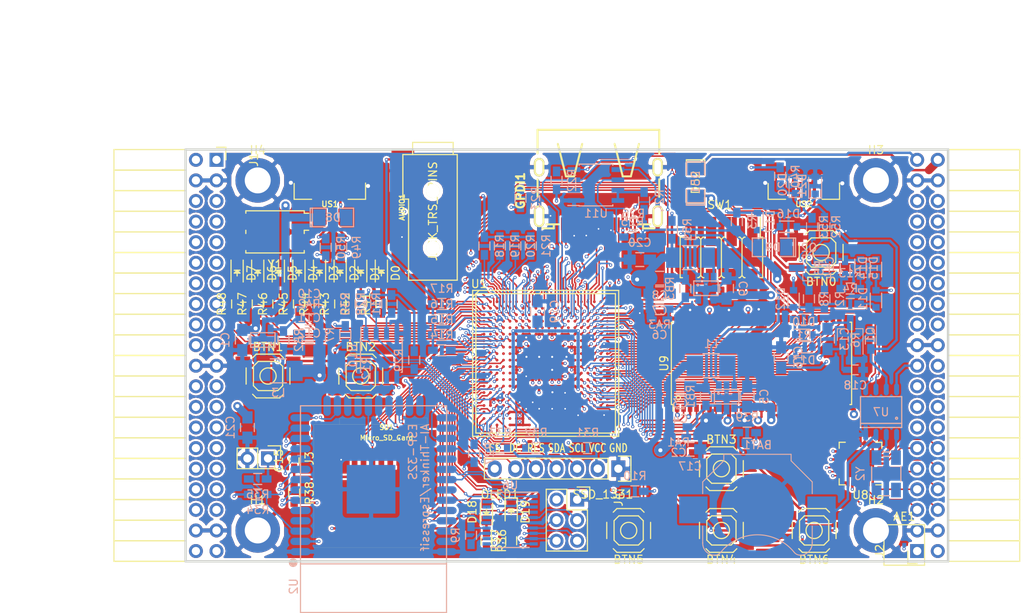
<source format=kicad_pcb>
(kicad_pcb (version 4) (host pcbnew 4.0.6+dfsg1-1)
  (layers (0 F.Cu signal) (1 In1.Cu signal) (2 In2.Cu signal) (31 B.Cu signal) (34 B.Paste user) (35 F.Paste user) (36 B.SilkS user) (37 F.SilkS user) (38 B.Mask user) (39 F.Mask user) (44 Edge.Cuts user))
  (net 0 "")
  (net 1 GND)
  (net 2 +5V)
  (net 3 /gpio/IN5V)
  (net 4 /gpio/OUT5V)
  (net 5 +3V3)
  (net 6 "Net-(L1-Pad1)")
  (net 7 "Net-(L2-Pad1)")
  (net 8 +1V2)
  (net 9 BTN_D)
  (net 10 BTN_F1)
  (net 11 BTN_F2)
  (net 12 BTN_L)
  (net 13 BTN_R)
  (net 14 BTN_U)
  (net 15 /power/FB1)
  (net 16 +2V5)
  (net 17 "Net-(L3-Pad1)")
  (net 18 /power/PWREN)
  (net 19 /power/FB3)
  (net 20 /power/FB2)
  (net 21 "Net-(D9-Pad1)")
  (net 22 /power/VBAT)
  (net 23 JTAG_TDI)
  (net 24 JTAG_TCK)
  (net 25 JTAG_TMS)
  (net 26 JTAG_TDO)
  (net 27 /power/WAKEUPn)
  (net 28 /power/WKUP)
  (net 29 /power/SHUT)
  (net 30 /power/WAKE)
  (net 31 /power/HOLD)
  (net 32 /power/WKn)
  (net 33 /power/OSCI_32k)
  (net 34 /power/OSCO_32k)
  (net 35 "Net-(Q2-Pad3)")
  (net 36 SHUTDOWN)
  (net 37 /analog/AUDIO_L)
  (net 38 /analog/AUDIO_R)
  (net 39 GPDI_5V_SCL)
  (net 40 GPDI_5V_SDA)
  (net 41 GPDI_SDA)
  (net 42 GPDI_SCL)
  (net 43 /gpdi/VREF2)
  (net 44 SD_CMD)
  (net 45 SD_CLK)
  (net 46 SD_D0)
  (net 47 SD_D1)
  (net 48 USB5V)
  (net 49 "Net-(BTN0-Pad1)")
  (net 50 GPDI_CEC)
  (net 51 nRESET)
  (net 52 FTDI_nDTR)
  (net 53 SDRAM_CKE)
  (net 54 SDRAM_A7)
  (net 55 SDRAM_D15)
  (net 56 SDRAM_BA1)
  (net 57 SDRAM_D7)
  (net 58 SDRAM_A6)
  (net 59 SDRAM_CLK)
  (net 60 SDRAM_D13)
  (net 61 SDRAM_BA0)
  (net 62 SDRAM_D6)
  (net 63 SDRAM_A5)
  (net 64 SDRAM_D14)
  (net 65 SDRAM_A11)
  (net 66 SDRAM_D12)
  (net 67 SDRAM_D5)
  (net 68 SDRAM_A4)
  (net 69 SDRAM_A10)
  (net 70 SDRAM_D11)
  (net 71 SDRAM_A3)
  (net 72 SDRAM_D4)
  (net 73 SDRAM_D10)
  (net 74 SDRAM_D9)
  (net 75 SDRAM_A9)
  (net 76 SDRAM_D3)
  (net 77 SDRAM_D8)
  (net 78 SDRAM_A8)
  (net 79 SDRAM_A2)
  (net 80 SDRAM_A1)
  (net 81 SDRAM_A0)
  (net 82 SDRAM_D2)
  (net 83 SDRAM_D1)
  (net 84 SDRAM_D0)
  (net 85 SDRAM_DQM0)
  (net 86 SDRAM_nCS)
  (net 87 SDRAM_nRAS)
  (net 88 SDRAM_DQM1)
  (net 89 SDRAM_nCAS)
  (net 90 SDRAM_nWE)
  (net 91 /flash/FLASH_nWP)
  (net 92 /flash/FLASH_nHOLD)
  (net 93 /flash/FLASH_MOSI)
  (net 94 /flash/FLASH_MISO)
  (net 95 /flash/FLASH_SCK)
  (net 96 /flash/FLASH_nCS)
  (net 97 /flash/FPGA_PROGRAMN)
  (net 98 /flash/FPGA_DONE)
  (net 99 /flash/FPGA_INITN)
  (net 100 OLED_RES)
  (net 101 OLED_DC)
  (net 102 OLED_CS)
  (net 103 WIFI_EN)
  (net 104 FTDI_nRTS)
  (net 105 FTDI_TXD)
  (net 106 FTDI_RXD)
  (net 107 WIFI_RXD)
  (net 108 WIFI_GPIO0)
  (net 109 WIFI_TXD)
  (net 110 GPDI_ETH-)
  (net 111 GPDI_ETH+)
  (net 112 GPDI_D2+)
  (net 113 GPDI_D2-)
  (net 114 GPDI_D1+)
  (net 115 GPDI_D1-)
  (net 116 GPDI_D0+)
  (net 117 GPDI_D0-)
  (net 118 GPDI_CLK+)
  (net 119 GPDI_CLK-)
  (net 120 USB_FTDI_D+)
  (net 121 USB_FTDI_D-)
  (net 122 J1_17-)
  (net 123 J1_17+)
  (net 124 J1_23-)
  (net 125 J1_23+)
  (net 126 J1_25-)
  (net 127 J1_25+)
  (net 128 J1_27-)
  (net 129 J1_27+)
  (net 130 J1_29-)
  (net 131 J1_29+)
  (net 132 J1_31-)
  (net 133 J1_31+)
  (net 134 J1_33-)
  (net 135 J1_33+)
  (net 136 J1_35-)
  (net 137 J1_35+)
  (net 138 J2_5-)
  (net 139 J2_5+)
  (net 140 J2_7-)
  (net 141 J2_7+)
  (net 142 J2_9-)
  (net 143 J2_9+)
  (net 144 J2_13-)
  (net 145 J2_13+)
  (net 146 J2_17-)
  (net 147 J2_17+)
  (net 148 J2_11-)
  (net 149 J2_11+)
  (net 150 J2_23-)
  (net 151 J2_23+)
  (net 152 J1_5-)
  (net 153 J1_5+)
  (net 154 J1_7-)
  (net 155 J1_7+)
  (net 156 J1_9-)
  (net 157 J1_9+)
  (net 158 J1_11-)
  (net 159 J1_11+)
  (net 160 J1_13-)
  (net 161 J1_13+)
  (net 162 J1_15-)
  (net 163 J1_15+)
  (net 164 J2_15-)
  (net 165 J2_15+)
  (net 166 J2_25-)
  (net 167 J2_25+)
  (net 168 J2_27-)
  (net 169 J2_27+)
  (net 170 J2_29-)
  (net 171 J2_29+)
  (net 172 J2_31-)
  (net 173 J2_31+)
  (net 174 J2_33-)
  (net 175 J2_33+)
  (net 176 J2_35-)
  (net 177 J2_35+)
  (net 178 SD_D3)
  (net 179 AUDIO_L3)
  (net 180 AUDIO_L2)
  (net 181 AUDIO_L1)
  (net 182 AUDIO_L0)
  (net 183 AUDIO_R3)
  (net 184 AUDIO_R2)
  (net 185 AUDIO_R1)
  (net 186 AUDIO_R0)
  (net 187 OLED_CLK)
  (net 188 OLED_MOSI)
  (net 189 LED0)
  (net 190 LED1)
  (net 191 LED2)
  (net 192 LED3)
  (net 193 LED4)
  (net 194 LED5)
  (net 195 LED6)
  (net 196 LED7)
  (net 197 BTN_PWRn)
  (net 198 "Net-(J3-Pad1)")
  (net 199 FTDI_nTXLED)
  (net 200 FTDI_nSLEEP)
  (net 201 /blinkey/LED_PWREN)
  (net 202 /blinkey/LED_TXLED)
  (net 203 FT3V3)
  (net 204 /sdcard/SD3V3)
  (net 205 SD_D2)
  (net 206 CLK_25MHz)
  (net 207 /blinkey/BTNPUL)
  (net 208 /blinkey/BTNPUR)
  (net 209 USB_FPGA_D+)
  (net 210 /power/FTDI_nSUSPEND)
  (net 211 /blinkey/ALED0)
  (net 212 /blinkey/ALED1)
  (net 213 /blinkey/ALED2)
  (net 214 /blinkey/ALED3)
  (net 215 /blinkey/ALED4)
  (net 216 /blinkey/ALED5)
  (net 217 /blinkey/ALED6)
  (net 218 /blinkey/ALED7)
  (net 219 /usb/FTD-)
  (net 220 /usb/FTD+)
  (net 221 ADC_MISO)
  (net 222 ADC_MOSI)
  (net 223 ADC_CSn)
  (net 224 ADC_SCLK)
  (net 225 "Net-(R51-Pad2)")
  (net 226 SW3)
  (net 227 SW2)
  (net 228 SW1)
  (net 229 SW0)
  (net 230 USB_FPGA_D-)
  (net 231 /usb/FPD+)
  (net 232 /usb/FPD-)
  (net 233 WIFI_GPIO16)
  (net 234 WIFI_GPIO15)
  (net 235 /usb/ANT_433MHz)
  (module Resistors_SMD:R_0603_HandSoldering (layer B.Cu) (at 154.044 71.326 90)
    (fp_text reference R51 (at 0 1.9 90) (layer B.SilkS) (effects (justify mirror)))
    (fp_text value 220)
    (pad 1 smd rect (at -1.1 0 90) (size 1.2 0.9) (layers B.Cu B.Paste B.Mask) (net 5 +3V3))
    (pad 2 smd rect (at 1.1 0 90) (size 1.2 0.9) (layers B.Cu B.Paste B.Mask) (net 225 "Net-(R51-Pad2)"))
  )
  (module Pin_Headers:Pin_Header_Straight_SMT_02x04 (layer F.Cu) (at 160.14 74.73 180)
    (fp_text reference SW1 (at 0.2 6.5 180) (layer F.SilkS))
    (fp_text value DIPSW)
    (pad 1 smd rect (at -3.81 3.2 180) (size 1.27 3.6) (layers F.Cu F.Paste F.Mask) (net 226 SW3))
    (pad 2 smd rect (at -1.27 3.2 180) (size 1.27 3.6) (layers F.Cu F.Paste F.Mask) (net 227 SW2))
    (pad 3 smd rect (at 1.27 3.2 180) (size 1.27 3.6) (layers F.Cu F.Paste F.Mask) (net 228 SW1))
    (pad 4 smd rect (at 3.81 3.2 180) (size 1.27 3.6) (layers F.Cu F.Paste F.Mask) (net 229 SW0))
    (pad 5 smd rect (at 3.81 -3.2 180) (size 1.27 3.6) (layers F.Cu F.Paste F.Mask) (net 225 "Net-(R51-Pad2)"))
    (pad 6 smd rect (at 1.27 -3.2 180) (size 1.27 3.6) (layers F.Cu F.Paste F.Mask) (net 225 "Net-(R51-Pad2)"))
    (pad 7 smd rect (at -1.27 -3.2 180) (size 1.27 3.6) (layers F.Cu F.Paste F.Mask) (net 225 "Net-(R51-Pad2)"))
    (pad 8 smd rect (at -3.81 -3.2 180) (size 1.27 3.6) (layers F.Cu F.Paste F.Mask) (net 225 "Net-(R51-Pad2)"))
  )
  (module SMD_Packages:SMD-1206_Pol (layer F.Cu) (at 156.965 65.484 270)
    (fp_text reference D52 (at 0 0 270) (layer F.SilkS))
    (fp_text value 2A)
    (pad 1 smd rect (at -1.651 0 270) (size 1.524 2.032) (layers F.Cu F.Paste F.Mask) (net 4 /gpio/OUT5V))
    (pad 2 smd rect (at 1.651 0 270) (size 1.524 2.032) (layers F.Cu F.Paste F.Mask) (net 2 +5V))
  )
  (module SMD_Packages:SMD-1206_Pol (layer B.Cu) (at 156.965 65.484 90)
    (fp_text reference D51 (at 0 0 90) (layer B.SilkS) (effects (justify mirror)))
    (fp_text value 2A)
    (pad 1 smd rect (at -1.651 0 90) (size 1.524 2.032) (layers B.Cu B.Paste B.Mask) (net 2 +5V))
    (pad 2 smd rect (at 1.651 0 90) (size 1.524 2.032) (layers B.Cu B.Paste B.Mask) (net 3 /gpio/IN5V))
  )
  (module micro-sd:MicroSD_TF02D (layer F.Cu) (at 116.87 110.52 180)
    (fp_text reference SD1 (at -1.995 14.81 180) (layer F.SilkS) (effects (font (size 0.59944 0.59944) (thickness 0.12446))))
    (fp_text value Micro_SD_Card (at -1.995 13.54 180) (layer F.SilkS) (effects (font (size 0.59944 0.59944) (thickness 0.12446))))
    (pad 1 smd rect (at 1.94 11 180) (size 0.7 1.8) (layers F.Cu F.Paste F.Mask) (net 205 SD_D2))
    (pad 2 smd rect (at 0.84 11 180) (size 0.7 1.8) (layers F.Cu F.Paste F.Mask) (net 178 SD_D3))
    (pad 3 smd rect (at -0.26 11 180) (size 0.7 1.8) (layers F.Cu F.Paste F.Mask) (net 44 SD_CMD))
    (pad 4 smd rect (at -1.36 11 180) (size 0.7 1.8) (layers F.Cu F.Paste F.Mask) (net 204 /sdcard/SD3V3))
    (pad 5 smd rect (at -2.46 11 180) (size 0.7 1.8) (layers F.Cu F.Paste F.Mask) (net 45 SD_CLK))
    (pad 6 smd rect (at -3.56 11 180) (size 0.7 1.8) (layers F.Cu F.Paste F.Mask) (net 1 GND))
    (pad 7 smd rect (at -4.66 11 180) (size 0.7 1.8) (layers F.Cu F.Paste F.Mask) (net 46 SD_D0))
    (pad 8 smd rect (at -5.76 11 180) (size 0.7 1.8) (layers F.Cu F.Paste F.Mask) (net 47 SD_D1))
    (pad S smd rect (at -5.05 0.4 180) (size 1.6 1.4) (layers F.Cu F.Paste F.Mask))
    (pad S smd rect (at 0.75 0.4 180) (size 1.8 1.4) (layers F.Cu F.Paste F.Mask))
    (pad G smd rect (at -7.45 13.55 180) (size 1.4 1.9) (layers F.Cu F.Paste F.Mask))
    (pad G smd rect (at 6.6 14.55 180) (size 1.4 1.9) (layers F.Cu F.Paste F.Mask))
  )
  (module Resistors_SMD:R_1210_HandSoldering (layer B.Cu) (at 158.87 88.09 180)
    (fp_text reference L1 (at 0 2.7 180) (layer B.SilkS) (effects (justify mirror)))
    (fp_text value 2.2uH)
    (pad 1 smd rect (at -2 0 180) (size 2 2.5) (layers B.Cu B.Paste B.Mask) (net 6 "Net-(L1-Pad1)"))
    (pad 2 smd rect (at 2 0 180) (size 2 2.5) (layers B.Cu B.Paste B.Mask) (net 8 +1V2))
  )
  (module TSOT-25:TSOT-25 (layer B.Cu) (at 160.775 91.9)
    (fp_text reference U3 (at 0 -0.5) (layer B.SilkS) (effects (font (size 0.15 0.15) (thickness 0.0375)) (justify mirror)))
    (fp_text value AP3429A)
    (pad 1 smd rect (at -0.95 -1.3) (size 0.7 1.2) (layers B.Cu B.Paste B.Mask) (net 18 /power/PWREN))
    (pad 2 smd rect (at 0 -1.3) (size 0.7 1.2) (layers B.Cu B.Paste B.Mask) (net 1 GND))
    (pad 3 smd rect (at 0.95 -1.3) (size 0.7 1.2) (layers B.Cu B.Paste B.Mask) (net 6 "Net-(L1-Pad1)"))
    (pad 4 smd rect (at 0.95 1.3) (size 0.7 1.2) (layers B.Cu B.Paste B.Mask) (net 2 +5V))
    (pad 5 smd rect (at -0.95 1.3) (size 0.7 1.2) (layers B.Cu B.Paste B.Mask) (net 15 /power/FB1))
  )
  (module Resistors_SMD:R_1210_HandSoldering (layer B.Cu) (at 156.33 74.755 180)
    (fp_text reference L2 (at 0 2.7 180) (layer B.SilkS) (effects (justify mirror)))
    (fp_text value 2.2uH)
    (pad 1 smd rect (at -2 0 180) (size 2 2.5) (layers B.Cu B.Paste B.Mask) (net 7 "Net-(L2-Pad1)"))
    (pad 2 smd rect (at 2 0 180) (size 2 2.5) (layers B.Cu B.Paste B.Mask) (net 5 +3V3))
  )
  (module TSOT-25:TSOT-25 (layer B.Cu) (at 158.235 78.535)
    (fp_text reference U4 (at 0 -0.5) (layer B.SilkS) (effects (font (size 0.15 0.15) (thickness 0.0375)) (justify mirror)))
    (fp_text value AP3429A)
    (pad 1 smd rect (at -0.95 -1.3) (size 0.7 1.2) (layers B.Cu B.Paste B.Mask) (net 18 /power/PWREN))
    (pad 2 smd rect (at 0 -1.3) (size 0.7 1.2) (layers B.Cu B.Paste B.Mask) (net 1 GND))
    (pad 3 smd rect (at 0.95 -1.3) (size 0.7 1.2) (layers B.Cu B.Paste B.Mask) (net 7 "Net-(L2-Pad1)"))
    (pad 4 smd rect (at 0.95 1.3) (size 0.7 1.2) (layers B.Cu B.Paste B.Mask) (net 2 +5V))
    (pad 5 smd rect (at -0.95 1.3) (size 0.7 1.2) (layers B.Cu B.Paste B.Mask) (net 19 /power/FB3))
  )
  (module Buttons_Switches_SMD:SW_SPST_SKQG (layer F.Cu) (at 104.26 89.36)
    (fp_text reference BTN1 (at 0 -3.6) (layer F.SilkS))
    (fp_text value FIRE1)
    (pad 1 smd rect (at -3.1 -1.85) (size 1.8 1.1) (layers F.Cu F.Paste F.Mask) (net 207 /blinkey/BTNPUL))
    (pad 1 smd rect (at 3.1 -1.85) (size 1.8 1.1) (layers F.Cu F.Paste F.Mask) (net 207 /blinkey/BTNPUL))
    (pad 2 smd rect (at -3.1 1.85) (size 1.8 1.1) (layers F.Cu F.Paste F.Mask) (net 10 BTN_F1))
    (pad 2 smd rect (at 3.1 1.85) (size 1.8 1.1) (layers F.Cu F.Paste F.Mask) (net 10 BTN_F1))
  )
  (module Buttons_Switches_SMD:SW_SPST_SKQG (layer F.Cu) (at 115.69 89.36)
    (fp_text reference BTN2 (at 0 -3.6) (layer F.SilkS))
    (fp_text value FIRE2)
    (pad 1 smd rect (at -3.1 -1.85) (size 1.8 1.1) (layers F.Cu F.Paste F.Mask) (net 207 /blinkey/BTNPUL))
    (pad 1 smd rect (at 3.1 -1.85) (size 1.8 1.1) (layers F.Cu F.Paste F.Mask) (net 207 /blinkey/BTNPUL))
    (pad 2 smd rect (at -3.1 1.85) (size 1.8 1.1) (layers F.Cu F.Paste F.Mask) (net 11 BTN_F2))
    (pad 2 smd rect (at 3.1 1.85) (size 1.8 1.1) (layers F.Cu F.Paste F.Mask) (net 11 BTN_F2))
  )
  (module Buttons_Switches_SMD:SW_SPST_SKQG (layer F.Cu) (at 160.14 100.79)
    (fp_text reference BTN3 (at 0 -3.6) (layer F.SilkS))
    (fp_text value UP)
    (pad 1 smd rect (at -3.1 -1.85) (size 1.8 1.1) (layers F.Cu F.Paste F.Mask) (net 208 /blinkey/BTNPUR))
    (pad 1 smd rect (at 3.1 -1.85) (size 1.8 1.1) (layers F.Cu F.Paste F.Mask) (net 208 /blinkey/BTNPUR))
    (pad 2 smd rect (at -3.1 1.85) (size 1.8 1.1) (layers F.Cu F.Paste F.Mask) (net 14 BTN_U))
    (pad 2 smd rect (at 3.1 1.85) (size 1.8 1.1) (layers F.Cu F.Paste F.Mask) (net 14 BTN_U))
  )
  (module Buttons_Switches_SMD:SW_SPST_SKQG (layer F.Cu) (at 160.14 108.41 180)
    (fp_text reference BTN4 (at 0 -3.6 180) (layer F.SilkS))
    (fp_text value DOWN)
    (pad 1 smd rect (at -3.1 -1.85 180) (size 1.8 1.1) (layers F.Cu F.Paste F.Mask) (net 208 /blinkey/BTNPUR))
    (pad 1 smd rect (at 3.1 -1.85 180) (size 1.8 1.1) (layers F.Cu F.Paste F.Mask) (net 208 /blinkey/BTNPUR))
    (pad 2 smd rect (at -3.1 1.85 180) (size 1.8 1.1) (layers F.Cu F.Paste F.Mask) (net 9 BTN_D))
    (pad 2 smd rect (at 3.1 1.85 180) (size 1.8 1.1) (layers F.Cu F.Paste F.Mask) (net 9 BTN_D))
  )
  (module Buttons_Switches_SMD:SW_SPST_SKQG (layer F.Cu) (at 148.71 108.41 180)
    (fp_text reference BTN5 (at 0 -3.6 180) (layer F.SilkS))
    (fp_text value LEFT)
    (pad 1 smd rect (at -3.1 -1.85 180) (size 1.8 1.1) (layers F.Cu F.Paste F.Mask) (net 208 /blinkey/BTNPUR))
    (pad 1 smd rect (at 3.1 -1.85 180) (size 1.8 1.1) (layers F.Cu F.Paste F.Mask) (net 208 /blinkey/BTNPUR))
    (pad 2 smd rect (at -3.1 1.85 180) (size 1.8 1.1) (layers F.Cu F.Paste F.Mask) (net 12 BTN_L))
    (pad 2 smd rect (at 3.1 1.85 180) (size 1.8 1.1) (layers F.Cu F.Paste F.Mask) (net 12 BTN_L))
  )
  (module Buttons_Switches_SMD:SW_SPST_SKQG (layer F.Cu) (at 171.57 108.41 180)
    (fp_text reference BTN6 (at 0 -3.6 180) (layer F.SilkS))
    (fp_text value RIGHT)
    (pad 1 smd rect (at -3.1 -1.85 180) (size 1.8 1.1) (layers F.Cu F.Paste F.Mask) (net 208 /blinkey/BTNPUR))
    (pad 1 smd rect (at 3.1 -1.85 180) (size 1.8 1.1) (layers F.Cu F.Paste F.Mask) (net 208 /blinkey/BTNPUR))
    (pad 2 smd rect (at -3.1 1.85 180) (size 1.8 1.1) (layers F.Cu F.Paste F.Mask) (net 13 BTN_R))
    (pad 2 smd rect (at 3.1 1.85 180) (size 1.8 1.1) (layers F.Cu F.Paste F.Mask) (net 13 BTN_R))
  )
  (module LEDs:LED_0805 (layer F.Cu) (at 118.23 76.66 270)
    (fp_text reference D0 (at 0 -1.75 270) (layer F.SilkS))
    (fp_text value LED)
    (pad 2 smd rect (at 1.04902 0 90) (size 1.19888 1.19888) (layers F.Cu F.Paste F.Mask) (net 211 /blinkey/ALED0))
    (pad 1 smd rect (at -1.04902 0 90) (size 1.19888 1.19888) (layers F.Cu F.Paste F.Mask) (net 1 GND))
  )
  (module LEDs:LED_0805 (layer F.Cu) (at 115.69 76.66 270)
    (fp_text reference D1 (at 0 -1.75 270) (layer F.SilkS))
    (fp_text value LED)
    (pad 2 smd rect (at 1.04902 0 90) (size 1.19888 1.19888) (layers F.Cu F.Paste F.Mask) (net 212 /blinkey/ALED1))
    (pad 1 smd rect (at -1.04902 0 90) (size 1.19888 1.19888) (layers F.Cu F.Paste F.Mask) (net 1 GND))
  )
  (module LEDs:LED_0805 (layer F.Cu) (at 113.15 76.66 270)
    (fp_text reference D2 (at 0 -1.75 270) (layer F.SilkS))
    (fp_text value LED)
    (pad 2 smd rect (at 1.04902 0 90) (size 1.19888 1.19888) (layers F.Cu F.Paste F.Mask) (net 213 /blinkey/ALED2))
    (pad 1 smd rect (at -1.04902 0 90) (size 1.19888 1.19888) (layers F.Cu F.Paste F.Mask) (net 1 GND))
  )
  (module LEDs:LED_0805 (layer F.Cu) (at 110.61 76.66 270)
    (fp_text reference D3 (at 0 -1.75 270) (layer F.SilkS))
    (fp_text value LED)
    (pad 2 smd rect (at 1.04902 0 90) (size 1.19888 1.19888) (layers F.Cu F.Paste F.Mask) (net 214 /blinkey/ALED3))
    (pad 1 smd rect (at -1.04902 0 90) (size 1.19888 1.19888) (layers F.Cu F.Paste F.Mask) (net 1 GND))
  )
  (module LEDs:LED_0805 (layer F.Cu) (at 108.07 76.66 270)
    (fp_text reference D4 (at 0 -1.75 270) (layer F.SilkS))
    (fp_text value LED)
    (pad 2 smd rect (at 1.04902 0 90) (size 1.19888 1.19888) (layers F.Cu F.Paste F.Mask) (net 215 /blinkey/ALED4))
    (pad 1 smd rect (at -1.04902 0 90) (size 1.19888 1.19888) (layers F.Cu F.Paste F.Mask) (net 1 GND))
  )
  (module LEDs:LED_0805 (layer F.Cu) (at 105.53 76.66 270)
    (fp_text reference D5 (at 0 -1.75 270) (layer F.SilkS))
    (fp_text value LED)
    (pad 2 smd rect (at 1.04902 0 90) (size 1.19888 1.19888) (layers F.Cu F.Paste F.Mask) (net 216 /blinkey/ALED5))
    (pad 1 smd rect (at -1.04902 0 90) (size 1.19888 1.19888) (layers F.Cu F.Paste F.Mask) (net 1 GND))
  )
  (module LEDs:LED_0805 (layer F.Cu) (at 102.99 76.66 270)
    (fp_text reference D6 (at 0 -1.75 270) (layer F.SilkS))
    (fp_text value LED)
    (pad 2 smd rect (at 1.04902 0 90) (size 1.19888 1.19888) (layers F.Cu F.Paste F.Mask) (net 217 /blinkey/ALED6))
    (pad 1 smd rect (at -1.04902 0 90) (size 1.19888 1.19888) (layers F.Cu F.Paste F.Mask) (net 1 GND))
  )
  (module LEDs:LED_0805 (layer F.Cu) (at 100.45 76.66 270)
    (fp_text reference D7 (at 0 -1.75 270) (layer F.SilkS))
    (fp_text value LED)
    (pad 2 smd rect (at 1.04902 0 90) (size 1.19888 1.19888) (layers F.Cu F.Paste F.Mask) (net 218 /blinkey/ALED7))
    (pad 1 smd rect (at -1.04902 0 90) (size 1.19888 1.19888) (layers F.Cu F.Paste F.Mask) (net 1 GND))
  )
  (module Resistors_SMD:R_1210_HandSoldering (layer B.Cu) (at 105.53 88.725)
    (fp_text reference L3 (at 0 2.7) (layer B.SilkS) (effects (justify mirror)))
    (fp_text value 2.2uH)
    (pad 1 smd rect (at -2 0) (size 2 2.5) (layers B.Cu B.Paste B.Mask) (net 17 "Net-(L3-Pad1)"))
    (pad 2 smd rect (at 2 0) (size 2 2.5) (layers B.Cu B.Paste B.Mask) (net 16 +2V5))
  )
  (module TSOT-25:TSOT-25 (layer B.Cu) (at 103.625 84.915 180)
    (fp_text reference U5 (at 0 -0.5 180) (layer B.SilkS) (effects (font (size 0.15 0.15) (thickness 0.0375)) (justify mirror)))
    (fp_text value AP3429A)
    (pad 1 smd rect (at -0.95 -1.3 180) (size 0.7 1.2) (layers B.Cu B.Paste B.Mask) (net 18 /power/PWREN))
    (pad 2 smd rect (at 0 -1.3 180) (size 0.7 1.2) (layers B.Cu B.Paste B.Mask) (net 1 GND))
    (pad 3 smd rect (at 0.95 -1.3 180) (size 0.7 1.2) (layers B.Cu B.Paste B.Mask) (net 17 "Net-(L3-Pad1)"))
    (pad 4 smd rect (at 0.95 1.3 180) (size 0.7 1.2) (layers B.Cu B.Paste B.Mask) (net 2 +5V))
    (pad 5 smd rect (at -0.95 1.3 180) (size 0.7 1.2) (layers B.Cu B.Paste B.Mask) (net 20 /power/FB2))
  )
  (module Capacitors_SMD:C_0805_HandSoldering (layer B.Cu) (at 101.085 84.915 270)
    (fp_text reference C1 (at 0 2.1 270) (layer B.SilkS) (effects (justify mirror)))
    (fp_text value 22uF)
    (pad 1 smd rect (at -1.25 0 270) (size 1.5 1.25) (layers B.Cu B.Paste B.Mask) (net 2 +5V))
    (pad 2 smd rect (at 1.25 0 270) (size 1.5 1.25) (layers B.Cu B.Paste B.Mask) (net 1 GND))
  )
  (module Capacitors_SMD:C_0805_HandSoldering (layer B.Cu) (at 155.06 90.63)
    (fp_text reference C3 (at 0 2.1) (layer B.SilkS) (effects (justify mirror)))
    (fp_text value 22uF)
    (pad 1 smd rect (at -1.25 0) (size 1.5 1.25) (layers B.Cu B.Paste B.Mask) (net 8 +1V2))
    (pad 2 smd rect (at 1.25 0) (size 1.5 1.25) (layers B.Cu B.Paste B.Mask) (net 1 GND))
  )
  (module Capacitors_SMD:C_0805_HandSoldering (layer B.Cu) (at 155.06 92.535)
    (fp_text reference C4 (at 0 2.1) (layer B.SilkS) (effects (justify mirror)))
    (fp_text value 22uF)
    (pad 1 smd rect (at -1.25 0) (size 1.5 1.25) (layers B.Cu B.Paste B.Mask) (net 8 +1V2))
    (pad 2 smd rect (at 1.25 0) (size 1.5 1.25) (layers B.Cu B.Paste B.Mask) (net 1 GND))
  )
  (module Capacitors_SMD:C_0805_HandSoldering (layer B.Cu) (at 163.315 91.9 90)
    (fp_text reference C5 (at 0 2.1 90) (layer B.SilkS) (effects (justify mirror)))
    (fp_text value 22uF)
    (pad 1 smd rect (at -1.25 0 90) (size 1.5 1.25) (layers B.Cu B.Paste B.Mask) (net 2 +5V))
    (pad 2 smd rect (at 1.25 0 90) (size 1.5 1.25) (layers B.Cu B.Paste B.Mask) (net 1 GND))
  )
  (module Capacitors_SMD:C_0805_HandSoldering (layer B.Cu) (at 152.52 79.2)
    (fp_text reference C7 (at 0 2.1) (layer B.SilkS) (effects (justify mirror)))
    (fp_text value 22uF)
    (pad 1 smd rect (at -1.25 0) (size 1.5 1.25) (layers B.Cu B.Paste B.Mask) (net 5 +3V3))
    (pad 2 smd rect (at 1.25 0) (size 1.5 1.25) (layers B.Cu B.Paste B.Mask) (net 1 GND))
  )
  (module Capacitors_SMD:C_0805_HandSoldering (layer B.Cu) (at 152.52 77.295)
    (fp_text reference C8 (at 0 2.1) (layer B.SilkS) (effects (justify mirror)))
    (fp_text value 22uF)
    (pad 1 smd rect (at -1.25 0) (size 1.5 1.25) (layers B.Cu B.Paste B.Mask) (net 5 +3V3))
    (pad 2 smd rect (at 1.25 0) (size 1.5 1.25) (layers B.Cu B.Paste B.Mask) (net 1 GND))
  )
  (module Capacitors_SMD:C_0805_HandSoldering (layer B.Cu) (at 160.775 78.565 90)
    (fp_text reference C9 (at 0 2.1 90) (layer B.SilkS) (effects (justify mirror)))
    (fp_text value 22uF)
    (pad 1 smd rect (at -1.25 0 90) (size 1.5 1.25) (layers B.Cu B.Paste B.Mask) (net 2 +5V))
    (pad 2 smd rect (at 1.25 0 90) (size 1.5 1.25) (layers B.Cu B.Paste B.Mask) (net 1 GND))
  )
  (module Capacitors_SMD:C_0805_HandSoldering (layer B.Cu) (at 109.34 84.28 180)
    (fp_text reference C11 (at 0 2.1 180) (layer B.SilkS) (effects (justify mirror)))
    (fp_text value 22uF)
    (pad 1 smd rect (at -1.25 0 180) (size 1.5 1.25) (layers B.Cu B.Paste B.Mask) (net 16 +2V5))
    (pad 2 smd rect (at 1.25 0 180) (size 1.5 1.25) (layers B.Cu B.Paste B.Mask) (net 1 GND))
  )
  (module Capacitors_SMD:C_0805_HandSoldering (layer B.Cu) (at 109.34 86.185 180)
    (fp_text reference C12 (at 0 2.1 180) (layer B.SilkS) (effects (justify mirror)))
    (fp_text value 22uF)
    (pad 1 smd rect (at -1.25 0 180) (size 1.5 1.25) (layers B.Cu B.Paste B.Mask) (net 16 +2V5))
    (pad 2 smd rect (at 1.25 0 180) (size 1.5 1.25) (layers B.Cu B.Paste B.Mask) (net 1 GND))
  )
  (module SMD_Packages:SMD-1206_Pol (layer B.Cu) (at 112.261 69.802)
    (fp_text reference D8 (at 0 0) (layer B.SilkS) (effects (justify mirror)))
    (fp_text value 2A)
    (pad 1 smd rect (at -1.651 0) (size 1.524 2.032) (layers B.Cu B.Paste B.Mask) (net 2 +5V))
    (pad 2 smd rect (at 1.651 0) (size 1.524 2.032) (layers B.Cu B.Paste B.Mask) (net 48 USB5V))
  )
  (module SMD_Packages:SMD-1206_Pol (layer B.Cu) (at 166.49 73.485 180)
    (fp_text reference D9 (at 0 0 180) (layer B.SilkS) (effects (justify mirror)))
    (fp_text value 2A)
    (pad 1 smd rect (at -1.651 0 180) (size 1.524 2.032) (layers B.Cu B.Paste B.Mask) (net 21 "Net-(D9-Pad1)"))
    (pad 2 smd rect (at 1.651 0 180) (size 1.524 2.032) (layers B.Cu B.Paste B.Mask) (net 2 +5V))
  )
  (module Power_Integrations:SO-8 (layer B.Cu) (at 179.825 93.805 180)
    (fp_text reference U7 (at 0 0 180) (layer B.SilkS) (effects (justify mirror)))
    (fp_text value PCF8523)
    (pad 1 smd oval (at -1.905 -2.794 180) (size 0.6096 1.4732) (layers B.Cu B.Paste B.Mask) (net 33 /power/OSCI_32k))
    (pad 2 smd oval (at -0.635 -2.794 180) (size 0.6096 1.4732) (layers B.Cu B.Paste B.Mask) (net 34 /power/OSCO_32k))
    (pad 3 smd oval (at 0.635 -2.794 180) (size 0.6096 1.4732) (layers B.Cu B.Paste B.Mask) (net 22 /power/VBAT))
    (pad 4 smd oval (at 1.905 -2.794 180) (size 0.6096 1.4732) (layers B.Cu B.Paste B.Mask) (net 1 GND))
    (pad 5 smd oval (at 1.905 2.794 180) (size 0.6096 1.4732) (layers B.Cu B.Paste B.Mask) (net 41 GPDI_SDA))
    (pad 6 smd oval (at 0.635 2.794 180) (size 0.6096 1.4732) (layers B.Cu B.Paste B.Mask) (net 42 GPDI_SCL))
    (pad 7 smd oval (at -0.635 2.794 180) (size 0.6096 1.4732) (layers B.Cu B.Paste B.Mask) (net 27 /power/WAKEUPn))
    (pad 8 smd oval (at -1.905 2.794 180) (size 0.6096 1.4732) (layers B.Cu B.Paste B.Mask) (net 5 +3V3))
  )
  (module Capacitors_SMD:C_0805_HandSoldering (layer B.Cu) (at 173.221 84.788 90)
    (fp_text reference C13 (at 0 2.1 90) (layer B.SilkS) (effects (justify mirror)))
    (fp_text value 2.2uF)
    (pad 1 smd rect (at -1.25 0 90) (size 1.5 1.25) (layers B.Cu B.Paste B.Mask) (net 2 +5V))
    (pad 2 smd rect (at 1.25 0 90) (size 1.5 1.25) (layers B.Cu B.Paste B.Mask) (net 28 /power/WKUP))
  )
  (module Diodes_SMD:D_0805 (layer B.Cu) (at 170.3 84.28)
    (fp_text reference D10 (at 0 -1.6) (layer B.SilkS) (effects (justify mirror)))
    (fp_text value 1N4148)
    (pad 1 smd rect (at -1.05 0) (size 0.8 0.9) (layers B.Cu B.Paste B.Mask) (net 30 /power/WAKE))
    (pad 2 smd rect (at 1.05 0) (size 0.8 0.9) (layers B.Cu B.Paste B.Mask) (net 28 /power/WKUP))
  )
  (module Diodes_SMD:D_0805 (layer B.Cu) (at 179.19 79.835 90)
    (fp_text reference D11 (at 0 -1.6 90) (layer B.SilkS) (effects (justify mirror)))
    (fp_text value 1N4148)
    (pad 1 smd rect (at -1.05 0 90) (size 0.8 0.9) (layers B.Cu B.Paste B.Mask) (net 31 /power/HOLD))
    (pad 2 smd rect (at 1.05 0 90) (size 0.8 0.9) (layers B.Cu B.Paste B.Mask) (net 5 +3V3))
  )
  (module Diodes_SMD:D_0805 (layer B.Cu) (at 177.285 76.025 270)
    (fp_text reference D15 (at 0 -1.6 270) (layer B.SilkS) (effects (justify mirror)))
    (fp_text value BAT42)
    (pad 1 smd rect (at -1.05 0 270) (size 0.8 0.9) (layers B.Cu B.Paste B.Mask) (net 29 /power/SHUT))
    (pad 2 smd rect (at 1.05 0 270) (size 0.8 0.9) (layers B.Cu B.Paste B.Mask) (net 36 SHUTDOWN))
  )
  (module Diodes_SMD:D_0805 (layer B.Cu) (at 169.03 79.835 90)
    (fp_text reference D12 (at 0 -1.6 90) (layer B.SilkS) (effects (justify mirror)))
    (fp_text value 1N4148)
    (pad 1 smd rect (at -1.05 0 90) (size 0.8 0.9) (layers B.Cu B.Paste B.Mask) (net 18 /power/PWREN))
    (pad 2 smd rect (at 1.05 0 90) (size 0.8 0.9) (layers B.Cu B.Paste B.Mask) (net 210 /power/FTDI_nSUSPEND))
  )
  (module audio-jack:CUI_SJ-43516-SMT (layer F.Cu) (at 124.58 69.04 270)
    (fp_text reference AUDIO1 (at -0.5 3.8 270) (layer F.SilkS) (effects (font (size 0.6096 0.6096) (thickness 0.1524))))
    (fp_text value JACK_TRS_6PINS (at 0 0 270) (layer F.SilkS))
    (pad 1 smd rect (at -6.4 3.7 270) (size 2.2 2.8) (layers F.Cu F.Paste F.Mask) (net 37 /analog/AUDIO_L))
    (pad 4 smd rect (at -3.6 3.7 270) (size 2.2 2.8) (layers F.Cu F.Paste F.Mask))
    (pad 2 smd rect (at 5.8 3.7 270) (size 2.8 2.8) (layers F.Cu F.Paste F.Mask) (net 1 GND))
    (pad 5 smd rect (at 9.9 -0.75 270) (size 2.8 2.8) (layers F.Cu F.Paste F.Mask))
    (pad 3 smd rect (at -1.7 -3.7 270) (size 2 2.8) (layers F.Cu F.Paste F.Mask) (net 38 /analog/AUDIO_R))
    (pad 6 smd rect (at -4.5 -3.7 270) (size 2 2.8) (layers F.Cu F.Paste F.Mask))
    (pad "" np_thru_hole circle (at -2.5 0 270) (size 1.7 1.7) (drill 1.7) (layers *.Cu *.Mask F.SilkS) (clearance 0.4))
    (pad "" np_thru_hole circle (at 4.5 0 270) (size 1.7 1.7) (drill 1.7) (layers *.Cu *.Mask F.SilkS) (clearance 0.4))
  )
  (module TSOP54:TSOP54 (layer F.Cu) (at 165.08 87.8 90)
    (fp_text reference U9 (at 0 -12 90) (layer F.SilkS))
    (fp_text value MT48LC16M16A2TG)
    (pad 28 smd rect (at 5.53 10.4 90) (size 0.9 0.56) (layers F.Cu F.Paste F.Mask) (net 1 GND))
    (pad 1 smd rect (at -5.53 -10.4 90) (size 0.9 0.56) (layers F.Cu F.Paste F.Mask) (net 5 +3V3))
    (pad 2 smd rect (at -5.53 -9.6 90) (size 0.9 0.56) (layers F.Cu F.Paste F.Mask) (net 84 SDRAM_D0))
    (pad 3 smd rect (at -5.53 -8.8 90) (size 0.9 0.56) (layers F.Cu F.Paste F.Mask) (net 5 +3V3))
    (pad 4 smd rect (at -5.53 -8 90) (size 0.9 0.56) (layers F.Cu F.Paste F.Mask) (net 83 SDRAM_D1))
    (pad 5 smd rect (at -5.53 -7.2 90) (size 0.9 0.56) (layers F.Cu F.Paste F.Mask) (net 82 SDRAM_D2))
    (pad 6 smd rect (at -5.53 -6.4 90) (size 0.9 0.56) (layers F.Cu F.Paste F.Mask) (net 1 GND))
    (pad 7 smd rect (at -5.53 -5.6 90) (size 0.9 0.56) (layers F.Cu F.Paste F.Mask) (net 76 SDRAM_D3))
    (pad 8 smd rect (at -5.53 -4.8 90) (size 0.9 0.56) (layers F.Cu F.Paste F.Mask) (net 72 SDRAM_D4))
    (pad 9 smd rect (at -5.53 -4 90) (size 0.9 0.56) (layers F.Cu F.Paste F.Mask) (net 5 +3V3))
    (pad 10 smd rect (at -5.53 -3.2 90) (size 0.9 0.56) (layers F.Cu F.Paste F.Mask) (net 67 SDRAM_D5))
    (pad 11 smd rect (at -5.53 -2.4 90) (size 0.9 0.56) (layers F.Cu F.Paste F.Mask) (net 62 SDRAM_D6))
    (pad 12 smd rect (at -5.53 -1.6 90) (size 0.9 0.56) (layers F.Cu F.Paste F.Mask) (net 1 GND))
    (pad 13 smd rect (at -5.53 -0.8 90) (size 0.9 0.56) (layers F.Cu F.Paste F.Mask) (net 57 SDRAM_D7))
    (pad 14 smd rect (at -5.53 0 90) (size 0.9 0.56) (layers F.Cu F.Paste F.Mask) (net 5 +3V3))
    (pad 15 smd rect (at -5.53 0.8 90) (size 0.9 0.56) (layers F.Cu F.Paste F.Mask) (net 85 SDRAM_DQM0))
    (pad 16 smd rect (at -5.53 1.6 90) (size 0.9 0.56) (layers F.Cu F.Paste F.Mask) (net 90 SDRAM_nWE))
    (pad 17 smd rect (at -5.53 2.4 90) (size 0.9 0.56) (layers F.Cu F.Paste F.Mask) (net 89 SDRAM_nCAS))
    (pad 18 smd rect (at -5.53 3.2 90) (size 0.9 0.56) (layers F.Cu F.Paste F.Mask) (net 87 SDRAM_nRAS))
    (pad 19 smd rect (at -5.53 4 90) (size 0.9 0.56) (layers F.Cu F.Paste F.Mask) (net 86 SDRAM_nCS))
    (pad 20 smd rect (at -5.53 4.8 90) (size 0.9 0.56) (layers F.Cu F.Paste F.Mask) (net 61 SDRAM_BA0))
    (pad 21 smd rect (at -5.53 5.6 90) (size 0.9 0.56) (layers F.Cu F.Paste F.Mask) (net 56 SDRAM_BA1))
    (pad 22 smd rect (at -5.53 6.4 90) (size 0.9 0.56) (layers F.Cu F.Paste F.Mask) (net 69 SDRAM_A10))
    (pad 23 smd rect (at -5.53 7.2 90) (size 0.9 0.56) (layers F.Cu F.Paste F.Mask) (net 81 SDRAM_A0))
    (pad 24 smd rect (at -5.53 8 90) (size 0.9 0.56) (layers F.Cu F.Paste F.Mask) (net 80 SDRAM_A1))
    (pad 25 smd rect (at -5.53 8.8 90) (size 0.9 0.56) (layers F.Cu F.Paste F.Mask) (net 79 SDRAM_A2))
    (pad 26 smd rect (at -5.53 9.6 90) (size 0.9 0.56) (layers F.Cu F.Paste F.Mask) (net 71 SDRAM_A3))
    (pad 27 smd rect (at -5.53 10.4 90) (size 0.9 0.56) (layers F.Cu F.Paste F.Mask) (net 5 +3V3))
    (pad 29 smd rect (at 5.53 9.6 90) (size 0.9 0.56) (layers F.Cu F.Paste F.Mask) (net 68 SDRAM_A4))
    (pad 30 smd rect (at 5.53 8.8 90) (size 0.9 0.56) (layers F.Cu F.Paste F.Mask) (net 63 SDRAM_A5))
    (pad 31 smd rect (at 5.53 8 90) (size 0.9 0.56) (layers F.Cu F.Paste F.Mask) (net 58 SDRAM_A6))
    (pad 32 smd rect (at 5.53 7.2 90) (size 0.9 0.56) (layers F.Cu F.Paste F.Mask) (net 54 SDRAM_A7))
    (pad 33 smd rect (at 5.53 6.4 90) (size 0.9 0.56) (layers F.Cu F.Paste F.Mask) (net 78 SDRAM_A8))
    (pad 34 smd rect (at 5.53 5.6 90) (size 0.9 0.56) (layers F.Cu F.Paste F.Mask) (net 75 SDRAM_A9))
    (pad 35 smd rect (at 5.53 4.8 90) (size 0.9 0.56) (layers F.Cu F.Paste F.Mask) (net 65 SDRAM_A11))
    (pad 36 smd rect (at 5.53 4 90) (size 0.9 0.56) (layers F.Cu F.Paste F.Mask))
    (pad 37 smd rect (at 5.53 3.2 90) (size 0.9 0.56) (layers F.Cu F.Paste F.Mask) (net 53 SDRAM_CKE))
    (pad 38 smd rect (at 5.53 2.4 90) (size 0.9 0.56) (layers F.Cu F.Paste F.Mask) (net 59 SDRAM_CLK))
    (pad 39 smd rect (at 5.53 1.6 90) (size 0.9 0.56) (layers F.Cu F.Paste F.Mask) (net 88 SDRAM_DQM1))
    (pad 40 smd rect (at 5.53 0.8 90) (size 0.9 0.56) (layers F.Cu F.Paste F.Mask))
    (pad 41 smd rect (at 5.53 0 90) (size 0.9 0.56) (layers F.Cu F.Paste F.Mask) (net 1 GND))
    (pad 42 smd rect (at 5.53 -0.8 90) (size 0.9 0.56) (layers F.Cu F.Paste F.Mask) (net 77 SDRAM_D8))
    (pad 43 smd rect (at 5.53 -1.6 90) (size 0.9 0.56) (layers F.Cu F.Paste F.Mask) (net 5 +3V3))
    (pad 44 smd rect (at 5.53 -2.4 90) (size 0.9 0.56) (layers F.Cu F.Paste F.Mask) (net 74 SDRAM_D9))
    (pad 45 smd rect (at 5.53 -3.2 90) (size 0.9 0.56) (layers F.Cu F.Paste F.Mask) (net 73 SDRAM_D10))
    (pad 46 smd rect (at 5.53 -4 90) (size 0.9 0.56) (layers F.Cu F.Paste F.Mask) (net 1 GND))
    (pad 47 smd rect (at 5.53 -4.8 90) (size 0.9 0.56) (layers F.Cu F.Paste F.Mask) (net 70 SDRAM_D11))
    (pad 48 smd rect (at 5.53 -5.6 90) (size 0.9 0.56) (layers F.Cu F.Paste F.Mask) (net 66 SDRAM_D12))
    (pad 49 smd rect (at 5.53 -6.4 90) (size 0.9 0.56) (layers F.Cu F.Paste F.Mask) (net 5 +3V3))
    (pad 50 smd rect (at 5.53 -7.2 90) (size 0.9 0.56) (layers F.Cu F.Paste F.Mask) (net 60 SDRAM_D13))
    (pad 51 smd rect (at 5.53 -8 90) (size 0.9 0.56) (layers F.Cu F.Paste F.Mask) (net 64 SDRAM_D14))
    (pad 52 smd rect (at 5.53 -8.8 90) (size 0.9 0.56) (layers F.Cu F.Paste F.Mask) (net 1 GND))
    (pad 53 smd rect (at 5.53 -9.6 90) (size 0.9 0.56) (layers F.Cu F.Paste F.Mask) (net 55 SDRAM_D15))
    (pad 54 smd rect (at 5.53 -10.4 90) (size 0.9 0.56) (layers F.Cu F.Paste F.Mask) (net 1 GND))
  )
  (module TO_SOT_Packages_SMD:SOT-23_Handsoldering (layer B.Cu) (at 176.015 84.28 90)
    (fp_text reference Q1 (at 0 2.5 90) (layer B.SilkS) (effects (justify mirror)))
    (fp_text value BC857)
    (pad 1 smd rect (at -1.5 0.95 90) (size 1.9 0.8) (layers B.Cu B.Paste B.Mask) (net 32 /power/WKn))
    (pad 2 smd rect (at -1.5 -0.95 90) (size 1.9 0.8) (layers B.Cu B.Paste B.Mask) (net 2 +5V))
    (pad 3 smd rect (at 1.5 0 90) (size 1.9 0.8) (layers B.Cu B.Paste B.Mask) (net 28 /power/WKUP))
  )
  (module TO_SOT_Packages_SMD:SOT-23_Handsoldering (layer B.Cu) (at 170.935 76.025 180)
    (fp_text reference Q2 (at 0 2.5 180) (layer B.SilkS) (effects (justify mirror)))
    (fp_text value 2N7002)
    (pad 1 smd rect (at -1.5 0.95 180) (size 1.9 0.8) (layers B.Cu B.Paste B.Mask) (net 29 /power/SHUT))
    (pad 2 smd rect (at -1.5 -0.95 180) (size 1.9 0.8) (layers B.Cu B.Paste B.Mask) (net 1 GND))
    (pad 3 smd rect (at 1.5 0 180) (size 1.9 0.8) (layers B.Cu B.Paste B.Mask) (net 35 "Net-(Q2-Pad3)"))
  )
  (module Capacitors_SMD:C_0603_HandSoldering (layer B.Cu) (at 154.86 96.91)
    (fp_text reference C2 (at 0 1.9) (layer B.SilkS) (effects (justify mirror)))
    (fp_text value 470pF)
    (pad 1 smd rect (at -0.95 0) (size 1.2 0.75) (layers B.Cu B.Paste B.Mask) (net 8 +1V2))
    (pad 2 smd rect (at 0.95 0) (size 1.2 0.75) (layers B.Cu B.Paste B.Mask) (net 15 /power/FB1))
  )
  (module Capacitors_SMD:C_0603_HandSoldering (layer B.Cu) (at 152.52 82.375)
    (fp_text reference C6 (at 0 1.9) (layer B.SilkS) (effects (justify mirror)))
    (fp_text value 470pF)
    (pad 1 smd rect (at -0.95 0) (size 1.2 0.75) (layers B.Cu B.Paste B.Mask) (net 5 +3V3))
    (pad 2 smd rect (at 0.95 0) (size 1.2 0.75) (layers B.Cu B.Paste B.Mask) (net 19 /power/FB3))
  )
  (module Capacitors_SMD:C_0603_HandSoldering (layer B.Cu) (at 109.34 81.105 180)
    (fp_text reference C10 (at 0 1.9 180) (layer B.SilkS) (effects (justify mirror)))
    (fp_text value 470pF)
    (pad 1 smd rect (at -0.95 0 180) (size 1.2 0.75) (layers B.Cu B.Paste B.Mask) (net 16 +2V5))
    (pad 2 smd rect (at 0.95 0 180) (size 1.2 0.75) (layers B.Cu B.Paste B.Mask) (net 20 /power/FB2))
  )
  (module Capacitors_SMD:C_0603_HandSoldering (layer B.Cu) (at 175.38 76.025 270)
    (fp_text reference C14 (at 0 1.9 270) (layer B.SilkS) (effects (justify mirror)))
    (fp_text value 100nF)
    (pad 1 smd rect (at -0.95 0 270) (size 1.2 0.75) (layers B.Cu B.Paste B.Mask) (net 29 /power/SHUT))
    (pad 2 smd rect (at 0.95 0 270) (size 1.2 0.75) (layers B.Cu B.Paste B.Mask) (net 1 GND))
  )
  (module Resistors_SMD:R_0603_HandSoldering (layer B.Cu) (at 170.3 82.375)
    (fp_text reference R1 (at 0 1.9) (layer B.SilkS) (effects (justify mirror)))
    (fp_text value 15k)
    (pad 1 smd rect (at -1.1 0) (size 1.2 0.9) (layers B.Cu B.Paste B.Mask) (net 30 /power/WAKE))
    (pad 2 smd rect (at 1.1 0) (size 1.2 0.9) (layers B.Cu B.Paste B.Mask) (net 18 /power/PWREN))
  )
  (module Resistors_SMD:R_0603_HandSoldering (layer B.Cu) (at 172.84 79.835 90)
    (fp_text reference R2 (at 0 1.9 90) (layer B.SilkS) (effects (justify mirror)))
    (fp_text value 47k)
    (pad 1 smd rect (at -1.1 0 90) (size 1.2 0.9) (layers B.Cu B.Paste B.Mask) (net 18 /power/PWREN))
    (pad 2 smd rect (at 1.1 0 90) (size 1.2 0.9) (layers B.Cu B.Paste B.Mask) (net 1 GND))
  )
  (module Resistors_SMD:R_0603_HandSoldering (layer B.Cu) (at 176.015 80.47 180)
    (fp_text reference R4 (at 0 1.9 180) (layer B.SilkS) (effects (justify mirror)))
    (fp_text value 15k)
    (pad 1 smd rect (at -1.1 0 180) (size 1.2 0.9) (layers B.Cu B.Paste B.Mask) (net 31 /power/HOLD))
    (pad 2 smd rect (at 1.1 0 180) (size 1.2 0.9) (layers B.Cu B.Paste B.Mask) (net 18 /power/PWREN))
  )
  (module Resistors_SMD:R_0603_HandSoldering (layer B.Cu) (at 174.11 76.025 270)
    (fp_text reference R5 (at 0 1.9 270) (layer B.SilkS) (effects (justify mirror)))
    (fp_text value 4.7M)
    (pad 1 smd rect (at -1.1 0 270) (size 1.2 0.9) (layers B.Cu B.Paste B.Mask) (net 29 /power/SHUT))
    (pad 2 smd rect (at 1.1 0 270) (size 1.2 0.9) (layers B.Cu B.Paste B.Mask) (net 1 GND))
  )
  (module Resistors_SMD:R_0603_HandSoldering (layer B.Cu) (at 178.555 84.915 270)
    (fp_text reference R6 (at 0 1.9 270) (layer B.SilkS) (effects (justify mirror)))
    (fp_text value 1k)
    (pad 1 smd rect (at -1.1 0 270) (size 1.2 0.9) (layers B.Cu B.Paste B.Mask) (net 32 /power/WKn))
    (pad 2 smd rect (at 1.1 0 270) (size 1.2 0.9) (layers B.Cu B.Paste B.Mask) (net 27 /power/WAKEUPn))
  )
  (module Resistors_SMD:R_0603_HandSoldering (layer B.Cu) (at 113.785 84.28 270)
    (fp_text reference R7 (at 0 1.9 270) (layer B.SilkS) (effects (justify mirror)))
    (fp_text value 220)
    (pad 1 smd rect (at -1.1 0 270) (size 1.2 0.9) (layers B.Cu B.Paste B.Mask) (net 5 +3V3))
    (pad 2 smd rect (at 1.1 0 270) (size 1.2 0.9) (layers B.Cu B.Paste B.Mask) (net 207 /blinkey/BTNPUL))
  )
  (module Resistors_SMD:R_0603_HandSoldering (layer B.Cu) (at 170.935 79.835 90)
    (fp_text reference R8 (at 0 1.9 90) (layer B.SilkS) (effects (justify mirror)))
    (fp_text value 1k)
    (pad 1 smd rect (at -1.1 0 90) (size 1.2 0.9) (layers B.Cu B.Paste B.Mask) (net 18 /power/PWREN))
    (pad 2 smd rect (at 1.1 0 90) (size 1.2 0.9) (layers B.Cu B.Paste B.Mask) (net 35 "Net-(Q2-Pad3)"))
  )
  (module Resistors_SMD:R_0603_HandSoldering (layer B.Cu) (at 129.28 109 270)
    (fp_text reference R9 (at 0 1.9 270) (layer B.SilkS) (effects (justify mirror)))
    (fp_text value 15k)
    (pad 1 smd rect (at -1.1 0 270) (size 1.2 0.9) (layers B.Cu B.Paste B.Mask) (net 51 nRESET))
    (pad 2 smd rect (at 1.1 0 270) (size 1.2 0.9) (layers B.Cu B.Paste B.Mask) (net 203 FT3V3))
  )
  (module Resistors_SMD:R_0603_HandSoldering (layer B.Cu) (at 149.472 103.584 180)
    (fp_text reference R10 (at 0 1.9 180) (layer B.SilkS) (effects (justify mirror)))
    (fp_text value 220)
    (pad 1 smd rect (at -1.1 0 180) (size 1.2 0.9) (layers B.Cu B.Paste B.Mask) (net 210 /power/FTDI_nSUSPEND))
    (pad 2 smd rect (at 1.1 0 180) (size 1.2 0.9) (layers B.Cu B.Paste B.Mask) (net 200 FTDI_nSLEEP))
  )
  (module Resistors_SMD:R_0603_HandSoldering (layer B.Cu) (at 176.015 78.565 180)
    (fp_text reference R13 (at 0 1.9 180) (layer B.SilkS) (effects (justify mirror)))
    (fp_text value 15k)
    (pad 1 smd rect (at -1.1 0 180) (size 1.2 0.9) (layers B.Cu B.Paste B.Mask) (net 36 SHUTDOWN))
    (pad 2 smd rect (at 1.1 0 180) (size 1.2 0.9) (layers B.Cu B.Paste B.Mask) (net 1 GND))
  )
  (module Resistors_SMD:R_0603_HandSoldering (layer B.Cu) (at 154.86 95.64)
    (fp_text reference RA1 (at 0 1.9) (layer B.SilkS) (effects (justify mirror)))
    (fp_text value 15k)
    (pad 1 smd rect (at -1.1 0) (size 1.2 0.9) (layers B.Cu B.Paste B.Mask) (net 8 +1V2))
    (pad 2 smd rect (at 1.1 0) (size 1.2 0.9) (layers B.Cu B.Paste B.Mask) (net 15 /power/FB1))
  )
  (module Resistors_SMD:R_0603_HandSoldering (layer B.Cu) (at 109.34 82.375 180)
    (fp_text reference RA2 (at 0 1.9 180) (layer B.SilkS) (effects (justify mirror)))
    (fp_text value 15k)
    (pad 1 smd rect (at -1.1 0 180) (size 1.2 0.9) (layers B.Cu B.Paste B.Mask) (net 16 +2V5))
    (pad 2 smd rect (at 1.1 0 180) (size 1.2 0.9) (layers B.Cu B.Paste B.Mask) (net 20 /power/FB2))
  )
  (module Resistors_SMD:R_0603_HandSoldering (layer B.Cu) (at 152.52 81.105)
    (fp_text reference RA3 (at 0 1.9) (layer B.SilkS) (effects (justify mirror)))
    (fp_text value 15k)
    (pad 1 smd rect (at -1.1 0) (size 1.2 0.9) (layers B.Cu B.Paste B.Mask) (net 5 +3V3))
    (pad 2 smd rect (at 1.1 0) (size 1.2 0.9) (layers B.Cu B.Paste B.Mask) (net 19 /power/FB3))
  )
  (module Resistors_SMD:R_0603_HandSoldering (layer B.Cu) (at 158.235 91.9 270)
    (fp_text reference RB1 (at 0 1.9 270) (layer B.SilkS) (effects (justify mirror)))
    (fp_text value 15k)
    (pad 1 smd rect (at -1.1 0 270) (size 1.2 0.9) (layers B.Cu B.Paste B.Mask) (net 1 GND))
    (pad 2 smd rect (at 1.1 0 270) (size 1.2 0.9) (layers B.Cu B.Paste B.Mask) (net 15 /power/FB1))
  )
  (module Resistors_SMD:R_0603_HandSoldering (layer B.Cu) (at 106.165 84.915 90)
    (fp_text reference RB2 (at 0 1.9 90) (layer B.SilkS) (effects (justify mirror)))
    (fp_text value 4.7k)
    (pad 1 smd rect (at -1.1 0 90) (size 1.2 0.9) (layers B.Cu B.Paste B.Mask) (net 1 GND))
    (pad 2 smd rect (at 1.1 0 90) (size 1.2 0.9) (layers B.Cu B.Paste B.Mask) (net 20 /power/FB2))
  )
  (module Resistors_SMD:R_0603_HandSoldering (layer B.Cu) (at 155.695 78.565 270)
    (fp_text reference RB3 (at 0 1.9 270) (layer B.SilkS) (effects (justify mirror)))
    (fp_text value 3.3k)
    (pad 1 smd rect (at -1.1 0 270) (size 1.2 0.9) (layers B.Cu B.Paste B.Mask) (net 1 GND))
    (pad 2 smd rect (at 1.1 0 270) (size 1.2 0.9) (layers B.Cu B.Paste B.Mask) (net 19 /power/FB3))
  )
  (module Resistors_SMD:R_0603_HandSoldering (layer B.Cu) (at 125.682 86.185 180)
    (fp_text reference R14 (at 0 1.9 180) (layer B.SilkS) (effects (justify mirror)))
    (fp_text value 800)
    (pad 1 smd rect (at -1.1 0 180) (size 1.2 0.9) (layers B.Cu B.Paste B.Mask) (net 179 AUDIO_L3))
    (pad 2 smd rect (at 1.1 0 180) (size 1.2 0.9) (layers B.Cu B.Paste B.Mask) (net 37 /analog/AUDIO_L))
  )
  (module Resistors_SMD:R_0603_HandSoldering (layer B.Cu) (at 125.682 84.279 180)
    (fp_text reference R15 (at 0 1.9 180) (layer B.SilkS) (effects (justify mirror)))
    (fp_text value 400)
    (pad 1 smd rect (at -1.1 0 180) (size 1.2 0.9) (layers B.Cu B.Paste B.Mask) (net 180 AUDIO_L2))
    (pad 2 smd rect (at 1.1 0 180) (size 1.2 0.9) (layers B.Cu B.Paste B.Mask) (net 37 /analog/AUDIO_L))
  )
  (module Resistors_SMD:R_0603_HandSoldering (layer B.Cu) (at 125.682 82.375 180)
    (fp_text reference R16 (at 0 1.9 180) (layer B.SilkS) (effects (justify mirror)))
    (fp_text value 200)
    (pad 1 smd rect (at -1.1 0 180) (size 1.2 0.9) (layers B.Cu B.Paste B.Mask) (net 181 AUDIO_L1))
    (pad 2 smd rect (at 1.1 0 180) (size 1.2 0.9) (layers B.Cu B.Paste B.Mask) (net 37 /analog/AUDIO_L))
  )
  (module Resistors_SMD:R_0603_HandSoldering (layer B.Cu) (at 125.682 80.47 180)
    (fp_text reference R17 (at 0 1.9 180) (layer B.SilkS) (effects (justify mirror)))
    (fp_text value 100)
    (pad 1 smd rect (at -1.1 0 180) (size 1.2 0.9) (layers B.Cu B.Paste B.Mask) (net 182 AUDIO_L0))
    (pad 2 smd rect (at 1.1 0 180) (size 1.2 0.9) (layers B.Cu B.Paste B.Mask) (net 37 /analog/AUDIO_L))
  )
  (module Resistors_SMD:R_0603_HandSoldering (layer B.Cu) (at 130.93 73.317 90)
    (fp_text reference R18 (at 0 1.9 90) (layer B.SilkS) (effects (justify mirror)))
    (fp_text value 800)
    (pad 1 smd rect (at -1.1 0 90) (size 1.2 0.9) (layers B.Cu B.Paste B.Mask) (net 183 AUDIO_R3))
    (pad 2 smd rect (at 1.1 0 90) (size 1.2 0.9) (layers B.Cu B.Paste B.Mask) (net 38 /analog/AUDIO_R))
  )
  (module Resistors_SMD:R_0603_HandSoldering (layer B.Cu) (at 132.835 73.317 90)
    (fp_text reference R19 (at 0 1.9 90) (layer B.SilkS) (effects (justify mirror)))
    (fp_text value 400)
    (pad 1 smd rect (at -1.1 0 90) (size 1.2 0.9) (layers B.Cu B.Paste B.Mask) (net 184 AUDIO_R2))
    (pad 2 smd rect (at 1.1 0 90) (size 1.2 0.9) (layers B.Cu B.Paste B.Mask) (net 38 /analog/AUDIO_R))
  )
  (module Resistors_SMD:R_0603_HandSoldering (layer B.Cu) (at 134.74 73.317 90)
    (fp_text reference R20 (at 0 1.9 90) (layer B.SilkS) (effects (justify mirror)))
    (fp_text value 200)
    (pad 1 smd rect (at -1.1 0 90) (size 1.2 0.9) (layers B.Cu B.Paste B.Mask) (net 185 AUDIO_R1))
    (pad 2 smd rect (at 1.1 0 90) (size 1.2 0.9) (layers B.Cu B.Paste B.Mask) (net 38 /analog/AUDIO_R))
  )
  (module Resistors_SMD:R_0603_HandSoldering (layer B.Cu) (at 136.645 73.317 90)
    (fp_text reference R21 (at 0 1.9 90) (layer B.SilkS) (effects (justify mirror)))
    (fp_text value 100)
    (pad 1 smd rect (at -1.1 0 90) (size 1.2 0.9) (layers B.Cu B.Paste B.Mask) (net 186 AUDIO_R0))
    (pad 2 smd rect (at 1.1 0 90) (size 1.2 0.9) (layers B.Cu B.Paste B.Mask) (net 38 /analog/AUDIO_R))
  )
  (module hdmi-swm-19:hdmi-swm-19 (layer F.Cu) (at 144.98 65.05)
    (fp_text reference GPDI1 (at -9.605 1.45 90) (layer F.SilkS) (effects (font (size 1.016 1.016) (thickness 0.254))))
    (fp_text value MICRO-GPDI-D)
    (pad 0 thru_hole oval (at 7.3 4.6) (size 1.3 2.7) (drill oval 0.8 2.2) (layers *.Cu *.Mask F.SilkS) (net 1 GND))
    (pad 0 thru_hole oval (at -7.3 4.6) (size 1.3 2.7) (drill oval 0.8 2.2) (layers *.Cu *.Mask F.SilkS) (net 1 GND))
    (pad 0 thru_hole oval (at -7.3 -1.45) (size 1.3 2.3) (drill oval 0.8 1.8) (layers *.Cu *.Mask F.SilkS) (net 1 GND))
    (pad 1 smd rect (at -4.5 5.55 90) (size 1.6 0.25) (layers F.Cu F.Paste F.Mask) (net 110 GPDI_ETH-))
    (pad 2 smd rect (at -4 5.55 90) (size 1.6 0.25) (layers F.Cu F.Paste F.Mask) (net 111 GPDI_ETH+))
    (pad 3 smd rect (at -3.5 5.55 90) (size 1.6 0.25) (layers F.Cu F.Paste F.Mask) (net 112 GPDI_D2+))
    (pad 4 smd rect (at -3 5.55 90) (size 1.6 0.25) (layers F.Cu F.Paste F.Mask) (net 1 GND))
    (pad 5 smd rect (at -2.5 5.55 90) (size 1.6 0.25) (layers F.Cu F.Paste F.Mask) (net 113 GPDI_D2-))
    (pad 6 smd rect (at -2 5.55 90) (size 1.6 0.25) (layers F.Cu F.Paste F.Mask) (net 114 GPDI_D1+))
    (pad 7 smd rect (at -1.5 5.55 90) (size 1.6 0.25) (layers F.Cu F.Paste F.Mask) (net 1 GND))
    (pad 8 smd rect (at -1 5.55 90) (size 1.6 0.25) (layers F.Cu F.Paste F.Mask) (net 115 GPDI_D1-))
    (pad 9 smd rect (at -0.5 5.55 90) (size 1.6 0.25) (layers F.Cu F.Paste F.Mask) (net 116 GPDI_D0+))
    (pad 10 smd rect (at 0 5.55 90) (size 1.6 0.25) (layers F.Cu F.Paste F.Mask) (net 1 GND))
    (pad 11 smd rect (at 0.5 5.55 90) (size 1.6 0.25) (layers F.Cu F.Paste F.Mask) (net 117 GPDI_D0-))
    (pad 12 smd rect (at 1 5.55 90) (size 1.6 0.25) (layers F.Cu F.Paste F.Mask) (net 118 GPDI_CLK+))
    (pad 13 smd rect (at 1.5 5.55 90) (size 1.6 0.25) (layers F.Cu F.Paste F.Mask) (net 1 GND))
    (pad 14 smd rect (at 2 5.55 90) (size 1.6 0.25) (layers F.Cu F.Paste F.Mask) (net 119 GPDI_CLK-))
    (pad 15 smd rect (at 2.5 5.55 90) (size 1.6 0.25) (layers F.Cu F.Paste F.Mask) (net 50 GPDI_CEC))
    (pad 16 smd rect (at 3 5.55 90) (size 1.6 0.25) (layers F.Cu F.Paste F.Mask) (net 1 GND))
    (pad 17 smd rect (at 3.5 5.55 90) (size 1.6 0.25) (layers F.Cu F.Paste F.Mask) (net 39 GPDI_5V_SCL))
    (pad 18 smd rect (at 4 5.55 90) (size 1.6 0.25) (layers F.Cu F.Paste F.Mask) (net 40 GPDI_5V_SDA))
    (pad 19 smd rect (at 4.5 5.55 90) (size 1.6 0.25) (layers F.Cu F.Paste F.Mask) (net 2 +5V))
    (pad 0 thru_hole oval (at 7.3 -1.45) (size 1.3 2.3) (drill oval 0.8 1.8) (layers *.Cu *.Mask F.SilkS) (net 1 GND))
  )
  (module Housings_SOIC:SOIC-8_3.9x4.9mm_Pitch1.27mm (layer B.Cu) (at 118.23 86.82 270)
    (fp_text reference U10 (at 0 3.5 270) (layer B.SilkS) (effects (justify mirror)))
    (fp_text value S25FL164K0XMFI011)
    (pad 1 smd rect (at -2.7 1.905 270) (size 1.55 0.6) (layers B.Cu B.Paste B.Mask) (net 96 /flash/FLASH_nCS))
    (pad 2 smd rect (at -2.7 0.635 270) (size 1.55 0.6) (layers B.Cu B.Paste B.Mask) (net 94 /flash/FLASH_MISO))
    (pad 3 smd rect (at -2.7 -0.635 270) (size 1.55 0.6) (layers B.Cu B.Paste B.Mask) (net 91 /flash/FLASH_nWP))
    (pad 4 smd rect (at -2.7 -1.905 270) (size 1.55 0.6) (layers B.Cu B.Paste B.Mask) (net 1 GND))
    (pad 5 smd rect (at 2.7 -1.905 270) (size 1.55 0.6) (layers B.Cu B.Paste B.Mask) (net 93 /flash/FLASH_MOSI))
    (pad 6 smd rect (at 2.7 -0.635 270) (size 1.55 0.6) (layers B.Cu B.Paste B.Mask) (net 95 /flash/FLASH_SCK))
    (pad 7 smd rect (at 2.7 0.635 270) (size 1.55 0.6) (layers B.Cu B.Paste B.Mask) (net 92 /flash/FLASH_nHOLD))
    (pad 8 smd rect (at 2.7 1.905 270) (size 1.55 0.6) (layers B.Cu B.Paste B.Mask) (net 5 +3V3))
  )
  (module Capacitors_SMD:C_0603_HandSoldering (layer B.Cu) (at 176.65 88.598)
    (fp_text reference C18 (at 0 1.9) (layer B.SilkS) (effects (justify mirror)))
    (fp_text value 100nF)
    (pad 1 smd rect (at -0.95 0) (size 1.2 0.75) (layers B.Cu B.Paste B.Mask) (net 2 +5V))
    (pad 2 smd rect (at 0.95 0) (size 1.2 0.75) (layers B.Cu B.Paste B.Mask) (net 1 GND))
  )
  (module Housings_SOIC:SOIC-8_3.9x4.9mm_Pitch1.27mm (layer B.Cu) (at 144.68 65.8)
    (fp_text reference U11 (at 0 3.5) (layer B.SilkS) (effects (justify mirror)))
    (fp_text value PCA9306DCTR)
    (pad 1 smd rect (at -2.7 1.905) (size 1.55 0.6) (layers B.Cu B.Paste B.Mask) (net 1 GND))
    (pad 2 smd rect (at -2.7 0.635) (size 1.55 0.6) (layers B.Cu B.Paste B.Mask) (net 5 +3V3))
    (pad 3 smd rect (at -2.7 -0.635) (size 1.55 0.6) (layers B.Cu B.Paste B.Mask) (net 42 GPDI_SCL))
    (pad 4 smd rect (at -2.7 -1.905) (size 1.55 0.6) (layers B.Cu B.Paste B.Mask) (net 41 GPDI_SDA))
    (pad 5 smd rect (at 2.7 -1.905) (size 1.55 0.6) (layers B.Cu B.Paste B.Mask) (net 40 GPDI_5V_SDA))
    (pad 6 smd rect (at 2.7 -0.635) (size 1.55 0.6) (layers B.Cu B.Paste B.Mask) (net 39 GPDI_5V_SCL))
    (pad 7 smd rect (at 2.7 0.635) (size 1.55 0.6) (layers B.Cu B.Paste B.Mask) (net 43 /gpdi/VREF2))
    (pad 8 smd rect (at 2.7 1.905) (size 1.55 0.6) (layers B.Cu B.Paste B.Mask) (net 43 /gpdi/VREF2))
  )
  (module Diodes_SMD:D_0805 (layer B.Cu) (at 170.3 85.804 180)
    (fp_text reference D13 (at 0 -1.6 180) (layer B.SilkS) (effects (justify mirror)))
    (fp_text value 1N4148)
    (pad 1 smd rect (at -1.05 0 180) (size 0.8 0.9) (layers B.Cu B.Paste B.Mask) (net 28 /power/WKUP))
    (pad 2 smd rect (at 1.05 0 180) (size 0.8 0.9) (layers B.Cu B.Paste B.Mask) (net 1 GND))
  )
  (module Diodes_SMD:D_0805 (layer B.Cu) (at 179.19 76.025 90)
    (fp_text reference D14 (at 0 -1.6 90) (layer B.SilkS) (effects (justify mirror)))
    (fp_text value 1N4148)
    (pad 1 smd rect (at -1.05 0 90) (size 0.8 0.9) (layers B.Cu B.Paste B.Mask) (net 5 +3V3))
    (pad 2 smd rect (at 1.05 0 90) (size 0.8 0.9) (layers B.Cu B.Paste B.Mask) (net 29 /power/SHUT))
  )
  (module ESP32-footprints-Lib:ESP-32S (layer B.Cu) (at 117.313 101.513)
    (fp_text reference U2 (at -9.9 13.8 90) (layer B.SilkS) (effects (justify mirror)))
    (fp_text value ESP-32S)
    (fp_text user AI-Thinker/Espressif (at 6.3 1.6 270) (layer B.SilkS) (effects (justify mirror)))
    (fp_text user ESP-32S (at 4.8 -2.8 270) (layer B.SilkS) (effects (justify mirror)))
    (pad 38 smd oval (at 8.947434 9.517338 180) (size 2.5 0.9) (layers B.Cu B.Paste B.Mask) (net 1 GND))
    (pad 37 smd oval (at 8.947434 8.247338 180) (size 2.5 0.9) (layers B.Cu B.Paste B.Mask))
    (pad 36 smd oval (at 8.947434 6.977338 180) (size 2.5 0.9) (layers B.Cu B.Paste B.Mask))
    (pad 35 smd oval (at 8.947434 5.707338 180) (size 2.5 0.9) (layers B.Cu B.Paste B.Mask) (net 109 WIFI_TXD))
    (pad 34 smd oval (at 8.947434 4.437338 180) (size 2.5 0.9) (layers B.Cu B.Paste B.Mask) (net 107 WIFI_RXD))
    (pad 33 smd oval (at 8.947434 3.167338 180) (size 2.5 0.9) (layers B.Cu B.Paste B.Mask) (net 25 JTAG_TMS))
    (pad 32 smd oval (at 8.947434 1.897338 180) (size 2.5 0.9) (layers B.Cu B.Paste B.Mask))
    (pad 31 smd oval (at 8.947434 0.627338 180) (size 2.5 0.9) (layers B.Cu B.Paste B.Mask) (net 23 JTAG_TDI))
    (pad 30 smd oval (at 8.947434 -0.642662 180) (size 2.5 0.9) (layers B.Cu B.Paste B.Mask) (net 24 JTAG_TCK))
    (pad 29 smd oval (at 8.947434 -1.912662 180) (size 2.5 0.9) (layers B.Cu B.Paste B.Mask))
    (pad 28 smd oval (at 8.947434 -3.182662 180) (size 2.5 0.9) (layers B.Cu B.Paste B.Mask) (net 26 JTAG_TDO))
    (pad 27 smd oval (at 8.947434 -4.452662 180) (size 2.5 0.9) (layers B.Cu B.Paste B.Mask) (net 233 WIFI_GPIO16))
    (pad 26 smd oval (at 8.947434 -5.722662 180) (size 2.5 0.9) (layers B.Cu B.Paste B.Mask))
    (pad 25 smd oval (at 8.947434 -6.992662 180) (size 2.5 0.9) (layers B.Cu B.Paste B.Mask) (net 108 WIFI_GPIO0))
    (pad 24 smd oval (at 5.662434 -8.482662 180) (size 0.9 2.5) (layers B.Cu B.Paste B.Mask))
    (pad 23 smd oval (at 4.392434 -8.482662 180) (size 0.9 2.5) (layers B.Cu B.Paste B.Mask) (net 234 WIFI_GPIO15))
    (pad 22 smd oval (at 3.122434 -8.482662 180) (size 0.9 2.5) (layers B.Cu B.Paste B.Mask) (net 47 SD_D1))
    (pad 21 smd oval (at 1.852434 -8.482662 180) (size 0.9 2.5) (layers B.Cu B.Paste B.Mask) (net 46 SD_D0))
    (pad 20 smd oval (at 0.582434 -8.482662 180) (size 0.9 2.5) (layers B.Cu B.Paste B.Mask) (net 45 SD_CLK))
    (pad 19 smd oval (at -0.687566 -8.482662 180) (size 0.9 2.5) (layers B.Cu B.Paste B.Mask) (net 44 SD_CMD))
    (pad 18 smd oval (at -1.957566 -8.482662 180) (size 0.9 2.5) (layers B.Cu B.Paste B.Mask))
    (pad 17 smd oval (at -3.227566 -8.482662 180) (size 0.9 2.5) (layers B.Cu B.Paste B.Mask))
    (pad 16 smd oval (at -4.497566 -8.482662 180) (size 0.9 2.5) (layers B.Cu B.Paste B.Mask) (net 128 J1_27-))
    (pad 15 smd oval (at -5.767566 -8.482662 180) (size 0.9 2.5) (layers B.Cu B.Paste B.Mask))
    (pad 14 smd oval (at -9.052566 -6.992662 180) (size 2.5 0.9) (layers B.Cu B.Paste B.Mask) (net 129 J1_27+))
    (pad 13 smd oval (at -9.052566 -5.722662 180) (size 2.5 0.9) (layers B.Cu B.Paste B.Mask) (net 130 J1_29-))
    (pad 12 smd oval (at -9.052566 -4.452662 180) (size 2.5 0.9) (layers B.Cu B.Paste B.Mask) (net 131 J1_29+))
    (pad 11 smd oval (at -9.052566 -3.182662 180) (size 2.5 0.9) (layers B.Cu B.Paste B.Mask) (net 132 J1_31-))
    (pad 10 smd oval (at -9.052566 -1.912662 180) (size 2.5 0.9) (layers B.Cu B.Paste B.Mask) (net 133 J1_31+))
    (pad 9 smd oval (at -9.052566 -0.642662 180) (size 2.5 0.9) (layers B.Cu B.Paste B.Mask) (net 134 J1_33-))
    (pad 8 smd oval (at -9.052566 0.627338 180) (size 2.5 0.9) (layers B.Cu B.Paste B.Mask) (net 135 J1_33+))
    (pad 7 smd oval (at -9.052566 1.897338 180) (size 2.5 0.9) (layers B.Cu B.Paste B.Mask) (net 136 J1_35-))
    (pad 6 smd oval (at -9.052566 3.167338 180) (size 2.5 0.9) (layers B.Cu B.Paste B.Mask) (net 137 J1_35+))
    (pad 5 smd oval (at -9.052566 4.437338 180) (size 2.5 0.9) (layers B.Cu B.Paste B.Mask))
    (pad 4 smd oval (at -9.052566 5.707338 180) (size 2.5 0.9) (layers B.Cu B.Paste B.Mask))
    (pad 3 smd oval (at -9.052566 6.977338 180) (size 2.5 0.9) (layers B.Cu B.Paste B.Mask) (net 103 WIFI_EN))
    (pad 2 smd oval (at -9.052566 8.247338 180) (size 2.5 0.9) (layers B.Cu B.Paste B.Mask) (net 5 +3V3))
    (pad 1 smd oval (at -9.052566 9.517338 180) (size 2.5 0.9) (layers B.Cu B.Paste B.Mask) (net 1 GND))
    (pad 39 smd rect (at -0.352566 1.817338 180) (size 6 6) (layers B.Cu B.Paste B.Mask) (net 1 GND))
  )
  (module Socket_Strips:Socket_Strip_Angled_2x20 (layer F.Cu) (at 97.91 62.69 270)
    (fp_text reference J1 (at 0 -4.6 270) (layer F.SilkS))
    (fp_text value CONN_02X20)
    (pad 1 thru_hole rect (at 0 0 270) (size 1.7272 1.7272) (drill 1.016) (layers *.Cu *.Mask) (net 5 +3V3))
    (pad 2 thru_hole oval (at 0 2.54 270) (size 1.7272 1.7272) (drill 1.016) (layers *.Cu *.Mask) (net 5 +3V3))
    (pad 3 thru_hole oval (at 2.54 0 270) (size 1.7272 1.7272) (drill 1.016) (layers *.Cu *.Mask) (net 1 GND))
    (pad 4 thru_hole oval (at 2.54 2.54 270) (size 1.7272 1.7272) (drill 1.016) (layers *.Cu *.Mask) (net 1 GND))
    (pad 5 thru_hole oval (at 5.08 0 270) (size 1.7272 1.7272) (drill 1.016) (layers *.Cu *.Mask) (net 152 J1_5-))
    (pad 6 thru_hole oval (at 5.08 2.54 270) (size 1.7272 1.7272) (drill 1.016) (layers *.Cu *.Mask) (net 153 J1_5+))
    (pad 7 thru_hole oval (at 7.62 0 270) (size 1.7272 1.7272) (drill 1.016) (layers *.Cu *.Mask) (net 154 J1_7-))
    (pad 8 thru_hole oval (at 7.62 2.54 270) (size 1.7272 1.7272) (drill 1.016) (layers *.Cu *.Mask) (net 155 J1_7+))
    (pad 9 thru_hole oval (at 10.16 0 270) (size 1.7272 1.7272) (drill 1.016) (layers *.Cu *.Mask) (net 156 J1_9-))
    (pad 10 thru_hole oval (at 10.16 2.54 270) (size 1.7272 1.7272) (drill 1.016) (layers *.Cu *.Mask) (net 157 J1_9+))
    (pad 11 thru_hole oval (at 12.7 0 270) (size 1.7272 1.7272) (drill 1.016) (layers *.Cu *.Mask) (net 158 J1_11-))
    (pad 12 thru_hole oval (at 12.7 2.54 270) (size 1.7272 1.7272) (drill 1.016) (layers *.Cu *.Mask) (net 159 J1_11+))
    (pad 13 thru_hole oval (at 15.24 0 270) (size 1.7272 1.7272) (drill 1.016) (layers *.Cu *.Mask) (net 160 J1_13-))
    (pad 14 thru_hole oval (at 15.24 2.54 270) (size 1.7272 1.7272) (drill 1.016) (layers *.Cu *.Mask) (net 161 J1_13+))
    (pad 15 thru_hole oval (at 17.78 0 270) (size 1.7272 1.7272) (drill 1.016) (layers *.Cu *.Mask) (net 162 J1_15-))
    (pad 16 thru_hole oval (at 17.78 2.54 270) (size 1.7272 1.7272) (drill 1.016) (layers *.Cu *.Mask) (net 163 J1_15+))
    (pad 17 thru_hole oval (at 20.32 0 270) (size 1.7272 1.7272) (drill 1.016) (layers *.Cu *.Mask) (net 122 J1_17-))
    (pad 18 thru_hole oval (at 20.32 2.54 270) (size 1.7272 1.7272) (drill 1.016) (layers *.Cu *.Mask) (net 123 J1_17+))
    (pad 19 thru_hole oval (at 22.86 0 270) (size 1.7272 1.7272) (drill 1.016) (layers *.Cu *.Mask) (net 5 +3V3))
    (pad 20 thru_hole oval (at 22.86 2.54 270) (size 1.7272 1.7272) (drill 1.016) (layers *.Cu *.Mask) (net 5 +3V3))
    (pad 21 thru_hole oval (at 25.4 0 270) (size 1.7272 1.7272) (drill 1.016) (layers *.Cu *.Mask) (net 1 GND))
    (pad 22 thru_hole oval (at 25.4 2.54 270) (size 1.7272 1.7272) (drill 1.016) (layers *.Cu *.Mask) (net 1 GND))
    (pad 23 thru_hole oval (at 27.94 0 270) (size 1.7272 1.7272) (drill 1.016) (layers *.Cu *.Mask) (net 124 J1_23-))
    (pad 24 thru_hole oval (at 27.94 2.54 270) (size 1.7272 1.7272) (drill 1.016) (layers *.Cu *.Mask) (net 125 J1_23+))
    (pad 25 thru_hole oval (at 30.48 0 270) (size 1.7272 1.7272) (drill 1.016) (layers *.Cu *.Mask) (net 126 J1_25-))
    (pad 26 thru_hole oval (at 30.48 2.54 270) (size 1.7272 1.7272) (drill 1.016) (layers *.Cu *.Mask) (net 127 J1_25+))
    (pad 27 thru_hole oval (at 33.02 0 270) (size 1.7272 1.7272) (drill 1.016) (layers *.Cu *.Mask) (net 128 J1_27-))
    (pad 28 thru_hole oval (at 33.02 2.54 270) (size 1.7272 1.7272) (drill 1.016) (layers *.Cu *.Mask) (net 129 J1_27+))
    (pad 29 thru_hole oval (at 35.56 0 270) (size 1.7272 1.7272) (drill 1.016) (layers *.Cu *.Mask) (net 130 J1_29-))
    (pad 30 thru_hole oval (at 35.56 2.54 270) (size 1.7272 1.7272) (drill 1.016) (layers *.Cu *.Mask) (net 131 J1_29+))
    (pad 31 thru_hole oval (at 38.1 0 270) (size 1.7272 1.7272) (drill 1.016) (layers *.Cu *.Mask) (net 132 J1_31-))
    (pad 32 thru_hole oval (at 38.1 2.54 270) (size 1.7272 1.7272) (drill 1.016) (layers *.Cu *.Mask) (net 133 J1_31+))
    (pad 33 thru_hole oval (at 40.64 0 270) (size 1.7272 1.7272) (drill 1.016) (layers *.Cu *.Mask) (net 134 J1_33-))
    (pad 34 thru_hole oval (at 40.64 2.54 270) (size 1.7272 1.7272) (drill 1.016) (layers *.Cu *.Mask) (net 135 J1_33+))
    (pad 35 thru_hole oval (at 43.18 0 270) (size 1.7272 1.7272) (drill 1.016) (layers *.Cu *.Mask) (net 136 J1_35-))
    (pad 36 thru_hole oval (at 43.18 2.54 270) (size 1.7272 1.7272) (drill 1.016) (layers *.Cu *.Mask) (net 137 J1_35+))
    (pad 37 thru_hole oval (at 45.72 0 270) (size 1.7272 1.7272) (drill 1.016) (layers *.Cu *.Mask) (net 1 GND))
    (pad 38 thru_hole oval (at 45.72 2.54 270) (size 1.7272 1.7272) (drill 1.016) (layers *.Cu *.Mask) (net 1 GND))
    (pad 39 thru_hole oval (at 48.26 0 270) (size 1.7272 1.7272) (drill 1.016) (layers *.Cu *.Mask) (net 5 +3V3))
    (pad 40 thru_hole oval (at 48.26 2.54 270) (size 1.7272 1.7272) (drill 1.016) (layers *.Cu *.Mask) (net 5 +3V3))
  )
  (module Socket_Strips:Socket_Strip_Angled_2x20 (layer F.Cu) (at 184.27 110.95 90)
    (fp_text reference J2 (at 0 -4.6 90) (layer F.SilkS))
    (fp_text value CONN_02X20)
    (pad 1 thru_hole rect (at 0 0 90) (size 1.7272 1.7272) (drill 1.016) (layers *.Cu *.Mask) (net 5 +3V3))
    (pad 2 thru_hole oval (at 0 2.54 90) (size 1.7272 1.7272) (drill 1.016) (layers *.Cu *.Mask) (net 5 +3V3))
    (pad 3 thru_hole oval (at 2.54 0 90) (size 1.7272 1.7272) (drill 1.016) (layers *.Cu *.Mask) (net 1 GND))
    (pad 4 thru_hole oval (at 2.54 2.54 90) (size 1.7272 1.7272) (drill 1.016) (layers *.Cu *.Mask) (net 1 GND))
    (pad 5 thru_hole oval (at 5.08 0 90) (size 1.7272 1.7272) (drill 1.016) (layers *.Cu *.Mask) (net 138 J2_5-))
    (pad 6 thru_hole oval (at 5.08 2.54 90) (size 1.7272 1.7272) (drill 1.016) (layers *.Cu *.Mask) (net 139 J2_5+))
    (pad 7 thru_hole oval (at 7.62 0 90) (size 1.7272 1.7272) (drill 1.016) (layers *.Cu *.Mask) (net 140 J2_7-))
    (pad 8 thru_hole oval (at 7.62 2.54 90) (size 1.7272 1.7272) (drill 1.016) (layers *.Cu *.Mask) (net 141 J2_7+))
    (pad 9 thru_hole oval (at 10.16 0 90) (size 1.7272 1.7272) (drill 1.016) (layers *.Cu *.Mask) (net 142 J2_9-))
    (pad 10 thru_hole oval (at 10.16 2.54 90) (size 1.7272 1.7272) (drill 1.016) (layers *.Cu *.Mask) (net 143 J2_9+))
    (pad 11 thru_hole oval (at 12.7 0 90) (size 1.7272 1.7272) (drill 1.016) (layers *.Cu *.Mask) (net 148 J2_11-))
    (pad 12 thru_hole oval (at 12.7 2.54 90) (size 1.7272 1.7272) (drill 1.016) (layers *.Cu *.Mask) (net 149 J2_11+))
    (pad 13 thru_hole oval (at 15.24 0 90) (size 1.7272 1.7272) (drill 1.016) (layers *.Cu *.Mask) (net 144 J2_13-))
    (pad 14 thru_hole oval (at 15.24 2.54 90) (size 1.7272 1.7272) (drill 1.016) (layers *.Cu *.Mask) (net 145 J2_13+))
    (pad 15 thru_hole oval (at 17.78 0 90) (size 1.7272 1.7272) (drill 1.016) (layers *.Cu *.Mask) (net 164 J2_15-))
    (pad 16 thru_hole oval (at 17.78 2.54 90) (size 1.7272 1.7272) (drill 1.016) (layers *.Cu *.Mask) (net 165 J2_15+))
    (pad 17 thru_hole oval (at 20.32 0 90) (size 1.7272 1.7272) (drill 1.016) (layers *.Cu *.Mask) (net 146 J2_17-))
    (pad 18 thru_hole oval (at 20.32 2.54 90) (size 1.7272 1.7272) (drill 1.016) (layers *.Cu *.Mask) (net 147 J2_17+))
    (pad 19 thru_hole oval (at 22.86 0 90) (size 1.7272 1.7272) (drill 1.016) (layers *.Cu *.Mask) (net 5 +3V3))
    (pad 20 thru_hole oval (at 22.86 2.54 90) (size 1.7272 1.7272) (drill 1.016) (layers *.Cu *.Mask) (net 5 +3V3))
    (pad 21 thru_hole oval (at 25.4 0 90) (size 1.7272 1.7272) (drill 1.016) (layers *.Cu *.Mask) (net 1 GND))
    (pad 22 thru_hole oval (at 25.4 2.54 90) (size 1.7272 1.7272) (drill 1.016) (layers *.Cu *.Mask) (net 1 GND))
    (pad 23 thru_hole oval (at 27.94 0 90) (size 1.7272 1.7272) (drill 1.016) (layers *.Cu *.Mask) (net 150 J2_23-))
    (pad 24 thru_hole oval (at 27.94 2.54 90) (size 1.7272 1.7272) (drill 1.016) (layers *.Cu *.Mask) (net 151 J2_23+))
    (pad 25 thru_hole oval (at 30.48 0 90) (size 1.7272 1.7272) (drill 1.016) (layers *.Cu *.Mask) (net 166 J2_25-))
    (pad 26 thru_hole oval (at 30.48 2.54 90) (size 1.7272 1.7272) (drill 1.016) (layers *.Cu *.Mask) (net 167 J2_25+))
    (pad 27 thru_hole oval (at 33.02 0 90) (size 1.7272 1.7272) (drill 1.016) (layers *.Cu *.Mask) (net 168 J2_27-))
    (pad 28 thru_hole oval (at 33.02 2.54 90) (size 1.7272 1.7272) (drill 1.016) (layers *.Cu *.Mask) (net 169 J2_27+))
    (pad 29 thru_hole oval (at 35.56 0 90) (size 1.7272 1.7272) (drill 1.016) (layers *.Cu *.Mask) (net 170 J2_29-))
    (pad 30 thru_hole oval (at 35.56 2.54 90) (size 1.7272 1.7272) (drill 1.016) (layers *.Cu *.Mask) (net 171 J2_29+))
    (pad 31 thru_hole oval (at 38.1 0 90) (size 1.7272 1.7272) (drill 1.016) (layers *.Cu *.Mask) (net 172 J2_31-))
    (pad 32 thru_hole oval (at 38.1 2.54 90) (size 1.7272 1.7272) (drill 1.016) (layers *.Cu *.Mask) (net 173 J2_31+))
    (pad 33 thru_hole oval (at 40.64 0 90) (size 1.7272 1.7272) (drill 1.016) (layers *.Cu *.Mask) (net 174 J2_33-))
    (pad 34 thru_hole oval (at 40.64 2.54 90) (size 1.7272 1.7272) (drill 1.016) (layers *.Cu *.Mask) (net 175 J2_33+))
    (pad 35 thru_hole oval (at 43.18 0 90) (size 1.7272 1.7272) (drill 1.016) (layers *.Cu *.Mask) (net 176 J2_35-))
    (pad 36 thru_hole oval (at 43.18 2.54 90) (size 1.7272 1.7272) (drill 1.016) (layers *.Cu *.Mask) (net 177 J2_35+))
    (pad 37 thru_hole oval (at 45.72 0 90) (size 1.7272 1.7272) (drill 1.016) (layers *.Cu *.Mask) (net 1 GND))
    (pad 38 thru_hole oval (at 45.72 2.54 90) (size 1.7272 1.7272) (drill 1.016) (layers *.Cu *.Mask) (net 1 GND))
    (pad 39 thru_hole oval (at 48.26 0 90) (size 1.7272 1.7272) (drill 1.016) (layers *.Cu *.Mask) (net 3 /gpio/IN5V))
    (pad 40 thru_hole oval (at 48.26 2.54 90) (size 1.7272 1.7272) (drill 1.016) (layers *.Cu *.Mask) (net 4 /gpio/OUT5V))
  )
  (module Mounting_Holes:MountingHole_3.2mm_M3_ISO14580_Pad (layer F.Cu) (at 102.99 108.41)
    (fp_text reference H1 (at 0 -3.75) (layer F.SilkS))
    (fp_text value HOLE)
    (pad 1 thru_hole circle (at 0 0) (size 5.5 5.5) (drill 3.2) (layers *.Cu *.Mask) (net 1 GND))
  )
  (module Mounting_Holes:MountingHole_3.2mm_M3_ISO14580_Pad (layer F.Cu) (at 179.19 108.41)
    (fp_text reference H2 (at 0 -3.75) (layer F.SilkS))
    (fp_text value HOLE)
    (pad 1 thru_hole circle (at 0 0) (size 5.5 5.5) (drill 3.2) (layers *.Cu *.Mask) (net 1 GND))
  )
  (module Mounting_Holes:MountingHole_3.2mm_M3_ISO14580_Pad (layer F.Cu) (at 179.19 65.23)
    (fp_text reference H3 (at 0 -3.75) (layer F.SilkS))
    (fp_text value HOLE)
    (pad 1 thru_hole circle (at 0 0) (size 5.5 5.5) (drill 3.2) (layers *.Cu *.Mask) (net 1 GND))
  )
  (module Mounting_Holes:MountingHole_3.2mm_M3_ISO14580_Pad (layer F.Cu) (at 102.99 65.23)
    (fp_text reference H4 (at 0 -3.75) (layer F.SilkS))
    (fp_text value HOLE)
    (pad 1 thru_hole circle (at 0 0) (size 5.5 5.5) (drill 3.2) (layers *.Cu *.Mask) (net 1 GND))
  )
  (module Buttons_Switches_SMD:SW_SPST_SKQG (layer F.Cu) (at 172.435 74.12 180)
    (fp_text reference BTN0 (at 0 -3.6 180) (layer F.SilkS))
    (fp_text value POWER)
    (pad 1 smd rect (at -3.1 -1.85 180) (size 1.8 1.1) (layers F.Cu F.Paste F.Mask) (net 49 "Net-(BTN0-Pad1)"))
    (pad 1 smd rect (at 3.1 -1.85 180) (size 1.8 1.1) (layers F.Cu F.Paste F.Mask) (net 49 "Net-(BTN0-Pad1)"))
    (pad 2 smd rect (at -3.1 1.85 180) (size 1.8 1.1) (layers F.Cu F.Paste F.Mask) (net 1 GND))
    (pad 2 smd rect (at 3.1 1.85 180) (size 1.8 1.1) (layers F.Cu F.Paste F.Mask) (net 1 GND))
  )
  (module Diodes_SMD:D_0805 (layer B.Cu) (at 168.395 70.945)
    (fp_text reference D16 (at 0 -1.6) (layer B.SilkS) (effects (justify mirror)))
    (fp_text value 1N4148)
    (pad 1 smd rect (at -1.05 0) (size 0.8 0.9) (layers B.Cu B.Paste B.Mask) (net 49 "Net-(BTN0-Pad1)"))
    (pad 2 smd rect (at 1.05 0) (size 0.8 0.9) (layers B.Cu B.Paste B.Mask) (net 27 /power/WAKEUPn))
  )
  (module Diodes_SMD:D_0805 (layer B.Cu) (at 164.585 70.31 270)
    (fp_text reference D17 (at 0 -1.6 270) (layer B.SilkS) (effects (justify mirror)))
    (fp_text value 1N4148)
    (pad 1 smd rect (at -1.05 0 270) (size 0.8 0.9) (layers B.Cu B.Paste B.Mask) (net 49 "Net-(BTN0-Pad1)"))
    (pad 2 smd rect (at 1.05 0 270) (size 0.8 0.9) (layers B.Cu B.Paste B.Mask) (net 197 BTN_PWRn))
  )
  (module Resistors_SMD:R_0603_HandSoldering (layer B.Cu) (at 162.045 70.31 90)
    (fp_text reference R3 (at 0 1.9 90) (layer B.SilkS) (effects (justify mirror)))
    (fp_text value 4.7k)
    (pad 1 smd rect (at -1.1 0 90) (size 1.2 0.9) (layers B.Cu B.Paste B.Mask) (net 2 +5V))
    (pad 2 smd rect (at 1.1 0 90) (size 1.2 0.9) (layers B.Cu B.Paste B.Mask) (net 49 "Net-(BTN0-Pad1)"))
  )
  (module Resistors_SMD:R_0603_HandSoldering (layer B.Cu) (at 139.82 65.23 90)
    (fp_text reference R22 (at 0 1.9 90) (layer B.SilkS) (effects (justify mirror)))
    (fp_text value 2.2k)
    (pad 1 smd rect (at -1.1 0 90) (size 1.2 0.9) (layers B.Cu B.Paste B.Mask) (net 5 +3V3))
    (pad 2 smd rect (at 1.1 0 90) (size 1.2 0.9) (layers B.Cu B.Paste B.Mask) (net 41 GPDI_SDA))
  )
  (module Resistors_SMD:R_0603_HandSoldering (layer B.Cu) (at 135.375 67.432 90)
    (fp_text reference R23 (at 0 1.9 90) (layer B.SilkS) (effects (justify mirror)))
    (fp_text value 2.2k)
    (pad 1 smd rect (at -1.1 0 90) (size 1.2 0.9) (layers B.Cu B.Paste B.Mask) (net 5 +3V3))
    (pad 2 smd rect (at 1.1 0 90) (size 1.2 0.9) (layers B.Cu B.Paste B.Mask) (net 42 GPDI_SCL))
  )
  (module Resistors_SMD:R_0603_HandSoldering (layer B.Cu) (at 150.615 67.77 90)
    (fp_text reference R24 (at 0 1.9 90) (layer B.SilkS) (effects (justify mirror)))
    (fp_text value 100k)
    (pad 1 smd rect (at -1.1 0 90) (size 1.2 0.9) (layers B.Cu B.Paste B.Mask) (net 2 +5V))
    (pad 2 smd rect (at 1.1 0 90) (size 1.2 0.9) (layers B.Cu B.Paste B.Mask) (net 43 /gpdi/VREF2))
  )
  (module Resistors_SMD:R_0603_HandSoldering (layer B.Cu) (at 149.175 72.215 180)
    (fp_text reference R25 (at 0 1.9 180) (layer B.SilkS) (effects (justify mirror)))
    (fp_text value 470)
    (pad 1 smd rect (at -1.1 0 180) (size 1.2 0.9) (layers B.Cu B.Paste B.Mask) (net 2 +5V))
    (pad 2 smd rect (at 1.1 0 180) (size 1.2 0.9) (layers B.Cu B.Paste B.Mask) (net 39 GPDI_5V_SCL))
  )
  (module Resistors_SMD:R_0603_HandSoldering (layer B.Cu) (at 149.28 70.6 180)
    (fp_text reference R26 (at 0 1.27 180) (layer B.SilkS) (effects (justify mirror)))
    (fp_text value 470)
    (pad 1 smd rect (at -1.1 0 180) (size 1.2 0.9) (layers B.Cu B.Paste B.Mask) (net 2 +5V))
    (pad 2 smd rect (at 1.1 0 180) (size 1.2 0.9) (layers B.Cu B.Paste B.Mask) (net 40 GPDI_5V_SDA))
  )
  (module Housings_SSOP:SSOP-20_4.4x6.5mm_Pitch0.65mm (layer B.Cu) (at 134.105 107.14 180)
    (fp_text reference U6 (at 0 4.3 180) (layer B.SilkS) (effects (justify mirror)))
    (fp_text value FT231XS)
    (pad 1 smd rect (at -2.9 2.925 180) (size 1 0.4) (layers B.Cu B.Paste B.Mask) (net 52 FTDI_nDTR))
    (pad 2 smd rect (at -2.9 2.275 180) (size 1 0.4) (layers B.Cu B.Paste B.Mask) (net 104 FTDI_nRTS))
    (pad 3 smd rect (at -2.9 1.625 180) (size 1 0.4) (layers B.Cu B.Paste B.Mask) (net 203 FT3V3))
    (pad 4 smd rect (at -2.9 0.975 180) (size 1 0.4) (layers B.Cu B.Paste B.Mask) (net 106 FTDI_RXD))
    (pad 5 smd rect (at -2.9 0.325 180) (size 1 0.4) (layers B.Cu B.Paste B.Mask) (net 23 JTAG_TDI))
    (pad 6 smd rect (at -2.9 -0.325 180) (size 1 0.4) (layers B.Cu B.Paste B.Mask) (net 1 GND))
    (pad 7 smd rect (at -2.9 -0.975 180) (size 1 0.4) (layers B.Cu B.Paste B.Mask) (net 24 JTAG_TCK))
    (pad 8 smd rect (at -2.9 -1.625 180) (size 1 0.4) (layers B.Cu B.Paste B.Mask) (net 25 JTAG_TMS))
    (pad 9 smd rect (at -2.9 -2.275 180) (size 1 0.4) (layers B.Cu B.Paste B.Mask) (net 26 JTAG_TDO))
    (pad 10 smd rect (at -2.9 -2.925 180) (size 1 0.4) (layers B.Cu B.Paste B.Mask) (net 199 FTDI_nTXLED))
    (pad 11 smd rect (at 2.9 -2.925 180) (size 1 0.4) (layers B.Cu B.Paste B.Mask) (net 120 USB_FTDI_D+))
    (pad 12 smd rect (at 2.9 -2.275 180) (size 1 0.4) (layers B.Cu B.Paste B.Mask) (net 121 USB_FTDI_D-))
    (pad 13 smd rect (at 2.9 -1.625 180) (size 1 0.4) (layers B.Cu B.Paste B.Mask) (net 203 FT3V3))
    (pad 14 smd rect (at 2.9 -0.975 180) (size 1 0.4) (layers B.Cu B.Paste B.Mask) (net 51 nRESET))
    (pad 15 smd rect (at 2.9 -0.325 180) (size 1 0.4) (layers B.Cu B.Paste B.Mask) (net 2 +5V))
    (pad 16 smd rect (at 2.9 0.325 180) (size 1 0.4) (layers B.Cu B.Paste B.Mask) (net 1 GND))
    (pad 17 smd rect (at 2.9 0.975 180) (size 1 0.4) (layers B.Cu B.Paste B.Mask))
    (pad 18 smd rect (at 2.9 1.625 180) (size 1 0.4) (layers B.Cu B.Paste B.Mask))
    (pad 19 smd rect (at 2.9 2.275 180) (size 1 0.4) (layers B.Cu B.Paste B.Mask) (net 200 FTDI_nSLEEP))
    (pad 20 smd rect (at 2.9 2.925 180) (size 1 0.4) (layers B.Cu B.Paste B.Mask) (net 105 FTDI_TXD))
  )
  (module Resistors_SMD:R_0603_HandSoldering (layer B.Cu) (at 119.5 80.47 270)
    (fp_text reference R11 (at 0 1.9 270) (layer B.SilkS) (effects (justify mirror)))
    (fp_text value 10k)
    (pad 1 smd rect (at -1.1 0 270) (size 1.2 0.9) (layers B.Cu B.Paste B.Mask) (net 5 +3V3))
    (pad 2 smd rect (at 1.1 0 270) (size 1.2 0.9) (layers B.Cu B.Paste B.Mask) (net 91 /flash/FLASH_nWP))
  )
  (module Resistors_SMD:R_0603_HandSoldering (layer B.Cu) (at 114.48 88.4 90)
    (fp_text reference R12 (at 0 1.9 90) (layer B.SilkS) (effects (justify mirror)))
    (fp_text value 10k)
    (pad 1 smd rect (at -1.1 0 90) (size 1.2 0.9) (layers B.Cu B.Paste B.Mask) (net 5 +3V3))
    (pad 2 smd rect (at 1.1 0 90) (size 1.2 0.9) (layers B.Cu B.Paste B.Mask) (net 92 /flash/FLASH_nHOLD))
  )
  (module Resistors_SMD:R_0603_HandSoldering (layer B.Cu) (at 129.66 98.885 90)
    (fp_text reference R27 (at 0 1.9 90) (layer B.SilkS) (effects (justify mirror)))
    (fp_text value 10k)
    (pad 1 smd rect (at -1.1 0 90) (size 1.2 0.9) (layers B.Cu B.Paste B.Mask) (net 5 +3V3))
    (pad 2 smd rect (at 1.1 0 90) (size 1.2 0.9) (layers B.Cu B.Paste B.Mask) (net 93 /flash/FLASH_MOSI))
  )
  (module Resistors_SMD:R_0603_HandSoldering (layer B.Cu) (at 117.595 80.47 270)
    (fp_text reference R28 (at 0 1.9 270) (layer B.SilkS) (effects (justify mirror)))
    (fp_text value 10k)
    (pad 1 smd rect (at -1.1 0 270) (size 1.2 0.9) (layers B.Cu B.Paste B.Mask) (net 5 +3V3))
    (pad 2 smd rect (at 1.1 0 270) (size 1.2 0.9) (layers B.Cu B.Paste B.Mask) (net 94 /flash/FLASH_MISO))
  )
  (module Resistors_SMD:R_0603_HandSoldering (layer B.Cu) (at 122.28 87.4 270)
    (fp_text reference R29 (at 0 1.9 270) (layer B.SilkS) (effects (justify mirror)))
    (fp_text value 1k)
    (pad 1 smd rect (at -1.1 0 270) (size 1.2 0.9) (layers B.Cu B.Paste B.Mask) (net 5 +3V3))
    (pad 2 smd rect (at 1.1 0 270) (size 1.2 0.9) (layers B.Cu B.Paste B.Mask) (net 95 /flash/FLASH_SCK))
  )
  (module Resistors_SMD:R_0603_HandSoldering (layer B.Cu) (at 115.69 80.47 270)
    (fp_text reference R30 (at 0 1.9 270) (layer B.SilkS) (effects (justify mirror)))
    (fp_text value 4.7k)
    (pad 1 smd rect (at -1.1 0 270) (size 1.2 0.9) (layers B.Cu B.Paste B.Mask) (net 5 +3V3))
    (pad 2 smd rect (at 1.1 0 270) (size 1.2 0.9) (layers B.Cu B.Paste B.Mask) (net 96 /flash/FLASH_nCS))
  )
  (module Resistors_SMD:R_0603_HandSoldering (layer B.Cu) (at 143.63 98.25 180)
    (fp_text reference R31 (at 0 1.9 180) (layer B.SilkS) (effects (justify mirror)))
    (fp_text value 10k)
    (pad 1 smd rect (at -1.1 0 180) (size 1.2 0.9) (layers B.Cu B.Paste B.Mask) (net 5 +3V3))
    (pad 2 smd rect (at 1.1 0 180) (size 1.2 0.9) (layers B.Cu B.Paste B.Mask) (net 97 /flash/FPGA_PROGRAMN))
  )
  (module Resistors_SMD:R_0603_HandSoldering (layer B.Cu) (at 137.28 98.25 180)
    (fp_text reference R32 (at 0 1.9 180) (layer B.SilkS) (effects (justify mirror)))
    (fp_text value 10k)
    (pad 1 smd rect (at -1.1 0 180) (size 1.2 0.9) (layers B.Cu B.Paste B.Mask) (net 5 +3V3))
    (pad 2 smd rect (at 1.1 0 180) (size 1.2 0.9) (layers B.Cu B.Paste B.Mask) (net 98 /flash/FPGA_DONE))
  )
  (module Resistors_SMD:R_0603_HandSoldering (layer B.Cu) (at 132.835 98.25 180)
    (fp_text reference R33 (at 0 1.9 180) (layer B.SilkS) (effects (justify mirror)))
    (fp_text value 10k)
    (pad 1 smd rect (at -1.1 0 180) (size 1.2 0.9) (layers B.Cu B.Paste B.Mask) (net 5 +3V3))
    (pad 2 smd rect (at 1.1 0 180) (size 1.2 0.9) (layers B.Cu B.Paste B.Mask) (net 99 /flash/FPGA_INITN))
  )
  (module Resistors_SMD:R_0603_HandSoldering (layer B.Cu) (at 102.99 103.965)
    (fp_text reference R34 (at 0 1.9) (layer B.SilkS) (effects (justify mirror)))
    (fp_text value 15k)
    (pad 1 smd rect (at -1.1 0) (size 1.2 0.9) (layers B.Cu B.Paste B.Mask) (net 5 +3V3))
    (pad 2 smd rect (at 1.1 0) (size 1.2 0.9) (layers B.Cu B.Paste B.Mask) (net 103 WIFI_EN))
  )
  (module abs25:Crystal_SMD_ABS25 (layer B.Cu) (at 180.46 101.425 270)
    (fp_text reference Y2 (at 0 3.2 270) (layer B.SilkS) (effects (justify mirror)))
    (fp_text value 32768Hz)
    (pad 4 smd rect (at -2 1.2 270) (size 1.8 1.2) (layers B.Cu B.Paste B.Mask) (net 34 /power/OSCO_32k))
    (pad 3 smd rect (at 2 1.2 270) (size 1.8 1.2) (layers B.Cu B.Paste B.Mask))
    (pad 2 smd rect (at 2 -1.2 270) (size 1.8 1.2) (layers B.Cu B.Paste B.Mask))
    (pad 1 smd rect (at -2 -1.2 270) (size 1.8 1.2) (layers B.Cu B.Paste B.Mask) (net 33 /power/OSCI_32k))
  )
  (module oscxo:Crystal_SMD_7050_4Pads (layer F.Cu) (at 105.124 71.58 180)
    (fp_text reference Y1 (at 0 -4 180) (layer F.SilkS))
    (fp_text value FNETHE025)
    (pad 1 smd rect (at -3.15 1.25 180) (size 2.2 1.4) (layers F.Cu F.Paste F.Mask) (net 5 +3V3))
    (pad 2 smd rect (at 3.15 1.25 180) (size 2.2 1.4) (layers F.Cu F.Paste F.Mask) (net 1 GND))
    (pad 3 smd rect (at 3.15 -1.25 180) (size 2.2 1.4) (layers F.Cu F.Paste F.Mask) (net 206 CLK_25MHz))
    (pad 4 smd rect (at -3.15 -1.25 180) (size 2.2 1.4) (layers F.Cu F.Paste F.Mask) (net 5 +3V3))
  )
  (module Socket_Strips:Socket_Strip_Straight_2x01 (layer F.Cu) (at 104.26 99.52 270)
    (fp_text reference J3 (at 0 -5.1 270) (layer F.SilkS))
    (fp_text value WIFI_OFF)
    (pad 1 thru_hole rect (at 0 0 270) (size 1.7272 1.7272) (drill 1.016) (layers *.Cu *.Mask) (net 198 "Net-(J3-Pad1)"))
    (pad 2 thru_hole oval (at 0 2.54 270) (size 1.7272 1.7272) (drill 1.016) (layers *.Cu *.Mask) (net 1 GND))
  )
  (module Resistors_SMD:R_0603_HandSoldering (layer B.Cu) (at 102.99 102.06)
    (fp_text reference R35 (at 0 1.9) (layer B.SilkS) (effects (justify mirror)))
    (fp_text value 470)
    (pad 1 smd rect (at -1.1 0) (size 1.2 0.9) (layers B.Cu B.Paste B.Mask) (net 103 WIFI_EN))
    (pad 2 smd rect (at 1.1 0) (size 1.2 0.9) (layers B.Cu B.Paste B.Mask) (net 198 "Net-(J3-Pad1)"))
  )
  (module LEDs:LED_0805 (layer F.Cu) (at 131.184 106.124 90)
    (fp_text reference D18 (at 0 -1.75 90) (layer F.SilkS))
    (fp_text value LED)
    (pad 2 smd rect (at 1.04902 0 270) (size 1.19888 1.19888) (layers F.Cu F.Paste F.Mask) (net 200 FTDI_nSLEEP))
    (pad 1 smd rect (at -1.04902 0 270) (size 1.19888 1.19888) (layers F.Cu F.Paste F.Mask) (net 201 /blinkey/LED_PWREN))
  )
  (module LEDs:LED_0805 (layer F.Cu) (at 134.232 106.124 270)
    (fp_text reference D19 (at 0 -1.75 270) (layer F.SilkS))
    (fp_text value LED)
    (pad 2 smd rect (at 1.04902 0 90) (size 1.19888 1.19888) (layers F.Cu F.Paste F.Mask) (net 202 /blinkey/LED_TXLED))
    (pad 1 smd rect (at -1.04902 0 90) (size 1.19888 1.19888) (layers F.Cu F.Paste F.Mask) (net 203 FT3V3))
  )
  (module Resistors_SMD:R_0603_HandSoldering (layer F.Cu) (at 131.184 109.68 270)
    (fp_text reference R36 (at 0 -1.9 270) (layer F.SilkS))
    (fp_text value 330)
    (pad 1 smd rect (at -1.1 0 270) (size 1.2 0.9) (layers F.Cu F.Paste F.Mask) (net 201 /blinkey/LED_PWREN))
    (pad 2 smd rect (at 1.1 0 270) (size 1.2 0.9) (layers F.Cu F.Paste F.Mask) (net 1 GND))
  )
  (module Resistors_SMD:R_0603_HandSoldering (layer F.Cu) (at 134.232 109.68 90)
    (fp_text reference R37 (at 0 -1.9 90) (layer F.SilkS))
    (fp_text value 330)
    (pad 1 smd rect (at -1.1 0 90) (size 1.2 0.9) (layers F.Cu F.Paste F.Mask) (net 199 FTDI_nTXLED))
    (pad 2 smd rect (at 1.1 0 90) (size 1.2 0.9) (layers F.Cu F.Paste F.Mask) (net 202 /blinkey/LED_TXLED))
  )
  (module Capacitors_SMD:C_0603_HandSoldering (layer F.Cu) (at 107.48 99.8 90)
    (fp_text reference C15 (at 0 -1.9 90) (layer F.SilkS))
    (fp_text value 22uF)
    (pad 1 smd rect (at -0.95 0 90) (size 1.2 0.75) (layers F.Cu F.Paste F.Mask) (net 204 /sdcard/SD3V3))
    (pad 2 smd rect (at 0.95 0 90) (size 1.2 0.75) (layers F.Cu F.Paste F.Mask) (net 1 GND))
  )
  (module Resistors_SMD:R_0603_HandSoldering (layer F.Cu) (at 107.48 103.8 270)
    (fp_text reference R38 (at 0 -1.9 270) (layer F.SilkS))
    (fp_text value 1R0)
    (pad 1 smd rect (at -1.1 0 270) (size 1.2 0.9) (layers F.Cu F.Paste F.Mask) (net 204 /sdcard/SD3V3))
    (pad 2 smd rect (at 1.1 0 270) (size 1.2 0.9) (layers F.Cu F.Paste F.Mask) (net 5 +3V3))
  )
  (module usb_otg:USB-MICRO-B-FCI-10118192-0001LF (layer F.Cu) (at 111.88 63.96 180)
    (fp_text reference US1 (at 0 -4.2 180) (layer F.SilkS) (effects (font (size 0.7 0.7))))
    (fp_text value USB_FTDI hide)
    (pad 6 smd rect (at -3.1 -2.55 180) (size 2.1 1.6) (layers F.Cu F.Paste F.Mask) (net 1 GND))
    (pad 6 smd rect (at 3.1 -2.55 180) (size 2.1 1.6) (layers F.Cu F.Paste F.Mask) (net 1 GND))
    (pad 6 smd rect (at -1.2 0 180) (size 1.9 1.9) (layers F.Cu F.Paste F.Mask) (net 1 GND))
    (pad 6 smd rect (at 1.2 0 180) (size 1.9 1.9) (layers F.Cu F.Paste F.Mask) (net 1 GND))
    (pad 1 smd rect (at -1.3 -2.675 180) (size 0.4 1.35) (layers F.Cu F.Paste F.Mask) (net 48 USB5V))
    (pad 2 smd rect (at -0.65 -2.675 180) (size 0.4 1.35) (layers F.Cu F.Paste F.Mask) (net 219 /usb/FTD-))
    (pad 3 smd rect (at 0 -2.675 180) (size 0.4 1.35) (layers F.Cu F.Paste F.Mask) (net 220 /usb/FTD+))
    (pad 4 smd rect (at 0.65 -2.675 180) (size 0.4 1.35) (layers F.Cu F.Paste F.Mask))
    (pad 5 smd rect (at 1.3 -2.675 180) (size 0.4 1.35) (layers F.Cu F.Paste F.Mask) (net 1 GND))
    (pad 6 smd rect (at -3.8 0 180) (size 1.8 1.9) (layers F.Cu F.Paste F.Mask) (net 1 GND))
    (pad 6 smd rect (at 3.8 0 180) (size 1.8 1.9) (layers F.Cu F.Paste F.Mask) (net 1 GND))
  )
  (module usb_otg:USB-MICRO-B-FCI-10118192-0001LF (layer F.Cu) (at 170.3 63.96 180)
    (fp_text reference US2 (at 0 -4.2 180) (layer F.SilkS) (effects (font (size 0.7 0.7))))
    (fp_text value USB_FPGA hide)
    (pad 6 smd rect (at -3.1 -2.55 180) (size 2.1 1.6) (layers F.Cu F.Paste F.Mask) (net 1 GND))
    (pad 6 smd rect (at 3.1 -2.55 180) (size 2.1 1.6) (layers F.Cu F.Paste F.Mask) (net 1 GND))
    (pad 6 smd rect (at -1.2 0 180) (size 1.9 1.9) (layers F.Cu F.Paste F.Mask) (net 1 GND))
    (pad 6 smd rect (at 1.2 0 180) (size 1.9 1.9) (layers F.Cu F.Paste F.Mask) (net 1 GND))
    (pad 1 smd rect (at -1.3 -2.675 180) (size 0.4 1.35) (layers F.Cu F.Paste F.Mask) (net 21 "Net-(D9-Pad1)"))
    (pad 2 smd rect (at -0.65 -2.675 180) (size 0.4 1.35) (layers F.Cu F.Paste F.Mask) (net 232 /usb/FPD-))
    (pad 3 smd rect (at 0 -2.675 180) (size 0.4 1.35) (layers F.Cu F.Paste F.Mask) (net 231 /usb/FPD+))
    (pad 4 smd rect (at 0.65 -2.675 180) (size 0.4 1.35) (layers F.Cu F.Paste F.Mask))
    (pad 5 smd rect (at 1.3 -2.675 180) (size 0.4 1.35) (layers F.Cu F.Paste F.Mask) (net 1 GND))
    (pad 6 smd rect (at -3.8 0 180) (size 1.8 1.9) (layers F.Cu F.Paste F.Mask) (net 1 GND))
    (pad 6 smd rect (at 3.8 0 180) (size 1.8 1.9) (layers F.Cu F.Paste F.Mask) (net 1 GND))
  )
  (module Capacitors_SMD:C_0805_HandSoldering (layer B.Cu) (at 167.506 87.074 90)
    (fp_text reference C16 (at 0 2.1 90) (layer B.SilkS) (effects (justify mirror)))
    (fp_text value 2.2uF)
    (pad 1 smd rect (at -1.25 0 90) (size 1.5 1.25) (layers B.Cu B.Paste B.Mask) (net 5 +3V3))
    (pad 2 smd rect (at 1.25 0 90) (size 1.5 1.25) (layers B.Cu B.Paste B.Mask) (net 1 GND))
  )
  (module Resistors_SMD:R_0603_HandSoldering (layer B.Cu) (at 163.315 96.345 180)
    (fp_text reference R39 (at 0 1.9 180) (layer B.SilkS) (effects (justify mirror)))
    (fp_text value 220)
    (pad 1 smd rect (at -1.1 0 180) (size 1.2 0.9) (layers B.Cu B.Paste B.Mask) (net 5 +3V3))
    (pad 2 smd rect (at 1.1 0 180) (size 1.2 0.9) (layers B.Cu B.Paste B.Mask) (net 208 /blinkey/BTNPUR))
  )
  (module Resistors_SMD:R_0603_HandSoldering (layer B.Cu) (at 167.379 64.722 90)
    (fp_text reference R40 (at 0 1.9 90) (layer B.SilkS) (effects (justify mirror)))
    (fp_text value 1.5k)
    (pad 1 smd rect (at -1.1 0 90) (size 1.2 0.9) (layers B.Cu B.Paste B.Mask) (net 231 /usb/FPD+))
    (pad 2 smd rect (at 1.1 0 90) (size 1.2 0.9) (layers B.Cu B.Paste B.Mask) (net 5 +3V3))
  )
  (module Socket_Strips:Socket_Strip_Straight_2x03 (layer F.Cu) (at 142.36 104.6 270)
    (fp_text reference J4 (at 0 -5.1 270) (layer F.SilkS))
    (fp_text value CONN_02X03)
    (pad 1 thru_hole rect (at 0 0 270) (size 1.7272 1.7272) (drill 1.016) (layers *.Cu *.Mask) (net 1 GND))
    (pad 2 thru_hole oval (at 0 2.54 270) (size 1.7272 1.7272) (drill 1.016) (layers *.Cu *.Mask) (net 5 +3V3))
    (pad 3 thru_hole oval (at 2.54 0 270) (size 1.7272 1.7272) (drill 1.016) (layers *.Cu *.Mask) (net 23 JTAG_TDI))
    (pad 4 thru_hole oval (at 2.54 2.54 270) (size 1.7272 1.7272) (drill 1.016) (layers *.Cu *.Mask) (net 24 JTAG_TCK))
    (pad 5 thru_hole oval (at 5.08 0 270) (size 1.7272 1.7272) (drill 1.016) (layers *.Cu *.Mask) (net 25 JTAG_TMS))
    (pad 6 thru_hole oval (at 5.08 2.54 270) (size 1.7272 1.7272) (drill 1.016) (layers *.Cu *.Mask) (net 26 JTAG_TDO))
  )
  (module Resistors_SMD:R_0603_HandSoldering (layer F.Cu) (at 118.23 80.47 90)
    (fp_text reference R41 (at 0 -1.9 90) (layer F.SilkS))
    (fp_text value 330)
    (pad 1 smd rect (at -1.1 0 90) (size 1.2 0.9) (layers F.Cu F.Paste F.Mask) (net 189 LED0))
    (pad 2 smd rect (at 1.1 0 90) (size 1.2 0.9) (layers F.Cu F.Paste F.Mask) (net 211 /blinkey/ALED0))
  )
  (module Resistors_SMD:R_0603_HandSoldering (layer F.Cu) (at 115.69 80.47 90)
    (fp_text reference R42 (at 0 -1.9 90) (layer F.SilkS))
    (fp_text value 330)
    (pad 1 smd rect (at -1.1 0 90) (size 1.2 0.9) (layers F.Cu F.Paste F.Mask) (net 190 LED1))
    (pad 2 smd rect (at 1.1 0 90) (size 1.2 0.9) (layers F.Cu F.Paste F.Mask) (net 212 /blinkey/ALED1))
  )
  (module Resistors_SMD:R_0603_HandSoldering (layer F.Cu) (at 113.15 80.47 90)
    (fp_text reference R43 (at 0 -1.9 90) (layer F.SilkS))
    (fp_text value 330)
    (pad 1 smd rect (at -1.1 0 90) (size 1.2 0.9) (layers F.Cu F.Paste F.Mask) (net 191 LED2))
    (pad 2 smd rect (at 1.1 0 90) (size 1.2 0.9) (layers F.Cu F.Paste F.Mask) (net 213 /blinkey/ALED2))
  )
  (module Resistors_SMD:R_0603_HandSoldering (layer F.Cu) (at 110.61 80.47 90)
    (fp_text reference R44 (at 0 -1.9 90) (layer F.SilkS))
    (fp_text value 330)
    (pad 1 smd rect (at -1.1 0 90) (size 1.2 0.9) (layers F.Cu F.Paste F.Mask) (net 192 LED3))
    (pad 2 smd rect (at 1.1 0 90) (size 1.2 0.9) (layers F.Cu F.Paste F.Mask) (net 214 /blinkey/ALED3))
  )
  (module Resistors_SMD:R_0603_HandSoldering (layer F.Cu) (at 108.07 80.47 90)
    (fp_text reference R45 (at 0 -1.9 90) (layer F.SilkS))
    (fp_text value 330)
    (pad 1 smd rect (at -1.1 0 90) (size 1.2 0.9) (layers F.Cu F.Paste F.Mask) (net 193 LED4))
    (pad 2 smd rect (at 1.1 0 90) (size 1.2 0.9) (layers F.Cu F.Paste F.Mask) (net 215 /blinkey/ALED4))
  )
  (module Resistors_SMD:R_0603_HandSoldering (layer F.Cu) (at 105.53 80.47 90)
    (fp_text reference R46 (at 0 -1.9 90) (layer F.SilkS))
    (fp_text value 330)
    (pad 1 smd rect (at -1.1 0 90) (size 1.2 0.9) (layers F.Cu F.Paste F.Mask) (net 194 LED5))
    (pad 2 smd rect (at 1.1 0 90) (size 1.2 0.9) (layers F.Cu F.Paste F.Mask) (net 216 /blinkey/ALED5))
  )
  (module Resistors_SMD:R_0603_HandSoldering (layer F.Cu) (at 102.99 80.47 90)
    (fp_text reference R47 (at 0 -1.9 90) (layer F.SilkS))
    (fp_text value 330)
    (pad 1 smd rect (at -1.1 0 90) (size 1.2 0.9) (layers F.Cu F.Paste F.Mask) (net 195 LED6))
    (pad 2 smd rect (at 1.1 0 90) (size 1.2 0.9) (layers F.Cu F.Paste F.Mask) (net 217 /blinkey/ALED6))
  )
  (module Resistors_SMD:R_0603_HandSoldering (layer F.Cu) (at 100.45 80.47 90)
    (fp_text reference R48 (at 0 -1.9 90) (layer F.SilkS))
    (fp_text value 330)
    (pad 1 smd rect (at -1.1 0 90) (size 1.2 0.9) (layers F.Cu F.Paste F.Mask) (net 196 LED7))
    (pad 2 smd rect (at 1.1 0 90) (size 1.2 0.9) (layers F.Cu F.Paste F.Mask) (net 218 /blinkey/ALED7))
  )
  (module Capacitors_SMD:C_0805_HandSoldering (layer B.Cu) (at 156.28 98.4)
    (fp_text reference C17 (at 0 2.1) (layer B.SilkS) (effects (justify mirror)))
    (fp_text value 2.2uF)
    (pad 1 smd rect (at -1.25 0) (size 1.5 1.25) (layers B.Cu B.Paste B.Mask) (net 8 +1V2))
    (pad 2 smd rect (at 1.25 0) (size 1.5 1.25) (layers B.Cu B.Paste B.Mask) (net 1 GND))
  )
  (module Capacitors_SMD:C_0805_HandSoldering (layer B.Cu) (at 137.48 81.4 90)
    (fp_text reference C19 (at 0 2.1 90) (layer B.SilkS) (effects (justify mirror)))
    (fp_text value 2.2uF)
    (pad 1 smd rect (at -1.25 0 90) (size 1.5 1.25) (layers B.Cu B.Paste B.Mask) (net 16 +2V5))
    (pad 2 smd rect (at 1.25 0 90) (size 1.5 1.25) (layers B.Cu B.Paste B.Mask) (net 1 GND))
  )
  (module Capacitors_SMD:C_0805_HandSoldering (layer B.Cu) (at 150.08 75 180)
    (fp_text reference C20 (at 0 2.1 180) (layer B.SilkS) (effects (justify mirror)))
    (fp_text value 2.2uF)
    (pad 1 smd rect (at -1.25 0 180) (size 1.5 1.25) (layers B.Cu B.Paste B.Mask) (net 5 +3V3))
    (pad 2 smd rect (at 1.25 0 180) (size 1.5 1.25) (layers B.Cu B.Paste B.Mask) (net 1 GND))
  )
  (module Capacitors_SMD:C_0805_HandSoldering (layer B.Cu) (at 101.72 95.71 270)
    (fp_text reference C21 (at 0 2.1 270) (layer B.SilkS) (effects (justify mirror)))
    (fp_text value 22uF)
    (pad 1 smd rect (at -1.25 0 270) (size 1.5 1.25) (layers B.Cu B.Paste B.Mask) (net 5 +3V3))
    (pad 2 smd rect (at 1.25 0 270) (size 1.5 1.25) (layers B.Cu B.Paste B.Mask) (net 1 GND))
  )
  (module Resistors_SMD:R_0603_HandSoldering (layer B.Cu) (at 113.277 73.485 90)
    (fp_text reference R49 (at 0 1.9 90) (layer B.SilkS) (effects (justify mirror)))
    (fp_text value 27)
    (pad 1 smd rect (at -1.1 0 90) (size 1.2 0.9) (layers B.Cu B.Paste B.Mask) (net 121 USB_FTDI_D-))
    (pad 2 smd rect (at 1.1 0 90) (size 1.2 0.9) (layers B.Cu B.Paste B.Mask) (net 219 /usb/FTD-))
  )
  (module Resistors_SMD:R_0603_HandSoldering (layer B.Cu) (at 111.372 73.485 90)
    (fp_text reference R50 (at 0 1.9 90) (layer B.SilkS) (effects (justify mirror)))
    (fp_text value 27)
    (pad 1 smd rect (at -1.1 0 90) (size 1.2 0.9) (layers B.Cu B.Paste B.Mask) (net 120 USB_FTDI_D+))
    (pad 2 smd rect (at 1.1 0 90) (size 1.2 0.9) (layers B.Cu B.Paste B.Mask) (net 220 /usb/FTD+))
  )
  (module Housings_DFN_QFN:QFN-28-1EP_5x5mm_Pitch0.5mm (layer F.Cu) (at 177.285 100.155 180)
    (fp_text reference U8 (at 0 -3.875 180) (layer F.SilkS))
    (fp_text value MAX11123)
    (pad 1 smd oval (at -2.45 -1.5 180) (size 0.85 0.3) (layers F.Cu F.Paste F.Mask) (net 141 J2_7+))
    (pad 2 smd oval (at -2.45 -1 180) (size 0.85 0.3) (layers F.Cu F.Paste F.Mask) (net 142 J2_9-))
    (pad 3 smd oval (at -2.45 -0.5 180) (size 0.85 0.3) (layers F.Cu F.Paste F.Mask) (net 143 J2_9+))
    (pad 4 smd oval (at -2.45 0 180) (size 0.85 0.3) (layers F.Cu F.Paste F.Mask) (net 148 J2_11-))
    (pad 5 smd oval (at -2.45 0.5 180) (size 0.85 0.3) (layers F.Cu F.Paste F.Mask) (net 149 J2_11+))
    (pad 6 smd oval (at -2.45 1 180) (size 0.85 0.3) (layers F.Cu F.Paste F.Mask) (net 1 GND))
    (pad 7 smd oval (at -2.45 1.5 180) (size 0.85 0.3) (layers F.Cu F.Paste F.Mask) (net 1 GND))
    (pad 8 smd oval (at -1.5 2.45 270) (size 0.85 0.3) (layers F.Cu F.Paste F.Mask) (net 1 GND))
    (pad 9 smd oval (at -1 2.45 270) (size 0.85 0.3) (layers F.Cu F.Paste F.Mask) (net 1 GND))
    (pad 10 smd oval (at -0.5 2.45 270) (size 0.85 0.3) (layers F.Cu F.Paste F.Mask) (net 1 GND))
    (pad 11 smd oval (at 0 2.45 270) (size 0.85 0.3) (layers F.Cu F.Paste F.Mask) (net 1 GND))
    (pad 12 smd oval (at 0.5 2.45 270) (size 0.85 0.3) (layers F.Cu F.Paste F.Mask))
    (pad 13 smd oval (at 1 2.45 270) (size 0.85 0.3) (layers F.Cu F.Paste F.Mask) (net 1 GND))
    (pad 14 smd oval (at 1.5 2.45 270) (size 0.85 0.3) (layers F.Cu F.Paste F.Mask) (net 1 GND))
    (pad 15 smd oval (at 2.45 1.5 180) (size 0.85 0.3) (layers F.Cu F.Paste F.Mask) (net 5 +3V3))
    (pad 16 smd oval (at 2.45 1 180) (size 0.85 0.3) (layers F.Cu F.Paste F.Mask) (net 1 GND))
    (pad 17 smd oval (at 2.45 0.5 180) (size 0.85 0.3) (layers F.Cu F.Paste F.Mask) (net 5 +3V3))
    (pad 18 smd oval (at 2.45 0 180) (size 0.85 0.3) (layers F.Cu F.Paste F.Mask) (net 5 +3V3))
    (pad 19 smd oval (at 2.45 -0.5 180) (size 0.85 0.3) (layers F.Cu F.Paste F.Mask) (net 224 ADC_SCLK))
    (pad 20 smd oval (at 2.45 -1 180) (size 0.85 0.3) (layers F.Cu F.Paste F.Mask) (net 223 ADC_CSn))
    (pad 21 smd oval (at 2.45 -1.5 180) (size 0.85 0.3) (layers F.Cu F.Paste F.Mask) (net 222 ADC_MOSI))
    (pad 22 smd oval (at 1.5 -2.45 270) (size 0.85 0.3) (layers F.Cu F.Paste F.Mask) (net 1 GND))
    (pad 23 smd oval (at 1 -2.45 270) (size 0.85 0.3) (layers F.Cu F.Paste F.Mask) (net 5 +3V3))
    (pad 24 smd oval (at 0.5 -2.45 270) (size 0.85 0.3) (layers F.Cu F.Paste F.Mask) (net 221 ADC_MISO))
    (pad 25 smd oval (at 0 -2.45 270) (size 0.85 0.3) (layers F.Cu F.Paste F.Mask))
    (pad 26 smd oval (at -0.5 -2.45 270) (size 0.85 0.3) (layers F.Cu F.Paste F.Mask) (net 138 J2_5-))
    (pad 27 smd oval (at -1 -2.45 270) (size 0.85 0.3) (layers F.Cu F.Paste F.Mask) (net 139 J2_5+))
    (pad 28 smd oval (at -1.5 -2.45 270) (size 0.85 0.3) (layers F.Cu F.Paste F.Mask) (net 140 J2_7-))
    (pad 29 smd rect (at 0.8375 0.8375 180) (size 1.675 1.675) (layers F.Cu F.Paste F.Mask) (net 1 GND))
    (pad 29 smd rect (at 0.8375 -0.8375 180) (size 1.675 1.675) (layers F.Cu F.Paste F.Mask) (net 1 GND))
    (pad 29 smd rect (at -0.8375 0.8375 180) (size 1.675 1.675) (layers F.Cu F.Paste F.Mask) (net 1 GND))
    (pad 29 smd rect (at -0.8375 -0.8375 180) (size 1.675 1.675) (layers F.Cu F.Paste F.Mask) (net 1 GND))
  )
  (module Diodes_SMD:D_0805 (layer B.Cu) (at 169.284 65.738 90)
    (fp_text reference D20 (at 0 -1.6 90) (layer B.SilkS) (effects (justify mirror)))
    (fp_text value 3.6V)
    (pad 1 smd rect (at -1.05 0 90) (size 0.8 0.9) (layers B.Cu B.Paste B.Mask) (net 231 /usb/FPD+))
    (pad 2 smd rect (at 1.05 0 90) (size 0.8 0.9) (layers B.Cu B.Paste B.Mask) (net 1 GND))
  )
  (module Diodes_SMD:D_0805 (layer B.Cu) (at 171.697 65.831 90)
    (fp_text reference D21 (at 0 -1.6 90) (layer B.SilkS) (effects (justify mirror)))
    (fp_text value 3.6V)
    (pad 1 smd rect (at -1.05 0 90) (size 0.8 0.9) (layers B.Cu B.Paste B.Mask) (net 232 /usb/FPD-))
    (pad 2 smd rect (at 1.05 0 90) (size 0.8 0.9) (layers B.Cu B.Paste B.Mask) (net 1 GND))
  )
  (module Resistors_SMD:R_0603_HandSoldering (layer B.Cu) (at 172.84 70.945 90)
    (fp_text reference R52 (at 0 1.45 90) (layer B.SilkS) (effects (justify mirror)))
    (fp_text value 27)
    (pad 1 smd rect (at -1.1 0 90) (size 1.2 0.9) (layers B.Cu B.Paste B.Mask) (net 230 USB_FPGA_D-))
    (pad 2 smd rect (at 1.1 0 90) (size 1.2 0.9) (layers B.Cu B.Paste B.Mask) (net 232 /usb/FPD-))
  )
  (module Resistors_SMD:R_0603_HandSoldering (layer B.Cu) (at 171.316 70.945 90)
    (fp_text reference R53 (at 0 1.45 90) (layer B.SilkS) (effects (justify mirror)))
    (fp_text value 27)
    (pad 1 smd rect (at -1.1 0 90) (size 1.2 0.9) (layers B.Cu B.Paste B.Mask) (net 209 USB_FPGA_D+))
    (pad 2 smd rect (at 1.1 0 90) (size 1.2 0.9) (layers B.Cu B.Paste B.Mask) (net 231 /usb/FPD+))
  )
  (module lfe5bg381:BGA-381_pitch0.8mm_dia0.4mm (layer F.Cu) (at 138.48 87.8)
    (fp_text reference U1 (at -8.2 -9.8) (layer F.SilkS))
    (fp_text value LFE5U-25F-6BG381C)
    (pad A2 smd circle (at -6.8 -7.6) (size 0.35 0.35) (layers F.Cu F.Paste F.Mask) (net 129 J1_27+))
    (pad A3 smd circle (at -6 -7.6) (size 0.35 0.35) (layers F.Cu F.Paste F.Mask) (net 183 AUDIO_R3))
    (pad A4 smd circle (at -5.2 -7.6) (size 0.35 0.35) (layers F.Cu F.Paste F.Mask) (net 127 J1_25+))
    (pad A5 smd circle (at -4.4 -7.6) (size 0.35 0.35) (layers F.Cu F.Paste F.Mask) (net 126 J1_25-))
    (pad A6 smd circle (at -3.6 -7.6) (size 0.35 0.35) (layers F.Cu F.Paste F.Mask) (net 125 J1_23+))
    (pad A7 smd circle (at -2.8 -7.6) (size 0.35 0.35) (layers F.Cu F.Paste F.Mask) (net 161 J1_13+))
    (pad A8 smd circle (at -2 -7.6) (size 0.35 0.35) (layers F.Cu F.Paste F.Mask) (net 160 J1_13-))
    (pad A9 smd circle (at -1.2 -7.6) (size 0.35 0.35) (layers F.Cu F.Paste F.Mask) (net 156 J1_9-))
    (pad A10 smd circle (at -0.4 -7.6) (size 0.35 0.35) (layers F.Cu F.Paste F.Mask) (net 155 J1_7+))
    (pad A11 smd circle (at 0.4 -7.6) (size 0.35 0.35) (layers F.Cu F.Paste F.Mask) (net 154 J1_7-))
    (pad A12 smd circle (at 1.2 -7.6) (size 0.35 0.35) (layers F.Cu F.Paste F.Mask) (net 111 GPDI_ETH+))
    (pad A13 smd circle (at 2 -7.6) (size 0.35 0.35) (layers F.Cu F.Paste F.Mask) (net 110 GPDI_ETH-))
    (pad A14 smd circle (at 2.8 -7.6) (size 0.35 0.35) (layers F.Cu F.Paste F.Mask) (net 112 GPDI_D2+))
    (pad A15 smd circle (at 3.6 -7.6) (size 0.35 0.35) (layers F.Cu F.Paste F.Mask))
    (pad A16 smd circle (at 4.4 -7.6) (size 0.35 0.35) (layers F.Cu F.Paste F.Mask) (net 114 GPDI_D1+))
    (pad A17 smd circle (at 5.2 -7.6) (size 0.35 0.35) (layers F.Cu F.Paste F.Mask) (net 116 GPDI_D0+))
    (pad A18 smd circle (at 6 -7.6) (size 0.35 0.35) (layers F.Cu F.Paste F.Mask) (net 118 GPDI_CLK+))
    (pad A19 smd circle (at 6.8 -7.6) (size 0.35 0.35) (layers F.Cu F.Paste F.Mask) (net 50 GPDI_CEC))
    (pad B1 smd circle (at -7.6 -6.8) (size 0.35 0.35) (layers F.Cu F.Paste F.Mask) (net 128 J1_27-))
    (pad B2 smd circle (at -6.8 -6.8) (size 0.35 0.35) (layers F.Cu F.Paste F.Mask) (net 189 LED0))
    (pad B3 smd circle (at -6 -6.8) (size 0.35 0.35) (layers F.Cu F.Paste F.Mask) (net 182 AUDIO_L0))
    (pad B4 smd circle (at -5.2 -6.8) (size 0.35 0.35) (layers F.Cu F.Paste F.Mask) (net 130 J1_29-))
    (pad B5 smd circle (at -4.4 -6.8) (size 0.35 0.35) (layers F.Cu F.Paste F.Mask) (net 184 AUDIO_R2))
    (pad B6 smd circle (at -3.6 -6.8) (size 0.35 0.35) (layers F.Cu F.Paste F.Mask) (net 124 J1_23-))
    (pad B7 smd circle (at -2.8 -6.8) (size 0.35 0.35) (layers F.Cu F.Paste F.Mask) (net 1 GND))
    (pad B8 smd circle (at -2 -6.8) (size 0.35 0.35) (layers F.Cu F.Paste F.Mask) (net 162 J1_15-))
    (pad B9 smd circle (at -1.2 -6.8) (size 0.35 0.35) (layers F.Cu F.Paste F.Mask) (net 159 J1_11+))
    (pad B10 smd circle (at -0.4 -6.8) (size 0.35 0.35) (layers F.Cu F.Paste F.Mask) (net 157 J1_9+))
    (pad B11 smd circle (at 0.4 -6.8) (size 0.35 0.35) (layers F.Cu F.Paste F.Mask) (net 153 J1_5+))
    (pad B12 smd circle (at 1.2 -6.8) (size 0.35 0.35) (layers F.Cu F.Paste F.Mask))
    (pad B13 smd circle (at 2 -6.8) (size 0.35 0.35) (layers F.Cu F.Paste F.Mask) (net 175 J2_33+))
    (pad B14 smd circle (at 2.8 -6.8) (size 0.35 0.35) (layers F.Cu F.Paste F.Mask) (net 1 GND))
    (pad B15 smd circle (at 3.6 -6.8) (size 0.35 0.35) (layers F.Cu F.Paste F.Mask) (net 173 J2_31+))
    (pad B16 smd circle (at 4.4 -6.8) (size 0.35 0.35) (layers F.Cu F.Paste F.Mask) (net 115 GPDI_D1-))
    (pad B17 smd circle (at 5.2 -6.8) (size 0.35 0.35) (layers F.Cu F.Paste F.Mask) (net 169 J2_27+))
    (pad B18 smd circle (at 6 -6.8) (size 0.35 0.35) (layers F.Cu F.Paste F.Mask) (net 117 GPDI_D0-))
    (pad B19 smd circle (at 6.8 -6.8) (size 0.35 0.35) (layers F.Cu F.Paste F.Mask) (net 119 GPDI_CLK-))
    (pad B20 smd circle (at 7.6 -6.8) (size 0.35 0.35) (layers F.Cu F.Paste F.Mask) (net 41 GPDI_SDA))
    (pad C1 smd circle (at -7.6 -6) (size 0.35 0.35) (layers F.Cu F.Paste F.Mask) (net 191 LED2))
    (pad C2 smd circle (at -6.8 -6) (size 0.35 0.35) (layers F.Cu F.Paste F.Mask) (net 190 LED1))
    (pad C3 smd circle (at -6 -6) (size 0.35 0.35) (layers F.Cu F.Paste F.Mask) (net 181 AUDIO_L1))
    (pad C4 smd circle (at -5.2 -6) (size 0.35 0.35) (layers F.Cu F.Paste F.Mask) (net 131 J1_29+))
    (pad C5 smd circle (at -4.4 -6) (size 0.35 0.35) (layers F.Cu F.Paste F.Mask) (net 186 AUDIO_R0))
    (pad C6 smd circle (at -3.6 -6) (size 0.35 0.35) (layers F.Cu F.Paste F.Mask) (net 123 J1_17+))
    (pad C7 smd circle (at -2.8 -6) (size 0.35 0.35) (layers F.Cu F.Paste F.Mask) (net 122 J1_17-))
    (pad C8 smd circle (at -2 -6) (size 0.35 0.35) (layers F.Cu F.Paste F.Mask) (net 163 J1_15+))
    (pad C9 smd circle (at -1.2 -6) (size 0.35 0.35) (layers F.Cu F.Paste F.Mask))
    (pad C10 smd circle (at -0.4 -6) (size 0.35 0.35) (layers F.Cu F.Paste F.Mask) (net 158 J1_11-))
    (pad C11 smd circle (at 0.4 -6) (size 0.35 0.35) (layers F.Cu F.Paste F.Mask) (net 152 J1_5-))
    (pad C12 smd circle (at 1.2 -6) (size 0.35 0.35) (layers F.Cu F.Paste F.Mask) (net 42 GPDI_SCL))
    (pad C13 smd circle (at 2 -6) (size 0.35 0.35) (layers F.Cu F.Paste F.Mask) (net 174 J2_33-))
    (pad C14 smd circle (at 2.8 -6) (size 0.35 0.35) (layers F.Cu F.Paste F.Mask) (net 113 GPDI_D2-))
    (pad C15 smd circle (at 3.6 -6) (size 0.35 0.35) (layers F.Cu F.Paste F.Mask) (net 172 J2_31-))
    (pad C16 smd circle (at 4.4 -6) (size 0.35 0.35) (layers F.Cu F.Paste F.Mask) (net 171 J2_29+))
    (pad C17 smd circle (at 5.2 -6) (size 0.35 0.35) (layers F.Cu F.Paste F.Mask) (net 168 J2_27-))
    (pad C18 smd circle (at 6 -6) (size 0.35 0.35) (layers F.Cu F.Paste F.Mask) (net 151 J2_23+))
    (pad C19 smd circle (at 6.8 -6) (size 0.35 0.35) (layers F.Cu F.Paste F.Mask) (net 1 GND))
    (pad C20 smd circle (at 7.6 -6) (size 0.35 0.35) (layers F.Cu F.Paste F.Mask) (net 64 SDRAM_D14))
    (pad D1 smd circle (at -7.6 -5.2) (size 0.35 0.35) (layers F.Cu F.Paste F.Mask) (net 193 LED4))
    (pad D2 smd circle (at -6.8 -5.2) (size 0.35 0.35) (layers F.Cu F.Paste F.Mask) (net 192 LED3))
    (pad D3 smd circle (at -6 -5.2) (size 0.35 0.35) (layers F.Cu F.Paste F.Mask) (net 180 AUDIO_L2))
    (pad D4 smd circle (at -5.2 -5.2) (size 0.35 0.35) (layers F.Cu F.Paste F.Mask) (net 1 GND))
    (pad D5 smd circle (at -4.4 -5.2) (size 0.35 0.35) (layers F.Cu F.Paste F.Mask) (net 185 AUDIO_R1))
    (pad D6 smd circle (at -3.6 -5.2) (size 0.35 0.35) (layers F.Cu F.Paste F.Mask) (net 197 BTN_PWRn))
    (pad D7 smd circle (at -2.8 -5.2) (size 0.35 0.35) (layers F.Cu F.Paste F.Mask) (net 228 SW1))
    (pad D8 smd circle (at -2 -5.2) (size 0.35 0.35) (layers F.Cu F.Paste F.Mask) (net 229 SW0))
    (pad D9 smd circle (at -1.2 -5.2) (size 0.35 0.35) (layers F.Cu F.Paste F.Mask))
    (pad D10 smd circle (at -0.4 -5.2) (size 0.35 0.35) (layers F.Cu F.Paste F.Mask))
    (pad D11 smd circle (at 0.4 -5.2) (size 0.35 0.35) (layers F.Cu F.Paste F.Mask))
    (pad D12 smd circle (at 1.2 -5.2) (size 0.35 0.35) (layers F.Cu F.Paste F.Mask))
    (pad D13 smd circle (at 2 -5.2) (size 0.35 0.35) (layers F.Cu F.Paste F.Mask) (net 177 J2_35+))
    (pad D14 smd circle (at 2.8 -5.2) (size 0.35 0.35) (layers F.Cu F.Paste F.Mask))
    (pad D15 smd circle (at 3.6 -5.2) (size 0.35 0.35) (layers F.Cu F.Paste F.Mask) (net 167 J2_25+))
    (pad D16 smd circle (at 4.4 -5.2) (size 0.35 0.35) (layers F.Cu F.Paste F.Mask) (net 170 J2_29-))
    (pad D17 smd circle (at 5.2 -5.2) (size 0.35 0.35) (layers F.Cu F.Paste F.Mask) (net 150 J2_23-))
    (pad D18 smd circle (at 6 -5.2) (size 0.35 0.35) (layers F.Cu F.Paste F.Mask) (net 147 J2_17+))
    (pad D19 smd circle (at 6.8 -5.2) (size 0.35 0.35) (layers F.Cu F.Paste F.Mask) (net 55 SDRAM_D15))
    (pad D20 smd circle (at 7.6 -5.2) (size 0.35 0.35) (layers F.Cu F.Paste F.Mask) (net 60 SDRAM_D13))
    (pad E1 smd circle (at -7.6 -4.4) (size 0.35 0.35) (layers F.Cu F.Paste F.Mask) (net 195 LED6))
    (pad E2 smd circle (at -6.8 -4.4) (size 0.35 0.35) (layers F.Cu F.Paste F.Mask) (net 194 LED5))
    (pad E3 smd circle (at -6 -4.4) (size 0.35 0.35) (layers F.Cu F.Paste F.Mask) (net 132 J1_31-))
    (pad E4 smd circle (at -5.2 -4.4) (size 0.35 0.35) (layers F.Cu F.Paste F.Mask) (net 179 AUDIO_L3))
    (pad E5 smd circle (at -4.4 -4.4) (size 0.35 0.35) (layers F.Cu F.Paste F.Mask))
    (pad E6 smd circle (at -3.6 -4.4) (size 0.35 0.35) (layers F.Cu F.Paste F.Mask))
    (pad E7 smd circle (at -2.8 -4.4) (size 0.35 0.35) (layers F.Cu F.Paste F.Mask) (net 226 SW3))
    (pad E8 smd circle (at -2 -4.4) (size 0.35 0.35) (layers F.Cu F.Paste F.Mask) (net 227 SW2))
    (pad E9 smd circle (at -1.2 -4.4) (size 0.35 0.35) (layers F.Cu F.Paste F.Mask))
    (pad E10 smd circle (at -0.4 -4.4) (size 0.35 0.35) (layers F.Cu F.Paste F.Mask))
    (pad E11 smd circle (at 0.4 -4.4) (size 0.35 0.35) (layers F.Cu F.Paste F.Mask))
    (pad E12 smd circle (at 1.2 -4.4) (size 0.35 0.35) (layers F.Cu F.Paste F.Mask))
    (pad E13 smd circle (at 2 -4.4) (size 0.35 0.35) (layers F.Cu F.Paste F.Mask) (net 176 J2_35-))
    (pad E14 smd circle (at 2.8 -4.4) (size 0.35 0.35) (layers F.Cu F.Paste F.Mask))
    (pad E15 smd circle (at 3.6 -4.4) (size 0.35 0.35) (layers F.Cu F.Paste F.Mask) (net 166 J2_25-))
    (pad E16 smd circle (at 4.4 -4.4) (size 0.35 0.35) (layers F.Cu F.Paste F.Mask) (net 209 USB_FPGA_D+))
    (pad E17 smd circle (at 5.2 -4.4) (size 0.35 0.35) (layers F.Cu F.Paste F.Mask) (net 146 J2_17-))
    (pad E18 smd circle (at 6 -4.4) (size 0.35 0.35) (layers F.Cu F.Paste F.Mask) (net 72 SDRAM_D4))
    (pad E19 smd circle (at 6.8 -4.4) (size 0.35 0.35) (layers F.Cu F.Paste F.Mask) (net 66 SDRAM_D12))
    (pad E20 smd circle (at 7.6 -4.4) (size 0.35 0.35) (layers F.Cu F.Paste F.Mask) (net 70 SDRAM_D11))
    (pad F1 smd circle (at -7.6 -3.6) (size 0.35 0.35) (layers F.Cu F.Paste F.Mask) (net 103 WIFI_EN))
    (pad F2 smd circle (at -6.8 -3.6) (size 0.35 0.35) (layers F.Cu F.Paste F.Mask))
    (pad F3 smd circle (at -6 -3.6) (size 0.35 0.35) (layers F.Cu F.Paste F.Mask) (net 134 J1_33-))
    (pad F4 smd circle (at -5.2 -3.6) (size 0.35 0.35) (layers F.Cu F.Paste F.Mask) (net 133 J1_31+))
    (pad F5 smd circle (at -4.4 -3.6) (size 0.35 0.35) (layers F.Cu F.Paste F.Mask))
    (pad F6 smd circle (at -3.6 -3.6) (size 0.35 0.35) (layers F.Cu F.Paste F.Mask) (net 16 +2V5))
    (pad F7 smd circle (at -2.8 -3.6) (size 0.35 0.35) (layers F.Cu F.Paste F.Mask) (net 1 GND))
    (pad F8 smd circle (at -2 -3.6) (size 0.35 0.35) (layers F.Cu F.Paste F.Mask) (net 1 GND))
    (pad F9 smd circle (at -1.2 -3.6) (size 0.35 0.35) (layers F.Cu F.Paste F.Mask) (net 5 +3V3))
    (pad F10 smd circle (at -0.4 -3.6) (size 0.35 0.35) (layers F.Cu F.Paste F.Mask) (net 5 +3V3))
    (pad F11 smd circle (at 0.4 -3.6) (size 0.35 0.35) (layers F.Cu F.Paste F.Mask) (net 5 +3V3))
    (pad F12 smd circle (at 1.2 -3.6) (size 0.35 0.35) (layers F.Cu F.Paste F.Mask) (net 5 +3V3))
    (pad F13 smd circle (at 2 -3.6) (size 0.35 0.35) (layers F.Cu F.Paste F.Mask) (net 1 GND))
    (pad F14 smd circle (at 2.8 -3.6) (size 0.35 0.35) (layers F.Cu F.Paste F.Mask) (net 1 GND))
    (pad F15 smd circle (at 3.6 -3.6) (size 0.35 0.35) (layers F.Cu F.Paste F.Mask) (net 16 +2V5))
    (pad F16 smd circle (at 4.4 -3.6) (size 0.35 0.35) (layers F.Cu F.Paste F.Mask) (net 230 USB_FPGA_D-))
    (pad F17 smd circle (at 5.2 -3.6) (size 0.35 0.35) (layers F.Cu F.Paste F.Mask) (net 165 J2_15+))
    (pad F18 smd circle (at 6 -3.6) (size 0.35 0.35) (layers F.Cu F.Paste F.Mask) (net 67 SDRAM_D5))
    (pad F19 smd circle (at 6.8 -3.6) (size 0.35 0.35) (layers F.Cu F.Paste F.Mask) (net 73 SDRAM_D10))
    (pad F20 smd circle (at 7.6 -3.6) (size 0.35 0.35) (layers F.Cu F.Paste F.Mask) (net 74 SDRAM_D9))
    (pad G1 smd circle (at -7.6 -2.8) (size 0.35 0.35) (layers F.Cu F.Paste F.Mask) (net 235 /usb/ANT_433MHz))
    (pad G2 smd circle (at -6.8 -2.8) (size 0.35 0.35) (layers F.Cu F.Paste F.Mask) (net 206 CLK_25MHz))
    (pad G3 smd circle (at -6 -2.8) (size 0.35 0.35) (layers F.Cu F.Paste F.Mask) (net 135 J1_33+))
    (pad G4 smd circle (at -5.2 -2.8) (size 0.35 0.35) (layers F.Cu F.Paste F.Mask) (net 1 GND))
    (pad G5 smd circle (at -4.4 -2.8) (size 0.35 0.35) (layers F.Cu F.Paste F.Mask) (net 136 J1_35-))
    (pad G6 smd circle (at -3.6 -2.8) (size 0.35 0.35) (layers F.Cu F.Paste F.Mask) (net 1 GND))
    (pad G7 smd circle (at -2.8 -2.8) (size 0.35 0.35) (layers F.Cu F.Paste F.Mask) (net 1 GND))
    (pad G8 smd circle (at -2 -2.8) (size 0.35 0.35) (layers F.Cu F.Paste F.Mask) (net 1 GND))
    (pad G9 smd circle (at -1.2 -2.8) (size 0.35 0.35) (layers F.Cu F.Paste F.Mask) (net 1 GND))
    (pad G10 smd circle (at -0.4 -2.8) (size 0.35 0.35) (layers F.Cu F.Paste F.Mask) (net 1 GND))
    (pad G11 smd circle (at 0.4 -2.8) (size 0.35 0.35) (layers F.Cu F.Paste F.Mask) (net 1 GND))
    (pad G12 smd circle (at 1.2 -2.8) (size 0.35 0.35) (layers F.Cu F.Paste F.Mask) (net 1 GND))
    (pad G13 smd circle (at 2 -2.8) (size 0.35 0.35) (layers F.Cu F.Paste F.Mask) (net 1 GND))
    (pad G14 smd circle (at 2.8 -2.8) (size 0.35 0.35) (layers F.Cu F.Paste F.Mask) (net 1 GND))
    (pad G15 smd circle (at 3.6 -2.8) (size 0.35 0.35) (layers F.Cu F.Paste F.Mask) (net 1 GND))
    (pad G16 smd circle (at 4.4 -2.8) (size 0.35 0.35) (layers F.Cu F.Paste F.Mask))
    (pad G17 smd circle (at 5.2 -2.8) (size 0.35 0.35) (layers F.Cu F.Paste F.Mask) (net 1 GND))
    (pad G18 smd circle (at 6 -2.8) (size 0.35 0.35) (layers F.Cu F.Paste F.Mask) (net 164 J2_15-))
    (pad G19 smd circle (at 6.8 -2.8) (size 0.35 0.35) (layers F.Cu F.Paste F.Mask) (net 77 SDRAM_D8))
    (pad G20 smd circle (at 7.6 -2.8) (size 0.35 0.35) (layers F.Cu F.Paste F.Mask) (net 88 SDRAM_DQM1))
    (pad H1 smd circle (at -7.6 -2) (size 0.35 0.35) (layers F.Cu F.Paste F.Mask) (net 178 SD_D3))
    (pad H2 smd circle (at -6.8 -2) (size 0.35 0.35) (layers F.Cu F.Paste F.Mask) (net 205 SD_D2))
    (pad H3 smd circle (at -6 -2) (size 0.35 0.35) (layers F.Cu F.Paste F.Mask) (net 196 LED7))
    (pad H4 smd circle (at -5.2 -2) (size 0.35 0.35) (layers F.Cu F.Paste F.Mask) (net 137 J1_35+))
    (pad H5 smd circle (at -4.4 -2) (size 0.35 0.35) (layers F.Cu F.Paste F.Mask))
    (pad H6 smd circle (at -3.6 -2) (size 0.35 0.35) (layers F.Cu F.Paste F.Mask) (net 5 +3V3))
    (pad H7 smd circle (at -2.8 -2) (size 0.35 0.35) (layers F.Cu F.Paste F.Mask) (net 5 +3V3))
    (pad H8 smd circle (at -2 -2) (size 0.35 0.35) (layers F.Cu F.Paste F.Mask) (net 8 +1V2))
    (pad H9 smd circle (at -1.2 -2) (size 0.35 0.35) (layers F.Cu F.Paste F.Mask) (net 8 +1V2))
    (pad H10 smd circle (at -0.4 -2) (size 0.35 0.35) (layers F.Cu F.Paste F.Mask) (net 8 +1V2))
    (pad H11 smd circle (at 0.4 -2) (size 0.35 0.35) (layers F.Cu F.Paste F.Mask) (net 8 +1V2))
    (pad H12 smd circle (at 1.2 -2) (size 0.35 0.35) (layers F.Cu F.Paste F.Mask) (net 8 +1V2))
    (pad H13 smd circle (at 2 -2) (size 0.35 0.35) (layers F.Cu F.Paste F.Mask) (net 8 +1V2))
    (pad H14 smd circle (at 2.8 -2) (size 0.35 0.35) (layers F.Cu F.Paste F.Mask) (net 5 +3V3))
    (pad H15 smd circle (at 3.6 -2) (size 0.35 0.35) (layers F.Cu F.Paste F.Mask) (net 5 +3V3))
    (pad H16 smd circle (at 4.4 -2) (size 0.35 0.35) (layers F.Cu F.Paste F.Mask))
    (pad H17 smd circle (at 5.2 -2) (size 0.35 0.35) (layers F.Cu F.Paste F.Mask) (net 144 J2_13-))
    (pad H18 smd circle (at 6 -2) (size 0.35 0.35) (layers F.Cu F.Paste F.Mask) (net 145 J2_13+))
    (pad H19 smd circle (at 6.8 -2) (size 0.35 0.35) (layers F.Cu F.Paste F.Mask) (net 1 GND))
    (pad H20 smd circle (at 7.6 -2) (size 0.35 0.35) (layers F.Cu F.Paste F.Mask) (net 59 SDRAM_CLK))
    (pad J1 smd circle (at -7.6 -1.2) (size 0.35 0.35) (layers F.Cu F.Paste F.Mask) (net 45 SD_CLK))
    (pad J2 smd circle (at -6.8 -1.2) (size 0.35 0.35) (layers F.Cu F.Paste F.Mask) (net 1 GND))
    (pad J3 smd circle (at -6 -1.2) (size 0.35 0.35) (layers F.Cu F.Paste F.Mask) (net 44 SD_CMD))
    (pad J4 smd circle (at -5.2 -1.2) (size 0.35 0.35) (layers F.Cu F.Paste F.Mask))
    (pad J5 smd circle (at -4.4 -1.2) (size 0.35 0.35) (layers F.Cu F.Paste F.Mask))
    (pad J6 smd circle (at -3.6 -1.2) (size 0.35 0.35) (layers F.Cu F.Paste F.Mask) (net 5 +3V3))
    (pad J7 smd circle (at -2.8 -1.2) (size 0.35 0.35) (layers F.Cu F.Paste F.Mask) (net 1 GND))
    (pad J8 smd circle (at -2 -1.2) (size 0.35 0.35) (layers F.Cu F.Paste F.Mask) (net 8 +1V2))
    (pad J9 smd circle (at -1.2 -1.2) (size 0.35 0.35) (layers F.Cu F.Paste F.Mask) (net 1 GND))
    (pad J10 smd circle (at -0.4 -1.2) (size 0.35 0.35) (layers F.Cu F.Paste F.Mask) (net 1 GND))
    (pad J11 smd circle (at 0.4 -1.2) (size 0.35 0.35) (layers F.Cu F.Paste F.Mask) (net 1 GND))
    (pad J12 smd circle (at 1.2 -1.2) (size 0.35 0.35) (layers F.Cu F.Paste F.Mask) (net 1 GND))
    (pad J13 smd circle (at 2 -1.2) (size 0.35 0.35) (layers F.Cu F.Paste F.Mask) (net 8 +1V2))
    (pad J14 smd circle (at 2.8 -1.2) (size 0.35 0.35) (layers F.Cu F.Paste F.Mask) (net 1 GND))
    (pad J15 smd circle (at 3.6 -1.2) (size 0.35 0.35) (layers F.Cu F.Paste F.Mask) (net 5 +3V3))
    (pad J16 smd circle (at 4.4 -1.2) (size 0.35 0.35) (layers F.Cu F.Paste F.Mask))
    (pad J17 smd circle (at 5.2 -1.2) (size 0.35 0.35) (layers F.Cu F.Paste F.Mask))
    (pad J18 smd circle (at 6 -1.2) (size 0.35 0.35) (layers F.Cu F.Paste F.Mask) (net 76 SDRAM_D3))
    (pad J19 smd circle (at 6.8 -1.2) (size 0.35 0.35) (layers F.Cu F.Paste F.Mask) (net 53 SDRAM_CKE))
    (pad J20 smd circle (at 7.6 -1.2) (size 0.35 0.35) (layers F.Cu F.Paste F.Mask) (net 65 SDRAM_A11))
    (pad K1 smd circle (at -7.6 -0.4) (size 0.35 0.35) (layers F.Cu F.Paste F.Mask) (net 47 SD_D1))
    (pad K2 smd circle (at -6.8 -0.4) (size 0.35 0.35) (layers F.Cu F.Paste F.Mask) (net 46 SD_D0))
    (pad K3 smd circle (at -6 -0.4) (size 0.35 0.35) (layers F.Cu F.Paste F.Mask) (net 107 WIFI_RXD))
    (pad K4 smd circle (at -5.2 -0.4) (size 0.35 0.35) (layers F.Cu F.Paste F.Mask) (net 109 WIFI_TXD))
    (pad K5 smd circle (at -4.4 -0.4) (size 0.35 0.35) (layers F.Cu F.Paste F.Mask))
    (pad K6 smd circle (at -3.6 -0.4) (size 0.35 0.35) (layers F.Cu F.Paste F.Mask) (net 1 GND))
    (pad K7 smd circle (at -2.8 -0.4) (size 0.35 0.35) (layers F.Cu F.Paste F.Mask) (net 1 GND))
    (pad K8 smd circle (at -2 -0.4) (size 0.35 0.35) (layers F.Cu F.Paste F.Mask) (net 8 +1V2))
    (pad K9 smd circle (at -1.2 -0.4) (size 0.35 0.35) (layers F.Cu F.Paste F.Mask) (net 1 GND))
    (pad K10 smd circle (at -0.4 -0.4) (size 0.35 0.35) (layers F.Cu F.Paste F.Mask) (net 1 GND))
    (pad K11 smd circle (at 0.4 -0.4) (size 0.35 0.35) (layers F.Cu F.Paste F.Mask) (net 1 GND))
    (pad K12 smd circle (at 1.2 -0.4) (size 0.35 0.35) (layers F.Cu F.Paste F.Mask) (net 1 GND))
    (pad K13 smd circle (at 2 -0.4) (size 0.35 0.35) (layers F.Cu F.Paste F.Mask) (net 8 +1V2))
    (pad K14 smd circle (at 2.8 -0.4) (size 0.35 0.35) (layers F.Cu F.Paste F.Mask) (net 1 GND))
    (pad K15 smd circle (at 3.6 -0.4) (size 0.35 0.35) (layers F.Cu F.Paste F.Mask) (net 1 GND))
    (pad K16 smd circle (at 4.4 -0.4) (size 0.35 0.35) (layers F.Cu F.Paste F.Mask))
    (pad K17 smd circle (at 5.2 -0.4) (size 0.35 0.35) (layers F.Cu F.Paste F.Mask))
    (pad K18 smd circle (at 6 -0.4) (size 0.35 0.35) (layers F.Cu F.Paste F.Mask) (net 82 SDRAM_D2))
    (pad K19 smd circle (at 6.8 -0.4) (size 0.35 0.35) (layers F.Cu F.Paste F.Mask) (net 75 SDRAM_A9))
    (pad K20 smd circle (at 7.6 -0.4) (size 0.35 0.35) (layers F.Cu F.Paste F.Mask) (net 78 SDRAM_A8))
    (pad L1 smd circle (at -7.6 0.4) (size 0.35 0.35) (layers F.Cu F.Paste F.Mask) (net 233 WIFI_GPIO16))
    (pad L2 smd circle (at -6.8 0.4) (size 0.35 0.35) (layers F.Cu F.Paste F.Mask) (net 108 WIFI_GPIO0))
    (pad L3 smd circle (at -6 0.4) (size 0.35 0.35) (layers F.Cu F.Paste F.Mask))
    (pad L4 smd circle (at -5.2 0.4) (size 0.35 0.35) (layers F.Cu F.Paste F.Mask) (net 106 FTDI_RXD))
    (pad L5 smd circle (at -4.4 0.4) (size 0.35 0.35) (layers F.Cu F.Paste F.Mask))
    (pad L6 smd circle (at -3.6 0.4) (size 0.35 0.35) (layers F.Cu F.Paste F.Mask) (net 5 +3V3))
    (pad L7 smd circle (at -2.8 0.4) (size 0.35 0.35) (layers F.Cu F.Paste F.Mask) (net 5 +3V3))
    (pad L8 smd circle (at -2 0.4) (size 0.35 0.35) (layers F.Cu F.Paste F.Mask) (net 8 +1V2))
    (pad L9 smd circle (at -1.2 0.4) (size 0.35 0.35) (layers F.Cu F.Paste F.Mask) (net 1 GND))
    (pad L10 smd circle (at -0.4 0.4) (size 0.35 0.35) (layers F.Cu F.Paste F.Mask) (net 1 GND))
    (pad L11 smd circle (at 0.4 0.4) (size 0.35 0.35) (layers F.Cu F.Paste F.Mask) (net 1 GND))
    (pad L12 smd circle (at 1.2 0.4) (size 0.35 0.35) (layers F.Cu F.Paste F.Mask) (net 1 GND))
    (pad L13 smd circle (at 2 0.4) (size 0.35 0.35) (layers F.Cu F.Paste F.Mask) (net 8 +1V2))
    (pad L14 smd circle (at 2.8 0.4) (size 0.35 0.35) (layers F.Cu F.Paste F.Mask) (net 5 +3V3))
    (pad L15 smd circle (at 3.6 0.4) (size 0.35 0.35) (layers F.Cu F.Paste F.Mask) (net 5 +3V3))
    (pad L16 smd circle (at 4.4 0.4) (size 0.35 0.35) (layers F.Cu F.Paste F.Mask) (net 149 J2_11+))
    (pad L17 smd circle (at 5.2 0.4) (size 0.35 0.35) (layers F.Cu F.Paste F.Mask) (net 148 J2_11-))
    (pad L18 smd circle (at 6 0.4) (size 0.35 0.35) (layers F.Cu F.Paste F.Mask) (net 83 SDRAM_D1))
    (pad L19 smd circle (at 6.8 0.4) (size 0.35 0.35) (layers F.Cu F.Paste F.Mask) (net 54 SDRAM_A7))
    (pad L20 smd circle (at 7.6 0.4) (size 0.35 0.35) (layers F.Cu F.Paste F.Mask) (net 58 SDRAM_A6))
    (pad M1 smd circle (at -7.6 1.2) (size 0.35 0.35) (layers F.Cu F.Paste F.Mask) (net 105 FTDI_TXD))
    (pad M2 smd circle (at -6.8 1.2) (size 0.35 0.35) (layers F.Cu F.Paste F.Mask) (net 1 GND))
    (pad M3 smd circle (at -6 1.2) (size 0.35 0.35) (layers F.Cu F.Paste F.Mask) (net 104 FTDI_nRTS))
    (pad M4 smd circle (at -5.2 1.2) (size 0.35 0.35) (layers F.Cu F.Paste F.Mask))
    (pad M5 smd circle (at -4.4 1.2) (size 0.35 0.35) (layers F.Cu F.Paste F.Mask))
    (pad M6 smd circle (at -3.6 1.2) (size 0.35 0.35) (layers F.Cu F.Paste F.Mask) (net 5 +3V3))
    (pad M7 smd circle (at -2.8 1.2) (size 0.35 0.35) (layers F.Cu F.Paste F.Mask) (net 1 GND))
    (pad M8 smd circle (at -2 1.2) (size 0.35 0.35) (layers F.Cu F.Paste F.Mask) (net 8 +1V2))
    (pad M9 smd circle (at -1.2 1.2) (size 0.35 0.35) (layers F.Cu F.Paste F.Mask) (net 1 GND))
    (pad M10 smd circle (at -0.4 1.2) (size 0.35 0.35) (layers F.Cu F.Paste F.Mask) (net 1 GND))
    (pad M11 smd circle (at 0.4 1.2) (size 0.35 0.35) (layers F.Cu F.Paste F.Mask) (net 1 GND))
    (pad M12 smd circle (at 1.2 1.2) (size 0.35 0.35) (layers F.Cu F.Paste F.Mask) (net 1 GND))
    (pad M13 smd circle (at 2 1.2) (size 0.35 0.35) (layers F.Cu F.Paste F.Mask) (net 8 +1V2))
    (pad M14 smd circle (at 2.8 1.2) (size 0.35 0.35) (layers F.Cu F.Paste F.Mask) (net 1 GND))
    (pad M15 smd circle (at 3.6 1.2) (size 0.35 0.35) (layers F.Cu F.Paste F.Mask) (net 5 +3V3))
    (pad M16 smd circle (at 4.4 1.2) (size 0.35 0.35) (layers F.Cu F.Paste F.Mask) (net 1 GND))
    (pad M17 smd circle (at 5.2 1.2) (size 0.35 0.35) (layers F.Cu F.Paste F.Mask) (net 142 J2_9-))
    (pad M18 smd circle (at 6 1.2) (size 0.35 0.35) (layers F.Cu F.Paste F.Mask) (net 84 SDRAM_D0))
    (pad M19 smd circle (at 6.8 1.2) (size 0.35 0.35) (layers F.Cu F.Paste F.Mask) (net 63 SDRAM_A5))
    (pad M20 smd circle (at 7.6 1.2) (size 0.35 0.35) (layers F.Cu F.Paste F.Mask) (net 68 SDRAM_A4))
    (pad N1 smd circle (at -7.6 2) (size 0.35 0.35) (layers F.Cu F.Paste F.Mask) (net 52 FTDI_nDTR))
    (pad N2 smd circle (at -6.8 2) (size 0.35 0.35) (layers F.Cu F.Paste F.Mask) (net 102 OLED_CS))
    (pad N3 smd circle (at -6 2) (size 0.35 0.35) (layers F.Cu F.Paste F.Mask) (net 234 WIFI_GPIO15))
    (pad N4 smd circle (at -5.2 2) (size 0.35 0.35) (layers F.Cu F.Paste F.Mask))
    (pad N5 smd circle (at -4.4 2) (size 0.35 0.35) (layers F.Cu F.Paste F.Mask))
    (pad N6 smd circle (at -3.6 2) (size 0.35 0.35) (layers F.Cu F.Paste F.Mask) (net 1 GND))
    (pad N7 smd circle (at -2.8 2) (size 0.35 0.35) (layers F.Cu F.Paste F.Mask) (net 1 GND))
    (pad N8 smd circle (at -2 2) (size 0.35 0.35) (layers F.Cu F.Paste F.Mask) (net 8 +1V2))
    (pad N9 smd circle (at -1.2 2) (size 0.35 0.35) (layers F.Cu F.Paste F.Mask) (net 8 +1V2))
    (pad N10 smd circle (at -0.4 2) (size 0.35 0.35) (layers F.Cu F.Paste F.Mask) (net 8 +1V2))
    (pad N11 smd circle (at 0.4 2) (size 0.35 0.35) (layers F.Cu F.Paste F.Mask) (net 8 +1V2))
    (pad N12 smd circle (at 1.2 2) (size 0.35 0.35) (layers F.Cu F.Paste F.Mask) (net 8 +1V2))
    (pad N13 smd circle (at 2 2) (size 0.35 0.35) (layers F.Cu F.Paste F.Mask) (net 8 +1V2))
    (pad N14 smd circle (at 2.8 2) (size 0.35 0.35) (layers F.Cu F.Paste F.Mask) (net 1 GND))
    (pad N15 smd circle (at 3.6 2) (size 0.35 0.35) (layers F.Cu F.Paste F.Mask) (net 1 GND))
    (pad N16 smd circle (at 4.4 2) (size 0.35 0.35) (layers F.Cu F.Paste F.Mask) (net 143 J2_9+))
    (pad N17 smd circle (at 5.2 2) (size 0.35 0.35) (layers F.Cu F.Paste F.Mask) (net 141 J2_7+))
    (pad N18 smd circle (at 6 2) (size 0.35 0.35) (layers F.Cu F.Paste F.Mask) (net 62 SDRAM_D6))
    (pad N19 smd circle (at 6.8 2) (size 0.35 0.35) (layers F.Cu F.Paste F.Mask) (net 71 SDRAM_A3))
    (pad N20 smd circle (at 7.6 2) (size 0.35 0.35) (layers F.Cu F.Paste F.Mask) (net 79 SDRAM_A2))
    (pad P1 smd circle (at -7.6 2.8) (size 0.35 0.35) (layers F.Cu F.Paste F.Mask) (net 101 OLED_DC))
    (pad P2 smd circle (at -6.8 2.8) (size 0.35 0.35) (layers F.Cu F.Paste F.Mask) (net 100 OLED_RES))
    (pad P3 smd circle (at -6 2.8) (size 0.35 0.35) (layers F.Cu F.Paste F.Mask) (net 188 OLED_MOSI))
    (pad P4 smd circle (at -5.2 2.8) (size 0.35 0.35) (layers F.Cu F.Paste F.Mask) (net 187 OLED_CLK))
    (pad P5 smd circle (at -4.4 2.8) (size 0.35 0.35) (layers F.Cu F.Paste F.Mask))
    (pad P6 smd circle (at -3.6 2.8) (size 0.35 0.35) (layers F.Cu F.Paste F.Mask) (net 16 +2V5))
    (pad P7 smd circle (at -2.8 2.8) (size 0.35 0.35) (layers F.Cu F.Paste F.Mask) (net 1 GND))
    (pad P8 smd circle (at -2 2.8) (size 0.35 0.35) (layers F.Cu F.Paste F.Mask) (net 1 GND))
    (pad P9 smd circle (at -1.2 2.8) (size 0.35 0.35) (layers F.Cu F.Paste F.Mask) (net 5 +3V3))
    (pad P10 smd circle (at -0.4 2.8) (size 0.35 0.35) (layers F.Cu F.Paste F.Mask) (net 5 +3V3))
    (pad P11 smd circle (at 0.4 2.8) (size 0.35 0.35) (layers F.Cu F.Paste F.Mask) (net 1 GND))
    (pad P12 smd circle (at 1.2 2.8) (size 0.35 0.35) (layers F.Cu F.Paste F.Mask) (net 1 GND))
    (pad P13 smd circle (at 2 2.8) (size 0.35 0.35) (layers F.Cu F.Paste F.Mask) (net 1 GND))
    (pad P14 smd circle (at 2.8 2.8) (size 0.35 0.35) (layers F.Cu F.Paste F.Mask) (net 1 GND))
    (pad P15 smd circle (at 3.6 2.8) (size 0.35 0.35) (layers F.Cu F.Paste F.Mask) (net 16 +2V5))
    (pad P16 smd circle (at 4.4 2.8) (size 0.35 0.35) (layers F.Cu F.Paste F.Mask) (net 140 J2_7-))
    (pad P17 smd circle (at 5.2 2.8) (size 0.35 0.35) (layers F.Cu F.Paste F.Mask) (net 224 ADC_SCLK))
    (pad P18 smd circle (at 6 2.8) (size 0.35 0.35) (layers F.Cu F.Paste F.Mask) (net 57 SDRAM_D7))
    (pad P19 smd circle (at 6.8 2.8) (size 0.35 0.35) (layers F.Cu F.Paste F.Mask) (net 80 SDRAM_A1))
    (pad P20 smd circle (at 7.6 2.8) (size 0.35 0.35) (layers F.Cu F.Paste F.Mask) (net 81 SDRAM_A0))
    (pad R1 smd circle (at -7.6 3.6) (size 0.35 0.35) (layers F.Cu F.Paste F.Mask) (net 10 BTN_F1))
    (pad R2 smd circle (at -6.8 3.6) (size 0.35 0.35) (layers F.Cu F.Paste F.Mask) (net 96 /flash/FLASH_nCS))
    (pad R3 smd circle (at -6 3.6) (size 0.35 0.35) (layers F.Cu F.Paste F.Mask))
    (pad R4 smd circle (at -5.2 3.6) (size 0.35 0.35) (layers F.Cu F.Paste F.Mask) (net 1 GND))
    (pad R5 smd circle (at -4.4 3.6) (size 0.35 0.35) (layers F.Cu F.Paste F.Mask) (net 23 JTAG_TDI))
    (pad R16 smd circle (at 4.4 3.6) (size 0.35 0.35) (layers F.Cu F.Paste F.Mask) (net 222 ADC_MOSI))
    (pad R17 smd circle (at 5.2 3.6) (size 0.35 0.35) (layers F.Cu F.Paste F.Mask) (net 223 ADC_CSn))
    (pad R18 smd circle (at 6 3.6) (size 0.35 0.35) (layers F.Cu F.Paste F.Mask) (net 85 SDRAM_DQM0))
    (pad R19 smd circle (at 6.8 3.6) (size 0.35 0.35) (layers F.Cu F.Paste F.Mask) (net 1 GND))
    (pad R20 smd circle (at 7.6 3.6) (size 0.35 0.35) (layers F.Cu F.Paste F.Mask) (net 69 SDRAM_A10))
    (pad T1 smd circle (at -7.6 4.4) (size 0.35 0.35) (layers F.Cu F.Paste F.Mask) (net 11 BTN_F2))
    (pad T2 smd circle (at -6.8 4.4) (size 0.35 0.35) (layers F.Cu F.Paste F.Mask) (net 5 +3V3))
    (pad T3 smd circle (at -6 4.4) (size 0.35 0.35) (layers F.Cu F.Paste F.Mask) (net 5 +3V3))
    (pad T4 smd circle (at -5.2 4.4) (size 0.35 0.35) (layers F.Cu F.Paste F.Mask) (net 5 +3V3))
    (pad T5 smd circle (at -4.4 4.4) (size 0.35 0.35) (layers F.Cu F.Paste F.Mask) (net 24 JTAG_TCK))
    (pad T6 smd circle (at -3.6 4.4) (size 0.35 0.35) (layers F.Cu F.Paste F.Mask) (net 1 GND))
    (pad T7 smd circle (at -2.8 4.4) (size 0.35 0.35) (layers F.Cu F.Paste F.Mask) (net 1 GND))
    (pad T8 smd circle (at -2 4.4) (size 0.35 0.35) (layers F.Cu F.Paste F.Mask) (net 1 GND))
    (pad T9 smd circle (at -1.2 4.4) (size 0.35 0.35) (layers F.Cu F.Paste F.Mask) (net 1 GND))
    (pad T10 smd circle (at -0.4 4.4) (size 0.35 0.35) (layers F.Cu F.Paste F.Mask) (net 1 GND))
    (pad T11 smd circle (at 0.4 4.4) (size 0.35 0.35) (layers F.Cu F.Paste F.Mask))
    (pad T12 smd circle (at 1.2 4.4) (size 0.35 0.35) (layers F.Cu F.Paste F.Mask))
    (pad T13 smd circle (at 2 4.4) (size 0.35 0.35) (layers F.Cu F.Paste F.Mask))
    (pad T14 smd circle (at 2.8 4.4) (size 0.35 0.35) (layers F.Cu F.Paste F.Mask))
    (pad T15 smd circle (at 3.6 4.4) (size 0.35 0.35) (layers F.Cu F.Paste F.Mask))
    (pad T16 smd circle (at 4.4 4.4) (size 0.35 0.35) (layers F.Cu F.Paste F.Mask))
    (pad T17 smd circle (at 5.2 4.4) (size 0.35 0.35) (layers F.Cu F.Paste F.Mask) (net 89 SDRAM_nCAS))
    (pad T18 smd circle (at 6 4.4) (size 0.35 0.35) (layers F.Cu F.Paste F.Mask) (net 90 SDRAM_nWE))
    (pad T19 smd circle (at 6.8 4.4) (size 0.35 0.35) (layers F.Cu F.Paste F.Mask) (net 56 SDRAM_BA1))
    (pad T20 smd circle (at 7.6 4.4) (size 0.35 0.35) (layers F.Cu F.Paste F.Mask) (net 61 SDRAM_BA0))
    (pad U1 smd circle (at -7.6 5.2) (size 0.35 0.35) (layers F.Cu F.Paste F.Mask) (net 12 BTN_L))
    (pad U2 smd circle (at -6.8 5.2) (size 0.35 0.35) (layers F.Cu F.Paste F.Mask) (net 5 +3V3))
    (pad U3 smd circle (at -6 5.2) (size 0.35 0.35) (layers F.Cu F.Paste F.Mask) (net 95 /flash/FLASH_SCK))
    (pad U4 smd circle (at -5.2 5.2) (size 0.35 0.35) (layers F.Cu F.Paste F.Mask) (net 1 GND))
    (pad U5 smd circle (at -4.4 5.2) (size 0.35 0.35) (layers F.Cu F.Paste F.Mask) (net 25 JTAG_TMS))
    (pad U6 smd circle (at -3.6 5.2) (size 0.35 0.35) (layers F.Cu F.Paste F.Mask) (net 1 GND))
    (pad U7 smd circle (at -2.8 5.2) (size 0.35 0.35) (layers F.Cu F.Paste F.Mask) (net 1 GND))
    (pad U8 smd circle (at -2 5.2) (size 0.35 0.35) (layers F.Cu F.Paste F.Mask) (net 1 GND))
    (pad U9 smd circle (at -1.2 5.2) (size 0.35 0.35) (layers F.Cu F.Paste F.Mask) (net 1 GND))
    (pad U10 smd circle (at -0.4 5.2) (size 0.35 0.35) (layers F.Cu F.Paste F.Mask) (net 1 GND))
    (pad U11 smd circle (at 0.4 5.2) (size 0.35 0.35) (layers F.Cu F.Paste F.Mask) (net 1 GND))
    (pad U12 smd circle (at 1.2 5.2) (size 0.35 0.35) (layers F.Cu F.Paste F.Mask) (net 1 GND))
    (pad U13 smd circle (at 2 5.2) (size 0.35 0.35) (layers F.Cu F.Paste F.Mask) (net 1 GND))
    (pad U14 smd circle (at 2.8 5.2) (size 0.35 0.35) (layers F.Cu F.Paste F.Mask) (net 1 GND))
    (pad U15 smd circle (at 3.6 5.2) (size 0.35 0.35) (layers F.Cu F.Paste F.Mask))
    (pad U16 smd circle (at 4.4 5.2) (size 0.35 0.35) (layers F.Cu F.Paste F.Mask) (net 221 ADC_MISO))
    (pad U17 smd circle (at 5.2 5.2) (size 0.35 0.35) (layers F.Cu F.Paste F.Mask) (net 138 J2_5-))
    (pad U18 smd circle (at 6 5.2) (size 0.35 0.35) (layers F.Cu F.Paste F.Mask) (net 139 J2_5+))
    (pad U19 smd circle (at 6.8 5.2) (size 0.35 0.35) (layers F.Cu F.Paste F.Mask) (net 86 SDRAM_nCS))
    (pad U20 smd circle (at 7.6 5.2) (size 0.35 0.35) (layers F.Cu F.Paste F.Mask) (net 87 SDRAM_nRAS))
    (pad V1 smd circle (at -7.6 6) (size 0.35 0.35) (layers F.Cu F.Paste F.Mask) (net 9 BTN_D))
    (pad V2 smd circle (at -6.8 6) (size 0.35 0.35) (layers F.Cu F.Paste F.Mask) (net 94 /flash/FLASH_MISO))
    (pad V3 smd circle (at -6 6) (size 0.35 0.35) (layers F.Cu F.Paste F.Mask) (net 99 /flash/FPGA_INITN))
    (pad V4 smd circle (at -5.2 6) (size 0.35 0.35) (layers F.Cu F.Paste F.Mask) (net 26 JTAG_TDO))
    (pad V5 smd circle (at -4.4 6) (size 0.35 0.35) (layers F.Cu F.Paste F.Mask) (net 1 GND))
    (pad V6 smd circle (at -3.6 6) (size 0.35 0.35) (layers F.Cu F.Paste F.Mask) (net 1 GND))
    (pad V7 smd circle (at -2.8 6) (size 0.35 0.35) (layers F.Cu F.Paste F.Mask) (net 1 GND))
    (pad V8 smd circle (at -2 6) (size 0.35 0.35) (layers F.Cu F.Paste F.Mask) (net 1 GND))
    (pad V9 smd circle (at -1.2 6) (size 0.35 0.35) (layers F.Cu F.Paste F.Mask) (net 1 GND))
    (pad V10 smd circle (at -0.4 6) (size 0.35 0.35) (layers F.Cu F.Paste F.Mask) (net 1 GND))
    (pad V11 smd circle (at 0.4 6) (size 0.35 0.35) (layers F.Cu F.Paste F.Mask) (net 1 GND))
    (pad V12 smd circle (at 1.2 6) (size 0.35 0.35) (layers F.Cu F.Paste F.Mask) (net 1 GND))
    (pad V13 smd circle (at 2 6) (size 0.35 0.35) (layers F.Cu F.Paste F.Mask) (net 1 GND))
    (pad V14 smd circle (at 2.8 6) (size 0.35 0.35) (layers F.Cu F.Paste F.Mask) (net 1 GND))
    (pad V15 smd circle (at 3.6 6) (size 0.35 0.35) (layers F.Cu F.Paste F.Mask) (net 1 GND))
    (pad V16 smd circle (at 4.4 6) (size 0.35 0.35) (layers F.Cu F.Paste F.Mask) (net 1 GND))
    (pad V17 smd circle (at 5.2 6) (size 0.35 0.35) (layers F.Cu F.Paste F.Mask))
    (pad V18 smd circle (at 6 6) (size 0.35 0.35) (layers F.Cu F.Paste F.Mask))
    (pad V19 smd circle (at 6.8 6) (size 0.35 0.35) (layers F.Cu F.Paste F.Mask) (net 1 GND))
    (pad V20 smd circle (at 7.6 6) (size 0.35 0.35) (layers F.Cu F.Paste F.Mask) (net 1 GND))
    (pad W1 smd circle (at -7.6 6.8) (size 0.35 0.35) (layers F.Cu F.Paste F.Mask) (net 14 BTN_U))
    (pad W2 smd circle (at -6.8 6.8) (size 0.35 0.35) (layers F.Cu F.Paste F.Mask) (net 93 /flash/FLASH_MOSI))
    (pad W3 smd circle (at -6 6.8) (size 0.35 0.35) (layers F.Cu F.Paste F.Mask) (net 97 /flash/FPGA_PROGRAMN))
    (pad W4 smd circle (at -5.2 6.8) (size 0.35 0.35) (layers F.Cu F.Paste F.Mask))
    (pad W5 smd circle (at -4.4 6.8) (size 0.35 0.35) (layers F.Cu F.Paste F.Mask))
    (pad W6 smd circle (at -3.6 6.8) (size 0.35 0.35) (layers F.Cu F.Paste F.Mask) (net 1 GND))
    (pad W7 smd circle (at -2.8 6.8) (size 0.35 0.35) (layers F.Cu F.Paste F.Mask) (net 1 GND))
    (pad W8 smd circle (at -2 6.8) (size 0.35 0.35) (layers F.Cu F.Paste F.Mask))
    (pad W9 smd circle (at -1.2 6.8) (size 0.35 0.35) (layers F.Cu F.Paste F.Mask))
    (pad W10 smd circle (at -0.4 6.8) (size 0.35 0.35) (layers F.Cu F.Paste F.Mask))
    (pad W11 smd circle (at 0.4 6.8) (size 0.35 0.35) (layers F.Cu F.Paste F.Mask))
    (pad W12 smd circle (at 1.2 6.8) (size 0.35 0.35) (layers F.Cu F.Paste F.Mask) (net 1 GND))
    (pad W13 smd circle (at 2 6.8) (size 0.35 0.35) (layers F.Cu F.Paste F.Mask))
    (pad W14 smd circle (at 2.8 6.8) (size 0.35 0.35) (layers F.Cu F.Paste F.Mask))
    (pad W15 smd circle (at 3.6 6.8) (size 0.35 0.35) (layers F.Cu F.Paste F.Mask) (net 1 GND))
    (pad W16 smd circle (at 4.4 6.8) (size 0.35 0.35) (layers F.Cu F.Paste F.Mask) (net 1 GND))
    (pad W17 smd circle (at 5.2 6.8) (size 0.35 0.35) (layers F.Cu F.Paste F.Mask))
    (pad W18 smd circle (at 6 6.8) (size 0.35 0.35) (layers F.Cu F.Paste F.Mask))
    (pad W19 smd circle (at 6.8 6.8) (size 0.35 0.35) (layers F.Cu F.Paste F.Mask) (net 1 GND))
    (pad W20 smd circle (at 7.6 6.8) (size 0.35 0.35) (layers F.Cu F.Paste F.Mask))
    (pad Y2 smd circle (at -6.8 7.6) (size 0.35 0.35) (layers F.Cu F.Paste F.Mask) (net 13 BTN_R))
    (pad Y3 smd circle (at -6 7.6) (size 0.35 0.35) (layers F.Cu F.Paste F.Mask) (net 98 /flash/FPGA_DONE))
    (pad Y5 smd circle (at -4.4 7.6) (size 0.35 0.35) (layers F.Cu F.Paste F.Mask) (net 1 GND))
    (pad Y6 smd circle (at -3.6 7.6) (size 0.35 0.35) (layers F.Cu F.Paste F.Mask) (net 1 GND))
    (pad Y7 smd circle (at -2.8 7.6) (size 0.35 0.35) (layers F.Cu F.Paste F.Mask) (net 1 GND))
    (pad Y8 smd circle (at -2 7.6) (size 0.35 0.35) (layers F.Cu F.Paste F.Mask) (net 1 GND))
    (pad Y11 smd circle (at 0.4 7.6) (size 0.35 0.35) (layers F.Cu F.Paste F.Mask) (net 1 GND))
    (pad Y12 smd circle (at 1.2 7.6) (size 0.35 0.35) (layers F.Cu F.Paste F.Mask) (net 1 GND))
    (pad Y14 smd circle (at 2.8 7.6) (size 0.35 0.35) (layers F.Cu F.Paste F.Mask))
    (pad Y15 smd circle (at 3.6 7.6) (size 0.35 0.35) (layers F.Cu F.Paste F.Mask))
    (pad Y16 smd circle (at 4.4 7.6) (size 0.35 0.35) (layers F.Cu F.Paste F.Mask))
    (pad Y17 smd circle (at 5.2 7.6) (size 0.35 0.35) (layers F.Cu F.Paste F.Mask))
    (pad Y19 smd circle (at 6.8 7.6) (size 0.35 0.35) (layers F.Cu F.Paste F.Mask))
  )
  (module SMD_Packages:1Pin (layer F.Cu) (at 182.68 110.2)
    (fp_text reference AE1 (at 0 -3.50012) (layer F.SilkS))
    (fp_text value 433MHz)
    (pad 1 smd rect (at 0 0) (size 0.5 0.5) (layers B.Cu F.Paste F.Mask) (net 235 /usb/ANT_433MHz))
  )
  (module oled:oled_13xx (layer F.Cu) (at 139.82 100.79 180)
    (fp_text reference OLED1 (at 6.985 -3.175 180) (layer F.SilkS))
    (fp_text value SSD_1331 (at -5.715 -3.175 180) (layer F.SilkS))
    (fp_text user CS (at 7.62 2.54 180) (layer F.SilkS) (effects (font (size 1 0.75))))
    (fp_text user DC (at 5.08 2.54 180) (layer F.SilkS) (effects (font (size 1 0.75))))
    (fp_text user RES (at 2.54 2.54 180) (layer F.SilkS) (effects (font (size 1 0.75))))
    (fp_text user SDA (at 0 2.54 180) (layer F.SilkS) (effects (font (size 1 0.75))))
    (fp_text user SCL (at -2.54 2.54 180) (layer F.SilkS) (effects (font (size 1 0.75))))
    (fp_text user VCC (at -5.08 2.54 180) (layer F.SilkS) (effects (font (size 1 0.75))))
    (fp_text user GND (at -7.62 2.54 180) (layer F.SilkS) (effects (font (size 1 0.75))))
    (pad 1 thru_hole rect (at -7.62 0 180) (size 1.7272 2.032) (drill 1.016) (layers *.Cu *.Mask) (net 1 GND))
    (pad 2 thru_hole oval (at -5.08 0 180) (size 1.7272 2.032) (drill 1.016) (layers *.Cu *.Mask) (net 5 +3V3))
    (pad 3 thru_hole oval (at -2.54 0 180) (size 1.7272 2.032) (drill 1.016) (layers *.Cu *.Mask) (net 187 OLED_CLK))
    (pad 4 thru_hole oval (at 0 0 180) (size 1.7272 2.032) (drill 1.016) (layers *.Cu *.Mask) (net 188 OLED_MOSI))
    (pad 5 thru_hole oval (at 2.54 0 180) (size 1.7272 2.032) (drill 1.016) (layers *.Cu *.Mask) (net 100 OLED_RES))
    (pad 6 thru_hole oval (at 5.08 0 180) (size 1.7272 2.032) (drill 1.016) (layers *.Cu *.Mask) (net 101 OLED_DC))
    (pad 7 thru_hole oval (at 7.62 0 180) (size 1.7272 2.032) (drill 1.016) (layers *.Cu *.Mask) (net 102 OLED_CS))
  )
  (module Keystone_3000_1x12mm-CoinCell:Keystone_3000_1x12mm-CoinCell (layer B.Cu) (at 164.585 105.87 180)
    (fp_text reference BAT1 (at 0 8 180) (layer B.SilkS) (effects (justify mirror)))
    (fp_text value CR1225)
    (pad 1 smd rect (at -7.9 0 180) (size 3.5 3.3) (layers B.Cu B.Paste B.Mask) (net 22 /power/VBAT))
    (pad 1 smd rect (at 7.9 0 180) (size 3.5 3.3) (layers B.Cu B.Paste B.Mask) (net 22 /power/VBAT))
    (pad 2 smd circle (at 0 0 180) (size 9 9) (layers B.Cu B.Mask) (net 1 GND))
  )
  (gr_line (start 94.1 61.42) (end 94.1 112.22) (layer Edge.Cuts) (width 0.3))
  (gr_line (start 188.08 61.42) (end 94.1 61.42) (layer Edge.Cuts) (width 0.3))
  (gr_line (start 188.08 112.22) (end 188.08 61.42) (layer Edge.Cuts) (width 0.3))
  (gr_line (start 94.1 112.22) (end 188.08 112.22) (layer Edge.Cuts) (width 0.3))
  (segment (start 132.742351 109.415) (end 132.748035 109.420684) (width 0.19) (layer B.Cu) (net 0))
  (segment (start 115.877785 65.917009) (end 116.584891 65.917009) (width 1) (layer F.Cu) (net 1))
  (segment (start 115.687009 65.917009) (end 115.877785 65.917009) (width 1) (layer F.Cu) (net 1))
  (segment (start 115.68 65.91) (end 115.687009 65.917009) (width 1) (layer F.Cu) (net 1))
  (segment (start 115.68 63.96) (end 115.68 65.91) (width 1) (layer F.Cu) (net 1))
  (via (at 116.584891 65.917009) (size 1) (drill 0.5) (layers F.Cu B.Cu) (net 1))
  (segment (start 112.441822 98.85) (end 113.07321 99.481388) (width 0.3) (layer F.Cu) (net 1))
  (via (at 113.273209 99.681387) (size 0.4) (drill 0.2) (layers F.Cu B.Cu) (net 1))
  (segment (start 107.48 98.85) (end 112.441822 98.85) (width 0.3) (layer F.Cu) (net 1))
  (segment (start 113.07321 99.481388) (end 113.273209 99.681387) (width 0.3) (layer F.Cu) (net 1))
  (segment (start 169.284 64.688) (end 166.391953 64.688) (width 0.3) (layer B.Cu) (net 1))
  (segment (start 166.391953 64.688) (end 165.541128 65.538825) (width 0.3) (layer B.Cu) (net 1))
  (segment (start 171.697 64.781) (end 174.23286 64.781) (width 0.3) (layer B.Cu) (net 1))
  (segment (start 174.23286 64.781) (end 175.041608 65.589748) (width 0.3) (layer B.Cu) (net 1))
  (segment (start 169.284 64.688) (end 171.604 64.688) (width 0.3) (layer B.Cu) (net 1))
  (segment (start 171.604 64.688) (end 171.697 64.781) (width 0.3) (layer B.Cu) (net 1))
  (segment (start 175.495631 71.740274) (end 175.495631 71.457432) (width 0.3) (layer F.Cu) (net 1))
  (segment (start 175.495631 72.230631) (end 175.495631 71.740274) (width 0.3) (layer F.Cu) (net 1))
  (segment (start 175.535 72.27) (end 175.495631 72.230631) (width 0.3) (layer F.Cu) (net 1))
  (via (at 175.495631 71.457432) (size 0.4) (drill 0.2) (layers F.Cu B.Cu) (net 1))
  (segment (start 166.5 64.579953) (end 166.041127 65.038826) (width 1) (layer F.Cu) (net 1))
  (segment (start 166.041127 65.038826) (end 165.541128 65.538825) (width 1) (layer F.Cu) (net 1))
  (segment (start 166.5 63.96) (end 166.5 64.579953) (width 1) (layer F.Cu) (net 1))
  (via (at 165.541128 65.538825) (size 1) (drill 0.5) (layers F.Cu B.Cu) (net 1))
  (segment (start 174.541609 65.089749) (end 175.041608 65.589748) (width 1) (layer F.Cu) (net 1))
  (segment (start 174.1 64.64814) (end 174.541609 65.089749) (width 1) (layer F.Cu) (net 1))
  (segment (start 174.1 63.96) (end 174.1 64.64814) (width 1) (layer F.Cu) (net 1))
  (via (at 175.041608 65.589748) (size 1) (drill 0.5) (layers F.Cu B.Cu) (net 1))
  (segment (start 107.572472 65.019921) (end 107.072473 65.51992) (width 1) (layer F.Cu) (net 1))
  (segment (start 108.08 64.512393) (end 107.572472 65.019921) (width 1) (layer F.Cu) (net 1))
  (segment (start 108.08 63.96) (end 108.08 64.512393) (width 1) (layer F.Cu) (net 1))
  (via (at 107.072473 65.51992) (size 1) (drill 0.5) (layers F.Cu B.Cu) (net 1))
  (segment (start 108.78 66.51) (end 110.455 66.51) (width 0.6) (layer F.Cu) (net 1))
  (segment (start 110.455 66.51) (end 110.58 66.635) (width 0.3) (layer F.Cu) (net 1))
  (segment (start 108.08 63.96) (end 108.08 65.81) (width 1) (layer F.Cu) (net 1))
  (segment (start 108.08 65.81) (end 108.78 66.51) (width 1) (layer F.Cu) (net 1))
  (segment (start 115.68 63.96) (end 115.68 65.81) (width 1) (layer F.Cu) (net 1))
  (segment (start 115.68 65.81) (end 114.98 66.51) (width 0.3) (layer F.Cu) (net 1))
  (segment (start 113.08 63.96) (end 115.68 63.96) (width 1) (layer F.Cu) (net 1))
  (segment (start 110.68 63.96) (end 113.08 63.96) (width 1) (layer F.Cu) (net 1))
  (segment (start 108.08 63.96) (end 110.68 63.96) (width 1) (layer F.Cu) (net 1))
  (segment (start 167.2 66.51) (end 168.875 66.51) (width 0.6) (layer F.Cu) (net 1))
  (segment (start 168.875 66.51) (end 169 66.635) (width 0.3) (layer F.Cu) (net 1))
  (segment (start 174.1 63.96) (end 174.1 65.81) (width 1) (layer F.Cu) (net 1))
  (segment (start 174.1 65.81) (end 173.4 66.51) (width 1) (layer F.Cu) (net 1))
  (segment (start 166.5 63.96) (end 166.5 65.81) (width 1) (layer F.Cu) (net 1))
  (segment (start 166.5 65.81) (end 167.2 66.51) (width 1) (layer F.Cu) (net 1))
  (segment (start 171.5 63.96) (end 174.1 63.96) (width 1) (layer F.Cu) (net 1))
  (segment (start 169.1 63.96) (end 171.5 63.96) (width 1) (layer F.Cu) (net 1))
  (segment (start 166.5 63.96) (end 169.1 63.96) (width 1) (layer F.Cu) (net 1))
  (segment (start 169.335 72.27) (end 170.535 72.27) (width 0.3) (layer F.Cu) (net 1))
  (segment (start 170.535 72.27) (end 175.535 72.27) (width 0.3) (layer F.Cu) (net 1))
  (via (at 146.526413 71.377791) (size 0.4) (drill 0.2) (layers F.Cu B.Cu) (net 1))
  (segment (start 147.987361 71.094949) (end 147.987361 71.377791) (width 0.3) (layer F.Cu) (net 1))
  (segment (start 146.526413 70.646413) (end 146.526413 71.094949) (width 0.3) (layer F.Cu) (net 1))
  (segment (start 147.987361 70.607361) (end 147.987361 71.094949) (width 0.3) (layer F.Cu) (net 1))
  (via (at 147.987361 71.377791) (size 0.4) (drill 0.2) (layers F.Cu B.Cu) (net 1))
  (segment (start 146.48 70.6) (end 146.526413 70.646413) (width 0.3) (layer F.Cu) (net 1))
  (segment (start 147.98 70.6) (end 147.987361 70.607361) (width 0.3) (layer F.Cu) (net 1))
  (segment (start 146.526413 71.094949) (end 146.526413 71.377791) (width 0.3) (layer F.Cu) (net 1))
  (segment (start 143.68 85) (end 144.08 84.6) (width 0.3) (layer F.Cu) (net 1))
  (via (at 144.10201 84.6) (size 0.4) (drill 0.2) (layers F.Cu B.Cu) (net 1))
  (segment (start 144.08 84.6) (end 144.10201 84.6) (width 0.3) (layer F.Cu) (net 1))
  (segment (start 151.33 63.6) (end 152.28 63.6) (width 0.3) (layer B.Cu) (net 1))
  (segment (start 148.725433 62.4) (end 149.074445 62.050988) (width 0.3) (layer B.Cu) (net 1))
  (segment (start 138.63 63.6) (end 139.83 62.4) (width 0.3) (layer B.Cu) (net 1))
  (segment (start 139.83 62.4) (end 148.725433 62.4) (width 0.3) (layer B.Cu) (net 1))
  (segment (start 137.68 63.6) (end 138.63 63.6) (width 0.3) (layer B.Cu) (net 1))
  (segment (start 149.074445 62.050988) (end 149.780988 62.050988) (width 0.3) (layer B.Cu) (net 1))
  (segment (start 149.780988 62.050988) (end 151.33 63.6) (width 0.3) (layer B.Cu) (net 1))
  (segment (start 144.995724 70.615724) (end 144.995724 70.925675) (width 0.3) (layer F.Cu) (net 1))
  (via (at 144.995724 71.208517) (size 0.4) (drill 0.2) (layers F.Cu B.Cu) (net 1))
  (segment (start 144.98 70.6) (end 144.995724 70.615724) (width 0.3) (layer F.Cu) (net 1))
  (segment (start 144.995724 70.925675) (end 144.995724 71.208517) (width 0.3) (layer F.Cu) (net 1))
  (via (at 132.880424 84.561218) (size 0.4) (drill 0.2) (layers F.Cu B.Cu) (net 1))
  (segment (start 132.880424 84.600424) (end 132.880424 84.561218) (width 0.3) (layer F.Cu) (net 1))
  (segment (start 133.28 85) (end 132.880424 84.600424) (width 0.3) (layer F.Cu) (net 1))
  (segment (start 135.68 80.752513) (end 135.629789 80.702302) (width 0.3) (layer F.Cu) (net 1))
  (segment (start 135.629789 80.702302) (end 135.567436 80.702302) (width 0.3) (layer F.Cu) (net 1))
  (segment (start 135.68 81) (end 135.68 80.752513) (width 0.3) (layer F.Cu) (net 1))
  (via (at 135.567436 80.702302) (size 0.4) (drill 0.2) (layers F.Cu B.Cu) (net 1))
  (segment (start 132.85799 82.17799) (end 132.810347 82.17799) (width 0.3) (layer F.Cu) (net 1))
  (via (at 132.810347 82.17799) (size 0.4) (drill 0.2) (layers F.Cu B.Cu) (net 1))
  (segment (start 133.28 82.6) (end 132.85799 82.17799) (width 0.3) (layer F.Cu) (net 1))
  (segment (start 145.65799 91.02201) (end 145.713035 91.02201) (width 0.3) (layer F.Cu) (net 1))
  (segment (start 145.28 91.4) (end 145.65799 91.02201) (width 0.3) (layer F.Cu) (net 1))
  (via (at 145.713035 91.02201) (size 0.4) (drill 0.2) (layers F.Cu B.Cu) (net 1))
  (segment (start 145.68 93.8) (end 145.68 94.17799) (width 0.3) (layer F.Cu) (net 1))
  (via (at 145.68 94.17799) (size 0.4) (drill 0.2) (layers F.Cu B.Cu) (net 1))
  (segment (start 178.785 97.705) (end 178.785 98.655) (width 0.3) (layer F.Cu) (net 1))
  (segment (start 178.785 98.655) (end 178.1225 99.3175) (width 0.3) (layer F.Cu) (net 1))
  (segment (start 176.285 97.705) (end 175.785 97.705) (width 0.3) (layer F.Cu) (net 1))
  (segment (start 175.785 102.605) (end 175.785 101.655) (width 0.3) (layer F.Cu) (net 1))
  (segment (start 175.785 101.655) (end 176.4475 100.9925) (width 0.3) (layer F.Cu) (net 1))
  (segment (start 178.1225 99.3175) (end 178.1225 100.9925) (width 0.3) (layer F.Cu) (net 1))
  (segment (start 176.4475 99.3175) (end 178.1225 99.3175) (width 0.3) (layer F.Cu) (net 1))
  (segment (start 176.4475 100.9925) (end 178.1225 100.9925) (width 0.3) (layer F.Cu) (net 1))
  (segment (start 177.285 95.71) (end 177.285 95.964) (width 0.3) (layer B.Cu) (net 1))
  (segment (start 177.285 95.964) (end 177.92 96.599) (width 0.3) (layer B.Cu) (net 1))
  (segment (start 177.285 97.705) (end 177.285 95.71) (width 0.3) (layer F.Cu) (net 1))
  (via (at 177.285 95.71) (size 0.4) (drill 0.2) (layers F.Cu B.Cu) (net 1))
  (segment (start 178.1225 99.3175) (end 178.285 99.155) (width 0.3) (layer F.Cu) (net 1))
  (segment (start 178.285 99.155) (end 179.735 99.155) (width 0.3) (layer F.Cu) (net 1))
  (segment (start 179.735 98.655) (end 179.735 99.155) (width 0.3) (layer F.Cu) (net 1))
  (segment (start 177.785 97.705) (end 177.92 97.705) (width 0.3) (layer F.Cu) (net 1))
  (segment (start 177.92 97.705) (end 178.285 97.705) (width 0.3) (layer F.Cu) (net 1))
  (segment (start 178.285 97.705) (end 178.785 97.705) (width 0.3) (layer F.Cu) (net 1))
  (segment (start 177.285 97.705) (end 177.785 97.705) (width 0.3) (layer F.Cu) (net 1))
  (segment (start 175.785 97.705) (end 175.785 98.655) (width 0.3) (layer F.Cu) (net 1))
  (segment (start 175.785 98.655) (end 176.4475 99.3175) (width 0.3) (layer F.Cu) (net 1))
  (segment (start 174.835 99.155) (end 176.285 99.155) (width 0.3) (layer F.Cu) (net 1))
  (segment (start 176.285 99.155) (end 176.4475 99.3175) (width 0.3) (layer F.Cu) (net 1))
  (segment (start 177.24126 82.27) (end 177.229911 82.281349) (width 0.3) (layer F.Cu) (net 1))
  (via (at 177.229911 82.281349) (size 1) (drill 0.5) (layers F.Cu B.Cu) (net 1))
  (segment (start 167.506 85.824) (end 169.23 85.824) (width 0.3) (layer B.Cu) (net 1))
  (segment (start 169.23 85.824) (end 169.25 85.804) (width 0.3) (layer B.Cu) (net 1))
  (segment (start 169.25 85.804) (end 170.046 85.804) (width 0.3) (layer B.Cu) (net 1))
  (via (at 170.046 85.804) (size 0.4) (drill 0.2) (layers F.Cu B.Cu) (net 1))
  (segment (start 164.941831 81.330571) (end 164.741832 81.130572) (width 0.3) (layer F.Cu) (net 1))
  (segment (start 165.08 81.46874) (end 164.941831 81.330571) (width 0.3) (layer F.Cu) (net 1))
  (segment (start 165.08 82.27) (end 165.08 81.46874) (width 0.3) (layer F.Cu) (net 1))
  (via (at 164.741832 81.130572) (size 0.6) (drill 0.3) (layers F.Cu B.Cu) (net 1))
  (segment (start 120.77 73.03) (end 120.77 72.215) (width 0.3) (layer F.Cu) (net 1))
  (via (at 120.77 72.215) (size 0.4) (drill 0.2) (layers F.Cu B.Cu) (net 1))
  (segment (start 120.88 74.84) (end 120.88 73.14) (width 0.3) (layer F.Cu) (net 1))
  (segment (start 120.88 73.14) (end 120.77 73.03) (width 0.3) (layer F.Cu) (net 1))
  (segment (start 118.23 75.61098) (end 120.10902 75.61098) (width 0.3) (layer F.Cu) (net 1))
  (segment (start 120.10902 75.61098) (end 120.88 74.84) (width 0.3) (layer F.Cu) (net 1))
  (segment (start 131.184 110.78) (end 132.36846 110.78) (width 0.3) (layer F.Cu) (net 1))
  (segment (start 132.36846 110.78) (end 133.21446 109.934) (width 0.3) (layer F.Cu) (net 1))
  (segment (start 133.21446 109.934) (end 133.216 109.934) (width 0.3) (layer F.Cu) (net 1))
  (via (at 133.216 109.934) (size 0.4) (drill 0.2) (layers F.Cu B.Cu) (net 1))
  (segment (start 142.28 69.2) (end 141.88 69.2) (width 0.3) (layer F.Cu) (net 1))
  (segment (start 141.98 69.3) (end 141.88 69.2) (width 0.3) (layer F.Cu) (net 1))
  (segment (start 141.88 69.2) (end 139.48 69.2) (width 0.3) (layer F.Cu) (net 1))
  (segment (start 141.98 70.6) (end 141.98 69.3) (width 0.3) (layer F.Cu) (net 1))
  (segment (start 161.08 81.228126) (end 161.067993 81.216119) (width 0.3) (layer F.Cu) (net 1))
  (segment (start 161.08 82.27) (end 161.08 81.228126) (width 0.3) (layer F.Cu) (net 1))
  (via (at 161.067993 81.216119) (size 0.6) (drill 0.3) (layers F.Cu B.Cu) (net 1))
  (segment (start 175.48 82.27) (end 177.24126 82.27) (width 0.5) (layer F.Cu) (net 1))
  (segment (start 158.68 94.406303) (end 158.433686 94.652617) (width 0.3) (layer F.Cu) (net 1))
  (segment (start 158.433686 94.652617) (end 158.233687 94.852616) (width 0.3) (layer F.Cu) (net 1))
  (segment (start 158.68 93.33) (end 158.68 94.406303) (width 0.3) (layer F.Cu) (net 1))
  (via (at 158.233687 94.852616) (size 1) (drill 0.5) (layers F.Cu B.Cu) (net 1))
  (segment (start 163.192747 94.620186) (end 162.992748 94.820185) (width 0.3) (layer F.Cu) (net 1))
  (segment (start 163.48 94.332933) (end 163.192747 94.620186) (width 0.3) (layer F.Cu) (net 1))
  (segment (start 163.48 93.33) (end 163.48 94.332933) (width 0.3) (layer F.Cu) (net 1))
  (via (at 162.992748 94.820185) (size 1) (drill 0.5) (layers F.Cu B.Cu) (net 1))
  (segment (start 143.48 72.024382) (end 143.485784 72.030166) (width 0.3) (layer F.Cu) (net 1))
  (segment (start 143.48 70.6) (end 143.48 72.024382) (width 0.3) (layer F.Cu) (net 1))
  (via (at 143.485784 72.030166) (size 0.4) (drill 0.2) (layers F.Cu B.Cu) (net 1))
  (segment (start 141.98 72.043145) (end 141.993027 72.056172) (width 0.3) (layer F.Cu) (net 1))
  (segment (start 141.98 70.6) (end 141.98 72.043145) (width 0.3) (layer F.Cu) (net 1))
  (via (at 141.993027 72.056172) (size 0.4) (drill 0.2) (layers F.Cu B.Cu) (net 1))
  (segment (start 156.28 82.27) (end 156.28 81.210838) (width 0.3) (layer F.Cu) (net 1))
  (via (at 156.28 81.210838) (size 0.6) (drill 0.3) (layers F.Cu B.Cu) (net 1))
  (segment (start 131.331357 86.251357) (end 131.254529 86.251357) (width 0.3) (layer F.Cu) (net 1))
  (segment (start 131.68 86.6) (end 131.331357 86.251357) (width 0.3) (layer F.Cu) (net 1))
  (via (at 131.254529 86.251357) (size 0.4) (drill 0.2) (layers F.Cu B.Cu) (net 1))
  (segment (start 141.28 81) (end 140.88 81.4) (width 0.3) (layer F.Cu) (net 1))
  (via (at 140.88 81.4) (size 0.4) (drill 0.2) (layers F.Cu B.Cu) (net 1))
  (segment (start 135.685174 89.394826) (end 135.802332 89.394826) (width 0.3) (layer F.Cu) (net 1))
  (segment (start 135.68 89.4) (end 135.685174 89.394826) (width 0.3) (layer F.Cu) (net 1))
  (via (at 136.085174 89.394826) (size 0.4) (drill 0.2) (layers F.Cu B.Cu) (net 1))
  (segment (start 135.802332 89.394826) (end 136.085174 89.394826) (width 0.3) (layer F.Cu) (net 1))
  (segment (start 135.054999 84.825001) (end 137.08 84.825001) (width 0.3) (layer F.Cu) (net 1))
  (segment (start 137.28 85) (end 137.105001 84.825001) (width 0.3) (layer F.Cu) (net 1))
  (segment (start 137.105001 84.825001) (end 137.08 84.825001) (width 0.3) (layer F.Cu) (net 1))
  (segment (start 138.28 85.088351) (end 137.368351 85.088351) (width 0.3) (layer F.Cu) (net 1))
  (segment (start 137.368351 85.088351) (end 137.28 85) (width 0.3) (layer F.Cu) (net 1))
  (segment (start 139.68 86.6) (end 139.28 87) (width 0.3) (layer F.Cu) (net 1))
  (segment (start 139.68 88.2) (end 139.68 89) (width 0.3) (layer F.Cu) (net 1))
  (segment (start 139.68 87.4) (end 139.68 88.2) (width 0.3) (layer F.Cu) (net 1))
  (segment (start 139.68 86.6) (end 139.68 87.4) (width 0.3) (layer F.Cu) (net 1))
  (segment (start 137.28 88.2) (end 137.28 89) (width 0.3) (layer F.Cu) (net 1))
  (segment (start 137.28 87.4) (end 137.28 88.2) (width 0.3) (layer F.Cu) (net 1))
  (segment (start 137.28 86.6) (end 137.28 87.4) (width 0.3) (layer F.Cu) (net 1))
  (segment (start 138.88 87.4) (end 138.88 88.2) (width 0.3) (layer F.Cu) (net 1))
  (segment (start 138.88 86.6) (end 138.88 87.4) (width 0.3) (layer F.Cu) (net 1))
  (segment (start 138.08 87.4) (end 138.08 86.6) (width 0.3) (layer F.Cu) (net 1))
  (segment (start 138.08 88.2) (end 138.08 87.4) (width 0.3) (layer F.Cu) (net 1))
  (segment (start 138.08 89) (end 138.08 88.2) (width 0.3) (layer F.Cu) (net 1))
  (segment (start 138.08 88.2) (end 138.88 88.2) (width 0.3) (layer F.Cu) (net 1))
  (segment (start 138.08 87.4) (end 138.88 87.4) (width 0.3) (layer F.Cu) (net 1))
  (segment (start 137.28 87.4) (end 138.08 87.4) (width 0.3) (layer F.Cu) (net 1))
  (segment (start 145.454999 81.625001) (end 145.68 81.4) (width 0.3) (layer F.Cu) (net 1))
  (via (at 145.68 81.4) (size 0.4) (drill 0.2) (layers F.Cu B.Cu) (net 1))
  (segment (start 145.28 81.8) (end 145.454999 81.625001) (width 0.3) (layer F.Cu) (net 1))
  (segment (start 139.08 69.6) (end 137.73 69.6) (width 0.3) (layer B.Cu) (net 1))
  (segment (start 137.73 69.6) (end 137.68 69.65) (width 0.3) (layer B.Cu) (net 1))
  (segment (start 139.48 69.2) (end 139.08 69.6) (width 0.3) (layer F.Cu) (net 1))
  (via (at 139.08 69.6) (size 0.4) (drill 0.2) (layers F.Cu B.Cu) (net 1))
  (segment (start 137.68 63.6) (end 137.68 63) (width 0.3) (layer B.Cu) (net 1))
  (via (at 120.43 97.05) (size 0.4) (drill 0.2) (layers F.Cu B.Cu) (net 1))
  (segment (start 120.43 99.52) (end 120.43 97.05) (width 0.3) (layer F.Cu) (net 1))
  (segment (start 153.43 81.6) (end 150.08 81.6) (width 0.3) (layer F.Cu) (net 1))
  (via (at 150.08 81.6) (size 0.4) (drill 0.2) (layers F.Cu B.Cu) (net 1))
  (segment (start 154.68 82.27) (end 154.1 82.27) (width 0.3) (layer F.Cu) (net 1))
  (segment (start 154.1 82.27) (end 153.43 81.6) (width 0.3) (layer F.Cu) (net 1))
  (segment (start 134.345 107.465) (end 133.695 106.815) (width 0.3) (layer B.Cu) (net 1))
  (segment (start 133.695 106.815) (end 131.205 106.815) (width 0.3) (layer B.Cu) (net 1))
  (segment (start 137.005 107.465) (end 134.345 107.465) (width 0.3) (layer B.Cu) (net 1))
  (segment (start 141.48 89.8) (end 141.48 89.2) (width 0.3) (layer F.Cu) (net 1))
  (segment (start 141.48 89.2) (end 141.28 89) (width 0.3) (layer F.Cu) (net 1))
  (segment (start 141.28 89.8) (end 141.48 89.8) (width 0.3) (layer F.Cu) (net 1))
  (segment (start 141.48 89.8) (end 142.08 89.8) (width 0.3) (layer F.Cu) (net 1))
  (segment (start 141.454999 90.425001) (end 141.454999 89.825001) (width 0.3) (layer F.Cu) (net 1))
  (segment (start 141.454999 89.825001) (end 141.48 89.8) (width 0.3) (layer F.Cu) (net 1))
  (via (at 131.28 89.4) (size 0.4) (drill 0.2) (layers F.Cu B.Cu) (net 1))
  (segment (start 131.68 89) (end 131.28 89.4) (width 0.3) (layer F.Cu) (net 1))
  (segment (start 133.699841 94.180159) (end 133.690245 94.180159) (width 0.3) (layer F.Cu) (net 1))
  (segment (start 134.08 93.8) (end 133.699841 94.180159) (width 0.3) (layer F.Cu) (net 1))
  (via (at 133.690245 94.180159) (size 0.4) (drill 0.2) (layers F.Cu B.Cu) (net 1))
  (segment (start 102.21 84.915) (end 103.625 84.915) (width 0.3) (layer B.Cu) (net 1))
  (segment (start 103.625 84.915) (end 105.215 84.915) (width 0.3) (layer B.Cu) (net 1))
  (segment (start 103.625 86.215) (end 103.625 84.915) (width 0.3) (layer B.Cu) (net 1))
  (segment (start 105.215 84.915) (end 106.165 85.865) (width 0.3) (layer B.Cu) (net 1))
  (segment (start 106.165 85.865) (end 106.165 86.015) (width 0.3) (layer B.Cu) (net 1))
  (segment (start 101.085 86.165) (end 101.085 86.04) (width 0.3) (layer B.Cu) (net 1))
  (segment (start 101.085 86.04) (end 102.21 84.915) (width 0.3) (layer B.Cu) (net 1))
  (segment (start 106.165 86.015) (end 107.92 86.015) (width 0.3) (layer B.Cu) (net 1))
  (segment (start 107.92 86.015) (end 108.09 86.185) (width 0.3) (layer B.Cu) (net 1))
  (segment (start 139.085645 91.132701) (end 139.312644 91.3597) (width 0.3) (layer F.Cu) (net 1))
  (segment (start 138.88 90.927056) (end 139.085645 91.132701) (width 0.3) (layer F.Cu) (net 1))
  (segment (start 138.88 90.6) (end 138.88 90.927056) (width 0.3) (layer F.Cu) (net 1))
  (segment (start 139.085645 91.132701) (end 139.312644 91.3597) (width 0.3) (layer B.Cu) (net 1))
  (segment (start 138.48 89.4) (end 138.48 90.527056) (width 0.3) (layer B.Cu) (net 1))
  (segment (start 139.28 88.6) (end 138.48 89.4) (width 0.3) (layer B.Cu) (net 1))
  (segment (start 138.48 90.527056) (end 139.085645 91.132701) (width 0.3) (layer B.Cu) (net 1))
  (via (at 139.312644 91.3597) (size 0.454) (drill 0.254) (layers F.Cu B.Cu) (net 1))
  (segment (start 140.874194 90.605806) (end 140.874194 91.150511) (width 0.3) (layer F.Cu) (net 1))
  (segment (start 140.88 90.6) (end 140.874194 90.605806) (width 0.3) (layer F.Cu) (net 1))
  (segment (start 140.874194 91.150511) (end 140.874194 91.433353) (width 0.3) (layer F.Cu) (net 1))
  (via (at 140.874194 91.433353) (size 0.4) (drill 0.2) (layers F.Cu B.Cu) (net 1))
  (segment (start 140.48 90.6) (end 140.88 90.6) (width 0.3) (layer F.Cu) (net 1))
  (segment (start 140.88 90.6) (end 141.28 90.6) (width 0.3) (layer F.Cu) (net 1))
  (segment (start 139.68 90.6) (end 140.48 90.6) (width 0.3) (layer F.Cu) (net 1))
  (segment (start 138.88 90.6) (end 139.68 90.6) (width 0.3) (layer F.Cu) (net 1))
  (segment (start 153.77 77.295) (end 155.525 77.295) (width 1) (layer B.Cu) (net 1))
  (segment (start 155.525 77.295) (end 155.695 77.465) (width 0.3) (layer B.Cu) (net 1))
  (segment (start 153.77 79.2) (end 153.77 77.295) (width 1) (layer B.Cu) (net 1))
  (segment (start 174.11 77.125) (end 174.745 77.125) (width 0.3) (layer B.Cu) (net 1))
  (segment (start 174.745 77.125) (end 175.23 77.125) (width 0.3) (layer B.Cu) (net 1))
  (segment (start 174.915 78.565) (end 174.915 77.295) (width 0.3) (layer B.Cu) (net 1))
  (segment (start 174.915 77.295) (end 174.745 77.125) (width 0.3) (layer B.Cu) (net 1))
  (segment (start 172.84 78.735) (end 172.84 77.38) (width 0.3) (layer B.Cu) (net 1))
  (segment (start 172.84 77.38) (end 172.435 76.975) (width 0.3) (layer B.Cu) (net 1))
  (segment (start 175.23 77.125) (end 175.38 76.975) (width 0.3) (layer B.Cu) (net 1))
  (segment (start 172.435 76.975) (end 173.96 76.975) (width 0.3) (layer B.Cu) (net 1))
  (segment (start 173.96 76.975) (end 174.11 77.125) (width 0.3) (layer B.Cu) (net 1))
  (segment (start 145.28 85.8) (end 145.65799 85.42201) (width 0.3) (layer F.Cu) (net 1))
  (via (at 145.68 85.42201) (size 0.4) (drill 0.2) (layers F.Cu B.Cu) (net 1))
  (segment (start 145.65799 85.42201) (end 145.68 85.42201) (width 0.3) (layer F.Cu) (net 1))
  (segment (start 141.28 85) (end 141.28 84.8) (width 0.3) (layer F.Cu) (net 1))
  (segment (start 141.28 84.2) (end 141.28 85) (width 0.3) (layer F.Cu) (net 1))
  (segment (start 140.48 84.2) (end 141.28 84.2) (width 0.3) (layer F.Cu) (net 1))
  (segment (start 141.28 84.8) (end 141.28 84.2) (width 0.3) (layer F.Cu) (net 1))
  (segment (start 141.905001 84.825001) (end 141.305001 84.825001) (width 0.3) (layer F.Cu) (net 1))
  (segment (start 141.305001 84.825001) (end 141.28 84.8) (width 0.3) (layer F.Cu) (net 1))
  (segment (start 140.48 85) (end 140.48 84.2) (width 0.3) (layer F.Cu) (net 1))
  (segment (start 139.68 85) (end 139.68 84.898347) (width 0.3) (layer F.Cu) (net 1))
  (segment (start 139.68 84.898347) (end 139.753346 84.825001) (width 0.3) (layer F.Cu) (net 1))
  (segment (start 138.28 85.088351) (end 138.68 85.088351) (width 0.3) (layer F.Cu) (net 1))
  (segment (start 138.28 85.088351) (end 139.489996 85.088351) (width 0.3) (layer F.Cu) (net 1))
  (segment (start 138.08 85) (end 138.191649 85) (width 0.3) (layer F.Cu) (net 1))
  (segment (start 138.191649 85) (end 138.28 85.088351) (width 0.3) (layer F.Cu) (net 1))
  (segment (start 138.88 85) (end 138.768351 85) (width 0.3) (layer F.Cu) (net 1))
  (segment (start 138.768351 85) (end 138.68 85.088351) (width 0.3) (layer F.Cu) (net 1))
  (segment (start 135.68 84.2) (end 135.68 84.8) (width 0.3) (layer F.Cu) (net 1))
  (segment (start 135.68 84.8) (end 135.68 85) (width 0.3) (layer F.Cu) (net 1))
  (segment (start 135.054999 84.825001) (end 135.654999 84.825001) (width 0.3) (layer F.Cu) (net 1))
  (segment (start 135.654999 84.825001) (end 135.68 84.8) (width 0.3) (layer F.Cu) (net 1))
  (segment (start 136.48 85) (end 136.48 84.2) (width 0.3) (layer F.Cu) (net 1))
  (segment (start 134.88 85) (end 135.054999 84.825001) (width 0.3) (layer F.Cu) (net 1))
  (segment (start 138.88 87.4) (end 139.68 87.4) (width 0.3) (layer F.Cu) (net 1))
  (segment (start 138.88 88.2) (end 138.88 89) (width 0.3) (layer F.Cu) (net 1))
  (segment (start 138.88 88.2) (end 139.68 88.2) (width 0.3) (layer F.Cu) (net 1))
  (segment (start 137.28 88.2) (end 138.08 88.2) (width 0.3) (layer F.Cu) (net 1))
  (segment (start 141.28 90.6) (end 141.454999 90.425001) (width 0.3) (layer F.Cu) (net 1))
  (segment (start 142.28 69.2) (end 143.48 69.2) (width 0.3) (layer F.Cu) (net 1))
  (segment (start 143.48 69.2) (end 144.98 69.2) (width 0.3) (layer F.Cu) (net 1))
  (segment (start 143.48 70.6) (end 143.48 69.2) (width 0.3) (layer F.Cu) (net 1))
  (segment (start 144.98 69.2) (end 146.48 69.2) (width 0.3) (layer F.Cu) (net 1))
  (segment (start 144.98 70.6) (end 144.98 69.2) (width 0.3) (layer F.Cu) (net 1))
  (segment (start 146.48 69.2) (end 147.78 69.2) (width 0.3) (layer F.Cu) (net 1))
  (segment (start 146.48 70.6) (end 146.48 69.2) (width 0.3) (layer F.Cu) (net 1))
  (segment (start 147.98 69.4) (end 147.98 70.6) (width 0.3) (layer F.Cu) (net 1))
  (segment (start 147.78 69.2) (end 147.98 69.4) (width 0.3) (layer F.Cu) (net 1))
  (segment (start 115.69 75.61098) (end 118.23 75.61098) (width 0.5) (layer F.Cu) (net 1))
  (segment (start 113.15 75.61098) (end 115.69 75.61098) (width 0.5) (layer F.Cu) (net 1))
  (segment (start 110.61 75.61098) (end 113.15 75.61098) (width 0.5) (layer F.Cu) (net 1))
  (segment (start 108.07 75.61098) (end 110.61 75.61098) (width 0.5) (layer F.Cu) (net 1))
  (segment (start 105.53 75.61098) (end 108.07 75.61098) (width 0.5) (layer F.Cu) (net 1))
  (segment (start 102.99 75.61098) (end 105.53 75.61098) (width 0.5) (layer F.Cu) (net 1))
  (segment (start 100.45 75.61098) (end 102.99 75.61098) (width 0.5) (layer F.Cu) (net 1))
  (segment (start 142.08 89.8) (end 142.88 89) (width 0.3) (layer F.Cu) (net 1))
  (segment (start 145.68 93.8) (end 145.28 93.8) (width 0.3) (layer F.Cu) (net 1))
  (segment (start 146.08 93.8) (end 145.68 93.8) (width 0.3) (layer F.Cu) (net 1))
  (segment (start 135.68 89.4) (end 135.68 89.8) (width 0.3) (layer F.Cu) (net 1))
  (segment (start 135.68 89) (end 135.68 89.4) (width 0.3) (layer F.Cu) (net 1))
  (via (at 135.28 95) (size 0.4) (drill 0.2) (layers F.Cu B.Cu) (net 1))
  (segment (start 135.28 95.4) (end 135.68 95.4) (width 0.3) (layer F.Cu) (net 1))
  (segment (start 134.88 95.4) (end 135.28 95.4) (width 0.3) (layer F.Cu) (net 1))
  (segment (start 135.28 95.4) (end 135.28 95) (width 0.3) (layer F.Cu) (net 1))
  (via (at 135.28 94.2) (size 0.4) (drill 0.2) (layers F.Cu B.Cu) (net 1))
  (segment (start 135.28 93.8) (end 135.68 93.8) (width 0.3) (layer F.Cu) (net 1))
  (segment (start 134.88 93.8) (end 135.28 93.8) (width 0.3) (layer F.Cu) (net 1))
  (segment (start 135.28 93.8) (end 135.28 94.2) (width 0.3) (layer F.Cu) (net 1))
  (via (at 142.48 94.2) (size 0.4) (drill 0.2) (layers F.Cu B.Cu) (net 1))
  (segment (start 142.48 93.8) (end 142.08 93.8) (width 0.3) (layer F.Cu) (net 1))
  (segment (start 142.88 93.8) (end 142.48 93.8) (width 0.3) (layer F.Cu) (net 1))
  (segment (start 142.48 93.8) (end 142.48 94.2) (width 0.3) (layer F.Cu) (net 1))
  (via (at 140.88 93.4) (size 0.4) (drill 0.2) (layers F.Cu B.Cu) (net 1))
  (segment (start 140.88 93) (end 141.28 93) (width 0.3) (layer F.Cu) (net 1))
  (segment (start 140.48 93) (end 140.88 93) (width 0.3) (layer F.Cu) (net 1))
  (segment (start 140.88 93) (end 140.88 93.4) (width 0.3) (layer F.Cu) (net 1))
  (via (at 139.28 93.4) (size 0.4) (drill 0.2) (layers F.Cu B.Cu) (net 1))
  (segment (start 139.28 93) (end 138.88 93) (width 0.3) (layer F.Cu) (net 1))
  (segment (start 139.68 93) (end 139.28 93) (width 0.3) (layer F.Cu) (net 1))
  (segment (start 139.28 93) (end 139.28 93.4) (width 0.3) (layer F.Cu) (net 1))
  (via (at 137.68 93.4) (size 0.4) (drill 0.2) (layers F.Cu B.Cu) (net 1))
  (segment (start 137.68 93) (end 137.28 93) (width 0.3) (layer F.Cu) (net 1))
  (segment (start 137.68 93) (end 137.68 93.4) (width 0.3) (layer F.Cu) (net 1))
  (segment (start 138.08 93) (end 137.68 93) (width 0.3) (layer F.Cu) (net 1))
  (via (at 136.08 93.4) (size 0.4) (drill 0.2) (layers F.Cu B.Cu) (net 1))
  (segment (start 136.08 93) (end 135.68 93) (width 0.3) (layer F.Cu) (net 1))
  (segment (start 136.48 93) (end 136.08 93) (width 0.3) (layer F.Cu) (net 1))
  (segment (start 136.08 93) (end 136.08 93.4) (width 0.3) (layer F.Cu) (net 1))
  (via (at 136.88 92.6) (size 0.4) (drill 0.2) (layers F.Cu B.Cu) (net 1))
  (segment (start 136.88 93) (end 136.48 93) (width 0.3) (layer F.Cu) (net 1))
  (segment (start 137.28 93) (end 136.88 93) (width 0.3) (layer F.Cu) (net 1))
  (segment (start 136.88 93) (end 136.88 92.6) (width 0.3) (layer F.Cu) (net 1))
  (via (at 135.28 92.6) (size 0.4) (drill 0.2) (layers F.Cu B.Cu) (net 1))
  (segment (start 135.28 93) (end 135.68 93) (width 0.3) (layer F.Cu) (net 1))
  (segment (start 134.88 93) (end 135.28 93) (width 0.3) (layer F.Cu) (net 1))
  (segment (start 135.28 93) (end 135.28 92.6) (width 0.3) (layer F.Cu) (net 1))
  (segment (start 133.28 91.4) (end 132.88 91.8) (width 0.3) (layer F.Cu) (net 1))
  (via (at 132.88 91.8) (size 0.4) (drill 0.2) (layers F.Cu B.Cu) (net 1))
  (via (at 132.88 93.4) (size 0.4) (drill 0.2) (layers F.Cu B.Cu) (net 1))
  (segment (start 133.28 93) (end 132.88 93.4) (width 0.3) (layer F.Cu) (net 1))
  (segment (start 139.753346 84.825001) (end 141.905001 84.825001) (width 0.3) (layer F.Cu) (net 1))
  (segment (start 139.489996 85.088351) (end 139.753346 84.825001) (width 0.3) (layer F.Cu) (net 1))
  (segment (start 141.905001 84.825001) (end 142.08 85) (width 0.3) (layer F.Cu) (net 1))
  (segment (start 137.68 86.2) (end 137.68 86.6) (width 0.3) (layer B.Cu) (net 1))
  (segment (start 136.08 84.6) (end 137.68 86.2) (width 0.3) (layer B.Cu) (net 1))
  (segment (start 159.85 78.365) (end 158.235 78.365) (width 0.3) (layer B.Cu) (net 1))
  (segment (start 158.235 78.365) (end 156.445 78.365) (width 0.3) (layer B.Cu) (net 1))
  (segment (start 158.235 77.235) (end 158.235 78.365) (width 0.3) (layer B.Cu) (net 1))
  (segment (start 160.775 77.315) (end 160.775 77.44) (width 0.3) (layer B.Cu) (net 1))
  (segment (start 160.775 77.44) (end 159.85 78.365) (width 0.3) (layer B.Cu) (net 1))
  (segment (start 156.445 78.365) (end 155.695 77.615) (width 0.3) (layer B.Cu) (net 1))
  (segment (start 155.695 77.615) (end 155.695 77.465) (width 0.3) (layer B.Cu) (net 1))
  (segment (start 156.31 90.63) (end 156.31 92.535) (width 1) (layer B.Cu) (net 1))
  (segment (start 158.235 90.8) (end 156.48 90.8) (width 1) (layer B.Cu) (net 1))
  (segment (start 156.48 90.8) (end 156.31 90.63) (width 0.3) (layer B.Cu) (net 1))
  (segment (start 163.315 90.65) (end 163.315 90.834602) (width 0.3) (layer B.Cu) (net 1))
  (segment (start 163.315 90.834602) (end 162.249602 91.9) (width 0.3) (layer B.Cu) (net 1))
  (segment (start 162.249602 91.9) (end 160.775 91.9) (width 0.3) (layer B.Cu) (net 1))
  (segment (start 101.085 86.165) (end 101.085 85.929893) (width 0.3) (layer B.Cu) (net 1))
  (segment (start 106.165 85.944374) (end 106.165 86.015) (width 0.3) (layer B.Cu) (net 1))
  (segment (start 159.185 91.9) (end 160.775 91.9) (width 0.3) (layer B.Cu) (net 1))
  (segment (start 160.775 90.6) (end 160.775 91.9) (width 0.3) (layer B.Cu) (net 1))
  (segment (start 158.235 90.8) (end 158.235 90.95) (width 0.3) (layer B.Cu) (net 1))
  (segment (start 158.235 90.95) (end 159.185 91.9) (width 0.3) (layer B.Cu) (net 1))
  (segment (start 108.09 84.28) (end 108.09 86.185) (width 0.3) (layer B.Cu) (net 1))
  (segment (start 107.625 84.745) (end 108.09 84.28) (width 0.3) (layer B.Cu) (net 1))
  (segment (start 108.07 84.26) (end 108.09 84.28) (width 0.3) (layer B.Cu) (net 1))
  (segment (start 141.037856 87) (end 141.042859 86.994997) (width 0.3) (layer B.Cu) (net 1))
  (segment (start 139.28 87) (end 141.037856 87) (width 0.3) (layer B.Cu) (net 1))
  (segment (start 141.042859 86.837141) (end 141.042859 86.994997) (width 0.3) (layer F.Cu) (net 1))
  (segment (start 141.28 86.6) (end 141.042859 86.837141) (width 0.3) (layer F.Cu) (net 1))
  (via (at 141.042859 86.994997) (size 0.454) (drill 0.254) (layers F.Cu B.Cu) (net 1))
  (via (at 139.28 87) (size 0.454) (drill 0.254) (layers F.Cu B.Cu) (net 1))
  (segment (start 135.684597 86.995403) (end 135.789964 86.995403) (width 0.3) (layer F.Cu) (net 1))
  (segment (start 135.68 87) (end 135.684597 86.995403) (width 0.3) (layer F.Cu) (net 1))
  (segment (start 136.432016 86.995403) (end 136.11099 86.995403) (width 0.3) (layer B.Cu) (net 1))
  (segment (start 137.284597 86.995403) (end 136.432016 86.995403) (width 0.3) (layer B.Cu) (net 1))
  (segment (start 137.68 86.6) (end 137.284597 86.995403) (width 0.3) (layer B.Cu) (net 1))
  (via (at 136.11099 86.995403) (size 0.454) (drill 0.254) (layers F.Cu B.Cu) (net 1))
  (segment (start 135.789964 86.995403) (end 136.11099 86.995403) (width 0.3) (layer F.Cu) (net 1))
  (segment (start 137.68 86.6) (end 137.68 87) (width 0.3) (layer B.Cu) (net 1))
  (segment (start 135.68 87) (end 135.68 86.6) (width 0.3) (layer F.Cu) (net 1))
  (segment (start 135.68 87.4) (end 135.68 87) (width 0.3) (layer F.Cu) (net 1))
  (segment (start 138.88 90.6) (end 138.88 91.09188) (width 0.3) (layer F.Cu) (net 1))
  (segment (start 138.88 91.09188) (end 138.08 91.89188) (width 0.3) (layer F.Cu) (net 1))
  (segment (start 138.08 91.89188) (end 138.08 92.2) (width 0.3) (layer F.Cu) (net 1))
  (segment (start 136.48 90.6) (end 136.48 92.2) (width 0.3) (layer F.Cu) (net 1))
  (segment (start 139.68 89) (end 139.28 88.6) (width 0.3) (layer F.Cu) (net 1))
  (via (at 139.28 88.6) (size 0.454) (drill 0.254) (layers F.Cu B.Cu) (net 1))
  (via (at 137.68 87) (size 0.454) (drill 0.254) (layers F.Cu B.Cu) (net 1))
  (segment (start 137.28 86.6) (end 137.68 87) (width 0.3) (layer F.Cu) (net 1))
  (segment (start 136.48 84.2) (end 136.08 84.6) (width 0.3) (layer F.Cu) (net 1))
  (via (at 136.08 84.6) (size 0.454) (drill 0.254) (layers F.Cu B.Cu) (net 1))
  (segment (start 141.28 86.6) (end 141.28 87.4) (width 0.3) (layer F.Cu) (net 1))
  (segment (start 142.08 87.4) (end 141.28 87.4) (width 0.3) (layer F.Cu) (net 1))
  (segment (start 135.68 84.2) (end 136.48 84.2) (width 0.3) (layer F.Cu) (net 1))
  (segment (start 134.88 87.4) (end 135.68 87.4) (width 0.3) (layer F.Cu) (net 1))
  (segment (start 138.88 86.6) (end 139.68 86.6) (width 0.3) (layer F.Cu) (net 1))
  (segment (start 138.08 86.6) (end 138.88 86.6) (width 0.3) (layer F.Cu) (net 1))
  (segment (start 137.28 86.6) (end 138.08 86.6) (width 0.3) (layer F.Cu) (net 1))
  (segment (start 138.88 89) (end 139.68 89) (width 0.3) (layer F.Cu) (net 1))
  (segment (start 138.08 89) (end 138.88 89) (width 0.3) (layer F.Cu) (net 1))
  (segment (start 137.28 89) (end 138.08 89) (width 0.3) (layer F.Cu) (net 1))
  (segment (start 135.68 89.8) (end 134.88 89.8) (width 0.3) (layer F.Cu) (net 1))
  (segment (start 135.68 90.6) (end 135.68 89.8) (width 0.3) (layer F.Cu) (net 1))
  (segment (start 135.68 90.6) (end 136.48 90.6) (width 0.3) (layer F.Cu) (net 1))
  (segment (start 140.48 93) (end 139.68 93) (width 0.3) (layer F.Cu) (net 1))
  (segment (start 139.68 93.8) (end 140.48 93.8) (width 0.3) (layer F.Cu) (net 1))
  (segment (start 139.68 93.8) (end 139.68 94.6) (width 0.3) (layer F.Cu) (net 1))
  (segment (start 139.68 95.4) (end 139.68 94.6) (width 0.3) (layer F.Cu) (net 1))
  (segment (start 138.88 95.4) (end 139.68 95.4) (width 0.3) (layer F.Cu) (net 1))
  (segment (start 135.68 95.4) (end 136.48 95.4) (width 0.3) (layer F.Cu) (net 1))
  (segment (start 135.68 95.4) (end 135.68 94.6) (width 0.3) (layer F.Cu) (net 1))
  (segment (start 134.88 95.4) (end 134.08 95.4) (width 0.3) (layer F.Cu) (net 1))
  (segment (start 134.88 94.6) (end 134.88 95.4) (width 0.3) (layer F.Cu) (net 1))
  (segment (start 134.08 93.8) (end 134.88 93.8) (width 0.3) (layer F.Cu) (net 1))
  (segment (start 134.88 94.6) (end 134.88 93.8) (width 0.3) (layer F.Cu) (net 1))
  (segment (start 135.68 94.6) (end 134.88 94.6) (width 0.3) (layer F.Cu) (net 1))
  (segment (start 135.68 93.8) (end 135.68 94.6) (width 0.3) (layer F.Cu) (net 1))
  (segment (start 134.88 93) (end 134.88 93.8) (width 0.3) (layer F.Cu) (net 1))
  (segment (start 134.88 92.2) (end 134.88 93) (width 0.3) (layer F.Cu) (net 1))
  (segment (start 135.68 92.2) (end 134.88 92.2) (width 0.3) (layer F.Cu) (net 1))
  (segment (start 135.68 93.8) (end 136.48 93.8) (width 0.3) (layer F.Cu) (net 1))
  (segment (start 135.68 93) (end 135.68 93.8) (width 0.3) (layer F.Cu) (net 1))
  (segment (start 135.68 92.2) (end 135.68 93) (width 0.3) (layer F.Cu) (net 1))
  (segment (start 135.68 92.2) (end 136.48 92.2) (width 0.3) (layer F.Cu) (net 1))
  (segment (start 136.48 92.2) (end 137.28 92.2) (width 0.3) (layer F.Cu) (net 1))
  (segment (start 137.28 93.8) (end 137.28 93) (width 0.3) (layer F.Cu) (net 1))
  (segment (start 136.48 93.8) (end 137.28 93.8) (width 0.3) (layer F.Cu) (net 1))
  (segment (start 136.48 93) (end 136.48 93.8) (width 0.3) (layer F.Cu) (net 1))
  (segment (start 136.48 92.2) (end 136.48 93) (width 0.3) (layer F.Cu) (net 1))
  (segment (start 137.28 92.2) (end 138.08 92.2) (width 0.3) (layer F.Cu) (net 1))
  (segment (start 137.28 93.8) (end 138.08 93.8) (width 0.3) (layer F.Cu) (net 1))
  (segment (start 137.28 92.2) (end 137.28 93) (width 0.3) (layer F.Cu) (net 1))
  (segment (start 138.08 92.2) (end 138.08 93) (width 0.3) (layer F.Cu) (net 1))
  (segment (start 138.08 93) (end 138.88 93) (width 0.3) (layer F.Cu) (net 1))
  (segment (start 138.08 93.8) (end 138.08 93) (width 0.3) (layer F.Cu) (net 1))
  (segment (start 138.88 93.8) (end 138.08 93.8) (width 0.3) (layer F.Cu) (net 1))
  (segment (start 138.88 93) (end 138.88 93.8) (width 0.3) (layer F.Cu) (net 1))
  (segment (start 139.68 93.8) (end 139.68 93) (width 0.3) (layer F.Cu) (net 1))
  (segment (start 138.88 93.8) (end 139.68 93.8) (width 0.3) (layer F.Cu) (net 1))
  (segment (start 140.48 93) (end 140.48 93.8) (width 0.3) (layer F.Cu) (net 1))
  (segment (start 141.28 93) (end 141.28 93.8) (width 0.3) (layer F.Cu) (net 1))
  (segment (start 141.28 93.8) (end 142.08 93.8) (width 0.3) (layer F.Cu) (net 1))
  (segment (start 140.48 93.8) (end 141.28 93.8) (width 0.3) (layer F.Cu) (net 1))
  (segment (start 142.08 94.6) (end 142.88 94.6) (width 0.3) (layer F.Cu) (net 1))
  (segment (start 142.08 93.8) (end 142.08 94.6) (width 0.3) (layer F.Cu) (net 1))
  (segment (start 142.88 94.6) (end 142.88 93.8) (width 0.3) (layer F.Cu) (net 1))
  (segment (start 145.28 93.8) (end 145.28 94.6) (width 0.3) (layer F.Cu) (net 1))
  (segment (start 106.417803 69.019589) (end 106.417803 68.312483) (width 1) (layer B.Cu) (net 2))
  (segment (start 106.417803 69.930197) (end 106.417803 69.019589) (width 1) (layer B.Cu) (net 2))
  (segment (start 106.407114 69.940886) (end 106.417803 69.930197) (width 1) (layer B.Cu) (net 2))
  (via (at 106.417803 68.312483) (size 1) (drill 0.5) (layers F.Cu B.Cu) (net 2))
  (via (at 166.28 94.8) (size 1) (drill 0.5) (layers F.Cu B.Cu) (net 2))
  (segment (start 166.28 93.15) (end 166.28 94.8) (width 1) (layer B.Cu) (net 2))
  (segment (start 126.358 108.156) (end 112.134 108.156) (width 0.3) (layer F.Cu) (net 2))
  (via (at 112.134 108.156) (size 0.4) (drill 0.2) (layers F.Cu B.Cu) (net 2))
  (segment (start 127.882 106.632) (end 126.358 108.156) (width 0.3) (layer F.Cu) (net 2))
  (segment (start 128.39 106.632) (end 127.882 106.632) (width 0.3) (layer F.Cu) (net 2))
  (segment (start 129.572 106.632) (end 128.39 106.632) (width 0.3) (layer B.Cu) (net 2))
  (via (at 128.39 106.632) (size 0.4) (drill 0.2) (layers F.Cu B.Cu) (net 2))
  (segment (start 131.205 107.465) (end 130.405 107.465) (width 0.3) (layer B.Cu) (net 2))
  (segment (start 130.405 107.465) (end 129.572 106.632) (width 0.3) (layer B.Cu) (net 2))
  (segment (start 158.560808 67.135) (end 158.874182 67.448374) (width 0.3) (layer B.Cu) (net 2))
  (segment (start 158.874182 68.15548) (end 158.874182 67.448374) (width 1) (layer B.Cu) (net 2))
  (segment (start 158.874182 68.518051) (end 158.874182 68.15548) (width 1) (layer B.Cu) (net 2))
  (segment (start 158.929356 68.573225) (end 158.874182 68.518051) (width 1) (layer B.Cu) (net 2))
  (segment (start 156.965 67.135) (end 158.560808 67.135) (width 0.3) (layer F.Cu) (net 2))
  (segment (start 162.045 71.41) (end 161.766131 71.41) (width 1) (layer B.Cu) (net 2))
  (segment (start 161.766131 71.41) (end 158.929356 68.573225) (width 1) (layer B.Cu) (net 2))
  (segment (start 158.560808 67.135) (end 158.874182 67.448374) (width 0.3) (layer F.Cu) (net 2))
  (segment (start 156.965 67.135) (end 158.560808 67.135) (width 0.3) (layer B.Cu) (net 2))
  (via (at 158.874182 67.448374) (size 1) (drill 0.5) (layers F.Cu B.Cu) (net 2))
  (segment (start 110.61 69.548) (end 110.61 69.802) (width 0.3) (layer B.Cu) (net 2))
  (segment (start 150.457224 71.377791) (end 150.457224 72.032776) (width 0.3) (layer B.Cu) (net 2))
  (segment (start 150.457224 72.032776) (end 150.275 72.215) (width 0.3) (layer B.Cu) (net 2))
  (segment (start 149.48 70.6) (end 149.679433 70.6) (width 0.3) (layer F.Cu) (net 2))
  (segment (start 149.679433 70.6) (end 150.457224 71.377791) (width 0.3) (layer F.Cu) (net 2))
  (segment (start 162.045 71.56) (end 167.019936 76.534936) (width 1) (layer B.Cu) (net 2))
  (segment (start 162.045 71.41) (end 162.045 71.56) (width 1) (layer B.Cu) (net 2))
  (segment (start 167.019936 76.682692) (end 167.019936 77.389798) (width 1) (layer B.Cu) (net 2))
  (segment (start 167.019936 76.534936) (end 167.019936 76.682692) (width 1) (layer B.Cu) (net 2))
  (via (at 167.019936 77.389798) (size 1) (drill 0.5) (layers F.Cu B.Cu) (net 2))
  (segment (start 109.975 69.802) (end 106.546 69.802) (width 1) (layer B.Cu) (net 2))
  (segment (start 106.546 69.802) (end 106.419 69.929) (width 1) (layer B.Cu) (net 2))
  (segment (start 151.08 71.4) (end 151.164012 71.315988) (width 0.3) (layer B.Cu) (net 2))
  (segment (start 151.164012 71.315988) (end 154.700552 71.315988) (width 0.3) (layer B.Cu) (net 2))
  (segment (start 154.700552 71.315988) (end 154.74103 71.27551) (width 0.3) (layer B.Cu) (net 2))
  (segment (start 156.924522 71.27551) (end 156.965 71.315988) (width 0.3) (layer B.Cu) (net 2))
  (segment (start 154.74103 71.27551) (end 156.924522 71.27551) (width 0.3) (layer B.Cu) (net 2))
  (segment (start 164.839 73.485) (end 163.777 73.485) (width 0.3) (layer B.Cu) (net 2))
  (segment (start 163.777 73.485) (end 162.045 71.753) (width 0.3) (layer B.Cu) (net 2))
  (segment (start 162.045 71.753) (end 162.045 71.41) (width 0.3) (layer B.Cu) (net 2))
  (segment (start 156.965 71.315988) (end 158.407951 71.315988) (width 0.3) (layer B.Cu) (net 2))
  (segment (start 158.407951 71.315988) (end 158.501963 71.41) (width 0.3) (layer B.Cu) (net 2))
  (segment (start 158.501963 71.41) (end 162.045 71.41) (width 0.3) (layer B.Cu) (net 2))
  (via (at 150.457224 71.377791) (size 0.4) (drill 0.2) (layers F.Cu B.Cu) (net 2))
  (segment (start 151.057791 71.377791) (end 150.740066 71.377791) (width 0.3) (layer B.Cu) (net 2))
  (segment (start 150.740066 71.377791) (end 150.457224 71.377791) (width 0.3) (layer B.Cu) (net 2))
  (segment (start 151.08 71.4) (end 151.057791 71.377791) (width 0.3) (layer B.Cu) (net 2))
  (segment (start 172.289562 87.094438) (end 172.289562 87.124051) (width 0.3) (layer B.Cu) (net 2))
  (segment (start 173.221 86.163) (end 172.289562 87.094438) (width 0.3) (layer B.Cu) (net 2))
  (segment (start 173.221 86.038) (end 173.221 86.163) (width 0.3) (layer B.Cu) (net 2))
  (via (at 172.289562 87.124051) (size 0.4) (drill 0.2) (layers F.Cu B.Cu) (net 2))
  (segment (start 175.065 88.598) (end 175.065 85.78) (width 0.3) (layer B.Cu) (net 2))
  (segment (start 175.7 88.598) (end 175.065 88.598) (width 0.3) (layer B.Cu) (net 2))
  (segment (start 160.79 79.8) (end 161.201106 79.388894) (width 1) (layer B.Cu) (net 2))
  (segment (start 165.543904 79.388894) (end 166.25101 79.388894) (width 1) (layer B.Cu) (net 2))
  (segment (start 161.201106 79.388894) (end 165.543904 79.388894) (width 1) (layer B.Cu) (net 2))
  (via (at 166.25101 79.388894) (size 1) (drill 0.5) (layers F.Cu B.Cu) (net 2))
  (segment (start 106.419 69.929) (end 106.407114 69.940886) (width 1) (layer B.Cu) (net 2))
  (segment (start 102.769569 81.37578) (end 102.769569 83.448514) (width 1) (layer B.Cu) (net 2))
  (segment (start 102.769569 83.448514) (end 102.731849 83.486234) (width 1) (layer B.Cu) (net 2))
  (segment (start 106.407114 69.940886) (end 106.407114 79.810969) (width 1) (layer B.Cu) (net 2))
  (segment (start 106.407114 79.810969) (end 104.842303 81.37578) (width 1) (layer B.Cu) (net 2))
  (segment (start 104.842303 81.37578) (end 102.769569 81.37578) (width 1) (layer B.Cu) (net 2))
  (segment (start 102.553083 83.665) (end 102.731849 83.486234) (width 0.3) (layer B.Cu) (net 2))
  (segment (start 101.085 83.665) (end 102.553083 83.665) (width 0.3) (layer B.Cu) (net 2))
  (via (at 102.731849 83.486234) (size 1) (drill 0.5) (layers F.Cu B.Cu) (net 2))
  (segment (start 106.419 69.675) (end 106.419 69.929) (width 0.3) (layer B.Cu) (net 2))
  (segment (start 100.572432 83.665) (end 100.424079 83.813353) (width 0.3) (layer B.Cu) (net 2))
  (segment (start 101.085 83.665) (end 100.572432 83.665) (width 0.3) (layer B.Cu) (net 2))
  (segment (start 160.79 79.8) (end 160.775 79.815) (width 0.3) (layer B.Cu) (net 2))
  (segment (start 163.315 93.15) (end 166.28 93.15) (width 1) (layer B.Cu) (net 2))
  (segment (start 160.775 79.94) (end 160.775 79.815) (width 0.3) (layer B.Cu) (net 2))
  (segment (start 164.925 93.15) (end 164.24 93.15) (width 0.3) (layer B.Cu) (net 2))
  (segment (start 164.24 93.15) (end 163.315 93.15) (width 0.3) (layer B.Cu) (net 2))
  (segment (start 101.085 83.665) (end 101.085 83.79) (width 0.3) (layer B.Cu) (net 2))
  (segment (start 151.08 71.4) (end 151.08 70.83812) (width 0.3) (layer B.Cu) (net 2))
  (segment (start 151.08 70.83812) (end 150.615 70.37312) (width 0.3) (layer B.Cu) (net 2))
  (segment (start 150.615 70.37312) (end 150.615 69.99599) (width 0.3) (layer B.Cu) (net 2))
  (segment (start 150.615 69.99599) (end 150.615 68.87) (width 0.3) (layer B.Cu) (net 2))
  (segment (start 159.185 79.835) (end 160.755 79.835) (width 1) (layer B.Cu) (net 2))
  (segment (start 160.755 79.835) (end 160.775 79.815) (width 0.3) (layer B.Cu) (net 2))
  (segment (start 161.725 93.2) (end 163.265 93.2) (width 0.3) (layer B.Cu) (net 2))
  (segment (start 163.265 93.2) (end 163.315 93.15) (width 0.3) (layer B.Cu) (net 2))
  (segment (start 173.221 86.038) (end 174.807 86.038) (width 0.3) (layer B.Cu) (net 2))
  (segment (start 174.807 86.038) (end 175.065 85.78) (width 0.3) (layer B.Cu) (net 2))
  (segment (start 101.085 83.665) (end 102.625 83.665) (width 1) (layer B.Cu) (net 2))
  (segment (start 102.625 83.665) (end 102.675 83.615) (width 0.3) (layer B.Cu) (net 2))
  (segment (start 156.965 63.96) (end 158.87 62.055) (width 0.3) (layer B.Cu) (net 3))
  (segment (start 158.87 62.055) (end 175.595878 62.055) (width 0.3) (layer B.Cu) (net 3))
  (segment (start 175.595878 62.055) (end 175.824477 61.826401) (width 0.3) (layer B.Cu) (net 3))
  (segment (start 175.824477 61.826401) (end 183.406401 61.826401) (width 0.3) (layer B.Cu) (net 3))
  (segment (start 183.406401 61.826401) (end 184.27 62.69) (width 0.3) (layer B.Cu) (net 3))
  (segment (start 175.614929 62.035947) (end 181.075947 62.035947) (width 0.3) (layer F.Cu) (net 4))
  (segment (start 183.005038 63.965038) (end 185.722827 63.965038) (width 0.3) (layer F.Cu) (net 4))
  (segment (start 156.965 63.96) (end 158.87 62.055) (width 0.3) (layer F.Cu) (net 4))
  (segment (start 158.87 62.055) (end 175.595876 62.055) (width 0.3) (layer F.Cu) (net 4))
  (segment (start 175.595876 62.055) (end 175.614929 62.035947) (width 0.3) (layer F.Cu) (net 4))
  (segment (start 181.075947 62.035947) (end 183.005038 63.965038) (width 0.3) (layer F.Cu) (net 4))
  (segment (start 186.81 62.877865) (end 186.81 62.69) (width 0.3) (layer F.Cu) (net 4))
  (segment (start 185.722827 63.965038) (end 186.81 62.877865) (width 1) (layer F.Cu) (net 4))
  (via (at 109.828 72.83) (size 0.4) (drill 0.2) (layers F.Cu B.Cu) (net 5))
  (segment (start 108.274 72.83) (end 109.828 72.83) (width 0.3) (layer F.Cu) (net 5))
  (segment (start 108.274 70.33) (end 108.274 72.83) (width 0.3) (layer F.Cu) (net 5))
  (via (at 134.232 68.532) (size 0.4) (drill 0.2) (layers F.Cu B.Cu) (net 5))
  (segment (start 135.375 68.532) (end 134.232 68.532) (width 0.3) (layer B.Cu) (net 5))
  (segment (start 163.843148 63.622) (end 163.826593 63.638555) (width 0.3) (layer B.Cu) (net 5))
  (segment (start 167.379 63.622) (end 163.843148 63.622) (width 0.3) (layer B.Cu) (net 5))
  (via (at 163.826593 63.638555) (size 0.4) (drill 0.2) (layers F.Cu B.Cu) (net 5))
  (segment (start 154.044 72.426) (end 154.044 74.469) (width 0.3) (layer B.Cu) (net 5))
  (segment (start 154.044 74.469) (end 154.33 74.755) (width 0.3) (layer B.Cu) (net 5))
  (via (at 148.639876 77.154704) (size 0.4) (drill 0.2) (layers F.Cu B.Cu) (net 5))
  (segment (start 149.993577 77.289735) (end 149.916609 77.289735) (width 1) (layer B.Cu) (net 5))
  (segment (start 149.916609 77.289735) (end 149.75164 77.454704) (width 1) (layer B.Cu) (net 5))
  (via (at 149.75164 77.454704) (size 1) (drill 0.5) (layers F.Cu B.Cu) (net 5))
  (segment (start 116.654336 79.155664) (end 116.654336 79.060832) (width 0.3) (layer B.Cu) (net 5))
  (via (at 116.654336 78.77799) (size 0.4) (drill 0.2) (layers F.Cu B.Cu) (net 5))
  (segment (start 115.69 79.37) (end 116.44 79.37) (width 0.3) (layer B.Cu) (net 5))
  (segment (start 116.44 79.37) (end 116.654336 79.155664) (width 0.3) (layer B.Cu) (net 5))
  (segment (start 116.654336 79.060832) (end 116.654336 78.77799) (width 0.3) (layer B.Cu) (net 5))
  (segment (start 173.623469 99.655) (end 173.620534 99.657935) (width 0.3) (layer F.Cu) (net 5))
  (segment (start 174.835 99.655) (end 173.623469 99.655) (width 0.3) (layer F.Cu) (net 5))
  (via (at 173.620534 99.657935) (size 0.4) (drill 0.2) (layers F.Cu B.Cu) (net 5))
  (segment (start 173.931856 98.655) (end 173.902378 98.625522) (width 0.3) (layer F.Cu) (net 5))
  (segment (start 174.835 98.655) (end 173.931856 98.655) (width 0.3) (layer F.Cu) (net 5))
  (via (at 173.902378 98.625522) (size 0.4) (drill 0.2) (layers F.Cu B.Cu) (net 5))
  (segment (start 176.28 103.335) (end 176.285 103.33) (width 0.3) (layer F.Cu) (net 5))
  (via (at 176.285 103.33) (size 0.4) (drill 0.2) (layers F.Cu B.Cu) (net 5))
  (segment (start 176.285 102.605) (end 176.285 103.33) (width 0.3) (layer F.Cu) (net 5))
  (segment (start 174.835 99.655) (end 174.835 100.155) (width 0.3) (layer F.Cu) (net 5))
  (segment (start 176.26 93.33) (end 176.474303 93.544303) (width 0.5) (layer F.Cu) (net 5))
  (segment (start 176.474303 93.544303) (end 176.474303 94.069095) (width 0.5) (layer F.Cu) (net 5))
  (segment (start 175.48 93.33) (end 176.26 93.33) (width 0.5) (layer F.Cu) (net 5))
  (via (at 176.474303 94.069095) (size 1) (drill 0.5) (layers F.Cu B.Cu) (net 5))
  (segment (start 181.73 89.106) (end 182.746 88.09) (width 0.3) (layer B.Cu) (net 5))
  (segment (start 182.746 88.09) (end 184.27 88.09) (width 0.3) (layer B.Cu) (net 5))
  (segment (start 181.73 91.011) (end 181.73 89.106) (width 0.3) (layer B.Cu) (net 5))
  (segment (start 172.352 88.324) (end 173.094 87.582) (width 0.3) (layer B.Cu) (net 5))
  (via (at 173.094 87.582) (size 0.4) (drill 0.2) (layers F.Cu B.Cu) (net 5))
  (segment (start 167.506 88.324) (end 172.352 88.324) (width 0.3) (layer B.Cu) (net 5))
  (segment (start 164.415 96.345) (end 164.415 97.478945) (width 0.3) (layer B.Cu) (net 5))
  (segment (start 164.415 97.478945) (end 164.387711 97.506234) (width 0.3) (layer B.Cu) (net 5))
  (via (at 164.387711 97.506234) (size 0.4) (drill 0.2) (layers F.Cu B.Cu) (net 5))
  (segment (start 100.479904 93.094904) (end 100.479904 93.063904) (width 0.3) (layer B.Cu) (net 5))
  (segment (start 101.72 94.335) (end 100.479904 93.094904) (width 1) (layer B.Cu) (net 5))
  (segment (start 101.72 94.46) (end 101.72 94.335) (width 0.3) (layer B.Cu) (net 5))
  (via (at 100.479904 93.063904) (size 1) (drill 0.5) (layers F.Cu B.Cu) (net 5))
  (segment (start 151.33 75) (end 151.33 77.235) (width 0.3) (layer B.Cu) (net 5))
  (segment (start 151.33 77.235) (end 151.27 77.295) (width 0.3) (layer B.Cu) (net 5))
  (segment (start 138.38 98.25) (end 138.38 98.686358) (width 0.3) (layer B.Cu) (net 5))
  (segment (start 138.38 98.686358) (end 138.55 98.856358) (width 0.3) (layer B.Cu) (net 5))
  (segment (start 138.55 98.856358) (end 138.55 99.266) (width 0.3) (layer B.Cu) (net 5))
  (segment (start 135.101 99.266) (end 138.55 99.266) (width 0.3) (layer B.Cu) (net 5))
  (segment (start 138.55 99.266) (end 144.73 99.266) (width 0.3) (layer B.Cu) (net 5))
  (segment (start 144.73 98.25) (end 144.73 99.266) (width 0.3) (layer B.Cu) (net 5))
  (segment (start 144.73 99.266) (end 144.73 99.4) (width 0.3) (layer B.Cu) (net 5))
  (segment (start 133.935 98.25) (end 134.085 98.25) (width 0.3) (layer B.Cu) (net 5))
  (segment (start 134.085 98.25) (end 135.101 99.266) (width 0.3) (layer B.Cu) (net 5))
  (segment (start 163.48 81.178635) (end 163.42203 81.120665) (width 0.3) (layer F.Cu) (net 5))
  (segment (start 163.48 82.27) (end 163.48 81.178635) (width 0.3) (layer F.Cu) (net 5))
  (via (at 163.42203 81.120665) (size 0.6) (drill 0.3) (layers F.Cu B.Cu) (net 5))
  (segment (start 154.68 93.33) (end 154.68 94.125071) (width 0.3) (layer F.Cu) (net 5))
  (via (at 154.726292 94.171363) (size 0.6) (drill 0.3) (layers F.Cu B.Cu) (net 5))
  (segment (start 154.68 94.125071) (end 154.726292 94.171363) (width 0.3) (layer F.Cu) (net 5))
  (segment (start 156.28 94.177886) (end 156.077107 94.380779) (width 0.3) (layer F.Cu) (net 5))
  (segment (start 156.28 93.33) (end 156.28 94.177886) (width 0.3) (layer F.Cu) (net 5))
  (via (at 156.077107 94.380779) (size 0.6) (drill 0.3) (layers F.Cu B.Cu) (net 5))
  (segment (start 161.08 94.678931) (end 160.908408 94.850523) (width 0.5) (layer F.Cu) (net 5))
  (segment (start 161.08 93.33) (end 161.08 94.678931) (width 0.5) (layer F.Cu) (net 5))
  (via (at 160.908408 94.850523) (size 1) (drill 0.5) (layers F.Cu B.Cu) (net 5))
  (via (at 158.68 81.210838) (size 0.6) (drill 0.3) (layers F.Cu B.Cu) (net 5))
  (segment (start 158.68 82.27) (end 158.68 81.210838) (width 0.3) (layer F.Cu) (net 5))
  (segment (start 144.73 99.4) (end 144.73 100.62) (width 0.3) (layer B.Cu) (net 5))
  (segment (start 113.785 83.18) (end 112.685 83.18) (width 0.3) (layer B.Cu) (net 5))
  (segment (start 112.685 83.18) (end 112.515 83.01) (width 0.3) (layer B.Cu) (net 5))
  (via (at 112.515 83.01) (size 0.4) (drill 0.2) (layers F.Cu B.Cu) (net 5))
  (segment (start 122.28 86.3) (end 122.28 81.4) (width 0.3) (layer B.Cu) (net 5))
  (segment (start 122.28 81.4) (end 120.25 79.37) (width 0.3) (layer B.Cu) (net 5))
  (segment (start 120.25 79.37) (end 119.5 79.37) (width 0.3) (layer B.Cu) (net 5))
  (segment (start 134.88 86.6) (end 135.28 86.2) (width 0.3) (layer F.Cu) (net 5))
  (segment (start 135.28 85.8) (end 135.28 86.2) (width 0.3) (layer F.Cu) (net 5))
  (via (at 181.065 78.785) (size 0.4) (drill 0.2) (layers F.Cu B.Cu) (net 5))
  (segment (start 179.19 78.785) (end 181.065 78.785) (width 0.3) (layer B.Cu) (net 5))
  (segment (start 128.44133 100.513039) (end 128.44133 100.795881) (width 0.3) (layer B.Cu) (net 5))
  (segment (start 128.44133 100.45367) (end 128.44133 100.513039) (width 0.3) (layer B.Cu) (net 5))
  (segment (start 129.66 99.985) (end 128.91 99.985) (width 0.3) (layer B.Cu) (net 5))
  (segment (start 128.91 99.985) (end 128.44133 100.45367) (width 0.3) (layer B.Cu) (net 5))
  (via (at 128.44133 100.795881) (size 0.4) (drill 0.2) (layers F.Cu B.Cu) (net 5))
  (segment (start 134.88 85.8) (end 134.88 86.6) (width 0.3) (layer F.Cu) (net 5))
  (via (at 110.529662 109.760338) (size 0.4) (drill 0.2) (layers F.Cu B.Cu) (net 5))
  (segment (start 108.260434 109.760338) (end 110.529662 109.760338) (width 0.3) (layer B.Cu) (net 5))
  (segment (start 179.19 77.075) (end 179.19 78.785) (width 0.3) (layer B.Cu) (net 5))
  (segment (start 108.33 105) (end 110.28 105) (width 0.3) (layer F.Cu) (net 5))
  (via (at 110.28 105) (size 0.4) (drill 0.2) (layers F.Cu B.Cu) (net 5))
  (segment (start 107.48 104.9) (end 108.23 104.9) (width 0.3) (layer F.Cu) (net 5))
  (segment (start 108.23 104.9) (end 108.33 105) (width 0.3) (layer F.Cu) (net 5))
  (segment (start 100.315 103.965) (end 100.08 104.2) (width 0.3) (layer B.Cu) (net 5))
  (segment (start 101.89 103.965) (end 100.315 103.965) (width 0.3) (layer B.Cu) (net 5))
  (via (at 100.08 104.2) (size 0.4) (drill 0.2) (layers F.Cu B.Cu) (net 5))
  (segment (start 117.595 79.37) (end 119.5 79.37) (width 0.3) (layer B.Cu) (net 5))
  (segment (start 115.69 79.37) (end 117.595 79.37) (width 0.3) (layer B.Cu) (net 5))
  (segment (start 114.48 89.5) (end 113.78 89.5) (width 0.3) (layer B.Cu) (net 5))
  (segment (start 113.78 89.5) (end 113.08 88.8) (width 0.3) (layer B.Cu) (net 5))
  (via (at 113.08 88.8) (size 0.4) (drill 0.2) (layers F.Cu B.Cu) (net 5))
  (segment (start 114.48 89.5) (end 116.305 89.5) (width 0.3) (layer B.Cu) (net 5))
  (segment (start 116.305 89.5) (end 116.325 89.52) (width 0.3) (layer B.Cu) (net 5))
  (segment (start 144.9 98.25) (end 144.73 98.25) (width 0.3) (layer B.Cu) (net 5))
  (segment (start 138.38 98.25) (end 138.53 98.25) (width 0.3) (layer B.Cu) (net 5))
  (segment (start 144.73 100.62) (end 144.9 100.79) (width 0.3) (layer B.Cu) (net 5))
  (segment (start 139.82 66.33) (end 141.875 66.33) (width 0.3) (layer B.Cu) (net 5))
  (segment (start 141.875 66.33) (end 141.98 66.435) (width 0.3) (layer B.Cu) (net 5))
  (via (at 139.82 67.77) (size 0.4) (drill 0.2) (layers F.Cu B.Cu) (net 5))
  (segment (start 139.82 66.33) (end 139.82 67.77) (width 0.3) (layer B.Cu) (net 5))
  (segment (start 164.853769 94.625548) (end 164.65377 94.825547) (width 0.3) (layer F.Cu) (net 5))
  (segment (start 165.08 94.399317) (end 164.853769 94.625548) (width 0.3) (layer F.Cu) (net 5))
  (segment (start 165.08 93.33) (end 165.08 94.399317) (width 0.3) (layer F.Cu) (net 5))
  (via (at 164.65377 94.825547) (size 1) (drill 0.5) (layers F.Cu B.Cu) (net 5))
  (segment (start 151.27 77.295) (end 151.264735 77.289735) (width 1) (layer B.Cu) (net 5))
  (segment (start 151.264735 77.289735) (end 149.993577 77.289735) (width 2) (layer B.Cu) (net 5))
  (segment (start 151.27 77.295) (end 151.27 76.37) (width 1) (layer B.Cu) (net 5))
  (segment (start 152.885 74.755) (end 153.03 74.755) (width 0.3) (layer B.Cu) (net 5))
  (segment (start 151.27 76.37) (end 152.885 74.755) (width 1) (layer B.Cu) (net 5))
  (segment (start 153.03 74.755) (end 154.33 74.755) (width 1) (layer B.Cu) (net 5))
  (segment (start 137.665894 91.119604) (end 137.665894 91.402446) (width 0.3) (layer F.Cu) (net 5))
  (segment (start 137.665894 90.814106) (end 137.665894 91.119604) (width 0.3) (layer F.Cu) (net 5))
  (segment (start 137.68 90.8) (end 137.665894 90.814106) (width 0.3) (layer F.Cu) (net 5))
  (via (at 137.665894 91.402446) (size 0.4) (drill 0.2) (layers F.Cu B.Cu) (net 5))
  (segment (start 137.68 90.8) (end 137.88 90.8) (width 0.3) (layer F.Cu) (net 5))
  (segment (start 137.48 90.8) (end 137.68 90.8) (width 0.3) (layer F.Cu) (net 5))
  (segment (start 137.88 90.8) (end 138.08 90.6) (width 0.3) (layer F.Cu) (net 5))
  (segment (start 137.28 90.6) (end 137.48 90.8) (width 0.3) (layer F.Cu) (net 5))
  (segment (start 132.88 92.6) (end 133.28 92.2) (width 0.3) (layer F.Cu) (net 5))
  (segment (start 132.48 92.2) (end 132.88 92.6) (width 0.3) (layer F.Cu) (net 5))
  (segment (start 134.990464 88.618602) (end 135.273306 88.618602) (width 0.3) (layer F.Cu) (net 5))
  (segment (start 134.898602 88.618602) (end 134.990464 88.618602) (width 0.3) (layer F.Cu) (net 5))
  (segment (start 134.88 88.6) (end 134.898602 88.618602) (width 0.3) (layer F.Cu) (net 5))
  (via (at 135.273306 88.618602) (size 0.4) (drill 0.2) (layers F.Cu B.Cu) (net 5))
  (segment (start 139.272517 84.328507) (end 139.272517 84.611349) (width 0.3) (layer F.Cu) (net 5))
  (segment (start 139.272517 84.207483) (end 139.272517 84.328507) (width 0.3) (layer F.Cu) (net 5))
  (via (at 139.272517 84.611349) (size 0.4) (drill 0.2) (layers F.Cu B.Cu) (net 5))
  (segment (start 139.28 84.2) (end 139.272517 84.207483) (width 0.3) (layer F.Cu) (net 5))
  (segment (start 137.680556 84.200556) (end 137.680556 84.251243) (width 0.3) (layer F.Cu) (net 5))
  (segment (start 137.68 84.2) (end 137.680556 84.200556) (width 0.3) (layer F.Cu) (net 5))
  (via (at 137.680556 84.534085) (size 0.4) (drill 0.2) (layers F.Cu B.Cu) (net 5))
  (segment (start 137.680556 84.251243) (end 137.680556 84.534085) (width 0.3) (layer F.Cu) (net 5))
  (segment (start 142.08 88.6) (end 142.08 89) (width 0.3) (layer F.Cu) (net 5))
  (segment (start 142.08 88.2) (end 142.08 88.6) (width 0.3) (layer F.Cu) (net 5))
  (via (at 141.68 86.2) (size 0.4) (drill 0.2) (layers F.Cu B.Cu) (net 5))
  (segment (start 141.68 85.8) (end 141.68 86.2) (width 0.3) (layer F.Cu) (net 5))
  (via (at 135.28 86.2) (size 0.4) (drill 0.2) (layers F.Cu B.Cu) (net 5))
  (segment (start 135.28 85.8) (end 135.68 85.8) (width 0.3) (layer F.Cu) (net 5))
  (segment (start 134.88 85.8) (end 135.28 85.8) (width 0.3) (layer F.Cu) (net 5))
  (via (at 132.88 92.6) (size 0.4) (drill 0.2) (layers F.Cu B.Cu) (net 5))
  (via (at 132.08 92.6) (size 0.4) (drill 0.2) (layers F.Cu B.Cu) (net 5))
  (segment (start 132.08 92.2) (end 132.48 92.2) (width 0.3) (layer F.Cu) (net 5))
  (segment (start 131.68 92.2) (end 132.08 92.2) (width 0.3) (layer F.Cu) (net 5))
  (segment (start 132.08 92.2) (end 132.08 92.6) (width 0.3) (layer F.Cu) (net 5))
  (segment (start 131.68 93) (end 131.68 92.2) (width 0.3) (layer F.Cu) (net 5))
  (segment (start 134.88 88.6) (end 134.88 89) (width 0.3) (layer F.Cu) (net 5))
  (segment (start 134.88 88.2) (end 134.88 88.6) (width 0.3) (layer F.Cu) (net 5))
  (via (at 141.68 88.6) (size 0.4) (drill 0.2) (layers F.Cu B.Cu) (net 5))
  (segment (start 141.68 88.2) (end 142.08 88.2) (width 0.3) (layer F.Cu) (net 5))
  (segment (start 141.28 88.2) (end 141.68 88.2) (width 0.3) (layer F.Cu) (net 5))
  (segment (start 141.68 88.2) (end 141.68 88.6) (width 0.3) (layer F.Cu) (net 5))
  (via (at 141.68 85.4) (size 0.4) (drill 0.2) (layers F.Cu B.Cu) (net 5))
  (segment (start 141.68 85.8) (end 142.08 85.8) (width 0.3) (layer F.Cu) (net 5))
  (segment (start 141.28 85.8) (end 141.68 85.8) (width 0.3) (layer F.Cu) (net 5))
  (segment (start 141.68 85.8) (end 141.68 85.4) (width 0.3) (layer F.Cu) (net 5))
  (segment (start 139.28 84.2) (end 139.68 84.2) (width 0.3) (layer F.Cu) (net 5))
  (segment (start 138.88 84.2) (end 139.28 84.2) (width 0.3) (layer F.Cu) (net 5))
  (segment (start 137.68 84.2) (end 138.08 84.2) (width 0.3) (layer F.Cu) (net 5))
  (segment (start 137.28 84.2) (end 137.68 84.2) (width 0.3) (layer F.Cu) (net 5))
  (segment (start 151.42 81.105) (end 151.42 82.225) (width 1) (layer B.Cu) (net 5))
  (segment (start 151.42 82.225) (end 151.57 82.375) (width 0.3) (layer B.Cu) (net 5))
  (segment (start 151.27 79.2) (end 151.27 80.955) (width 1) (layer B.Cu) (net 5))
  (segment (start 151.27 80.955) (end 151.42 81.105) (width 0.3) (layer B.Cu) (net 5))
  (segment (start 151.27 77.295) (end 151.27 79.2) (width 1) (layer B.Cu) (net 5))
  (segment (start 151.79 76.775) (end 151.27 77.295) (width 0.3) (layer B.Cu) (net 5))
  (segment (start 142.08 85.8) (end 142.08 86.6) (width 0.3) (layer F.Cu) (net 5))
  (segment (start 134.88 88.2) (end 135.68 88.2) (width 0.3) (layer F.Cu) (net 5))
  (segment (start 160.87 88.09) (end 161.725 88.945) (width 0.3) (layer B.Cu) (net 6))
  (segment (start 161.725 88.945) (end 161.725 90.6) (width 0.3) (layer B.Cu) (net 6))
  (segment (start 159.185 77.235) (end 159.185 75.61) (width 0.3) (layer B.Cu) (net 7))
  (segment (start 159.185 75.61) (end 158.33 74.755) (width 0.3) (layer B.Cu) (net 7))
  (segment (start 155.03 98.4) (end 154.905 98.4) (width 0.3) (layer B.Cu) (net 8))
  (segment (start 154.905 98.4) (end 153.733519 97.228519) (width 0.3) (layer B.Cu) (net 8))
  (segment (start 153.733519 97.228519) (end 153.733519 96.686345) (width 0.3) (layer B.Cu) (net 8))
  (segment (start 153.701005 95.301005) (end 153.81 95.41) (width 1) (layer B.Cu) (net 8))
  (segment (start 153.701005 92.643995) (end 153.701005 95.301005) (width 1) (layer B.Cu) (net 8))
  (segment (start 153.81 92.535) (end 153.701005 92.643995) (width 1) (layer B.Cu) (net 8))
  (segment (start 153.81 95.41) (end 154.11 95.71) (width 0.3) (layer B.Cu) (net 8))
  (segment (start 154.11 95.71) (end 154.11 96.385) (width 0.3) (layer B.Cu) (net 8))
  (segment (start 136.654999 86.8) (end 136.654999 87.2) (width 0.3) (layer F.Cu) (net 8))
  (segment (start 136.654999 86.6) (end 136.654999 86.8) (width 0.3) (layer F.Cu) (net 8))
  (segment (start 136.654999 86.8) (end 136.654999 86.774999) (width 0.3) (layer F.Cu) (net 8))
  (segment (start 136.654999 86.774999) (end 136.48 86.6) (width 0.3) (layer F.Cu) (net 8))
  (segment (start 136.654999 87.2) (end 136.654999 88.2) (width 0.3) (layer F.Cu) (net 8))
  (segment (start 136.48 87.4) (end 136.654999 87.225001) (width 0.3) (layer F.Cu) (net 8))
  (segment (start 136.654999 87.225001) (end 136.654999 87.2) (width 0.3) (layer F.Cu) (net 8))
  (segment (start 153.121046 98.01997) (end 152.621047 98.519969) (width 1.5) (layer B.Cu) (net 8))
  (segment (start 153.733519 97.407497) (end 153.121046 98.01997) (width 1.5) (layer B.Cu) (net 8))
  (segment (start 153.733519 96.686345) (end 153.733519 97.407497) (width 1.5) (layer B.Cu) (net 8))
  (via (at 152.621047 98.519969) (size 1) (drill 0.5) (layers F.Cu B.Cu) (net 8))
  (segment (start 136.885174 89.911984) (end 136.885174 90.194826) (width 0.3) (layer F.Cu) (net 8))
  (segment (start 136.88 89.8) (end 136.885174 89.805174) (width 0.3) (layer F.Cu) (net 8))
  (via (at 136.885174 90.194826) (size 0.4) (drill 0.2) (layers F.Cu B.Cu) (net 8))
  (segment (start 136.885174 89.805174) (end 136.885174 89.911984) (width 0.3) (layer F.Cu) (net 8))
  (segment (start 138.08 89.625001) (end 138.88 89.625001) (width 0.3) (layer F.Cu) (net 8))
  (segment (start 138.88 89.625001) (end 139.28 89.625001) (width 0.3) (layer F.Cu) (net 8))
  (segment (start 138.88 89.8) (end 138.88 89.625001) (width 0.3) (layer F.Cu) (net 8))
  (segment (start 138.08 89.8) (end 138.08 89.625001) (width 0.3) (layer F.Cu) (net 8))
  (segment (start 137.054999 89.625001) (end 137.28 89.625001) (width 0.3) (layer F.Cu) (net 8))
  (segment (start 137.28 89.625001) (end 137.68 89.625001) (width 0.3) (layer F.Cu) (net 8))
  (segment (start 137.28 89.8) (end 137.28 89.625001) (width 0.3) (layer F.Cu) (net 8))
  (segment (start 137.68 89.625001) (end 138.08 89.625001) (width 0.3) (layer F.Cu) (net 8))
  (segment (start 136.48 89) (end 136.654999 89) (width 0.3) (layer F.Cu) (net 8))
  (segment (start 136.654999 88.2) (end 136.654999 89) (width 0.3) (layer F.Cu) (net 8))
  (segment (start 136.48 88.2) (end 136.654999 88.2) (width 0.3) (layer F.Cu) (net 8))
  (segment (start 140.09489 89.840148) (end 140.09489 90.12299) (width 0.3) (layer F.Cu) (net 8))
  (segment (start 140.09489 89.639891) (end 140.09489 89.840148) (width 0.3) (layer F.Cu) (net 8))
  (segment (start 140.08 89.625001) (end 140.09489 89.639891) (width 0.3) (layer F.Cu) (net 8))
  (via (at 140.09489 90.12299) (size 0.4) (drill 0.2) (layers F.Cu B.Cu) (net 8))
  (segment (start 139.28 89.625001) (end 139.28 90.12299) (width 0.3) (layer F.Cu) (net 8))
  (via (at 139.28 90.12299) (size 0.4) (drill 0.2) (layers F.Cu B.Cu) (net 8))
  (segment (start 139.28 89.625001) (end 139.68 89.625001) (width 0.3) (layer F.Cu) (net 8))
  (segment (start 139.68 89.625001) (end 140.08 89.625001) (width 0.3) (layer F.Cu) (net 8))
  (segment (start 140.08 89.625001) (end 140.305001 89.625001) (width 0.3) (layer F.Cu) (net 8))
  (segment (start 156.87 88.09) (end 155.57 88.09) (width 1) (layer B.Cu) (net 8))
  (segment (start 155.57 88.09) (end 153.81 89.85) (width 1) (layer B.Cu) (net 8))
  (segment (start 153.81 89.85) (end 153.81 90.63) (width 1) (layer B.Cu) (net 8))
  (segment (start 139.68 89.8) (end 139.68 89.625001) (width 0.3) (layer F.Cu) (net 8))
  (segment (start 140.305001 89.4) (end 140.305001 89) (width 0.3) (layer F.Cu) (net 8))
  (segment (start 140.305001 89) (end 140.305001 88.2) (width 0.3) (layer F.Cu) (net 8))
  (segment (start 140.48 89) (end 140.305001 89) (width 0.3) (layer F.Cu) (net 8))
  (segment (start 140.305001 88.2) (end 140.305001 87.8) (width 0.3) (layer F.Cu) (net 8))
  (segment (start 140.48 88.2) (end 140.305001 88.2) (width 0.3) (layer F.Cu) (net 8))
  (segment (start 140.305001 87.8) (end 140.305001 87.4) (width 0.3) (layer F.Cu) (net 8))
  (segment (start 140.305001 87.4) (end 140.305001 86.6) (width 0.3) (layer F.Cu) (net 8))
  (segment (start 140.48 87.4) (end 140.305001 87.4) (width 0.3) (layer F.Cu) (net 8))
  (segment (start 140.305001 86.6) (end 140.305001 85.974999) (width 0.3) (layer F.Cu) (net 8))
  (segment (start 140.48 86.6) (end 140.305001 86.6) (width 0.3) (layer F.Cu) (net 8))
  (segment (start 140.48 85.8) (end 139.48 85.8) (width 0.3) (layer F.Cu) (net 8))
  (segment (start 139.48 85.8) (end 138.68 85.8) (width 0.3) (layer F.Cu) (net 8))
  (segment (start 139.68 85.8) (end 139.48 85.8) (width 0.3) (layer F.Cu) (net 8))
  (segment (start 138.68 85.8) (end 137.88 85.8) (width 0.3) (layer F.Cu) (net 8))
  (segment (start 138.88 85.8) (end 138.68 85.8) (width 0.3) (layer F.Cu) (net 8))
  (segment (start 137.88 85.8) (end 137.08 85.8) (width 0.3) (layer F.Cu) (net 8))
  (segment (start 138.08 85.8) (end 137.88 85.8) (width 0.3) (layer F.Cu) (net 8))
  (segment (start 137.08 85.8) (end 136.48 85.8) (width 0.3) (layer F.Cu) (net 8))
  (segment (start 137.28 85.8) (end 137.08 85.8) (width 0.3) (layer F.Cu) (net 8))
  (segment (start 136.654999 85.974999) (end 136.654999 86.6) (width 0.3) (layer F.Cu) (net 8))
  (segment (start 136.654999 89) (end 136.654999 89.625001) (width 0.3) (layer F.Cu) (net 8))
  (via (at 140.88 89.4) (size 0.4) (drill 0.2) (layers F.Cu B.Cu) (net 8))
  (segment (start 140.305001 89.4) (end 140.88 89.4) (width 0.3) (layer F.Cu) (net 8))
  (via (at 137.68 90.17299) (size 0.4) (drill 0.2) (layers F.Cu B.Cu) (net 8))
  (segment (start 137.68 89.625001) (end 137.68 90.17299) (width 0.3) (layer F.Cu) (net 8))
  (segment (start 136.88 89.8) (end 137.054999 89.625001) (width 0.3) (layer F.Cu) (net 8))
  (segment (start 140.305001 89.625001) (end 140.48 89.8) (width 0.3) (layer F.Cu) (net 8))
  (segment (start 140.305001 87.8) (end 140.88 87.8) (width 0.3) (layer F.Cu) (net 8))
  (via (at 140.88 87.8) (size 0.4) (drill 0.2) (layers F.Cu B.Cu) (net 8))
  (segment (start 140.305001 89.625001) (end 140.305001 89.4) (width 0.3) (layer F.Cu) (net 8))
  (segment (start 140.48 85.8) (end 140.88 85.4) (width 0.3) (layer F.Cu) (net 8))
  (via (at 140.88 85.4) (size 0.4) (drill 0.2) (layers F.Cu B.Cu) (net 8))
  (segment (start 136.48 89.8) (end 136.88 89.8) (width 0.3) (layer F.Cu) (net 8))
  (via (at 136.08 85.4) (size 0.454) (drill 0.254) (layers F.Cu B.Cu) (net 8))
  (segment (start 136.48 85.8) (end 136.08 85.4) (width 0.3) (layer F.Cu) (net 8))
  (segment (start 153.81 92.535) (end 153.81 90.63) (width 1) (layer B.Cu) (net 8))
  (segment (start 153.695 90.515) (end 153.81 90.63) (width 0.3) (layer B.Cu) (net 8))
  (segment (start 140.305001 85.974999) (end 140.48 85.8) (width 0.3) (layer F.Cu) (net 8))
  (segment (start 136.48 85.8) (end 136.654999 85.974999) (width 0.3) (layer F.Cu) (net 8))
  (segment (start 136.654999 89.625001) (end 136.48 89.8) (width 0.3) (layer F.Cu) (net 8))
  (segment (start 148.488968 98.358968) (end 147.062304 98.358968) (width 0.19) (layer F.Cu) (net 9))
  (segment (start 134.101837 97.439899) (end 132.070901 97.439899) (width 0.19) (layer F.Cu) (net 9))
  (segment (start 147.062304 98.358968) (end 145.302445 96.599106) (width 0.19) (layer F.Cu) (net 9))
  (segment (start 157.04 106.56) (end 156.69 106.56) (width 0.19) (layer F.Cu) (net 9))
  (segment (start 156.69 106.56) (end 148.488968 98.358968) (width 0.19) (layer F.Cu) (net 9))
  (segment (start 145.302445 96.599106) (end 134.94263 96.599106) (width 0.19) (layer F.Cu) (net 9))
  (segment (start 134.94263 96.599106) (end 134.101837 97.439899) (width 0.19) (layer F.Cu) (net 9))
  (segment (start 131.207825 96.576823) (end 130.706357 96.576823) (width 0.19) (layer F.Cu) (net 9))
  (segment (start 132.070901 97.439899) (end 131.207825 96.576823) (width 0.19) (layer F.Cu) (net 9))
  (segment (start 130.706357 96.576823) (end 130.04155 95.912016) (width 0.19) (layer F.Cu) (net 9))
  (segment (start 130.04155 95.912016) (end 130.04155 94.63845) (width 0.19) (layer F.Cu) (net 9))
  (segment (start 130.04155 94.63845) (end 130.88 93.8) (width 0.19) (layer F.Cu) (net 9))
  (segment (start 163.24 106.56) (end 157.04 106.56) (width 0.19) (layer F.Cu) (net 9))
  (segment (start 109.237987 90.422013) (end 120.017719 90.422013) (width 0.19) (layer F.Cu) (net 10))
  (segment (start 120.175152 90.579446) (end 120.375151 90.779445) (width 0.19) (layer F.Cu) (net 10))
  (via (at 120.375151 90.779445) (size 0.4) (drill 0.2) (layers F.Cu B.Cu) (net 10))
  (segment (start 120.017719 90.422013) (end 120.175152 90.579446) (width 0.19) (layer F.Cu) (net 10))
  (segment (start 107.36 91.21) (end 108.45 91.21) (width 0.19) (layer F.Cu) (net 10))
  (segment (start 108.45 91.21) (end 109.237987 90.422013) (width 0.19) (layer F.Cu) (net 10))
  (segment (start 130.525433 91.4) (end 130.091196 91.834237) (width 0.19) (layer F.Cu) (net 10))
  (segment (start 130.091196 91.834237) (end 130.022933 91.834237) (width 0.19) (layer F.Cu) (net 10))
  (segment (start 130.88 91.4) (end 130.525433 91.4) (width 0.19) (layer F.Cu) (net 10))
  (via (at 130.022933 91.834237) (size 0.4) (drill 0.2) (layers F.Cu B.Cu) (net 10))
  (segment (start 101.16 91.21) (end 101.9 91.95) (width 0.19) (layer F.Cu) (net 10))
  (segment (start 101.9 91.95) (end 106.27 91.95) (width 0.19) (layer F.Cu) (net 10))
  (segment (start 106.27 91.95) (end 107.01 91.21) (width 0.19) (layer F.Cu) (net 10))
  (segment (start 107.01 91.21) (end 107.36 91.21) (width 0.19) (layer F.Cu) (net 10))
  (via (at 119.684872 91.469724) (size 0.4) (drill 0.2) (layers F.Cu B.Cu) (net 11))
  (segment (start 119.484873 91.269725) (end 119.684872 91.469724) (width 0.19) (layer F.Cu) (net 11))
  (segment (start 118.79 91.21) (end 119.425148 91.21) (width 0.19) (layer F.Cu) (net 11))
  (segment (start 119.425148 91.21) (end 119.484873 91.269725) (width 0.19) (layer F.Cu) (net 11))
  (segment (start 130.401752 92.678248) (end 130.184906 92.678248) (width 0.19) (layer F.Cu) (net 11))
  (segment (start 130.88 92.2) (end 130.401752 92.678248) (width 0.19) (layer F.Cu) (net 11))
  (via (at 129.902064 92.678248) (size 0.4) (drill 0.2) (layers F.Cu B.Cu) (net 11))
  (segment (start 130.184906 92.678248) (end 129.902064 92.678248) (width 0.19) (layer F.Cu) (net 11))
  (segment (start 112.59 91.21) (end 118.79 91.21) (width 0.19) (layer F.Cu) (net 11))
  (segment (start 130.1931 93) (end 130.081742 93.111358) (width 0.19) (layer F.Cu) (net 12))
  (segment (start 130.081742 93.111358) (end 129.816881 93.111358) (width 0.19) (layer F.Cu) (net 12))
  (segment (start 146.930994 98.675979) (end 148.357659 98.675979) (width 0.19) (layer F.Cu) (net 12))
  (segment (start 129.702002 93.226237) (end 129.702002 96.020789) (width 0.19) (layer F.Cu) (net 12))
  (segment (start 148.357659 98.675979) (end 150.54 100.85832) (width 0.19) (layer F.Cu) (net 12))
  (segment (start 145.171135 96.916117) (end 145.453236 97.198218) (width 0.19) (layer F.Cu) (net 12))
  (segment (start 131.076515 96.893834) (end 131.939591 97.75691) (width 0.19) (layer F.Cu) (net 12))
  (segment (start 130.575047 96.893834) (end 131.076515 96.893834) (width 0.19) (layer F.Cu) (net 12))
  (segment (start 129.702002 96.020789) (end 130.575047 96.893834) (width 0.19) (layer F.Cu) (net 12))
  (segment (start 129.816881 93.111358) (end 129.702002 93.226237) (width 0.19) (layer F.Cu) (net 12))
  (segment (start 150.54 100.85832) (end 150.54 106.485) (width 0.19) (layer F.Cu) (net 12))
  (segment (start 134.233147 97.75691) (end 135.07394 96.916117) (width 0.19) (layer F.Cu) (net 12))
  (segment (start 135.07394 96.916117) (end 145.171135 96.916117) (width 0.19) (layer F.Cu) (net 12))
  (segment (start 130.88 93) (end 130.1931 93) (width 0.19) (layer F.Cu) (net 12))
  (segment (start 131.939591 97.75691) (end 134.233147 97.75691) (width 0.19) (layer F.Cu) (net 12))
  (segment (start 145.453236 97.198218) (end 146.930994 98.675979) (width 0.19) (layer F.Cu) (net 12))
  (segment (start 150.54 106.485) (end 150.615 106.56) (width 0.19) (layer F.Cu) (net 12))
  (segment (start 145.61 106.56) (end 150.615 106.56) (width 0.19) (layer F.Cu) (net 12))
  (segment (start 150.615 106.56) (end 151.81 106.56) (width 0.19) (layer F.Cu) (net 12))
  (segment (start 131.68 95.4) (end 131.68 96.142798) (width 0.19) (layer F.Cu) (net 13))
  (segment (start 131.68 96.142798) (end 132.343079 96.805877) (width 0.19) (layer F.Cu) (net 13))
  (segment (start 132.343079 96.805877) (end 133.839217 96.805877) (width 0.19) (layer F.Cu) (net 13))
  (segment (start 148.824076 97.724946) (end 152.637471 101.538341) (width 0.19) (layer F.Cu) (net 13))
  (segment (start 133.839217 96.805877) (end 134.68001 95.965084) (width 0.19) (layer F.Cu) (net 13))
  (segment (start 134.68001 95.965084) (end 145.565065 95.965084) (width 0.19) (layer F.Cu) (net 13))
  (segment (start 145.565065 95.965084) (end 147.324924 97.724946) (width 0.19) (layer F.Cu) (net 13))
  (segment (start 168.47 105.348656) (end 168.47 106.56) (width 0.19) (layer F.Cu) (net 13))
  (segment (start 147.324924 97.724946) (end 148.824076 97.724946) (width 0.19) (layer F.Cu) (net 13))
  (segment (start 152.637471 101.538341) (end 164.659685 101.538341) (width 0.19) (layer F.Cu) (net 13))
  (segment (start 164.659685 101.538341) (end 168.47 105.348656) (width 0.19) (layer F.Cu) (net 13))
  (segment (start 168.82 106.56) (end 168.47 106.56) (width 0.19) (layer F.Cu) (net 13))
  (segment (start 174.67 106.56) (end 174.32 106.56) (width 0.19) (layer F.Cu) (net 13))
  (segment (start 173.58 107.3) (end 169.56 107.3) (width 0.19) (layer F.Cu) (net 13))
  (segment (start 174.32 106.56) (end 173.58 107.3) (width 0.19) (layer F.Cu) (net 13))
  (segment (start 169.56 107.3) (end 168.82 106.56) (width 0.19) (layer F.Cu) (net 13))
  (segment (start 157.04 102.64) (end 153.290809 102.64) (width 0.19) (layer F.Cu) (net 14))
  (segment (start 163.24 102.64) (end 157.04 102.64) (width 0.19) (layer F.Cu) (net 14))
  (segment (start 147.193614 98.041957) (end 147.007913 97.856256) (width 0.19) (layer F.Cu) (net 14))
  (segment (start 134.81132 96.282095) (end 133.970527 97.122888) (width 0.19) (layer F.Cu) (net 14))
  (segment (start 130.800127 96.222272) (end 130.358561 95.780706) (width 0.19) (layer F.Cu) (net 14))
  (segment (start 130.358561 95.121439) (end 130.705001 94.774999) (width 0.19) (layer F.Cu) (net 14))
  (segment (start 132.202211 97.122888) (end 131.301595 96.222272) (width 0.19) (layer F.Cu) (net 14))
  (segment (start 130.358561 95.780706) (end 130.358561 95.121439) (width 0.19) (layer F.Cu) (net 14))
  (segment (start 145.433755 96.282095) (end 134.81132 96.282095) (width 0.19) (layer F.Cu) (net 14))
  (segment (start 148.692766 98.041957) (end 147.193614 98.041957) (width 0.19) (layer F.Cu) (net 14))
  (segment (start 147.007913 97.856256) (end 145.433755 96.282095) (width 0.19) (layer F.Cu) (net 14))
  (segment (start 130.705001 94.774999) (end 130.88 94.6) (width 0.19) (layer F.Cu) (net 14))
  (segment (start 133.970527 97.122888) (end 132.202211 97.122888) (width 0.19) (layer F.Cu) (net 14))
  (segment (start 153.290809 102.64) (end 148.692766 98.041957) (width 0.19) (layer F.Cu) (net 14))
  (segment (start 131.301595 96.222272) (end 130.800127 96.222272) (width 0.19) (layer F.Cu) (net 14))
  (segment (start 156.01 95.71) (end 156.524914 95.71) (width 0.3) (layer B.Cu) (net 15))
  (segment (start 156.524914 95.71) (end 157.145126 95.089788) (width 0.3) (layer B.Cu) (net 15))
  (segment (start 157.145126 95.089788) (end 157.145126 94.239874) (width 0.3) (layer B.Cu) (net 15))
  (segment (start 157.145126 94.239874) (end 158.235 93.15) (width 0.3) (layer B.Cu) (net 15))
  (segment (start 158.235 93.15) (end 158.235 93) (width 0.3) (layer B.Cu) (net 15))
  (segment (start 155.96 95.64) (end 155.96 96.76) (width 0.3) (layer B.Cu) (net 15))
  (segment (start 155.96 96.76) (end 155.81 96.91) (width 0.3) (layer B.Cu) (net 15))
  (segment (start 158.235 93) (end 159.625 93) (width 0.3) (layer B.Cu) (net 15))
  (segment (start 159.625 93) (end 159.825 93.2) (width 0.3) (layer B.Cu) (net 15))
  (segment (start 134.48 83.8) (end 137.48 83.8) (width 0.4) (layer B.Cu) (net 16))
  (segment (start 137.48 82.65) (end 137.48 83.8) (width 0.3) (layer B.Cu) (net 16))
  (segment (start 137.48 83.8) (end 142.48 83.8) (width 0.4) (layer B.Cu) (net 16))
  (segment (start 110.055172 88.725) (end 107.53 88.725) (width 1.5) (layer B.Cu) (net 16))
  (segment (start 110.617371 89.287199) (end 110.055172 88.725) (width 1.5) (layer B.Cu) (net 16))
  (segment (start 110.59 89.259828) (end 110.617371 89.287199) (width 0.3) (layer B.Cu) (net 16))
  (segment (start 110.59 86.185) (end 110.59 89.259828) (width 1.5) (layer B.Cu) (net 16))
  (via (at 110.617371 89.287199) (size 1) (drill 0.5) (layers F.Cu B.Cu) (net 16))
  (segment (start 142.48 83.8) (end 142.48 91) (width 0.4) (layer B.Cu) (net 16))
  (segment (start 134.48 91) (end 134.48 83.8) (width 0.4) (layer B.Cu) (net 16))
  (via (at 142.48 91) (size 0.4) (drill 0.2) (layers F.Cu B.Cu) (net 16))
  (segment (start 142.08 90.6) (end 142.48 91) (width 0.3) (layer F.Cu) (net 16))
  (segment (start 142.254999 84.025001) (end 142.48 83.8) (width 0.3) (layer F.Cu) (net 16))
  (via (at 142.48 83.8) (size 0.4) (drill 0.2) (layers F.Cu B.Cu) (net 16))
  (segment (start 142.08 84.2) (end 142.254999 84.025001) (width 0.3) (layer F.Cu) (net 16))
  (via (at 134.48 83.8) (size 0.4) (drill 0.2) (layers F.Cu B.Cu) (net 16))
  (segment (start 134.88 84.2) (end 134.48 83.8) (width 0.3) (layer F.Cu) (net 16))
  (via (at 134.48 91) (size 0.4) (drill 0.2) (layers F.Cu B.Cu) (net 16))
  (segment (start 134.88 90.6) (end 134.48 91) (width 0.3) (layer F.Cu) (net 16))
  (segment (start 110.44 82.375) (end 110.44 81.255) (width 1) (layer B.Cu) (net 16))
  (segment (start 110.44 81.255) (end 110.29 81.105) (width 0.3) (layer B.Cu) (net 16))
  (segment (start 110.59 84.28) (end 110.59 82.525) (width 1) (layer B.Cu) (net 16))
  (segment (start 110.59 82.525) (end 110.44 82.375) (width 0.3) (layer B.Cu) (net 16))
  (segment (start 110.59 86.185) (end 110.59 84.28) (width 1) (layer B.Cu) (net 16))
  (segment (start 110.07 86.705) (end 110.59 86.185) (width 0.3) (layer B.Cu) (net 16))
  (segment (start 102.675 86.215) (end 102.675 87.87) (width 0.3) (layer B.Cu) (net 17))
  (segment (start 102.675 87.87) (end 103.53 88.725) (width 0.3) (layer B.Cu) (net 17))
  (via (at 121.086654 69.078528) (size 0.4) (drill 0.2) (layers F.Cu B.Cu) (net 18))
  (segment (start 155.432202 71.771729) (end 155.14936 71.771729) (width 0.3) (layer B.Cu) (net 18))
  (segment (start 156.051729 71.771729) (end 155.432202 71.771729) (width 0.3) (layer B.Cu) (net 18))
  (segment (start 156.28 72) (end 156.051729 71.771729) (width 0.3) (layer B.Cu) (net 18))
  (via (at 155.14936 71.771729) (size 0.4) (drill 0.2) (layers F.Cu B.Cu) (net 18))
  (segment (start 167.18355 79.089235) (end 167.18355 81.105) (width 0.3) (layer B.Cu) (net 18))
  (segment (start 156.28 72) (end 160.094315 72) (width 0.3) (layer B.Cu) (net 18))
  (segment (start 160.094315 72) (end 167.18355 79.089235) (width 0.3) (layer B.Cu) (net 18))
  (segment (start 105.462439 87.352439) (end 105.462439 87.482966) (width 0.3) (layer B.Cu) (net 18))
  (segment (start 104.575 86.465) (end 105.462439 87.352439) (width 0.3) (layer B.Cu) (net 18))
  (segment (start 104.575 86.215) (end 104.575 86.465) (width 0.3) (layer B.Cu) (net 18))
  (via (at 105.462439 87.482966) (size 0.4) (drill 0.2) (layers F.Cu B.Cu) (net 18))
  (segment (start 167.18355 81.105) (end 167.18355 82.51855) (width 0.3) (layer B.Cu) (net 18))
  (segment (start 169.03 80.885) (end 167.40355 80.885) (width 0.3) (layer B.Cu) (net 18))
  (segment (start 167.40355 80.885) (end 167.18355 81.105) (width 0.3) (layer B.Cu) (net 18))
  (segment (start 166.265 83.6) (end 167.265 82.6) (width 0.3) (layer B.Cu) (net 18))
  (segment (start 167.18355 82.51855) (end 167.265 82.6) (width 0.3) (layer B.Cu) (net 18))
  (segment (start 156.28 75.98) (end 156.28 72) (width 0.3) (layer B.Cu) (net 18))
  (segment (start 157.285 77.235) (end 157.285 76.985) (width 0.3) (layer B.Cu) (net 18))
  (segment (start 157.285 76.985) (end 156.28 75.98) (width 0.3) (layer B.Cu) (net 18))
  (segment (start 159.825 90.6) (end 159.825 90.345) (width 0.3) (layer B.Cu) (net 18))
  (segment (start 159.825 90.345) (end 158.88 89.4) (width 0.3) (layer B.Cu) (net 18))
  (segment (start 158.88 89.4) (end 158.88 85.8) (width 0.3) (layer B.Cu) (net 18))
  (segment (start 158.88 85.8) (end 161.08 83.6) (width 0.3) (layer B.Cu) (net 18))
  (segment (start 161.08 83.6) (end 166.265 83.6) (width 0.3) (layer B.Cu) (net 18))
  (segment (start 168.98 80.885) (end 169.03 80.885) (width 0.3) (layer B.Cu) (net 18))
  (segment (start 169.03 80.885) (end 170.885 80.885) (width 0.3) (layer B.Cu) (net 18))
  (segment (start 170.885 80.885) (end 170.935 80.935) (width 0.3) (layer B.Cu) (net 18))
  (segment (start 170.935 80.935) (end 171.57 80.935) (width 0.3) (layer B.Cu) (net 18))
  (segment (start 171.57 80.935) (end 172.84 80.935) (width 0.3) (layer B.Cu) (net 18))
  (segment (start 171.4 82.375) (end 171.4 81.105) (width 0.3) (layer B.Cu) (net 18))
  (segment (start 171.4 81.105) (end 171.57 80.935) (width 0.3) (layer B.Cu) (net 18))
  (segment (start 174.915 80.47) (end 173.305 80.47) (width 0.3) (layer B.Cu) (net 18))
  (segment (start 173.305 80.47) (end 172.84 80.935) (width 0.3) (layer B.Cu) (net 18))
  (segment (start 153.62 81.105) (end 154.432087 81.105) (width 0.3) (layer B.Cu) (net 19))
  (segment (start 154.432087 81.105) (end 155.695 79.842087) (width 0.3) (layer B.Cu) (net 19))
  (segment (start 155.695 79.842087) (end 155.695 79.665) (width 0.3) (layer B.Cu) (net 19))
  (segment (start 153.62 81.105) (end 153.62 82.225) (width 0.3) (layer B.Cu) (net 19))
  (segment (start 153.62 82.225) (end 153.47 82.375) (width 0.3) (layer B.Cu) (net 19))
  (segment (start 155.695 79.665) (end 157.115 79.665) (width 0.3) (layer B.Cu) (net 19))
  (segment (start 157.115 79.665) (end 157.285 79.835) (width 0.3) (layer B.Cu) (net 19))
  (segment (start 155.525 79.835) (end 155.695 79.665) (width 0.3) (layer B.Cu) (net 19))
  (segment (start 108.24 82.375) (end 107.605 82.375) (width 0.3) (layer B.Cu) (net 20))
  (segment (start 107.605 82.375) (end 106.165 83.815) (width 0.3) (layer B.Cu) (net 20))
  (segment (start 104.575 83.615) (end 105.965 83.615) (width 0.3) (layer B.Cu) (net 20))
  (segment (start 105.965 83.615) (end 106.165 83.815) (width 0.3) (layer B.Cu) (net 20))
  (segment (start 104.775 83.815) (end 104.575 83.615) (width 0.3) (layer B.Cu) (net 20))
  (segment (start 108.07 82.545) (end 108.24 82.375) (width 0.3) (layer B.Cu) (net 20))
  (segment (start 108.39 81.105) (end 108.39 82.225) (width 0.3) (layer B.Cu) (net 20))
  (segment (start 108.39 82.225) (end 108.24 82.375) (width 0.3) (layer B.Cu) (net 20))
  (segment (start 171.6 66.635) (end 171.6 68.153974) (width 0.3) (layer F.Cu) (net 21))
  (segment (start 168.141 73.485) (end 168.402683 73.223317) (width 0.3) (layer B.Cu) (net 21))
  (segment (start 168.402683 73.223317) (end 168.402683 69.93242) (width 0.3) (layer B.Cu) (net 21))
  (segment (start 168.402683 69.93242) (end 168.764091 69.571012) (width 0.3) (layer B.Cu) (net 21))
  (segment (start 168.764091 69.571012) (end 169.90012 69.571012) (width 0.3) (layer B.Cu) (net 21))
  (segment (start 169.90012 69.571012) (end 170.182962 69.571012) (width 0.3) (layer B.Cu) (net 21))
  (segment (start 170.382961 69.371013) (end 170.182962 69.571012) (width 0.3) (layer F.Cu) (net 21))
  (segment (start 171.6 68.153974) (end 170.382961 69.371013) (width 0.3) (layer F.Cu) (net 21))
  (via (at 170.182962 69.571012) (size 0.4) (drill 0.2) (layers F.Cu B.Cu) (net 21))
  (segment (start 158.87 108.41) (end 158.87 107.955) (width 0.3) (layer B.Cu) (net 22))
  (segment (start 156.785 105.87) (end 156.685 105.87) (width 0.3) (layer B.Cu) (net 22))
  (segment (start 158.87 107.955) (end 156.785 105.87) (width 0.3) (layer B.Cu) (net 22))
  (segment (start 174.39 105.87) (end 175.730225 104.529775) (width 0.3) (layer B.Cu) (net 22))
  (segment (start 175.730225 104.529775) (end 175.730225 100.058775) (width 0.3) (layer B.Cu) (net 22))
  (segment (start 175.730225 100.058775) (end 179.19 96.599) (width 0.3) (layer B.Cu) (net 22))
  (segment (start 174.11 108.41) (end 174.11 106.15) (width 0.3) (layer B.Cu) (net 22))
  (segment (start 174.11 106.15) (end 174.39 105.87) (width 0.3) (layer B.Cu) (net 22))
  (via (at 174.11 108.41) (size 0.4) (drill 0.2) (layers F.Cu B.Cu) (net 22))
  (segment (start 158.87 108.41) (end 174.11 108.41) (width 0.3) (layer F.Cu) (net 22))
  (via (at 158.87 108.41) (size 0.4) (drill 0.2) (layers F.Cu B.Cu) (net 22))
  (segment (start 137.005 106.815) (end 137.695 106.815) (width 0.19) (layer B.Cu) (net 23))
  (segment (start 137.695 106.815) (end 138.636731 105.873269) (width 0.19) (layer B.Cu) (net 23))
  (segment (start 138.636731 105.873269) (end 141.093269 105.873269) (width 0.19) (layer B.Cu) (net 23))
  (segment (start 141.093269 105.873269) (end 142.36 107.14) (width 0.19) (layer B.Cu) (net 23))
  (segment (start 131.793914 102.752225) (end 133.753388 102.752225) (width 0.19) (layer B.Cu) (net 23))
  (segment (start 130.542027 101.500338) (end 131.793914 102.752225) (width 0.19) (layer B.Cu) (net 23))
  (segment (start 128.791195 101.500338) (end 130.542027 101.500338) (width 0.19) (layer B.Cu) (net 23))
  (segment (start 128.151195 102.140338) (end 128.791195 101.500338) (width 0.19) (layer B.Cu) (net 23))
  (segment (start 133.753388 102.752225) (end 134.074414 102.752225) (width 0.19) (layer B.Cu) (net 23))
  (segment (start 126.260434 102.140338) (end 128.151195 102.140338) (width 0.19) (layer B.Cu) (net 23))
  (segment (start 136.003146 106.815) (end 135.884156 106.69601) (width 0.19) (layer B.Cu) (net 23))
  (segment (start 137.005 106.815) (end 136.003146 106.815) (width 0.19) (layer B.Cu) (net 23))
  (via (at 135.884156 106.69601) (size 0.4) (drill 0.2) (layers F.Cu B.Cu) (net 23))
  (segment (start 137.2887 97.255899) (end 137.2887 97.538741) (width 0.19) (layer B.Cu) (net 23))
  (segment (start 137.2887 95.4087) (end 137.2887 97.255899) (width 0.19) (layer B.Cu) (net 23))
  (via (at 137.2887 97.538741) (size 0.4) (drill 0.2) (layers F.Cu B.Cu) (net 23))
  (segment (start 133.68 91.8) (end 137.2887 95.4087) (width 0.19) (layer B.Cu) (net 23))
  (via (at 133.68 91.8) (size 0.4) (drill 0.2) (layers F.Cu B.Cu) (net 23))
  (segment (start 134.08 91.4) (end 133.68 91.8) (width 0.19) (layer F.Cu) (net 23))
  (via (at 134.074414 102.752225) (size 0.454) (drill 0.254) (layers F.Cu B.Cu) (net 23))
  (segment (start 137.005 108.115) (end 138.298299 108.115) (width 0.19) (layer B.Cu) (net 24))
  (segment (start 138.298299 108.115) (end 139.273299 107.14) (width 0.19) (layer B.Cu) (net 24))
  (segment (start 139.273299 107.14) (end 139.82 107.14) (width 0.19) (layer B.Cu) (net 24))
  (segment (start 126.260434 100.870338) (end 127.060434 100.870338) (width 0.19) (layer B.Cu) (net 24))
  (segment (start 133.128263 102.232615) (end 133.449289 102.232615) (width 0.19) (layer B.Cu) (net 24))
  (segment (start 128.662889 101.180323) (end 130.670332 101.180323) (width 0.19) (layer B.Cu) (net 24))
  (segment (start 131.722624 102.232615) (end 133.128263 102.232615) (width 0.19) (layer B.Cu) (net 24))
  (segment (start 128.332874 101.510338) (end 128.662889 101.180323) (width 0.19) (layer B.Cu) (net 24))
  (segment (start 127.060434 100.870338) (end 127.700434 101.510338) (width 0.19) (layer B.Cu) (net 24))
  (segment (start 127.700434 101.510338) (end 128.332874 101.510338) (width 0.19) (layer B.Cu) (net 24))
  (segment (start 130.670332 101.180323) (end 131.722624 102.232615) (width 0.19) (layer B.Cu) (net 24))
  (segment (start 134.856098 97.30243) (end 134.885459 97.331791) (width 0.19) (layer B.Cu) (net 24))
  (segment (start 134.856098 93.776098) (end 134.856098 97.30243) (width 0.19) (layer B.Cu) (net 24))
  (segment (start 133.68 92.6) (end 134.856098 93.776098) (width 0.19) (layer B.Cu) (net 24))
  (segment (start 134.885459 97.331791) (end 135.085458 97.53179) (width 0.19) (layer B.Cu) (net 24))
  (via (at 135.085458 97.53179) (size 0.4) (drill 0.2) (layers F.Cu B.Cu) (net 24))
  (segment (start 137.005 108.115) (end 135.947547 108.115) (width 0.19) (layer B.Cu) (net 24))
  (segment (start 135.947547 108.115) (end 135.855186 108.022639) (width 0.19) (layer B.Cu) (net 24))
  (via (at 135.855186 108.022639) (size 0.4) (drill 0.2) (layers F.Cu B.Cu) (net 24))
  (via (at 133.449289 102.232615) (size 0.454) (drill 0.254) (layers F.Cu B.Cu) (net 24))
  (via (at 133.68 92.6) (size 0.4) (drill 0.2) (layers F.Cu B.Cu) (net 24))
  (segment (start 134.08 92.2) (end 133.68 92.6) (width 0.19) (layer F.Cu) (net 24))
  (segment (start 137.005 108.765) (end 138.363482 108.765) (width 0.19) (layer B.Cu) (net 25))
  (segment (start 138.363482 108.765) (end 138.696143 108.432339) (width 0.19) (layer B.Cu) (net 25))
  (segment (start 138.696143 108.432339) (end 141.112339 108.432339) (width 0.19) (layer B.Cu) (net 25))
  (segment (start 141.112339 108.432339) (end 141.496401 108.816401) (width 0.19) (layer B.Cu) (net 25))
  (segment (start 141.496401 108.816401) (end 142.36 109.68) (width 0.19) (layer B.Cu) (net 25))
  (segment (start 133.268244 97.295512) (end 132.75267 97.811086) (width 0.19) (layer B.Cu) (net 25))
  (segment (start 133.268244 93.819906) (end 133.268244 97.295512) (width 0.19) (layer B.Cu) (net 25))
  (segment (start 133.685668 93.402482) (end 133.268244 93.819906) (width 0.19) (layer B.Cu) (net 25))
  (via (at 132.75267 98.17892) (size 0.4) (drill 0.2) (layers F.Cu B.Cu) (net 25))
  (segment (start 132.75267 97.811086) (end 132.75267 97.896078) (width 0.19) (layer B.Cu) (net 25))
  (segment (start 132.75267 97.896078) (end 132.75267 98.17892) (width 0.19) (layer B.Cu) (net 25))
  (segment (start 132.918584 104.8) (end 132.099569 103.980985) (width 0.19) (layer F.Cu) (net 25))
  (segment (start 128.892955 104.714568) (end 128.610113 104.714568) (width 0.19) (layer F.Cu) (net 25))
  (segment (start 132.099569 103.980985) (end 129.626538 103.980985) (width 0.19) (layer F.Cu) (net 25))
  (segment (start 129.626538 103.980985) (end 128.892955 104.714568) (width 0.19) (layer F.Cu) (net 25))
  (segment (start 128.575883 104.680338) (end 128.610113 104.714568) (width 0.19) (layer B.Cu) (net 25))
  (segment (start 126.260434 104.680338) (end 128.575883 104.680338) (width 0.19) (layer B.Cu) (net 25))
  (via (at 128.610113 104.714568) (size 0.4) (drill 0.2) (layers F.Cu B.Cu) (net 25))
  (via (at 132.918584 104.8) (size 0.4) (drill 0.2) (layers F.Cu B.Cu) (net 25))
  (segment (start 137.005 108.765) (end 135.88064 108.765) (width 0.19) (layer B.Cu) (net 25))
  (segment (start 135.88064 108.765) (end 135.853254 108.792386) (width 0.19) (layer B.Cu) (net 25))
  (via (at 135.853254 108.792386) (size 0.4) (drill 0.2) (layers F.Cu B.Cu) (net 25))
  (segment (start 133.685668 93.394332) (end 133.685668 93.402482) (width 0.19) (layer F.Cu) (net 25))
  (segment (start 134.08 93) (end 133.685668 93.394332) (width 0.19) (layer F.Cu) (net 25))
  (via (at 133.685668 93.402482) (size 0.4) (drill 0.2) (layers F.Cu B.Cu) (net 25))
  (segment (start 130.549 98.885) (end 130.714529 99.050529) (width 0.19) (layer B.Cu) (net 26))
  (segment (start 130.714529 99.050529) (end 130.714529 99.901) (width 0.19) (layer B.Cu) (net 26))
  (segment (start 128.255096 98.885) (end 130.549 98.885) (width 0.19) (layer B.Cu) (net 26))
  (segment (start 126.260434 98.330338) (end 127.700434 98.330338) (width 0.19) (layer B.Cu) (net 26))
  (segment (start 127.700434 98.330338) (end 128.255096 98.885) (width 0.19) (layer B.Cu) (net 26))
  (via (at 130.714529 99.901) (size 0.4) (drill 0.2) (layers F.Cu B.Cu) (net 26))
  (segment (start 137.005 109.415) (end 139.555 109.415) (width 0.19) (layer B.Cu) (net 26))
  (segment (start 139.555 109.415) (end 139.82 109.68) (width 0.19) (layer B.Cu) (net 26))
  (via (at 131.039363 97.487286) (size 0.4) (drill 0.2) (layers F.Cu B.Cu) (net 26))
  (segment (start 131.56518 96.961469) (end 131.239362 97.287287) (width 0.19) (layer B.Cu) (net 26))
  (segment (start 131.239362 97.287287) (end 131.039363 97.487286) (width 0.19) (layer B.Cu) (net 26))
  (segment (start 131.56518 95.478127) (end 131.56518 96.961469) (width 0.19) (layer B.Cu) (net 26))
  (segment (start 132.846234 94.197073) (end 131.56518 95.478127) (width 0.19) (layer B.Cu) (net 26))
  (segment (start 135.521071 109.415) (end 135.471949 109.365878) (width 0.19) (layer B.Cu) (net 26))
  (segment (start 137.005 109.415) (end 135.521071 109.415) (width 0.19) (layer B.Cu) (net 26))
  (via (at 135.471949 109.365878) (size 0.4) (drill 0.2) (layers F.Cu B.Cu) (net 26))
  (segment (start 133.28 93.8) (end 132.882927 94.197073) (width 0.19) (layer F.Cu) (net 26))
  (via (at 132.846234 94.197073) (size 0.4) (drill 0.2) (layers F.Cu B.Cu) (net 26))
  (segment (start 132.882927 94.197073) (end 132.846234 94.197073) (width 0.19) (layer F.Cu) (net 26))
  (segment (start 169.445 70.945) (end 174.08474 70.945) (width 0.3) (layer B.Cu) (net 27))
  (segment (start 174.08474 70.945) (end 175.826942 72.687202) (width 0.3) (layer B.Cu) (net 27))
  (segment (start 175.826942 72.687202) (end 180.932202 72.687202) (width 0.3) (layer B.Cu) (net 27))
  (segment (start 180.932202 72.687202) (end 181.73 73.485) (width 0.3) (layer B.Cu) (net 27))
  (segment (start 181.73 73.485) (end 181.73 84.915) (width 0.3) (layer B.Cu) (net 27))
  (segment (start 181.73 84.915) (end 180.63 86.015) (width 0.3) (layer B.Cu) (net 27))
  (segment (start 180.63 86.015) (end 178.555 86.015) (width 0.3) (layer B.Cu) (net 27))
  (segment (start 180.46 91.011) (end 180.46 89.489868) (width 0.3) (layer B.Cu) (net 27))
  (segment (start 180.46 89.489868) (end 178.555 87.584868) (width 0.3) (layer B.Cu) (net 27))
  (segment (start 178.555 87.584868) (end 178.555 86.015) (width 0.3) (layer B.Cu) (net 27))
  (segment (start 176.015 82.78) (end 173.979 82.78) (width 0.3) (layer B.Cu) (net 28))
  (segment (start 173.979 82.78) (end 173.221 83.538) (width 0.3) (layer B.Cu) (net 28))
  (segment (start 171.35 84.28) (end 172.479 84.28) (width 0.3) (layer B.Cu) (net 28))
  (segment (start 172.479 84.28) (end 173.221 83.538) (width 0.3) (layer B.Cu) (net 28))
  (segment (start 171.35 84.28) (end 171.35 85.804) (width 0.3) (layer B.Cu) (net 28))
  (segment (start 177.285 74.975) (end 179.19 74.975) (width 0.3) (layer B.Cu) (net 29))
  (segment (start 175.38 75.075) (end 177.185 75.075) (width 0.3) (layer B.Cu) (net 29))
  (segment (start 177.185 75.075) (end 177.285 74.975) (width 0.3) (layer B.Cu) (net 29))
  (segment (start 174.11 74.925) (end 175.23 74.925) (width 0.3) (layer B.Cu) (net 29))
  (segment (start 175.23 74.925) (end 175.38 75.075) (width 0.3) (layer B.Cu) (net 29))
  (segment (start 172.435 75.075) (end 173.96 75.075) (width 0.3) (layer B.Cu) (net 29))
  (segment (start 173.96 75.075) (end 174.11 74.925) (width 0.3) (layer B.Cu) (net 29))
  (segment (start 169.2 82.375) (end 169.2 84.23) (width 0.3) (layer B.Cu) (net 30))
  (segment (start 169.2 84.23) (end 169.25 84.28) (width 0.3) (layer B.Cu) (net 30))
  (segment (start 177.115 80.47) (end 178.775 80.47) (width 0.3) (layer B.Cu) (net 31))
  (segment (start 178.775 80.47) (end 179.19 80.885) (width 0.3) (layer B.Cu) (net 31))
  (segment (start 176.965 85.78) (end 176.965 85.405) (width 0.3) (layer B.Cu) (net 32))
  (segment (start 176.965 85.405) (end 178.555 83.815) (width 0.3) (layer B.Cu) (net 32))
  (segment (start 181.66 99.425) (end 181.66 96.669) (width 0.3) (layer B.Cu) (net 33))
  (segment (start 181.66 96.669) (end 181.73 96.599) (width 0.3) (layer B.Cu) (net 33))
  (segment (start 180.48 97.905) (end 180.46 97.885) (width 0.3) (layer B.Cu) (net 34))
  (segment (start 180.46 97.885) (end 180.46 96.599) (width 0.3) (layer B.Cu) (net 34))
  (segment (start 179.26 99.425) (end 179.26 99.125) (width 0.3) (layer B.Cu) (net 34))
  (segment (start 179.26 99.125) (end 180.48 97.905) (width 0.3) (layer B.Cu) (net 34))
  (segment (start 170.3 77.93) (end 170.3 77.59) (width 0.3) (layer B.Cu) (net 35))
  (segment (start 170.3 77.59) (end 169.435 76.725) (width 0.3) (layer B.Cu) (net 35))
  (segment (start 169.435 76.725) (end 169.435 76.025) (width 0.3) (layer B.Cu) (net 35))
  (segment (start 170.935 78.565) (end 170.3 77.93) (width 0.3) (layer B.Cu) (net 35))
  (segment (start 170.935 78.735) (end 170.935 78.565) (width 0.3) (layer B.Cu) (net 35))
  (segment (start 177.285 77.075) (end 177.285 78.395) (width 0.19) (layer B.Cu) (net 36))
  (segment (start 177.285 78.395) (end 177.115 78.565) (width 0.19) (layer B.Cu) (net 36))
  (segment (start 124.582 80.47) (end 124.582 79.72) (width 0.3) (layer B.Cu) (net 37))
  (segment (start 124.582 79.72) (end 118.85869 73.99669) (width 0.3) (layer B.Cu) (net 37))
  (segment (start 118.85869 62.941812) (end 118.85869 62.65897) (width 0.3) (layer B.Cu) (net 37))
  (segment (start 118.85869 73.99669) (end 118.85869 62.941812) (width 0.3) (layer B.Cu) (net 37))
  (segment (start 120.88 62.64) (end 118.87766 62.64) (width 0.3) (layer F.Cu) (net 37))
  (segment (start 118.87766 62.64) (end 118.85869 62.65897) (width 0.3) (layer F.Cu) (net 37))
  (via (at 118.85869 62.65897) (size 0.4) (drill 0.2) (layers F.Cu B.Cu) (net 37))
  (segment (start 124.582 84.279) (end 124.582 86.185) (width 0.3) (layer B.Cu) (net 37))
  (segment (start 124.582 82.375) (end 124.582 84.279) (width 0.3) (layer B.Cu) (net 37))
  (segment (start 124.582 80.47) (end 124.582 82.375) (width 0.3) (layer B.Cu) (net 37))
  (segment (start 130.561991 67.31962) (end 130.76199 67.119621) (width 0.3) (layer F.Cu) (net 38))
  (segment (start 130.93 72.217) (end 130.93 67.287631) (width 0.3) (layer B.Cu) (net 38))
  (via (at 130.76199 67.119621) (size 0.4) (drill 0.2) (layers F.Cu B.Cu) (net 38))
  (segment (start 130.93 67.287631) (end 130.76199 67.119621) (width 0.3) (layer B.Cu) (net 38))
  (segment (start 130.541611 67.34) (end 130.561991 67.31962) (width 0.3) (layer F.Cu) (net 38))
  (segment (start 128.28 67.34) (end 130.541611 67.34) (width 0.3) (layer F.Cu) (net 38))
  (segment (start 134.74 72.217) (end 136.645 72.217) (width 0.3) (layer B.Cu) (net 38))
  (segment (start 132.835 72.217) (end 134.74 72.217) (width 0.3) (layer B.Cu) (net 38))
  (segment (start 130.93 72.217) (end 132.835 72.217) (width 0.3) (layer B.Cu) (net 38))
  (segment (start 145.821785 68.691785) (end 147.186 68.691785) (width 0.19) (layer B.Cu) (net 39))
  (segment (start 147.186 68.691785) (end 148.107785 68.691785) (width 0.19) (layer B.Cu) (net 39))
  (segment (start 148.075 72.215) (end 147.925 72.215) (width 0.19) (layer B.Cu) (net 39))
  (segment (start 147.186 71.476) (end 147.186 68.691785) (width 0.19) (layer B.Cu) (net 39))
  (segment (start 147.925 72.215) (end 147.186 71.476) (width 0.19) (layer B.Cu) (net 39))
  (segment (start 148.075 72.215) (end 148.075 71.961) (width 0.19) (layer B.Cu) (net 39))
  (segment (start 147.38 65.165) (end 145.6 65.165) (width 0.19) (layer B.Cu) (net 39))
  (segment (start 145.6 65.165) (end 144.9 65.865) (width 0.19) (layer B.Cu) (net 39))
  (segment (start 144.9 65.865) (end 144.9 67.77) (width 0.19) (layer B.Cu) (net 39))
  (segment (start 144.9 67.77) (end 145.821785 68.691785) (width 0.19) (layer B.Cu) (net 39))
  (segment (start 148.107785 68.691785) (end 148.456 69.04) (width 0.19) (layer B.Cu) (net 39))
  (segment (start 148.456 69.04) (end 148.456 70.576) (width 0.19) (layer F.Cu) (net 39))
  (segment (start 148.456 70.576) (end 148.48 70.6) (width 0.19) (layer F.Cu) (net 39))
  (via (at 148.456 69.04) (size 0.4) (drill 0.2) (layers F.Cu B.Cu) (net 39))
  (segment (start 148.98 69.038979) (end 149.324337 68.694642) (width 0.19) (layer F.Cu) (net 40))
  (segment (start 148.98 70.6) (end 148.98 69.038979) (width 0.19) (layer F.Cu) (net 40))
  (segment (start 149.724335 68.294644) (end 149.524336 68.494643) (width 0.19) (layer B.Cu) (net 40))
  (segment (start 150.130818 67.888161) (end 149.724335 68.294644) (width 0.19) (layer B.Cu) (net 40))
  (segment (start 151.180315 67.888161) (end 150.130818 67.888161) (width 0.19) (layer B.Cu) (net 40))
  (segment (start 152.012 67.056476) (end 151.180315 67.888161) (width 0.19) (layer B.Cu) (net 40))
  (segment (start 152.012 65.992) (end 152.012 67.056476) (width 0.19) (layer B.Cu) (net 40))
  (segment (start 149.915 63.895) (end 152.012 65.992) (width 0.19) (layer B.Cu) (net 40))
  (segment (start 147.38 63.895) (end 149.915 63.895) (width 0.19) (layer B.Cu) (net 40))
  (segment (start 149.324337 68.694642) (end 149.524336 68.494643) (width 0.19) (layer F.Cu) (net 40))
  (via (at 149.524336 68.494643) (size 0.4) (drill 0.2) (layers F.Cu B.Cu) (net 40))
  (via (at 148.991194 71.377791) (size 0.4) (drill 0.2) (layers F.Cu B.Cu) (net 40))
  (segment (start 148.991194 70.611194) (end 148.991194 71.094949) (width 0.19) (layer F.Cu) (net 40))
  (segment (start 148.991194 71.094949) (end 148.991194 71.377791) (width 0.19) (layer F.Cu) (net 40))
  (segment (start 148.991194 71.261194) (end 148.991194 71.377791) (width 0.19) (layer B.Cu) (net 40))
  (segment (start 148.18 70.6) (end 148.33 70.6) (width 0.19) (layer B.Cu) (net 40))
  (segment (start 148.33 70.6) (end 148.991194 71.261194) (width 0.19) (layer B.Cu) (net 40))
  (segment (start 148.98 70.6) (end 148.991194 70.611194) (width 0.19) (layer F.Cu) (net 40))
  (segment (start 154.274331 64.421705) (end 154.074332 64.221706) (width 0.19) (layer F.Cu) (net 41))
  (segment (start 165.190013 69.010013) (end 161.722019 69.010013) (width 0.19) (layer F.Cu) (net 41))
  (segment (start 165.855 69.675) (end 165.190013 69.010013) (width 0.19) (layer F.Cu) (net 41))
  (segment (start 165.855 77.48168) (end 165.855 69.675) (width 0.19) (layer F.Cu) (net 41))
  (segment (start 158.410593 65.698586) (end 155.551212 65.698586) (width 0.19) (layer F.Cu) (net 41))
  (segment (start 165.79199 77.80731) (end 165.79199 77.54469) (width 0.19) (layer F.Cu) (net 41))
  (segment (start 165.79199 77.54469) (end 165.855 77.48168) (width 0.19) (layer F.Cu) (net 41))
  (segment (start 169.544028 81.559348) (end 165.79199 77.80731) (width 0.19) (layer F.Cu) (net 41))
  (segment (start 178.665908 89.713903) (end 178.665908 89.431061) (width 0.19) (layer F.Cu) (net 41))
  (segment (start 179.110133 88.986836) (end 179.110133 82.466041) (width 0.19) (layer F.Cu) (net 41))
  (segment (start 178.20344 81.559348) (end 169.544028 81.559348) (width 0.19) (layer F.Cu) (net 41))
  (segment (start 155.551212 65.698586) (end 154.274331 64.421705) (width 0.19) (layer F.Cu) (net 41))
  (segment (start 179.110133 82.466041) (end 178.20344 81.559348) (width 0.19) (layer F.Cu) (net 41))
  (segment (start 161.722019 69.010013) (end 158.410593 65.698586) (width 0.19) (layer F.Cu) (net 41))
  (segment (start 178.665908 89.431061) (end 179.110133 88.986836) (width 0.19) (layer F.Cu) (net 41))
  (segment (start 146.08 81) (end 147.48 81) (width 0.19) (layer F.Cu) (net 41))
  (segment (start 147.48 81) (end 148.518 79.962) (width 0.19) (layer F.Cu) (net 41))
  (segment (start 148.518 79.962) (end 152.52 79.962) (width 0.19) (layer F.Cu) (net 41))
  (segment (start 152.52 79.962) (end 153.528155 78.953845) (width 0.19) (layer F.Cu) (net 41))
  (segment (start 153.528155 78.953845) (end 153.528155 69.111148) (width 0.19) (layer F.Cu) (net 41))
  (segment (start 153.528155 69.111148) (end 153.528155 68.828306) (width 0.19) (layer F.Cu) (net 41))
  (segment (start 153.528155 68.545464) (end 153.528155 68.828306) (width 0.19) (layer B.Cu) (net 41))
  (segment (start 153.528155 64.767883) (end 153.528155 68.545464) (width 0.19) (layer B.Cu) (net 41))
  (segment (start 154.074332 64.221706) (end 153.528155 64.767883) (width 0.19) (layer B.Cu) (net 41))
  (via (at 153.528155 68.828306) (size 0.4) (drill 0.2) (layers F.Cu B.Cu) (net 41))
  (via (at 154.074332 64.221706) (size 0.4) (drill 0.2) (layers F.Cu B.Cu) (net 41))
  (segment (start 146.404852 62.962508) (end 148.692508 62.962508) (width 0.19) (layer F.Cu) (net 41))
  (segment (start 148.692508 62.962508) (end 148.705016 62.95) (width 0.19) (layer F.Cu) (net 41))
  (segment (start 148.705016 62.95) (end 150.23 62.95) (width 0.19) (layer F.Cu) (net 41))
  (segment (start 150.23 62.95) (end 150.95201 62.22799) (width 0.19) (layer F.Cu) (net 41))
  (segment (start 150.95201 62.22799) (end 154.074332 62.22799) (width 0.19) (layer F.Cu) (net 41))
  (segment (start 154.074332 62.22799) (end 154.074332 64.221706) (width 0.19) (layer F.Cu) (net 41))
  (segment (start 146.404852 62.962508) (end 144.550678 62.962508) (width 0.19) (layer F.Cu) (net 41))
  (segment (start 143.850665 63.662521) (end 143.650666 63.86252) (width 0.19) (layer F.Cu) (net 41))
  (segment (start 144.550678 62.962508) (end 143.850665 63.662521) (width 0.19) (layer F.Cu) (net 41))
  (segment (start 177.92 91.011) (end 177.92 90.5792) (width 0.19) (layer B.Cu) (net 41))
  (via (at 178.665908 89.713903) (size 0.4) (drill 0.2) (layers F.Cu B.Cu) (net 41))
  (segment (start 178.665908 89.833292) (end 178.665908 89.713903) (width 0.19) (layer B.Cu) (net 41))
  (segment (start 177.92 90.5792) (end 178.665908 89.833292) (width 0.19) (layer B.Cu) (net 41))
  (segment (start 141.98 63.895) (end 143.618186 63.895) (width 0.19) (layer B.Cu) (net 41))
  (segment (start 143.618186 63.895) (end 143.650666 63.86252) (width 0.19) (layer B.Cu) (net 41))
  (via (at 143.650666 63.86252) (size 0.4) (drill 0.2) (layers F.Cu B.Cu) (net 41))
  (segment (start 141.98 63.895) (end 140.055 63.895) (width 0.19) (layer B.Cu) (net 41))
  (segment (start 140.055 63.895) (end 139.82 64.13) (width 0.19) (layer B.Cu) (net 41))
  (segment (start 138.115 67.035) (end 138.115 66.246) (width 0.19) (layer B.Cu) (net 42))
  (segment (start 138.115 66.246) (end 138.115 65.5) (width 0.19) (layer B.Cu) (net 42))
  (segment (start 135.375 66.332) (end 138.029 66.332) (width 0.19) (layer B.Cu) (net 42))
  (segment (start 138.029 66.332) (end 138.115 66.246) (width 0.19) (layer B.Cu) (net 42))
  (segment (start 155.617956 65.31701) (end 158.477337 65.31701) (width 0.19) (layer F.Cu) (net 42))
  (segment (start 166.236 77.803) (end 167.887 79.454) (width 0.19) (layer F.Cu) (net 42))
  (segment (start 149.303407 62.52799) (end 149.920418 61.910979) (width 0.19) (layer F.Cu) (net 42))
  (segment (start 168.141 79.454) (end 169.929337 81.242337) (width 0.19) (layer F.Cu) (net 42))
  (segment (start 169.929337 81.242337) (end 178.33475 81.242337) (width 0.19) (layer F.Cu) (net 42))
  (segment (start 149.920418 61.910979) (end 154.425 61.910979) (width 0.19) (layer F.Cu) (net 42))
  (segment (start 154.425 61.910979) (end 154.516823 62.002802) (width 0.19) (layer F.Cu) (net 42))
  (segment (start 154.516823 62.002802) (end 154.516823 64.215877) (width 0.19) (layer F.Cu) (net 42))
  (segment (start 154.516823 64.215877) (end 155.617956 65.31701) (width 0.19) (layer F.Cu) (net 42))
  (segment (start 179.575976 89.117807) (end 179.375977 89.317806) (width 0.19) (layer F.Cu) (net 42))
  (segment (start 158.477337 65.31701) (end 161.853329 68.693002) (width 0.19) (layer F.Cu) (net 42))
  (segment (start 161.853329 68.693002) (end 165.335684 68.693002) (width 0.19) (layer F.Cu) (net 42))
  (segment (start 165.335684 68.693002) (end 166.236 69.593318) (width 0.19) (layer F.Cu) (net 42))
  (segment (start 178.33475 81.242337) (end 179.575976 82.483563) (width 0.19) (layer F.Cu) (net 42))
  (segment (start 166.236 69.593318) (end 166.236 77.803) (width 0.19) (layer F.Cu) (net 42))
  (segment (start 167.887 79.454) (end 168.141 79.454) (width 0.19) (layer F.Cu) (net 42))
  (segment (start 179.575976 82.483563) (end 179.575976 89.117807) (width 0.19) (layer F.Cu) (net 42))
  (segment (start 179.19 89.503783) (end 179.375977 89.317806) (width 0.19) (layer B.Cu) (net 42))
  (segment (start 179.19 91.011) (end 179.19 89.503783) (width 0.19) (layer B.Cu) (net 42))
  (via (at 179.375977 89.317806) (size 0.4) (drill 0.2) (layers F.Cu B.Cu) (net 42))
  (segment (start 149.103408 62.727989) (end 149.303407 62.52799) (width 0.19) (layer B.Cu) (net 42))
  (segment (start 145.332011 62.777989) (end 149.053408 62.777989) (width 0.19) (layer B.Cu) (net 42))
  (segment (start 142.945 65.165) (end 145.332011 62.777989) (width 0.19) (layer B.Cu) (net 42))
  (segment (start 141.98 65.165) (end 142.945 65.165) (width 0.19) (layer B.Cu) (net 42))
  (segment (start 149.053408 62.777989) (end 149.103408 62.727989) (width 0.19) (layer B.Cu) (net 42))
  (via (at 149.303407 62.52799) (size 0.4) (drill 0.2) (layers F.Cu B.Cu) (net 42))
  (segment (start 140.035989 81.4) (end 140.035989 74.995691) (width 0.19) (layer B.Cu) (net 42))
  (segment (start 140.035989 74.995691) (end 140.513618 74.518062) (width 0.19) (layer B.Cu) (net 42))
  (segment (start 140.513618 74.518062) (end 140.513618 73.234098) (width 0.19) (layer B.Cu) (net 42))
  (segment (start 140.513618 73.234098) (end 140.08 72.80048) (width 0.19) (layer B.Cu) (net 42))
  (segment (start 140.08 72.80048) (end 140.08 69) (width 0.19) (layer B.Cu) (net 42))
  (segment (start 140.08 69) (end 138.115 67.035) (width 0.19) (layer B.Cu) (net 42))
  (segment (start 139.68 81.8) (end 140.035989 81.444011) (width 0.19) (layer F.Cu) (net 42))
  (via (at 140.035989 81.4) (size 0.4) (drill 0.2) (layers F.Cu B.Cu) (net 42))
  (segment (start 140.035989 81.444011) (end 140.035989 81.4) (width 0.19) (layer F.Cu) (net 42))
  (segment (start 138.115 65.5) (end 138.45 65.165) (width 0.19) (layer B.Cu) (net 42))
  (segment (start 138.45 65.165) (end 141.98 65.165) (width 0.19) (layer B.Cu) (net 42))
  (segment (start 147.38 67.705) (end 147.38 66.435) (width 0.3) (layer B.Cu) (net 43))
  (segment (start 150.615 66.67) (end 147.615 66.67) (width 0.3) (layer B.Cu) (net 43))
  (segment (start 147.615 66.67) (end 147.38 66.435) (width 0.3) (layer B.Cu) (net 43))
  (segment (start 117.121665 96.143675) (end 126.259307 87.006033) (width 0.19) (layer F.Cu) (net 44))
  (segment (start 117.121665 97.817265) (end 117.121665 96.143675) (width 0.19) (layer F.Cu) (net 44))
  (segment (start 126.259307 87.006033) (end 128.671806 87.006033) (width 0.19) (layer F.Cu) (net 44))
  (segment (start 128.671806 87.006033) (end 128.776655 87.110882) (width 0.19) (layer F.Cu) (net 44))
  (segment (start 128.976654 87.310881) (end 128.776655 87.110882) (width 0.19) (layer B.Cu) (net 44))
  (segment (start 131.039164 87.310881) (end 128.976654 87.310881) (width 0.19) (layer B.Cu) (net 44))
  (segment (start 132.077895 86.27215) (end 131.039164 87.310881) (width 0.19) (layer B.Cu) (net 44))
  (via (at 128.776655 87.110882) (size 0.4) (drill 0.2) (layers F.Cu B.Cu) (net 44))
  (segment (start 132.15215 86.27215) (end 132.077895 86.27215) (width 0.19) (layer F.Cu) (net 44))
  (via (at 132.077895 86.27215) (size 0.4) (drill 0.2) (layers F.Cu B.Cu) (net 44))
  (segment (start 132.48 86.6) (end 132.15215 86.27215) (width 0.19) (layer F.Cu) (net 44))
  (segment (start 116.921666 97.617266) (end 117.121665 97.817265) (width 0.19) (layer B.Cu) (net 44))
  (segment (start 116.625434 97.321034) (end 116.921666 97.617266) (width 0.19) (layer B.Cu) (net 44))
  (segment (start 117.13 99.52) (end 117.13 97.8256) (width 0.19) (layer F.Cu) (net 44))
  (segment (start 116.625434 93.030338) (end 116.625434 97.321034) (width 0.19) (layer B.Cu) (net 44))
  (segment (start 117.13 97.8256) (end 117.121665 97.817265) (width 0.19) (layer F.Cu) (net 44))
  (via (at 117.121665 97.817265) (size 0.4) (drill 0.2) (layers F.Cu B.Cu) (net 44))
  (segment (start 130.88 86.6) (end 130.258328 86.6) (width 0.19) (layer F.Cu) (net 45))
  (segment (start 130.258328 86.6) (end 129.325444 87.532884) (width 0.19) (layer F.Cu) (net 45))
  (segment (start 129.325444 87.532884) (end 128.555793 87.532884) (width 0.19) (layer F.Cu) (net 45))
  (segment (start 118.848822 94.864839) (end 118.848822 95.493198) (width 0.19) (layer F.Cu) (net 45))
  (segment (start 128.555793 87.532884) (end 128.345953 87.323044) (width 0.19) (layer F.Cu) (net 45))
  (segment (start 128.345953 87.323044) (end 126.390617 87.323044) (width 0.19) (layer F.Cu) (net 45))
  (segment (start 126.390617 87.323044) (end 118.848822 94.864839) (width 0.19) (layer F.Cu) (net 45))
  (segment (start 118.848822 95.493198) (end 118.843798 95.498222) (width 0.19) (layer F.Cu) (net 45))
  (segment (start 119.33 95.984424) (end 119.043797 95.698221) (width 0.19) (layer F.Cu) (net 45))
  (segment (start 119.33 99.52) (end 119.33 95.984424) (width 0.19) (layer F.Cu) (net 45))
  (segment (start 118.643799 95.298223) (end 118.843798 95.498222) (width 0.19) (layer B.Cu) (net 45))
  (segment (start 117.895434 94.549858) (end 118.643799 95.298223) (width 0.19) (layer B.Cu) (net 45))
  (segment (start 117.895434 93.030338) (end 117.895434 94.549858) (width 0.19) (layer B.Cu) (net 45))
  (segment (start 119.043797 95.698221) (end 118.843798 95.498222) (width 0.19) (layer F.Cu) (net 45))
  (via (at 118.843798 95.498222) (size 0.4) (drill 0.2) (layers F.Cu B.Cu) (net 45))
  (segment (start 131.68 87.4) (end 131.28 87) (width 0.19) (layer F.Cu) (net 46))
  (segment (start 128.272516 87.849895) (end 128.062676 87.640055) (width 0.19) (layer F.Cu) (net 46))
  (segment (start 131.28 87) (end 130.338304 87) (width 0.19) (layer F.Cu) (net 46))
  (segment (start 126.521927 87.640055) (end 119.978162 94.18382) (width 0.19) (layer F.Cu) (net 46))
  (segment (start 130.338304 87) (end 129.488409 87.849895) (width 0.19) (layer F.Cu) (net 46))
  (segment (start 129.488409 87.849895) (end 128.272516 87.849895) (width 0.19) (layer F.Cu) (net 46))
  (segment (start 128.062676 87.640055) (end 126.521927 87.640055) (width 0.19) (layer F.Cu) (net 46))
  (segment (start 119.978162 94.18382) (end 119.978162 95.091925) (width 0.19) (layer F.Cu) (net 46))
  (segment (start 119.978162 95.091925) (end 119.978162 95.412951) (width 0.19) (layer F.Cu) (net 46))
  (segment (start 119.751163 95.185952) (end 119.978162 95.412951) (width 0.19) (layer B.Cu) (net 46))
  (via (at 119.978162 95.412951) (size 0.454) (drill 0.254) (layers F.Cu B.Cu) (net 46))
  (segment (start 120.205161 95.63995) (end 119.978162 95.412951) (width 0.19) (layer F.Cu) (net 46))
  (segment (start 121.53 96.964789) (end 120.205161 95.63995) (width 0.19) (layer F.Cu) (net 46))
  (segment (start 119.165434 93.030338) (end 119.165434 94.600223) (width 0.19) (layer B.Cu) (net 46))
  (segment (start 119.165434 94.600223) (end 119.751163 95.185952) (width 0.19) (layer B.Cu) (net 46))
  (segment (start 121.53 99.52) (end 121.53 96.964789) (width 0.19) (layer F.Cu) (net 46))
  (segment (start 126.653237 87.957066) (end 120.861034 93.749269) (width 0.19) (layer F.Cu) (net 47))
  (segment (start 130.315084 87.47154) (end 129.619719 88.166906) (width 0.19) (layer F.Cu) (net 47))
  (segment (start 127.931366 87.957066) (end 126.653237 87.957066) (width 0.19) (layer F.Cu) (net 47))
  (segment (start 130.88 87.4) (end 130.434324 87.4) (width 0.19) (layer F.Cu) (net 47))
  (segment (start 120.861034 94.750605) (end 120.634035 94.977604) (width 0.19) (layer F.Cu) (net 47))
  (segment (start 130.434324 87.4) (end 130.315084 87.47154) (width 0.19) (layer F.Cu) (net 47))
  (segment (start 129.619719 88.166906) (end 128.141206 88.166906) (width 0.19) (layer F.Cu) (net 47))
  (segment (start 128.141206 88.166906) (end 127.931366 87.957066) (width 0.19) (layer F.Cu) (net 47))
  (segment (start 120.861034 93.749269) (end 120.861034 94.750605) (width 0.19) (layer F.Cu) (net 47))
  (via (at 120.634035 94.977604) (size 0.454) (drill 0.254) (layers F.Cu B.Cu) (net 47))
  (segment (start 122.63 99.52) (end 122.63 96.973569) (width 0.19) (layer F.Cu) (net 47))
  (segment (start 120.435434 93.030338) (end 120.435434 94.779003) (width 0.19) (layer B.Cu) (net 47))
  (segment (start 122.63 96.973569) (end 120.861034 95.204603) (width 0.19) (layer F.Cu) (net 47))
  (segment (start 120.861034 95.204603) (end 120.634035 94.977604) (width 0.19) (layer F.Cu) (net 47))
  (segment (start 120.435434 94.779003) (end 120.634035 94.977604) (width 0.19) (layer B.Cu) (net 47))
  (segment (start 113.18 68.212163) (end 113.212238 68.244401) (width 0.3) (layer F.Cu) (net 48))
  (segment (start 113.18 66.635) (end 113.18 68.212163) (width 0.3) (layer F.Cu) (net 48))
  (segment (start 113.212238 69.737238) (end 113.212238 68.527243) (width 0.3) (layer B.Cu) (net 48))
  (segment (start 113.277 69.802) (end 113.212238 69.737238) (width 0.3) (layer B.Cu) (net 48))
  (segment (start 113.212238 68.527243) (end 113.212238 68.244401) (width 0.3) (layer B.Cu) (net 48))
  (via (at 113.212238 68.244401) (size 0.4) (drill 0.2) (layers F.Cu B.Cu) (net 48))
  (segment (start 166.65801 71.673557) (end 166.65801 71.63199) (width 0.3) (layer B.Cu) (net 49))
  (segment (start 166.65801 71.63199) (end 167.345 70.945) (width 0.3) (layer B.Cu) (net 49))
  (segment (start 166.65801 71.956399) (end 166.65801 71.673557) (width 0.3) (layer F.Cu) (net 49))
  (segment (start 169.335 75.97) (end 168.135 75.97) (width 0.3) (layer F.Cu) (net 49))
  (segment (start 168.135 75.97) (end 166.65801 74.49301) (width 0.3) (layer F.Cu) (net 49))
  (segment (start 166.65801 74.49301) (end 166.65801 71.956399) (width 0.3) (layer F.Cu) (net 49))
  (segment (start 169.335 75.97) (end 175.535 75.97) (width 0.3) (layer F.Cu) (net 49))
  (via (at 166.65801 71.673557) (size 0.4) (drill 0.2) (layers F.Cu B.Cu) (net 49))
  (segment (start 167.345 70.945) (end 167.345 69.48) (width 0.3) (layer B.Cu) (net 49))
  (segment (start 167.345 69.48) (end 167.125 69.26) (width 0.3) (layer B.Cu) (net 49))
  (segment (start 160.945 69.21) (end 160.775 69.04) (width 0.3) (layer B.Cu) (net 49))
  (via (at 160.775 69.04) (size 0.4) (drill 0.2) (layers F.Cu B.Cu) (net 49))
  (segment (start 162.045 69.21) (end 160.945 69.21) (width 0.3) (layer B.Cu) (net 49))
  (segment (start 164.585 69.26) (end 167.125 69.26) (width 0.3) (layer B.Cu) (net 49))
  (segment (start 162.045 69.21) (end 164.535 69.21) (width 0.3) (layer B.Cu) (net 49))
  (segment (start 164.535 69.21) (end 164.585 69.26) (width 0.3) (layer B.Cu) (net 49))
  (segment (start 147.48 70.6) (end 147.48 77.539168) (width 0.19) (layer F.Cu) (net 50))
  (segment (start 147.48 77.539168) (end 147.48 77.82201) (width 0.19) (layer F.Cu) (net 50))
  (via (at 147.48 77.82201) (size 0.4) (drill 0.2) (layers F.Cu B.Cu) (net 50))
  (segment (start 146.387166 78.201833) (end 146.387166 77.918991) (width 0.19) (layer F.Cu) (net 50))
  (segment (start 145.28 80.2) (end 146.387166 79.092834) (width 0.19) (layer F.Cu) (net 50))
  (segment (start 146.387166 79.092834) (end 146.387166 78.201833) (width 0.19) (layer F.Cu) (net 50))
  (via (at 146.387166 77.918991) (size 0.4) (drill 0.2) (layers F.Cu B.Cu) (net 50))
  (segment (start 131.205 108.115) (end 129.495 108.115) (width 0.19) (layer B.Cu) (net 51))
  (segment (start 129.495 108.115) (end 129.28 107.9) (width 0.19) (layer B.Cu) (net 51))
  (segment (start 129.661746 90.461194) (end 130.32294 89.8) (width 0.19) (layer F.Cu) (net 52))
  (segment (start 130.32294 89.8) (end 130.632513 89.8) (width 0.19) (layer F.Cu) (net 52))
  (segment (start 128.921274 90.461194) (end 129.661746 90.461194) (width 0.19) (layer F.Cu) (net 52))
  (segment (start 127.247614 91.473991) (end 128.018462 90.703144) (width 0.19) (layer F.Cu) (net 52))
  (segment (start 131.453853 103.296209) (end 131.070118 102.912474) (width 0.19) (layer F.Cu) (net 52))
  (segment (start 128.135552 90.703144) (end 128.242723 90.595973) (width 0.19) (layer F.Cu) (net 52))
  (segment (start 127.247614 94.103742) (end 127.247614 91.473991) (width 0.19) (layer F.Cu) (net 52))
  (segment (start 131.070118 102.912474) (end 129.952358 102.912474) (width 0.19) (layer F.Cu) (net 52))
  (segment (start 128.786495 90.595973) (end 128.921274 90.461194) (width 0.19) (layer F.Cu) (net 52))
  (segment (start 127.272943 100.233059) (end 127.272943 94.129071) (width 0.19) (layer F.Cu) (net 52))
  (segment (start 127.272943 94.129071) (end 127.247614 94.103742) (width 0.19) (layer F.Cu) (net 52))
  (segment (start 128.018462 90.703144) (end 128.135552 90.703144) (width 0.19) (layer F.Cu) (net 52))
  (segment (start 128.242723 90.595973) (end 128.786495 90.595973) (width 0.19) (layer F.Cu) (net 52))
  (segment (start 129.952358 102.912474) (end 127.272943 100.233059) (width 0.19) (layer F.Cu) (net 52))
  (segment (start 130.632513 89.8) (end 130.88 89.8) (width 0.19) (layer F.Cu) (net 52))
  (segment (start 131.736695 103.296209) (end 131.453853 103.296209) (width 0.19) (layer B.Cu) (net 52))
  (segment (start 132.487676 103.296209) (end 131.736695 103.296209) (width 0.19) (layer B.Cu) (net 52))
  (segment (start 133.406467 104.215) (end 132.487676 103.296209) (width 0.19) (layer B.Cu) (net 52))
  (segment (start 137.005 104.215) (end 133.406467 104.215) (width 0.19) (layer B.Cu) (net 52))
  (via (at 131.453853 103.296209) (size 0.4) (drill 0.2) (layers F.Cu B.Cu) (net 52))
  (segment (start 137.005 104.215) (end 136.705 104.215) (width 0.19) (layer B.Cu) (net 52))
  (segment (start 146.441738 86.000768) (end 165.221281 86.000768) (width 0.19) (layer F.Cu) (net 53))
  (segment (start 168.28 82.942049) (end 168.28 82.91) (width 0.19) (layer F.Cu) (net 53))
  (segment (start 168.28 82.91) (end 168.28 82.27) (width 0.19) (layer F.Cu) (net 53))
  (segment (start 165.221281 86.000768) (end 168.28 82.942049) (width 0.19) (layer F.Cu) (net 53))
  (segment (start 146.245505 86.197001) (end 146.441738 86.000768) (width 0.19) (layer F.Cu) (net 53))
  (segment (start 145.28 86.6) (end 145.682999 86.197001) (width 0.19) (layer F.Cu) (net 53))
  (segment (start 145.682999 86.197001) (end 146.245505 86.197001) (width 0.19) (layer F.Cu) (net 53))
  (segment (start 172.28 82.91) (end 172.28 82.27) (width 0.19) (layer F.Cu) (net 54))
  (segment (start 145.68 87.8) (end 146.225446 87.8) (width 0.19) (layer F.Cu) (net 54))
  (segment (start 167.921188 87.268812) (end 172.28 82.91) (width 0.19) (layer F.Cu) (net 54))
  (segment (start 146.992034 87.268812) (end 167.921188 87.268812) (width 0.19) (layer F.Cu) (net 54))
  (segment (start 146.500286 87.76056) (end 146.992034 87.268812) (width 0.19) (layer F.Cu) (net 54))
  (segment (start 146.264886 87.76056) (end 146.500286 87.76056) (width 0.19) (layer F.Cu) (net 54))
  (segment (start 146.225446 87.8) (end 146.264886 87.76056) (width 0.19) (layer F.Cu) (net 54))
  (segment (start 145.28 88.2) (end 145.68 87.8) (width 0.19) (layer F.Cu) (net 54))
  (segment (start 155.48 82.27) (end 155.48 81.2) (width 0.19) (layer F.Cu) (net 55))
  (segment (start 155.08 80.8) (end 150.08 80.8) (width 0.19) (layer F.Cu) (net 55))
  (segment (start 147.186067 81.955651) (end 146.93872 82.202999) (width 0.19) (layer F.Cu) (net 55))
  (segment (start 155.48 81.2) (end 155.08 80.8) (width 0.19) (layer F.Cu) (net 55))
  (segment (start 150.08 80.8) (end 148.924349 81.955651) (width 0.19) (layer F.Cu) (net 55))
  (segment (start 148.924349 81.955651) (end 147.186067 81.955651) (width 0.19) (layer F.Cu) (net 55))
  (segment (start 146.93872 82.202999) (end 145.677001 82.202999) (width 0.19) (layer F.Cu) (net 55))
  (segment (start 145.677001 82.202999) (end 145.28 82.6) (width 0.19) (layer F.Cu) (net 55))
  (segment (start 168.111911 90.121911) (end 170.68 92.69) (width 0.19) (layer F.Cu) (net 56))
  (segment (start 145.68 91.8) (end 146.883615 91.8) (width 0.19) (layer F.Cu) (net 56))
  (segment (start 170.68 92.69) (end 170.68 93.33) (width 0.19) (layer F.Cu) (net 56))
  (segment (start 147.495218 91.188397) (end 149.22376 91.188397) (width 0.19) (layer F.Cu) (net 56))
  (segment (start 150.290246 90.121911) (end 168.111911 90.121911) (width 0.19) (layer F.Cu) (net 56))
  (segment (start 146.883615 91.8) (end 147.495218 91.188397) (width 0.19) (layer F.Cu) (net 56))
  (segment (start 145.28 92.2) (end 145.68 91.8) (width 0.19) (layer F.Cu) (net 56))
  (segment (start 149.22376 91.188397) (end 150.290246 90.121911) (width 0.19) (layer F.Cu) (net 56))
  (segment (start 145.074929 91.008466) (end 144.891634 91.008466) (width 0.19) (layer B.Cu) (net 57))
  (segment (start 148.653935 94.231949) (end 149.087633 93.79825) (width 0.19) (layer B.Cu) (net 57))
  (segment (start 148.653935 95.24901) (end 148.653935 94.231949) (width 0.19) (layer B.Cu) (net 57))
  (segment (start 149.087633 93.79825) (end 149.087633 92.214367) (width 0.19) (layer B.Cu) (net 57))
  (segment (start 149.087633 92.214367) (end 148.317277 91.444011) (width 0.19) (layer B.Cu) (net 57))
  (segment (start 145.510474 91.444011) (end 145.074929 91.008466) (width 0.19) (layer B.Cu) (net 57))
  (segment (start 148.317277 91.444011) (end 145.510474 91.444011) (width 0.19) (layer B.Cu) (net 57))
  (segment (start 144.888466 91.008466) (end 144.891634 91.008466) (width 0.19) (layer F.Cu) (net 57))
  (segment (start 144.48 90.6) (end 144.888466 91.008466) (width 0.19) (layer F.Cu) (net 57))
  (via (at 144.891634 91.008466) (size 0.4) (drill 0.2) (layers F.Cu B.Cu) (net 57))
  (segment (start 163.930988 92.340988) (end 151.209416 92.340988) (width 0.19) (layer F.Cu) (net 57))
  (segment (start 148.653935 94.927984) (end 148.653935 95.24901) (width 0.19) (layer F.Cu) (net 57))
  (segment (start 148.653935 94.680266) (end 148.653935 94.927984) (width 0.19) (layer F.Cu) (net 57))
  (segment (start 149.926727 93.407474) (end 148.653935 94.680266) (width 0.19) (layer F.Cu) (net 57))
  (segment (start 151.209416 92.340988) (end 150.14293 93.407474) (width 0.19) (layer F.Cu) (net 57))
  (segment (start 164.28 93.33) (end 164.28 92.69) (width 0.19) (layer F.Cu) (net 57))
  (segment (start 150.14293 93.407474) (end 149.926727 93.407474) (width 0.19) (layer F.Cu) (net 57))
  (segment (start 164.28 92.69) (end 163.930988 92.340988) (width 0.19) (layer F.Cu) (net 57))
  (via (at 148.653935 95.24901) (size 0.454) (drill 0.254) (layers F.Cu B.Cu) (net 57))
  (segment (start 147.123344 87.585823) (end 168.888739 87.585823) (width 0.19) (layer F.Cu) (net 58))
  (segment (start 146.631596 88.077571) (end 147.123344 87.585823) (width 0.19) (layer F.Cu) (net 58))
  (segment (start 146.396196 88.077571) (end 146.631596 88.077571) (width 0.19) (layer F.Cu) (net 58))
  (segment (start 173.08 82.91) (end 173.08 82.27) (width 0.19) (layer F.Cu) (net 58))
  (segment (start 146.273767 88.2) (end 146.396196 88.077571) (width 0.19) (layer F.Cu) (net 58))
  (segment (start 146.08 88.2) (end 146.273767 88.2) (width 0.19) (layer F.Cu) (net 58))
  (segment (start 173.08 83.394562) (end 173.08 82.91) (width 0.19) (layer F.Cu) (net 58))
  (segment (start 168.888739 87.585823) (end 173.08 83.394562) (width 0.19) (layer F.Cu) (net 58))
  (segment (start 146.196243 85.683757) (end 164.752418 85.683757) (width 0.19) (layer F.Cu) (net 59))
  (segment (start 167.48 82.956175) (end 167.48 82.91) (width 0.19) (layer F.Cu) (net 59))
  (segment (start 164.752418 85.683757) (end 167.48 82.956175) (width 0.19) (layer F.Cu) (net 59))
  (segment (start 167.48 82.91) (end 167.48 82.27) (width 0.19) (layer F.Cu) (net 59))
  (segment (start 146.08 85.8) (end 146.196243 85.683757) (width 0.19) (layer F.Cu) (net 59))
  (segment (start 149.089786 82.272662) (end 150.281803 83.46468) (width 0.19) (layer F.Cu) (net 60))
  (segment (start 157.32532 83.46468) (end 157.88 82.91) (width 0.19) (layer F.Cu) (net 60))
  (segment (start 157.88 82.91) (end 157.88 82.27) (width 0.19) (layer F.Cu) (net 60))
  (segment (start 150.281803 83.46468) (end 157.32532 83.46468) (width 0.19) (layer F.Cu) (net 60))
  (segment (start 146.990039 82.6) (end 147.317378 82.272662) (width 0.19) (layer F.Cu) (net 60))
  (segment (start 146.08 82.6) (end 146.990039 82.6) (width 0.19) (layer F.Cu) (net 60))
  (segment (start 147.317378 82.272662) (end 149.089786 82.272662) (width 0.19) (layer F.Cu) (net 60))
  (segment (start 146.327487 92.2) (end 146.401171 92.126316) (width 0.19) (layer F.Cu) (net 61))
  (segment (start 150.421556 90.438922) (end 167.628922 90.438922) (width 0.19) (layer F.Cu) (net 61))
  (segment (start 149.35507 91.505408) (end 150.421556 90.438922) (width 0.19) (layer F.Cu) (net 61))
  (segment (start 167.628922 90.438922) (end 169.88 92.69) (width 0.19) (layer F.Cu) (net 61))
  (segment (start 147.626528 91.505408) (end 149.35507 91.505408) (width 0.19) (layer F.Cu) (net 61))
  (segment (start 169.88 92.69) (end 169.88 93.33) (width 0.19) (layer F.Cu) (net 61))
  (segment (start 146.401171 92.126316) (end 147.00562 92.126316) (width 0.19) (layer F.Cu) (net 61))
  (segment (start 146.08 92.2) (end 146.327487 92.2) (width 0.19) (layer F.Cu) (net 61))
  (segment (start 147.00562 92.126316) (end 147.626528 91.505408) (width 0.19) (layer F.Cu) (net 61))
  (segment (start 145.150086 90.164455) (end 144.867244 90.164455) (width 0.19) (layer B.Cu) (net 62))
  (segment (start 144.48 89.8) (end 144.844455 90.164455) (width 0.19) (layer F.Cu) (net 62))
  (segment (start 144.844455 90.164455) (end 144.867244 90.164455) (width 0.19) (layer F.Cu) (net 62))
  (segment (start 145.210512 90.224881) (end 145.150086 90.164455) (width 0.19) (layer B.Cu) (net 62))
  (segment (start 149.751857 94.246868) (end 149.751857 91.981951) (width 0.19) (layer B.Cu) (net 62))
  (segment (start 147.994787 90.224881) (end 145.210512 90.224881) (width 0.19) (layer B.Cu) (net 62))
  (segment (start 149.619858 94.378867) (end 149.751857 94.246868) (width 0.19) (layer B.Cu) (net 62))
  (via (at 144.867244 90.164455) (size 0.4) (drill 0.2) (layers F.Cu B.Cu) (net 62))
  (segment (start 149.751857 91.981951) (end 147.994787 90.224881) (width 0.19) (layer B.Cu) (net 62))
  (segment (start 162.68 92.69) (end 162.647999 92.657999) (width 0.19) (layer F.Cu) (net 62))
  (segment (start 151.340726 92.657999) (end 149.846857 94.151868) (width 0.19) (layer F.Cu) (net 62))
  (segment (start 149.846857 94.151868) (end 149.619858 94.378867) (width 0.19) (layer F.Cu) (net 62))
  (segment (start 162.68 93.33) (end 162.68 92.69) (width 0.19) (layer F.Cu) (net 62))
  (segment (start 162.647999 92.657999) (end 151.340726 92.657999) (width 0.19) (layer F.Cu) (net 62))
  (via (at 149.619858 94.378867) (size 0.454) (drill 0.254) (layers F.Cu B.Cu) (net 62))
  (segment (start 173.88 83.042883) (end 173.88 82.91) (width 0.19) (layer F.Cu) (net 63))
  (segment (start 169.020049 87.902834) (end 173.88 83.042883) (width 0.19) (layer F.Cu) (net 63))
  (segment (start 145.28 89) (end 145.68 88.6) (width 0.19) (layer F.Cu) (net 63))
  (segment (start 147.254654 87.902834) (end 169.020049 87.902834) (width 0.19) (layer F.Cu) (net 63))
  (segment (start 173.88 82.91) (end 173.88 82.27) (width 0.19) (layer F.Cu) (net 63))
  (segment (start 146.527506 88.394582) (end 146.762906 88.394582) (width 0.19) (layer F.Cu) (net 63))
  (segment (start 146.762906 88.394582) (end 147.254654 87.902834) (width 0.19) (layer F.Cu) (net 63))
  (segment (start 146.322088 88.6) (end 146.527506 88.394582) (width 0.19) (layer F.Cu) (net 63))
  (segment (start 145.68 88.6) (end 146.322088 88.6) (width 0.19) (layer F.Cu) (net 63))
  (segment (start 146.08 81.8) (end 146.254999 81.625001) (width 0.19) (layer F.Cu) (net 64))
  (segment (start 146.254999 81.625001) (end 148.806678 81.625001) (width 0.19) (layer F.Cu) (net 64))
  (segment (start 148.806678 81.625001) (end 149.961679 80.47) (width 0.19) (layer F.Cu) (net 64))
  (segment (start 149.961679 80.47) (end 156.59171 80.47) (width 0.19) (layer F.Cu) (net 64))
  (segment (start 156.59171 80.47) (end 157.08 80.95829) (width 0.19) (layer F.Cu) (net 64))
  (segment (start 157.08 80.95829) (end 157.08 81.63) (width 0.19) (layer F.Cu) (net 64))
  (segment (start 157.08 81.63) (end 157.08 82.27) (width 0.19) (layer F.Cu) (net 64))
  (segment (start 157.08 82.27) (end 157.08 82.599602) (width 0.19) (layer F.Cu) (net 64))
  (segment (start 169.88 82.91) (end 169.88 82.27) (width 0.19) (layer F.Cu) (net 65))
  (segment (start 146.598104 86.317779) (end 167.201352 86.317779) (width 0.19) (layer F.Cu) (net 65))
  (segment (start 169.88 83.639131) (end 169.88 82.91) (width 0.19) (layer F.Cu) (net 65))
  (segment (start 167.201352 86.317779) (end 169.88 83.639131) (width 0.19) (layer F.Cu) (net 65))
  (segment (start 146.08 86.6) (end 146.315883 86.6) (width 0.19) (layer F.Cu) (net 65))
  (segment (start 146.315883 86.6) (end 146.598104 86.317779) (width 0.19) (layer F.Cu) (net 65))
  (segment (start 148.773091 83.177342) (end 149.546144 83.177342) (width 0.19) (layer F.Cu) (net 66))
  (segment (start 150.150493 83.781691) (end 158.608309 83.781691) (width 0.19) (layer F.Cu) (net 66))
  (segment (start 158.608309 83.781691) (end 159.48 82.91) (width 0.19) (layer F.Cu) (net 66))
  (segment (start 149.546144 83.177342) (end 150.150493 83.781691) (width 0.19) (layer F.Cu) (net 66))
  (segment (start 148.553651 82.923035) (end 148.553651 82.957902) (width 0.19) (layer F.Cu) (net 66))
  (segment (start 159.48 82.91) (end 159.48 82.27) (width 0.19) (layer F.Cu) (net 66))
  (segment (start 148.220289 82.589673) (end 148.553651 82.923035) (width 0.19) (layer F.Cu) (net 66))
  (segment (start 145.28 83.4) (end 145.682999 82.997001) (width 0.19) (layer F.Cu) (net 66))
  (segment (start 147.448687 82.589673) (end 148.220289 82.589673) (width 0.19) (layer F.Cu) (net 66))
  (segment (start 147.041359 82.997001) (end 147.448687 82.589673) (width 0.19) (layer F.Cu) (net 66))
  (segment (start 145.682999 82.997001) (end 147.041359 82.997001) (width 0.19) (layer F.Cu) (net 66))
  (segment (start 148.553651 82.957902) (end 148.773091 83.177342) (width 0.19) (layer F.Cu) (net 66))
  (segment (start 161.88 94.947495) (end 161.88 94.638959) (width 0.19) (layer F.Cu) (net 67))
  (segment (start 150.895161 97.104924) (end 159.722571 97.104924) (width 0.19) (layer F.Cu) (net 67))
  (segment (start 159.722571 97.104924) (end 161.88 94.947495) (width 0.19) (layer F.Cu) (net 67))
  (segment (start 161.88 93.33) (end 161.88 94.638959) (width 0.2) (layer F.Cu) (net 67))
  (segment (start 149.053712 84.789964) (end 149.053712 89.042202) (width 0.19) (layer B.Cu) (net 67))
  (segment (start 151.336912 95.961687) (end 150.972914 96.325685) (width 0.19) (layer B.Cu) (net 67))
  (segment (start 149.090802 84.752874) (end 149.053712 84.789964) (width 0.19) (layer B.Cu) (net 67))
  (segment (start 149.090802 84.34775) (end 149.090802 84.752874) (width 0.19) (layer B.Cu) (net 67))
  (segment (start 148.609074 83.866022) (end 149.090802 84.34775) (width 0.19) (layer B.Cu) (net 67))
  (segment (start 151.336912 91.325401) (end 151.336912 95.961687) (width 0.19) (layer B.Cu) (net 67))
  (segment (start 144.890381 83.866022) (end 148.609074 83.866022) (width 0.19) (layer B.Cu) (net 67))
  (segment (start 149.053712 89.042202) (end 151.336912 91.325401) (width 0.19) (layer B.Cu) (net 67))
  (segment (start 150.895161 96.783898) (end 150.895161 97.104924) (width 0.2) (layer B.Cu) (net 67))
  (segment (start 150.972914 96.706145) (end 150.895161 96.783898) (width 0.2) (layer B.Cu) (net 67))
  (segment (start 150.972914 96.325685) (end 150.972914 96.706145) (width 0.2) (layer B.Cu) (net 67))
  (via (at 150.895161 97.104924) (size 0.454) (drill 0.254) (layers F.Cu B.Cu) (net 67))
  (segment (start 144.48 84.2) (end 144.813978 83.866022) (width 0.2) (layer F.Cu) (net 67))
  (via (at 144.890381 83.866022) (size 0.4) (drill 0.2) (layers F.Cu B.Cu) (net 67))
  (segment (start 144.813978 83.866022) (end 144.890381 83.866022) (width 0.2) (layer F.Cu) (net 67))
  (segment (start 169.417298 88.219845) (end 174.68 82.957143) (width 0.19) (layer F.Cu) (net 68))
  (segment (start 174.68 82.91) (end 174.68 82.27) (width 0.19) (layer F.Cu) (net 68))
  (segment (start 148.975386 88.746846) (end 149.502386 88.219845) (width 0.19) (layer F.Cu) (net 68))
  (segment (start 174.68 82.957143) (end 174.68 82.91) (width 0.19) (layer F.Cu) (net 68))
  (segment (start 146.37041 89) (end 146.623564 88.746845) (width 0.19) (layer F.Cu) (net 68))
  (segment (start 146.623564 88.746845) (end 148.975386 88.746846) (width 0.19) (layer F.Cu) (net 68))
  (segment (start 146.08 89) (end 146.37041 89) (width 0.19) (layer F.Cu) (net 68))
  (segment (start 149.502386 88.219845) (end 169.417298 88.219845) (width 0.19) (layer F.Cu) (net 68))
  (segment (start 149.09245 90.871386) (end 150.158936 89.8049) (width 0.19) (layer F.Cu) (net 69))
  (segment (start 171.48 92.69) (end 171.48 93.33) (width 0.19) (layer F.Cu) (net 69))
  (segment (start 146.08 91.4) (end 146.608614 90.871386) (width 0.19) (layer F.Cu) (net 69))
  (segment (start 168.5949 89.8049) (end 171.48 92.69) (width 0.19) (layer F.Cu) (net 69))
  (segment (start 150.158936 89.8049) (end 168.5949 89.8049) (width 0.19) (layer F.Cu) (net 69))
  (segment (start 146.608614 90.871386) (end 149.09245 90.871386) (width 0.19) (layer F.Cu) (net 69))
  (segment (start 150.019183 84.098702) (end 159.091298 84.098702) (width 0.19) (layer F.Cu) (net 70))
  (segment (start 148.088979 82.906684) (end 148.23664 83.054345) (width 0.19) (layer F.Cu) (net 70))
  (segment (start 147.579997 82.906684) (end 148.088979 82.906684) (width 0.19) (layer F.Cu) (net 70))
  (segment (start 160.28 82.91) (end 160.28 82.27) (width 0.19) (layer F.Cu) (net 70))
  (segment (start 148.23664 83.054345) (end 148.23664 83.089212) (width 0.19) (layer F.Cu) (net 70))
  (segment (start 146.08 83.4) (end 147.086681 83.4) (width 0.19) (layer F.Cu) (net 70))
  (segment (start 149.414834 83.494353) (end 150.019183 84.098702) (width 0.19) (layer F.Cu) (net 70))
  (segment (start 148.23664 83.089212) (end 148.641781 83.494353) (width 0.19) (layer F.Cu) (net 70))
  (segment (start 159.091298 84.098702) (end 160.28 82.91) (width 0.19) (layer F.Cu) (net 70))
  (segment (start 147.086681 83.4) (end 147.579997 82.906684) (width 0.19) (layer F.Cu) (net 70))
  (segment (start 148.641781 83.494353) (end 149.414834 83.494353) (width 0.19) (layer F.Cu) (net 70))
  (segment (start 149.633696 88.536856) (end 170.035667 88.536856) (width 0.19) (layer F.Cu) (net 71))
  (segment (start 174.68 92.69) (end 174.68 93.33) (width 0.19) (layer F.Cu) (net 71))
  (segment (start 173.664011 91.674011) (end 174.68 92.69) (width 0.19) (layer F.Cu) (net 71))
  (segment (start 146.754874 89.063856) (end 149.106697 89.063856) (width 0.19) (layer F.Cu) (net 71))
  (segment (start 146.41873 89.4) (end 146.754874 89.063856) (width 0.19) (layer F.Cu) (net 71))
  (segment (start 173.172822 91.674011) (end 173.664011 91.674011) (width 0.19) (layer F.Cu) (net 71))
  (segment (start 145.28 89.8) (end 145.68 89.4) (width 0.19) (layer F.Cu) (net 71))
  (segment (start 145.68 89.4) (end 146.41873 89.4) (width 0.19) (layer F.Cu) (net 71))
  (segment (start 170.035667 88.536856) (end 173.172822 91.674011) (width 0.19) (layer F.Cu) (net 71))
  (segment (start 149.106697 89.063856) (end 149.633696 88.536856) (width 0.19) (layer F.Cu) (net 71))
  (segment (start 151.74795 96.584651) (end 151.426924 96.584651) (width 0.19) (layer F.Cu) (net 72))
  (segment (start 160.28 94.494992) (end 158.190341 96.584651) (width 0.19) (layer F.Cu) (net 72))
  (segment (start 151.653923 96.298192) (end 151.653923 96.357652) (width 0.19) (layer B.Cu) (net 72))
  (segment (start 160.28 93.33) (end 160.28 94.494992) (width 0.19) (layer F.Cu) (net 72))
  (segment (start 151.653923 96.357652) (end 151.426924 96.584651) (width 0.19) (layer B.Cu) (net 72))
  (segment (start 158.190341 96.584651) (end 151.74795 96.584651) (width 0.19) (layer F.Cu) (net 72))
  (via (at 151.426924 96.584651) (size 0.454) (drill 0.254) (layers F.Cu B.Cu) (net 72))
  (segment (start 145.176943 83.02201) (end 144.894101 83.02201) (width 0.19) (layer B.Cu) (net 72))
  (segment (start 149.407813 84.884184) (end 149.407813 84.086266) (width 0.19) (layer B.Cu) (net 72))
  (segment (start 147.701551 82.785128) (end 147.464669 83.02201) (width 0.19) (layer B.Cu) (net 72))
  (segment (start 147.464669 83.02201) (end 145.176943 83.02201) (width 0.19) (layer B.Cu) (net 72))
  (segment (start 148.106675 82.785128) (end 147.701551 82.785128) (width 0.19) (layer B.Cu) (net 72))
  (segment (start 149.370723 84.921274) (end 149.407813 84.884184) (width 0.19) (layer B.Cu) (net 72))
  (segment (start 149.370723 88.910892) (end 149.370723 84.921274) (width 0.19) (layer B.Cu) (net 72))
  (segment (start 149.407813 84.086266) (end 148.106675 82.785128) (width 0.19) (layer B.Cu) (net 72))
  (segment (start 151.653923 91.194091) (end 149.370723 88.910892) (width 0.19) (layer B.Cu) (net 72))
  (segment (start 151.653923 96.298192) (end 151.653923 91.194091) (width 0.19) (layer B.Cu) (net 72))
  (segment (start 151.693951 96.258164) (end 151.653923 96.298192) (width 0.19) (layer B.Cu) (net 72))
  (segment (start 144.48 83.4) (end 144.85799 83.02201) (width 0.2) (layer F.Cu) (net 72))
  (segment (start 144.85799 83.02201) (end 144.894101 83.02201) (width 0.2) (layer F.Cu) (net 72))
  (via (at 144.894101 83.02201) (size 0.4) (drill 0.2) (layers F.Cu B.Cu) (net 72))
  (segment (start 148.501668 83.802561) (end 145.677439 83.802561) (width 0.19) (layer F.Cu) (net 73))
  (segment (start 148.510471 83.811364) (end 148.501668 83.802561) (width 0.19) (layer F.Cu) (net 73))
  (segment (start 160.374287 84.415713) (end 149.887873 84.415713) (width 0.19) (layer F.Cu) (net 73))
  (segment (start 145.454999 84.025001) (end 145.28 84.2) (width 0.19) (layer F.Cu) (net 73))
  (segment (start 149.283527 83.811364) (end 148.510471 83.811364) (width 0.19) (layer F.Cu) (net 73))
  (segment (start 149.702172 84.230012) (end 149.283527 83.811364) (width 0.19) (layer F.Cu) (net 73))
  (segment (start 149.887873 84.415713) (end 149.702172 84.230012) (width 0.19) (layer F.Cu) (net 73))
  (segment (start 145.677439 83.802561) (end 145.454999 84.025001) (width 0.19) (layer F.Cu) (net 73))
  (segment (start 161.88 82.91) (end 160.374287 84.415713) (width 0.19) (layer F.Cu) (net 73))
  (segment (start 161.88 82.27) (end 161.88 82.91) (width 0.19) (layer F.Cu) (net 73))
  (segment (start 162.68 82.91) (end 162.68 82.27) (width 0.19) (layer F.Cu) (net 74))
  (segment (start 148.379161 84.128375) (end 149.152218 84.128375) (width 0.19) (layer F.Cu) (net 74))
  (segment (start 148.370358 84.119572) (end 148.379161 84.128375) (width 0.19) (layer F.Cu) (net 74))
  (segment (start 149.756563 84.732724) (end 160.857276 84.732724) (width 0.19) (layer F.Cu) (net 74))
  (segment (start 146.407915 84.119572) (end 148.370358 84.119572) (width 0.19) (layer F.Cu) (net 74))
  (segment (start 146.327487 84.2) (end 146.407915 84.119572) (width 0.19) (layer F.Cu) (net 74))
  (segment (start 160.857276 84.732724) (end 162.68 82.91) (width 0.19) (layer F.Cu) (net 74))
  (segment (start 146.08 84.2) (end 146.327487 84.2) (width 0.19) (layer F.Cu) (net 74))
  (segment (start 149.152218 84.128375) (end 149.756563 84.732724) (width 0.19) (layer F.Cu) (net 74))
  (segment (start 170.68 83.287452) (end 170.68 82.91) (width 0.19) (layer F.Cu) (net 75))
  (segment (start 167.332662 86.63479) (end 170.68 83.287452) (width 0.19) (layer F.Cu) (net 75))
  (segment (start 145.68 87) (end 146.364204 87) (width 0.19) (layer F.Cu) (net 75))
  (segment (start 146.729414 86.63479) (end 167.332662 86.63479) (width 0.19) (layer F.Cu) (net 75))
  (segment (start 146.364204 87) (end 146.729414 86.63479) (width 0.19) (layer F.Cu) (net 75))
  (segment (start 145.28 87.4) (end 145.68 87) (width 0.19) (layer F.Cu) (net 75))
  (segment (start 170.68 82.91) (end 170.68 82.27) (width 0.19) (layer F.Cu) (net 75))
  (segment (start 159.48 93.33) (end 159.48 94.826632) (width 0.19) (layer F.Cu) (net 76))
  (segment (start 159.48 94.826632) (end 158.170991 96.135641) (width 0.19) (layer F.Cu) (net 76))
  (segment (start 158.170991 96.135641) (end 150.880781 96.135641) (width 0.19) (layer F.Cu) (net 76))
  (segment (start 150.880781 96.135641) (end 150.745911 96.270511) (width 0.19) (layer F.Cu) (net 76))
  (segment (start 150.745911 96.270511) (end 150.518912 96.49751) (width 0.19) (layer F.Cu) (net 76))
  (segment (start 150.65071 96.047648) (end 150.65071 96.365712) (width 0.19) (layer B.Cu) (net 76))
  (segment (start 150.65071 96.365712) (end 150.518912 96.49751) (width 0.19) (layer B.Cu) (net 76))
  (segment (start 151.019901 95.678457) (end 150.65071 96.047648) (width 0.19) (layer B.Cu) (net 76))
  (segment (start 148.736701 89.173512) (end 151.019901 91.456711) (width 0.19) (layer B.Cu) (net 76))
  (segment (start 147.421619 86.268736) (end 148.736701 87.583818) (width 0.19) (layer B.Cu) (net 76))
  (segment (start 144.901285 86.268736) (end 147.421619 86.268736) (width 0.19) (layer B.Cu) (net 76))
  (segment (start 148.736701 87.583818) (end 148.736701 89.173512) (width 0.19) (layer B.Cu) (net 76))
  (segment (start 151.019901 91.456711) (end 151.019901 95.678457) (width 0.19) (layer B.Cu) (net 76))
  (via (at 150.518912 96.49751) (size 0.454) (drill 0.254) (layers F.Cu B.Cu) (net 76))
  (via (at 144.901285 86.268736) (size 0.4) (drill 0.2) (layers F.Cu B.Cu) (net 76))
  (segment (start 144.811264 86.268736) (end 144.901285 86.268736) (width 0.19) (layer F.Cu) (net 76))
  (segment (start 144.48 86.6) (end 144.811264 86.268736) (width 0.19) (layer F.Cu) (net 76))
  (segment (start 147.727616 84.436583) (end 148.340768 85.049735) (width 0.19) (layer F.Cu) (net 77))
  (segment (start 164.28 82.91) (end 164.28 82.27) (width 0.19) (layer F.Cu) (net 77))
  (segment (start 148.340768 85.049735) (end 162.140265 85.049735) (width 0.19) (layer F.Cu) (net 77))
  (segment (start 147.07055 84.597001) (end 147.230968 84.436583) (width 0.19) (layer F.Cu) (net 77))
  (segment (start 145.682999 84.597001) (end 147.07055 84.597001) (width 0.19) (layer F.Cu) (net 77))
  (segment (start 145.28 85) (end 145.682999 84.597001) (width 0.19) (layer F.Cu) (net 77))
  (segment (start 162.140265 85.049735) (end 164.28 82.91) (width 0.19) (layer F.Cu) (net 77))
  (segment (start 147.230968 84.436583) (end 147.727616 84.436583) (width 0.19) (layer F.Cu) (net 77))
  (segment (start 171.48 82.91) (end 171.48 82.27) (width 0.19) (layer F.Cu) (net 78))
  (segment (start 171.48 82.940475) (end 171.48 82.91) (width 0.19) (layer F.Cu) (net 78))
  (segment (start 146.860724 86.951801) (end 167.468674 86.951801) (width 0.19) (layer F.Cu) (net 78))
  (segment (start 146.08 87.4) (end 146.412525 87.4) (width 0.19) (layer F.Cu) (net 78))
  (segment (start 146.412525 87.4) (end 146.860724 86.951801) (width 0.19) (layer F.Cu) (net 78))
  (segment (start 167.468674 86.951801) (end 171.48 82.940475) (width 0.19) (layer F.Cu) (net 78))
  (segment (start 173.88 92.82951) (end 173.88 93.33) (width 0.19) (layer F.Cu) (net 79))
  (segment (start 169.904357 88.853867) (end 173.88 92.82951) (width 0.19) (layer F.Cu) (net 79))
  (segment (start 149.765006 88.853867) (end 169.904357 88.853867) (width 0.19) (layer F.Cu) (net 79))
  (segment (start 146.467051 89.8) (end 146.886184 89.380867) (width 0.19) (layer F.Cu) (net 79))
  (segment (start 146.886184 89.380867) (end 149.238007 89.380867) (width 0.19) (layer F.Cu) (net 79))
  (segment (start 146.08 89.8) (end 146.467051 89.8) (width 0.19) (layer F.Cu) (net 79))
  (segment (start 149.238007 89.380867) (end 149.765006 88.853867) (width 0.19) (layer F.Cu) (net 79))
  (segment (start 145.28 90.6) (end 145.678604 90.201396) (width 0.19) (layer F.Cu) (net 80))
  (segment (start 149.896316 89.170878) (end 169.596075 89.170878) (width 0.19) (layer F.Cu) (net 80))
  (segment (start 145.678604 90.201396) (end 146.899881 90.201396) (width 0.19) (layer F.Cu) (net 80))
  (segment (start 169.596075 89.170878) (end 173.08 92.654803) (width 0.19) (layer F.Cu) (net 80))
  (segment (start 146.923365 90.22488) (end 148.842314 90.22488) (width 0.19) (layer F.Cu) (net 80))
  (segment (start 148.842314 90.22488) (end 149.896316 89.170878) (width 0.19) (layer F.Cu) (net 80))
  (segment (start 146.899881 90.201396) (end 146.923365 90.22488) (width 0.19) (layer F.Cu) (net 80))
  (segment (start 173.08 92.654803) (end 173.08 92.69) (width 0.19) (layer F.Cu) (net 80))
  (segment (start 173.08 92.69) (end 173.08 93.33) (width 0.19) (layer F.Cu) (net 80))
  (segment (start 172.28 92.69) (end 172.28 93.33) (width 0.19) (layer F.Cu) (net 81))
  (segment (start 150.027626 89.487889) (end 169.077889 89.487889) (width 0.19) (layer F.Cu) (net 81))
  (segment (start 148.96114 90.554375) (end 150.027626 89.487889) (width 0.19) (layer F.Cu) (net 81))
  (segment (start 146.327487 90.6) (end 146.373112 90.554375) (width 0.19) (layer F.Cu) (net 81))
  (segment (start 169.077889 89.487889) (end 172.28 92.69) (width 0.19) (layer F.Cu) (net 81))
  (segment (start 146.08 90.6) (end 146.327487 90.6) (width 0.19) (layer F.Cu) (net 81))
  (segment (start 146.373112 90.554375) (end 148.96114 90.554375) (width 0.19) (layer F.Cu) (net 81))
  (segment (start 150.42486 95.786258) (end 150.197861 96.013257) (width 0.19) (layer F.Cu) (net 82))
  (segment (start 156.365663 95.676907) (end 150.534211 95.676907) (width 0.19) (layer F.Cu) (net 82))
  (segment (start 157.88 94.16257) (end 156.365663 95.676907) (width 0.19) (layer F.Cu) (net 82))
  (segment (start 157.88 93.33) (end 157.88 94.16257) (width 0.19) (layer F.Cu) (net 82))
  (segment (start 150.534211 95.676907) (end 150.42486 95.786258) (width 0.19) (layer F.Cu) (net 82))
  (segment (start 148.41969 87.715128) (end 148.41969 89.304822) (width 0.19) (layer B.Cu) (net 82))
  (segment (start 148.41969 89.304822) (end 150.70289 91.588021) (width 0.19) (layer B.Cu) (net 82))
  (segment (start 144.888562 86.993817) (end 147.698379 86.993817) (width 0.19) (layer B.Cu) (net 82))
  (segment (start 150.70289 91.588021) (end 150.70289 95.508228) (width 0.19) (layer B.Cu) (net 82))
  (segment (start 150.42486 95.786258) (end 150.197861 96.013257) (width 0.19) (layer B.Cu) (net 82))
  (segment (start 147.698379 86.993817) (end 148.41969 87.715128) (width 0.19) (layer B.Cu) (net 82))
  (segment (start 150.70289 95.508228) (end 150.42486 95.786258) (width 0.19) (layer B.Cu) (net 82))
  (via (at 150.197861 96.013257) (size 0.454) (drill 0.254) (layers F.Cu B.Cu) (net 82))
  (segment (start 144.886183 86.993817) (end 144.888562 86.993817) (width 0.19) (layer F.Cu) (net 82))
  (segment (start 144.48 87.4) (end 144.886183 86.993817) (width 0.19) (layer F.Cu) (net 82))
  (via (at 144.888562 86.993817) (size 0.4) (drill 0.2) (layers F.Cu B.Cu) (net 82))
  (segment (start 157.08 94.514249) (end 156.234353 95.359896) (width 0.19) (layer F.Cu) (net 83))
  (segment (start 150.439895 95.359896) (end 150.299034 95.219035) (width 0.19) (layer F.Cu) (net 83))
  (segment (start 157.08 93.33) (end 157.08 94.514249) (width 0.19) (layer F.Cu) (net 83))
  (segment (start 156.234353 95.359896) (end 150.439895 95.359896) (width 0.19) (layer F.Cu) (net 83))
  (segment (start 150.299034 95.219035) (end 150.072035 95.446034) (width 0.19) (layer F.Cu) (net 83))
  (segment (start 150.299034 95.219035) (end 150.072035 95.446034) (width 0.19) (layer B.Cu) (net 83))
  (segment (start 145.077647 88.822009) (end 147.488557 88.822009) (width 0.19) (layer B.Cu) (net 83))
  (segment (start 147.488557 88.822009) (end 150.385879 91.719331) (width 0.19) (layer B.Cu) (net 83))
  (segment (start 150.385879 95.13219) (end 150.299034 95.219035) (width 0.19) (layer B.Cu) (net 83))
  (segment (start 144.877648 88.62201) (end 145.077647 88.822009) (width 0.19) (layer B.Cu) (net 83))
  (segment (start 150.385879 91.719331) (end 150.385879 95.13219) (width 0.19) (layer B.Cu) (net 83))
  (via (at 150.072035 95.446034) (size 0.454) (drill 0.254) (layers F.Cu B.Cu) (net 83))
  (segment (start 144.877648 88.597648) (end 144.877648 88.62201) (width 0.19) (layer F.Cu) (net 83))
  (segment (start 144.48 88.2) (end 144.877648 88.597648) (width 0.19) (layer F.Cu) (net 83))
  (via (at 144.877648 88.62201) (size 0.4) (drill 0.2) (layers F.Cu B.Cu) (net 83))
  (via (at 144.81061 89.17799) (size 0.4) (drill 0.2) (layers F.Cu B.Cu) (net 84))
  (segment (start 144.48 89) (end 144.65799 89.17799) (width 0.19) (layer F.Cu) (net 84))
  (segment (start 145.093452 89.17799) (end 144.81061 89.17799) (width 0.19) (layer B.Cu) (net 84))
  (segment (start 149.779241 94.944191) (end 150.068868 94.654564) (width 0.19) (layer B.Cu) (net 84))
  (segment (start 150.068868 94.654564) (end 150.068868 91.850641) (width 0.19) (layer B.Cu) (net 84))
  (segment (start 150.068868 91.850641) (end 147.396217 89.17799) (width 0.19) (layer B.Cu) (net 84))
  (segment (start 147.396217 89.17799) (end 145.093452 89.17799) (width 0.19) (layer B.Cu) (net 84))
  (segment (start 144.65799 89.17799) (end 144.81061 89.17799) (width 0.19) (layer F.Cu) (net 84))
  (segment (start 150.100267 94.944191) (end 149.779241 94.944191) (width 0.19) (layer F.Cu) (net 84))
  (segment (start 150.218511 94.825947) (end 150.100267 94.944191) (width 0.19) (layer F.Cu) (net 84))
  (segment (start 155.031091 94.825947) (end 150.218511 94.825947) (width 0.19) (layer F.Cu) (net 84))
  (segment (start 155.48 94.377038) (end 155.031091 94.825947) (width 0.19) (layer F.Cu) (net 84))
  (segment (start 155.48 93.33) (end 155.48 94.377038) (width 0.19) (layer F.Cu) (net 84))
  (via (at 149.779241 94.944191) (size 0.454) (drill 0.254) (layers F.Cu B.Cu) (net 84))
  (segment (start 145.095772 92.074443) (end 144.895773 91.874444) (width 0.19) (layer B.Cu) (net 85))
  (segment (start 145.099362 92.078033) (end 145.095772 92.074443) (width 0.19) (layer B.Cu) (net 85))
  (segment (start 147.69623 92.078033) (end 145.099362 92.078033) (width 0.19) (layer B.Cu) (net 85))
  (via (at 144.895773 91.874444) (size 0.4) (drill 0.2) (layers F.Cu B.Cu) (net 85))
  (segment (start 147.777713 93.691005) (end 148.098739 93.691005) (width 0.19) (layer B.Cu) (net 85))
  (segment (start 148.453611 93.336133) (end 148.453611 92.835414) (width 0.19) (layer B.Cu) (net 85))
  (segment (start 148.453611 92.835414) (end 147.69623 92.078033) (width 0.19) (layer B.Cu) (net 85))
  (segment (start 148.098739 93.691005) (end 148.453611 93.336133) (width 0.19) (layer B.Cu) (net 85))
  (segment (start 144.48 91.4) (end 144.895773 91.815773) (width 0.19) (layer F.Cu) (net 85))
  (segment (start 144.895773 91.815773) (end 144.895773 91.874444) (width 0.19) (layer F.Cu) (net 85))
  (segment (start 165.88 93.33) (end 165.88 92.69) (width 0.19) (layer F.Cu) (net 85))
  (segment (start 165.213977 92.023977) (end 151.078106 92.023977) (width 0.19) (layer F.Cu) (net 85))
  (via (at 147.777713 93.691005) (size 0.454) (drill 0.254) (layers F.Cu B.Cu) (net 85))
  (segment (start 151.078106 92.023977) (end 150.01162 93.090463) (width 0.19) (layer F.Cu) (net 85))
  (segment (start 148.754539 93.090463) (end 148.153997 93.691005) (width 0.19) (layer F.Cu) (net 85))
  (segment (start 150.01162 93.090463) (end 148.754539 93.090463) (width 0.19) (layer F.Cu) (net 85))
  (segment (start 165.88 92.69) (end 165.213977 92.023977) (width 0.19) (layer F.Cu) (net 85))
  (segment (start 148.098739 93.691005) (end 147.777713 93.691005) (width 0.19) (layer F.Cu) (net 85))
  (segment (start 148.153997 93.691005) (end 148.098739 93.691005) (width 0.19) (layer F.Cu) (net 85))
  (segment (start 150.552866 90.755933) (end 167.145933 90.755933) (width 0.19) (layer F.Cu) (net 86))
  (segment (start 147.079971 92.443327) (end 147.13693 92.443327) (width 0.19) (layer F.Cu) (net 86))
  (segment (start 167.145933 90.755933) (end 169.08 92.69) (width 0.19) (layer F.Cu) (net 86))
  (segment (start 145.68 92.6) (end 146.923298 92.6) (width 0.19) (layer F.Cu) (net 86))
  (segment (start 147.757838 91.822419) (end 149.48638 91.822419) (width 0.19) (layer F.Cu) (net 86))
  (segment (start 149.48638 91.822419) (end 150.552866 90.755933) (width 0.19) (layer F.Cu) (net 86))
  (segment (start 145.28 93) (end 145.68 92.6) (width 0.19) (layer F.Cu) (net 86))
  (segment (start 169.08 92.69) (end 169.08 93.33) (width 0.19) (layer F.Cu) (net 86))
  (segment (start 146.923298 92.6) (end 147.079971 92.443327) (width 0.19) (layer F.Cu) (net 86))
  (segment (start 147.13693 92.443327) (end 147.757838 91.822419) (width 0.19) (layer F.Cu) (net 86))
  (segment (start 150.684176 91.072944) (end 166.662944 91.072944) (width 0.19) (layer F.Cu) (net 87))
  (segment (start 147.211281 92.760338) (end 147.268239 92.760338) (width 0.19) (layer F.Cu) (net 87))
  (segment (start 166.662944 91.072944) (end 168.28 92.69) (width 0.19) (layer F.Cu) (net 87))
  (segment (start 149.61769 92.13943) (end 150.684176 91.072944) (width 0.19) (layer F.Cu) (net 87))
  (segment (start 146.08 93) (end 146.971619 93) (width 0.19) (layer F.Cu) (net 87))
  (segment (start 147.268239 92.760338) (end 147.889147 92.13943) (width 0.19) (layer F.Cu) (net 87))
  (segment (start 147.889147 92.13943) (end 149.61769 92.13943) (width 0.19) (layer F.Cu) (net 87))
  (segment (start 168.28 92.69) (end 168.28 93.33) (width 0.19) (layer F.Cu) (net 87))
  (segment (start 146.971619 93) (end 147.211281 92.760338) (width 0.19) (layer F.Cu) (net 87))
  (segment (start 146.08 85) (end 146.446746 85.366746) (width 0.19) (layer F.Cu) (net 88))
  (segment (start 166.68 82.91) (end 166.68 82.27) (width 0.19) (layer F.Cu) (net 88))
  (segment (start 164.223254 85.366746) (end 166.68 82.91) (width 0.19) (layer F.Cu) (net 88))
  (segment (start 146.446746 85.366746) (end 164.223254 85.366746) (width 0.19) (layer F.Cu) (net 88))
  (segment (start 167.48 93.33) (end 167.48 92.69) (width 0.19) (layer F.Cu) (net 89))
  (segment (start 167.48 92.69) (end 166.179955 91.389955) (width 0.19) (layer F.Cu) (net 89))
  (segment (start 149.749 92.456441) (end 148.020457 92.456441) (width 0.19) (layer F.Cu) (net 89))
  (segment (start 148.020457 92.456441) (end 147.399581 93.077317) (width 0.19) (layer F.Cu) (net 89))
  (segment (start 166.179955 91.389955) (end 150.815486 91.389955) (width 0.19) (layer F.Cu) (net 89))
  (segment (start 147.399581 93.077317) (end 147.399581 93.209136) (width 0.19) (layer F.Cu) (net 89))
  (segment (start 150.815486 91.389955) (end 149.749 92.456441) (width 0.19) (layer F.Cu) (net 89))
  (segment (start 147.078555 93.209136) (end 147.399581 93.209136) (width 0.19) (layer B.Cu) (net 89))
  (segment (start 144.711146 93.209136) (end 147.078555 93.209136) (width 0.19) (layer B.Cu) (net 89))
  (segment (start 144.10201 92.6) (end 144.711146 93.209136) (width 0.19) (layer B.Cu) (net 89))
  (via (at 147.399581 93.209136) (size 0.454) (drill 0.254) (layers F.Cu B.Cu) (net 89))
  (segment (start 143.68 92.2) (end 144.08 92.6) (width 0.19) (layer F.Cu) (net 89))
  (segment (start 144.08 92.6) (end 144.10201 92.6) (width 0.19) (layer F.Cu) (net 89))
  (via (at 144.10201 92.6) (size 0.4) (drill 0.2) (layers F.Cu B.Cu) (net 89))
  (segment (start 166.68 93.33) (end 166.68 92.69) (width 0.19) (layer F.Cu) (net 90))
  (segment (start 166.68 92.69) (end 165.696966 91.706966) (width 0.19) (layer F.Cu) (net 90))
  (segment (start 147.763904 92.92352) (end 147.990903 93.150519) (width 0.19) (layer B.Cu) (net 90))
  (via (at 147.990903 93.150519) (size 0.454) (drill 0.254) (layers F.Cu B.Cu) (net 90))
  (segment (start 165.696966 91.706966) (end 150.946796 91.706966) (width 0.19) (layer F.Cu) (net 90))
  (segment (start 144.882352 92.57799) (end 147.418374 92.57799) (width 0.19) (layer B.Cu) (net 90))
  (segment (start 150.946796 91.706966) (end 149.88031 92.773452) (width 0.19) (layer F.Cu) (net 90))
  (segment (start 149.88031 92.773452) (end 148.36797 92.773452) (width 0.19) (layer F.Cu) (net 90))
  (segment (start 148.36797 92.773452) (end 148.217902 92.92352) (width 0.19) (layer F.Cu) (net 90))
  (segment (start 148.217902 92.92352) (end 147.990903 93.150519) (width 0.19) (layer F.Cu) (net 90))
  (segment (start 147.418374 92.57799) (end 147.763904 92.92352) (width 0.19) (layer B.Cu) (net 90))
  (segment (start 144.85799 92.57799) (end 144.882352 92.57799) (width 0.19) (layer F.Cu) (net 90))
  (segment (start 144.48 92.2) (end 144.85799 92.57799) (width 0.19) (layer F.Cu) (net 90))
  (via (at 144.882352 92.57799) (size 0.4) (drill 0.2) (layers F.Cu B.Cu) (net 90))
  (segment (start 118.865 84.12) (end 118.865 82.205) (width 0.19) (layer B.Cu) (net 91))
  (segment (start 118.865 82.205) (end 119.5 81.57) (width 0.19) (layer B.Cu) (net 91))
  (segment (start 116.78 87.3) (end 117.595 88.115) (width 0.19) (layer B.Cu) (net 92))
  (segment (start 117.595 88.115) (end 117.595 89.52) (width 0.19) (layer B.Cu) (net 92))
  (segment (start 114.48 87.3) (end 116.78 87.3) (width 0.19) (layer B.Cu) (net 92))
  (segment (start 124.071493 89.340544) (end 120.804456 89.340544) (width 0.19) (layer B.Cu) (net 93))
  (segment (start 130.18509 95.454141) (end 124.071493 89.340544) (width 0.19) (layer B.Cu) (net 93))
  (segment (start 120.625 89.52) (end 120.135 89.52) (width 0.19) (layer B.Cu) (net 93))
  (segment (start 130.807074 95.454141) (end 130.18509 95.454141) (width 0.19) (layer B.Cu) (net 93))
  (segment (start 120.804456 89.340544) (end 120.625 89.52) (width 0.19) (layer B.Cu) (net 93))
  (segment (start 130.807074 95.736983) (end 130.807074 95.454141) (width 0.19) (layer B.Cu) (net 93))
  (segment (start 130.807074 95.799957) (end 130.807074 95.736983) (width 0.19) (layer B.Cu) (net 93))
  (segment (start 130.807475 95.800358) (end 130.807074 95.799957) (width 0.19) (layer B.Cu) (net 93))
  (via (at 130.807074 95.454141) (size 0.4) (drill 0.2) (layers F.Cu B.Cu) (net 93))
  (segment (start 131.68 94.6) (end 130.825859 95.454141) (width 0.19) (layer F.Cu) (net 93))
  (segment (start 130.825859 95.454141) (end 130.807074 95.454141) (width 0.19) (layer F.Cu) (net 93))
  (segment (start 129.66 97.785) (end 129.66 97.635) (width 0.19) (layer B.Cu) (net 93))
  (segment (start 129.66 97.635) (end 130.807475 96.487525) (width 0.19) (layer B.Cu) (net 93))
  (segment (start 130.807475 96.487525) (end 130.807475 95.800358) (width 0.19) (layer B.Cu) (net 93))
  (segment (start 129.941305 93.329145) (end 130.141304 93.529144) (width 0.19) (layer B.Cu) (net 94))
  (segment (start 120.360988 87.360988) (end 123.4369 87.360988) (width 0.19) (layer B.Cu) (net 94))
  (segment (start 129.40682 92.79466) (end 129.941305 93.329145) (width 0.19) (layer B.Cu) (net 94))
  (segment (start 123.4369 87.360988) (end 128.870572 92.79466) (width 0.19) (layer B.Cu) (net 94))
  (segment (start 117.595 84.595) (end 120.360988 87.360988) (width 0.19) (layer B.Cu) (net 94))
  (segment (start 128.870572 92.79466) (end 129.40682 92.79466) (width 0.19) (layer B.Cu) (net 94))
  (segment (start 117.595 84.12) (end 117.595 84.595) (width 0.19) (layer B.Cu) (net 94))
  (via (at 130.141304 93.529144) (size 0.4) (drill 0.2) (layers F.Cu B.Cu) (net 94))
  (segment (start 130.55329 93.4) (end 130.424146 93.529144) (width 0.19) (layer F.Cu) (net 94))
  (segment (start 130.424146 93.529144) (end 130.141304 93.529144) (width 0.19) (layer F.Cu) (net 94))
  (segment (start 131.68 93.8) (end 131.28 93.4) (width 0.19) (layer F.Cu) (net 94))
  (segment (start 131.28 93.4) (end 130.55329 93.4) (width 0.19) (layer F.Cu) (net 94))
  (segment (start 117.595 84.12) (end 117.595 81.57) (width 0.19) (layer B.Cu) (net 94))
  (segment (start 123.67927 88.5) (end 122.92 88.5) (width 0.19) (layer B.Cu) (net 95))
  (segment (start 131.528854 93.951146) (end 129.130416 93.951146) (width 0.19) (layer B.Cu) (net 95))
  (segment (start 132.08 93.4) (end 131.528854 93.951146) (width 0.19) (layer B.Cu) (net 95))
  (segment (start 129.130416 93.951146) (end 123.67927 88.5) (width 0.19) (layer B.Cu) (net 95))
  (segment (start 122.92 88.5) (end 122.28 88.5) (width 0.19) (layer B.Cu) (net 95))
  (segment (start 122.28 88.5) (end 122.031234 88.251234) (width 0.19) (layer B.Cu) (net 95))
  (segment (start 122.031234 88.251234) (end 119.658766 88.251234) (width 0.19) (layer B.Cu) (net 95))
  (segment (start 119.658766 88.251234) (end 118.865 89.045) (width 0.19) (layer B.Cu) (net 95))
  (segment (start 118.865 89.045) (end 118.865 89.52) (width 0.19) (layer B.Cu) (net 95))
  (segment (start 132.08 93.4) (end 132.48 93) (width 0.19) (layer F.Cu) (net 95))
  (via (at 132.08 93.4) (size 0.4) (drill 0.2) (layers F.Cu B.Cu) (net 95))
  (segment (start 129.25467 92.961789) (end 129.25467 93.244631) (width 0.19) (layer F.Cu) (net 96))
  (segment (start 131.28 91.8) (end 130.681734 91.8) (width 0.19) (layer F.Cu) (net 96))
  (segment (start 116.325 84.595) (end 119.407999 87.677999) (width 0.19) (layer B.Cu) (net 96))
  (segment (start 116.325 84.12) (end 116.325 84.595) (width 0.19) (layer B.Cu) (net 96))
  (segment (start 128.872222 93.244631) (end 128.971828 93.244631) (width 0.19) (layer B.Cu) (net 96))
  (segment (start 119.407999 87.677999) (end 123.30559 87.677999) (width 0.19) (layer B.Cu) (net 96))
  (segment (start 129.25467 92.645643) (end 129.25467 92.961789) (width 0.19) (layer F.Cu) (net 96))
  (segment (start 128.971828 93.244631) (end 129.25467 93.244631) (width 0.19) (layer B.Cu) (net 96))
  (segment (start 129.644074 92.256239) (end 129.25467 92.645643) (width 0.19) (layer F.Cu) (net 96))
  (segment (start 131.68 91.4) (end 131.28 91.8) (width 0.19) (layer F.Cu) (net 96))
  (segment (start 130.681734 91.8) (end 130.225495 92.256239) (width 0.19) (layer F.Cu) (net 96))
  (segment (start 123.30559 87.677999) (end 128.872222 93.244631) (width 0.19) (layer B.Cu) (net 96))
  (segment (start 130.225495 92.256239) (end 129.644074 92.256239) (width 0.19) (layer F.Cu) (net 96))
  (via (at 129.25467 93.244631) (size 0.4) (drill 0.2) (layers F.Cu B.Cu) (net 96))
  (segment (start 116.325 84.12) (end 116.325 82.205) (width 0.19) (layer B.Cu) (net 96))
  (segment (start 116.325 82.205) (end 115.69 81.57) (width 0.19) (layer B.Cu) (net 96))
  (via (at 133.91998 96.038729) (size 0.4) (drill 0.2) (layers F.Cu B.Cu) (net 97))
  (segment (start 133.918729 96.038729) (end 133.91998 96.038729) (width 0.19) (layer F.Cu) (net 97))
  (segment (start 132.48 94.6) (end 133.918729 96.038729) (width 0.19) (layer F.Cu) (net 97))
  (segment (start 142.53 98.25) (end 141.93 98.25) (width 0.19) (layer B.Cu) (net 97))
  (segment (start 141.93 98.25) (end 141.28 97.6) (width 0.19) (layer B.Cu) (net 97))
  (via (at 141.28 97.6) (size 0.4) (drill 0.2) (layers F.Cu B.Cu) (net 97))
  (segment (start 132.48 96.291045) (end 132.572818 96.383863) (width 0.19) (layer F.Cu) (net 98))
  (segment (start 132.48 95.4) (end 132.48 96.291045) (width 0.19) (layer F.Cu) (net 98))
  (via (at 132.572818 96.383863) (size 0.4) (drill 0.2) (layers F.Cu B.Cu) (net 98))
  (segment (start 136.18 98.25) (end 136.18 97.61) (width 0.19) (layer B.Cu) (net 98))
  (segment (start 135.908127 97.338127) (end 135.77 97.338127) (width 0.19) (layer B.Cu) (net 98))
  (segment (start 136.18 97.61) (end 135.908127 97.338127) (width 0.19) (layer B.Cu) (net 98))
  (via (at 135.77 97.338127) (size 0.4) (drill 0.2) (layers F.Cu B.Cu) (net 98))
  (segment (start 131.242159 96.675564) (end 131.242159 95.037841) (width 0.19) (layer B.Cu) (net 99))
  (segment (start 131.242159 95.037841) (end 131.880001 94.399999) (width 0.19) (layer B.Cu) (net 99))
  (segment (start 130.945 98.25) (end 130.607138 97.912138) (width 0.19) (layer B.Cu) (net 99))
  (segment (start 131.880001 94.399999) (end 132.08 94.2) (width 0.19) (layer B.Cu) (net 99))
  (segment (start 131.735 98.25) (end 130.945 98.25) (width 0.19) (layer B.Cu) (net 99))
  (segment (start 130.607138 97.912138) (end 130.607138 97.310585) (width 0.19) (layer B.Cu) (net 99))
  (segment (start 130.607138 97.310585) (end 131.242159 96.675564) (width 0.19) (layer B.Cu) (net 99))
  (via (at 132.08 94.2) (size 0.4) (drill 0.2) (layers F.Cu B.Cu) (net 99))
  (segment (start 132.48 93.8) (end 132.08 94.2) (width 0.19) (layer F.Cu) (net 99))
  (segment (start 128.198647 93.709812) (end 128.198647 91.867918) (width 0.19) (layer F.Cu) (net 100))
  (segment (start 128.223976 96.337564) (end 128.223976 93.735141) (width 0.19) (layer F.Cu) (net 100))
  (segment (start 131.282913 90.997087) (end 131.505001 90.774999) (width 0.19) (layer F.Cu) (net 100))
  (segment (start 128.636653 91.547006) (end 129.180425 91.547006) (width 0.19) (layer F.Cu) (net 100))
  (segment (start 128.223976 93.735141) (end 128.198647 93.709812) (width 0.19) (layer F.Cu) (net 100))
  (segment (start 131.121391 99.234979) (end 128.223976 96.337564) (width 0.19) (layer F.Cu) (net 100))
  (segment (start 135.877379 99.234979) (end 131.121391 99.234979) (width 0.19) (layer F.Cu) (net 100))
  (segment (start 137.28 100.79) (end 137.28 100.6376) (width 0.19) (layer F.Cu) (net 100))
  (segment (start 128.529482 91.654177) (end 128.636653 91.547006) (width 0.19) (layer F.Cu) (net 100))
  (segment (start 128.198647 91.867918) (end 128.412389 91.654177) (width 0.19) (layer F.Cu) (net 100))
  (segment (start 128.412389 91.654177) (end 128.529482 91.654177) (width 0.19) (layer F.Cu) (net 100))
  (segment (start 137.28 100.6376) (end 135.877379 99.234979) (width 0.19) (layer F.Cu) (net 100))
  (segment (start 130.064886 91.412227) (end 130.480025 90.997087) (width 0.19) (layer F.Cu) (net 100))
  (segment (start 129.180425 91.547006) (end 129.315204 91.412227) (width 0.19) (layer F.Cu) (net 100))
  (segment (start 129.315204 91.412227) (end 130.064886 91.412227) (width 0.19) (layer F.Cu) (net 100))
  (segment (start 130.480025 90.997087) (end 131.282913 90.997087) (width 0.19) (layer F.Cu) (net 100))
  (segment (start 131.505001 90.774999) (end 131.68 90.6) (width 0.19) (layer F.Cu) (net 100))
  (segment (start 134.74 100.6376) (end 133.65439 99.55199) (width 0.19) (layer F.Cu) (net 101))
  (segment (start 127.906965 96.933601) (end 127.906965 93.866451) (width 0.19) (layer F.Cu) (net 101))
  (segment (start 134.74 100.79) (end 134.74 100.6376) (width 0.19) (layer F.Cu) (net 101))
  (segment (start 130.632513 90.6) (end 130.88 90.6) (width 0.19) (layer F.Cu) (net 101))
  (segment (start 129.933576 91.095216) (end 130.428792 90.6) (width 0.19) (layer F.Cu) (net 101))
  (segment (start 130.91709 99.478999) (end 130.452363 99.478999) (width 0.19) (layer F.Cu) (net 101))
  (segment (start 128.398172 91.337166) (end 128.505343 91.229995) (width 0.19) (layer F.Cu) (net 101))
  (segment (start 129.049115 91.229995) (end 129.183894 91.095216) (width 0.19) (layer F.Cu) (net 101))
  (segment (start 128.505343 91.229995) (end 129.049115 91.229995) (width 0.19) (layer F.Cu) (net 101))
  (segment (start 127.881636 93.841122) (end 127.881636 91.736609) (width 0.19) (layer F.Cu) (net 101))
  (segment (start 133.65439 99.55199) (end 130.990081 99.55199) (width 0.19) (layer F.Cu) (net 101))
  (segment (start 127.906965 93.866451) (end 127.881636 93.841122) (width 0.19) (layer F.Cu) (net 101))
  (segment (start 130.452363 99.478999) (end 127.906965 96.933601) (width 0.19) (layer F.Cu) (net 101))
  (segment (start 127.881636 91.736609) (end 128.28108 91.337166) (width 0.19) (layer F.Cu) (net 101))
  (segment (start 130.428792 90.6) (end 130.632513 90.6) (width 0.19) (layer F.Cu) (net 101))
  (segment (start 128.28108 91.337166) (end 128.398172 91.337166) (width 0.19) (layer F.Cu) (net 101))
  (segment (start 130.990081 99.55199) (end 130.91709 99.478999) (width 0.19) (layer F.Cu) (net 101))
  (segment (start 129.183894 91.095216) (end 129.933576 91.095216) (width 0.19) (layer F.Cu) (net 101))
  (segment (start 129.052584 90.778205) (end 128.917805 90.912984) (width 0.19) (layer F.Cu) (net 102))
  (segment (start 128.374033 90.912984) (end 128.266862 91.020155) (width 0.19) (layer F.Cu) (net 102))
  (segment (start 127.589954 97.233554) (end 130.292528 99.936128) (width 0.19) (layer F.Cu) (net 102))
  (segment (start 129.802266 90.778205) (end 129.052584 90.778205) (width 0.19) (layer F.Cu) (net 102))
  (segment (start 130.292528 99.936128) (end 130.292528 100.103561) (width 0.19) (layer F.Cu) (net 102))
  (segment (start 127.589954 93.997761) (end 127.589954 97.233554) (width 0.19) (layer F.Cu) (net 102))
  (segment (start 127.564625 91.6053) (end 127.564625 93.972432) (width 0.19) (layer F.Cu) (net 102))
  (segment (start 128.266862 91.020155) (end 128.149771 91.020155) (width 0.19) (layer F.Cu) (net 102))
  (segment (start 128.917805 90.912984) (end 128.374033 90.912984) (width 0.19) (layer F.Cu) (net 102))
  (segment (start 130.377472 90.202999) (end 129.802266 90.778205) (width 0.19) (layer F.Cu) (net 102))
  (segment (start 131.1464 100.79) (end 132.2 100.79) (width 0.19) (layer F.Cu) (net 102))
  (segment (start 130.292528 100.103561) (end 130.978967 100.79) (width 0.19) (layer F.Cu) (net 102))
  (segment (start 131.68 89.8) (end 131.277001 90.202999) (width 0.19) (layer F.Cu) (net 102))
  (segment (start 130.978967 100.79) (end 131.1464 100.79) (width 0.19) (layer F.Cu) (net 102))
  (segment (start 131.277001 90.202999) (end 130.377472 90.202999) (width 0.19) (layer F.Cu) (net 102))
  (segment (start 127.564625 93.972432) (end 127.589954 93.997761) (width 0.19) (layer F.Cu) (net 102))
  (segment (start 128.149771 91.020155) (end 127.564625 91.6053) (width 0.19) (layer F.Cu) (net 102))
  (segment (start 130.632513 84.2) (end 130.549524 84.282989) (width 0.19) (layer F.Cu) (net 103))
  (segment (start 128.932347 84.282989) (end 128.8696 84.220242) (width 0.19) (layer F.Cu) (net 103))
  (segment (start 128.8696 84.220242) (end 128.669601 84.020243) (width 0.19) (layer F.Cu) (net 103))
  (segment (start 130.88 84.2) (end 130.632513 84.2) (width 0.19) (layer F.Cu) (net 103))
  (segment (start 130.549524 84.282989) (end 128.932347 84.282989) (width 0.19) (layer F.Cu) (net 103))
  (via (at 128.669601 84.020243) (size 0.4) (drill 0.2) (layers F.Cu B.Cu) (net 103))
  (segment (start 104.09 103.965) (end 105.758264 103.965) (width 0.19) (layer B.Cu) (net 103))
  (segment (start 105.758264 103.965) (end 105.906712 103.816552) (width 0.19) (layer B.Cu) (net 103))
  (via (at 105.906712 103.816552) (size 0.4) (drill 0.2) (layers F.Cu B.Cu) (net 103))
  (segment (start 107.460434 108.490338) (end 108.260434 108.490338) (width 0.19) (layer B.Cu) (net 103))
  (segment (start 104.09 105.119904) (end 107.460434 108.490338) (width 0.19) (layer B.Cu) (net 103))
  (segment (start 104.09 103.965) (end 104.09 105.119904) (width 0.19) (layer B.Cu) (net 103))
  (segment (start 109.060434 108.490338) (end 108.260434 108.490338) (width 0.19) (layer B.Cu) (net 103))
  (segment (start 101.89 102.06) (end 102.04 102.06) (width 0.19) (layer B.Cu) (net 103))
  (segment (start 102.04 102.06) (end 103.945 103.965) (width 0.19) (layer B.Cu) (net 103))
  (segment (start 103.945 103.965) (end 104.09 103.965) (width 0.19) (layer B.Cu) (net 103))
  (segment (start 132.08 89.44402) (end 131.484828 90.039192) (width 0.19) (layer B.Cu) (net 104))
  (segment (start 130.839486 103.354982) (end 129.946545 103.354982) (width 0.19) (layer F.Cu) (net 104))
  (segment (start 128.111413 90.278962) (end 128.655185 90.278962) (width 0.19) (layer F.Cu) (net 104))
  (segment (start 128.004242 90.386133) (end 128.111413 90.278962) (width 0.19) (layer F.Cu) (net 104))
  (segment (start 127.887153 90.386133) (end 128.004242 90.386133) (width 0.19) (layer F.Cu) (net 104))
  (segment (start 129.946545 103.354982) (end 126.955932 100.364369) (width 0.19) (layer F.Cu) (net 104))
  (segment (start 129.742026 90.039192) (end 129.459184 90.039192) (width 0.19) (layer B.Cu) (net 104))
  (segment (start 126.955932 100.364369) (end 126.955932 94.260381) (width 0.19) (layer F.Cu) (net 104))
  (segment (start 131.484828 90.039192) (end 129.742026 90.039192) (width 0.19) (layer B.Cu) (net 104))
  (segment (start 126.930603 94.235052) (end 126.930603 91.342682) (width 0.19) (layer F.Cu) (net 104))
  (segment (start 126.930603 91.342682) (end 127.887153 90.386133) (width 0.19) (layer F.Cu) (net 104))
  (segment (start 129.176342 90.039192) (end 129.459184 90.039192) (width 0.19) (layer F.Cu) (net 104))
  (segment (start 128.894955 90.039192) (end 129.176342 90.039192) (width 0.19) (layer F.Cu) (net 104))
  (segment (start 126.955932 94.260381) (end 126.930603 94.235052) (width 0.19) (layer F.Cu) (net 104))
  (segment (start 128.655185 90.278962) (end 128.894955 90.039192) (width 0.19) (layer F.Cu) (net 104))
  (via (at 129.459184 90.039192) (size 0.4) (drill 0.2) (layers F.Cu B.Cu) (net 104))
  (segment (start 131.039485 103.554981) (end 130.839486 103.354982) (width 0.19) (layer B.Cu) (net 104))
  (segment (start 131.202714 103.71821) (end 131.039485 103.554981) (width 0.19) (layer B.Cu) (net 104))
  (segment (start 137.005 104.865) (end 136.131574 104.865) (width 0.19) (layer B.Cu) (net 104))
  (segment (start 135.882562 104.615988) (end 133.359134 104.615988) (width 0.19) (layer B.Cu) (net 104))
  (segment (start 136.131574 104.865) (end 135.882562 104.615988) (width 0.19) (layer B.Cu) (net 104))
  (segment (start 133.359134 104.615988) (end 132.461356 103.71821) (width 0.19) (layer B.Cu) (net 104))
  (segment (start 132.461356 103.71821) (end 131.202714 103.71821) (width 0.19) (layer B.Cu) (net 104))
  (segment (start 132.08 89.4) (end 132.08 89.44402) (width 0.19) (layer F.Cu) (net 104))
  (segment (start 132.48 89) (end 132.08 89.4) (width 0.19) (layer F.Cu) (net 104))
  (via (at 132.08 89.44402) (size 0.4) (drill 0.2) (layers F.Cu B.Cu) (net 104))
  (via (at 130.839486 103.354982) (size 0.4) (drill 0.2) (layers F.Cu B.Cu) (net 104))
  (segment (start 137.005 104.865) (end 136.315 104.865) (width 0.19) (layer B.Cu) (net 104))
  (segment (start 130.88 89) (end 130.632513 89) (width 0.19) (layer F.Cu) (net 105))
  (segment (start 127.755844 90.069122) (end 126.613592 91.211373) (width 0.19) (layer F.Cu) (net 105))
  (segment (start 126.638921 94.391691) (end 126.638921 101.908657) (width 0.19) (layer F.Cu) (net 105))
  (segment (start 126.613592 91.211373) (end 126.613592 94.366362) (width 0.19) (layer F.Cu) (net 105))
  (segment (start 128.402802 103.672538) (end 128.602801 103.872537) (width 0.19) (layer F.Cu) (net 105))
  (segment (start 126.613592 94.366362) (end 126.638921 94.391691) (width 0.19) (layer F.Cu) (net 105))
  (segment (start 127.980103 89.961951) (end 127.872932 90.069122) (width 0.19) (layer F.Cu) (net 105))
  (segment (start 128.523875 89.961951) (end 127.980103 89.961951) (width 0.19) (layer F.Cu) (net 105))
  (segment (start 128.868644 89.617182) (end 128.523875 89.961951) (width 0.19) (layer F.Cu) (net 105))
  (segment (start 130.015331 89.617182) (end 128.868644 89.617182) (width 0.19) (layer F.Cu) (net 105))
  (segment (start 130.632513 89) (end 130.015331 89.617182) (width 0.19) (layer F.Cu) (net 105))
  (segment (start 127.872932 90.069122) (end 127.755844 90.069122) (width 0.19) (layer F.Cu) (net 105))
  (segment (start 126.638921 101.908657) (end 128.402802 103.672538) (width 0.19) (layer F.Cu) (net 105))
  (segment (start 131.205 104.215) (end 128.945264 104.215) (width 0.19) (layer B.Cu) (net 105))
  (segment (start 128.8028 104.072536) (end 128.602801 103.872537) (width 0.19) (layer B.Cu) (net 105))
  (via (at 128.602801 103.872537) (size 0.4) (drill 0.2) (layers F.Cu B.Cu) (net 105))
  (segment (start 128.945264 104.215) (end 128.8028 104.072536) (width 0.19) (layer B.Cu) (net 105))
  (segment (start 132.656192 105.976192) (end 129.010068 105.976192) (width 0.19) (layer F.Cu) (net 106))
  (segment (start 126.32191 94.523001) (end 126.296581 94.497672) (width 0.19) (layer F.Cu) (net 106))
  (segment (start 129.010068 105.976192) (end 126.32191 103.288034) (width 0.19) (layer F.Cu) (net 106))
  (segment (start 127.624535 89.752111) (end 127.741622 89.752111) (width 0.19) (layer F.Cu) (net 106))
  (segment (start 127.741622 89.752111) (end 127.953784 89.539949) (width 0.19) (layer F.Cu) (net 106))
  (segment (start 126.32191 103.288034) (end 126.32191 94.523001) (width 0.19) (layer F.Cu) (net 106))
  (segment (start 132.88 88.6) (end 129.261262 88.6) (width 0.19) (layer B.Cu) (net 106))
  (segment (start 128.521312 89.33995) (end 128.321313 89.539949) (width 0.19) (layer B.Cu) (net 106))
  (segment (start 126.296581 94.497672) (end 126.296581 91.080064) (width 0.19) (layer F.Cu) (net 106))
  (via (at 128.321313 89.539949) (size 0.4) (drill 0.2) (layers F.Cu B.Cu) (net 106))
  (segment (start 126.296581 91.080064) (end 127.624535 89.752111) (width 0.19) (layer F.Cu) (net 106))
  (segment (start 128.038471 89.539949) (end 128.321313 89.539949) (width 0.19) (layer F.Cu) (net 106))
  (segment (start 129.261262 88.6) (end 128.521312 89.33995) (width 0.19) (layer B.Cu) (net 106))
  (segment (start 127.953784 89.539949) (end 128.038471 89.539949) (width 0.19) (layer F.Cu) (net 106))
  (segment (start 137.005 106.165) (end 132.845 106.165) (width 0.19) (layer B.Cu) (net 106))
  (segment (start 132.845 106.165) (end 132.656192 105.976192) (width 0.19) (layer B.Cu) (net 106))
  (via (at 132.656192 105.976192) (size 0.4) (drill 0.2) (layers F.Cu B.Cu) (net 106))
  (via (at 132.88 88.6) (size 0.4) (drill 0.2) (layers F.Cu B.Cu) (net 106))
  (segment (start 133.28 88.2) (end 132.88 88.6) (width 0.19) (layer F.Cu) (net 106))
  (segment (start 136.94 106.1) (end 137.005 106.165) (width 0.19) (layer B.Cu) (net 106))
  (segment (start 125.486323 94.184585) (end 124.740987 93.439249) (width 0.19) (layer F.Cu) (net 107))
  (segment (start 124.740987 93.439249) (end 124.740987 90.783219) (width 0.19) (layer F.Cu) (net 107))
  (segment (start 124.253981 105.982535) (end 125.486323 104.750193) (width 0.19) (layer F.Cu) (net 107))
  (segment (start 126.945131 88.579075) (end 127.14513 88.379076) (width 0.19) (layer F.Cu) (net 107))
  (segment (start 127.609071 88.197977) (end 127.427972 88.379076) (width 0.19) (layer B.Cu) (net 107))
  (segment (start 124.740987 90.783219) (end 126.945131 88.579075) (width 0.19) (layer F.Cu) (net 107))
  (via (at 127.14513 88.379076) (size 0.4) (drill 0.2) (layers F.Cu B.Cu) (net 107))
  (segment (start 127.427972 88.379076) (end 127.14513 88.379076) (width 0.19) (layer B.Cu) (net 107))
  (segment (start 132.08 87) (end 130.882023 88.197977) (width 0.19) (layer B.Cu) (net 107))
  (segment (start 130.882023 88.197977) (end 127.609071 88.197977) (width 0.19) (layer B.Cu) (net 107))
  (segment (start 125.486323 104.750193) (end 125.486323 94.184585) (width 0.19) (layer F.Cu) (net 107))
  (segment (start 126.260434 105.950338) (end 124.286178 105.950338) (width 0.19) (layer B.Cu) (net 107))
  (segment (start 124.286178 105.950338) (end 124.253981 105.982535) (width 0.19) (layer B.Cu) (net 107))
  (via (at 124.253981 105.982535) (size 0.4) (drill 0.2) (layers F.Cu B.Cu) (net 107))
  (via (at 132.08 87) (size 0.4) (drill 0.2) (layers F.Cu B.Cu) (net 107))
  (segment (start 132.48 87.4) (end 132.08 87) (width 0.19) (layer F.Cu) (net 107))
  (segment (start 131.280204 88.599796) (end 130.531792 88.599796) (width 0.19) (layer F.Cu) (net 108))
  (segment (start 125.902002 93.377943) (end 125.827283 93.452662) (width 0.19) (layer F.Cu) (net 108))
  (segment (start 127.610312 89.4351) (end 127.493226 89.4351) (width 0.19) (layer F.Cu) (net 108))
  (segment (start 127.927472 89.117939) (end 127.610312 89.4351) (width 0.19) (layer F.Cu) (net 108))
  (segment (start 130.531792 88.599796) (end 130.013649 89.117939) (width 0.19) (layer F.Cu) (net 108))
  (segment (start 127.493226 89.4351) (end 125.902002 91.026323) (width 0.19) (layer F.Cu) (net 108))
  (segment (start 125.902002 91.026323) (end 125.902002 93.377943) (width 0.19) (layer F.Cu) (net 108))
  (segment (start 130.013649 89.117939) (end 127.927472 89.117939) (width 0.19) (layer F.Cu) (net 108))
  (segment (start 131.68 88.2) (end 131.280204 88.599796) (width 0.19) (layer F.Cu) (net 108))
  (segment (start 126.260434 94.520338) (end 126.260434 93.880338) (width 0.19) (layer B.Cu) (net 108))
  (segment (start 125.832758 93.452662) (end 125.827283 93.452662) (width 0.19) (layer B.Cu) (net 108))
  (segment (start 126.260434 93.880338) (end 125.832758 93.452662) (width 0.19) (layer B.Cu) (net 108))
  (via (at 125.827283 93.452662) (size 0.4) (drill 0.2) (layers F.Cu B.Cu) (net 108))
  (segment (start 125.803334 105.955181) (end 124.550876 107.207639) (width 0.19) (layer F.Cu) (net 109))
  (segment (start 124.550876 107.207639) (end 124.48526 107.207639) (width 0.19) (layer F.Cu) (net 109))
  (segment (start 127.347692 88.801078) (end 127.230602 88.801078) (width 0.19) (layer F.Cu) (net 109))
  (segment (start 127.664853 88.483917) (end 127.347692 88.801078) (width 0.19) (layer F.Cu) (net 109))
  (segment (start 129.751028 88.483917) (end 127.664853 88.483917) (width 0.19) (layer F.Cu) (net 109))
  (segment (start 132.88 87.8) (end 130.434945 87.8) (width 0.19) (layer F.Cu) (net 109))
  (segment (start 133.28 87.4) (end 132.88 87.8) (width 0.19) (layer F.Cu) (net 109))
  (segment (start 124.48526 107.207639) (end 124.202418 107.207639) (width 0.19) (layer F.Cu) (net 109))
  (segment (start 125.803334 94.033376) (end 125.803334 105.955181) (width 0.19) (layer F.Cu) (net 109))
  (segment (start 125.057998 93.28804) (end 125.803334 94.033376) (width 0.19) (layer F.Cu) (net 109))
  (segment (start 127.230602 88.801078) (end 125.057998 90.973682) (width 0.19) (layer F.Cu) (net 109))
  (segment (start 125.057998 90.973682) (end 125.057998 93.28804) (width 0.19) (layer F.Cu) (net 109))
  (segment (start 130.434945 87.8) (end 129.751028 88.483917) (width 0.19) (layer F.Cu) (net 109))
  (segment (start 126.260434 107.220338) (end 124.215117 107.220338) (width 0.19) (layer B.Cu) (net 109))
  (segment (start 124.215117 107.220338) (end 124.202418 107.207639) (width 0.19) (layer B.Cu) (net 109))
  (via (at 124.202418 107.207639) (size 0.4) (drill 0.2) (layers F.Cu B.Cu) (net 109))
  (segment (start 140.513619 73.234097) (end 140.48 73.200478) (width 0.19) (layer F.Cu) (net 110))
  (segment (start 140.48 71.59) (end 140.48 70.6) (width 0.19) (layer F.Cu) (net 110))
  (segment (start 140.305001 80.025001) (end 140.305001 75.399563) (width 0.19) (layer F.Cu) (net 110))
  (segment (start 140.48 73.200478) (end 140.48 71.59) (width 0.19) (layer F.Cu) (net 110))
  (segment (start 140.48 80.2) (end 140.305001 80.025001) (width 0.19) (layer F.Cu) (net 110))
  (segment (start 140.305001 75.399563) (end 140.513619 75.190945) (width 0.19) (layer F.Cu) (net 110))
  (segment (start 140.513619 75.190945) (end 140.513619 73.234097) (width 0.19) (layer F.Cu) (net 110))
  (segment (start 139.68 80.2) (end 139.68 73.791866) (width 0.19) (layer F.Cu) (net 111))
  (segment (start 139.452798 73.564664) (end 139.225799 73.337665) (width 0.19) (layer F.Cu) (net 111))
  (segment (start 139.68 73.791866) (end 139.452798 73.564664) (width 0.19) (layer F.Cu) (net 111))
  (via (at 139.225799 73.337665) (size 0.454) (drill 0.254) (layers F.Cu B.Cu) (net 111))
  (segment (start 140.98 73.341867) (end 141.029139 73.391006) (width 0.19) (layer F.Cu) (net 111))
  (segment (start 140.98 70.6) (end 140.98 73.341867) (width 0.19) (layer F.Cu) (net 111))
  (via (at 141.029139 73.391006) (size 0.454) (drill 0.254) (layers F.Cu B.Cu) (net 111))
  (segment (start 140.962491 78.401824) (end 141.28 78.719333) (width 0.19) (layer F.Cu) (net 112))
  (segment (start 140.962491 77.596305) (end 140.962491 78.401824) (width 0.19) (layer F.Cu) (net 112))
  (segment (start 141.726521 76.249966) (end 141.921917 76.445362) (width 0.19) (layer F.Cu) (net 112))
  (segment (start 141.28 79.952513) (end 141.28 80.2) (width 0.19) (layer F.Cu) (net 112))
  (segment (start 141.28 78.719333) (end 141.28 79.952513) (width 0.19) (layer F.Cu) (net 112))
  (segment (start 141.726521 72.569627) (end 141.726521 76.249966) (width 0.19) (layer F.Cu) (net 112))
  (segment (start 141.921917 76.445362) (end 141.921917 76.636879) (width 0.19) (layer F.Cu) (net 112))
  (segment (start 141.921917 76.636879) (end 140.962491 77.596305) (width 0.19) (layer F.Cu) (net 112))
  (segment (start 141.48 70.6) (end 141.48 72.323106) (width 0.19) (layer F.Cu) (net 112))
  (segment (start 141.48 72.323106) (end 141.726521 72.569627) (width 0.19) (layer F.Cu) (net 112))
  (segment (start 142.238928 76.066746) (end 142.238928 76.768189) (width 0.19) (layer F.Cu) (net 113))
  (segment (start 141.7956 78.294569) (end 141.7956 78.615507) (width 0.19) (layer F.Cu) (net 113))
  (segment (start 141.849902 78.042785) (end 141.849902 78.240267) (width 0.19) (layer F.Cu) (net 113))
  (segment (start 142.238928 76.768189) (end 141.740988 77.266129) (width 0.19) (layer F.Cu) (net 113))
  (segment (start 142.48 70.6) (end 142.48 75.003838) (width 0.19) (layer F.Cu) (net 113))
  (segment (start 141.7956 78.615507) (end 141.678144 78.732963) (width 0.19) (layer F.Cu) (net 113))
  (segment (start 141.678144 78.732963) (end 141.678144 81.401856) (width 0.19) (layer F.Cu) (net 113))
  (segment (start 141.454999 81.625001) (end 141.28 81.8) (width 0.19) (layer F.Cu) (net 113))
  (segment (start 141.849902 78.240267) (end 141.7956 78.294569) (width 0.19) (layer F.Cu) (net 113))
  (segment (start 141.678144 81.401856) (end 141.454999 81.625001) (width 0.19) (layer F.Cu) (net 113))
  (segment (start 142.043532 75.440306) (end 142.043532 75.87135) (width 0.19) (layer F.Cu) (net 113))
  (segment (start 141.740988 77.266129) (end 141.740988 77.933871) (width 0.19) (layer F.Cu) (net 113))
  (segment (start 142.043532 75.87135) (end 142.238928 76.066746) (width 0.19) (layer F.Cu) (net 113))
  (segment (start 142.48 75.003838) (end 142.043532 75.440306) (width 0.19) (layer F.Cu) (net 113))
  (segment (start 141.740988 77.933871) (end 141.849902 78.042785) (width 0.19) (layer F.Cu) (net 113))
  (segment (start 142.98 75.47877) (end 142.98 72.19916) (width 0.19) (layer F.Cu) (net 114))
  (segment (start 143.224854 75.723624) (end 142.98 75.47877) (width 0.19) (layer F.Cu) (net 114))
  (segment (start 142.682561 78.022001) (end 142.902001 77.802561) (width 0.19) (layer F.Cu) (net 114))
  (segment (start 142.88 79.412689) (end 142.429622 78.962311) (width 0.19) (layer F.Cu) (net 114))
  (segment (start 142.429622 78.557189) (end 142.682561 78.30425) (width 0.19) (layer F.Cu) (net 114))
  (segment (start 142.902001 77.802561) (end 142.902001 77.583836) (width 0.19) (layer F.Cu) (net 114))
  (segment (start 142.9707 71.5993) (end 142.98 71.59) (width 0.19) (layer F.Cu) (net 114))
  (segment (start 142.98 72.19916) (end 142.9707 72.18986) (width 0.19) (layer F.Cu) (net 114))
  (segment (start 142.902001 77.583836) (end 143.224854 77.260983) (width 0.19) (layer F.Cu) (net 114))
  (segment (start 142.682561 78.30425) (end 142.682561 78.022001) (width 0.19) (layer F.Cu) (net 114))
  (segment (start 142.88 80.2) (end 142.88 79.412689) (width 0.19) (layer F.Cu) (net 114))
  (segment (start 142.98 71.59) (end 142.98 70.6) (width 0.19) (layer F.Cu) (net 114))
  (segment (start 143.224854 77.260983) (end 143.224854 75.723624) (width 0.19) (layer F.Cu) (net 114))
  (segment (start 142.9707 72.18986) (end 142.9707 71.5993) (width 0.19) (layer F.Cu) (net 114))
  (segment (start 142.429622 78.962311) (end 142.429622 78.557189) (width 0.19) (layer F.Cu) (net 114))
  (segment (start 142.481747 80.601747) (end 142.481747 79.462757) (width 0.19) (layer F.Cu) (net 115))
  (via (at 142.492534 75.655828) (size 0.454) (drill 0.254) (layers F.Cu B.Cu) (net 115))
  (segment (start 142.166913 78.371577) (end 142.166913 77.911475) (width 0.19) (layer F.Cu) (net 115))
  (segment (start 142.057999 77.802561) (end 142.057999 77.397439) (width 0.19) (layer F.Cu) (net 115))
  (segment (start 142.88 81) (end 142.481747 80.601747) (width 0.19) (layer F.Cu) (net 115))
  (segment (start 142.057999 77.397439) (end 142.719533 76.735905) (width 0.19) (layer F.Cu) (net 115))
  (segment (start 142.112611 79.093621) (end 142.112611 78.425879) (width 0.19) (layer F.Cu) (net 115))
  (segment (start 142.112611 78.425879) (end 142.166913 78.371577) (width 0.19) (layer F.Cu) (net 115))
  (segment (start 142.166913 77.911475) (end 142.057999 77.802561) (width 0.19) (layer F.Cu) (net 115))
  (segment (start 142.481747 79.462757) (end 142.112611 79.093621) (width 0.19) (layer F.Cu) (net 115))
  (segment (start 142.719533 76.735905) (end 142.719533 75.882827) (width 0.19) (layer F.Cu) (net 115))
  (via (at 143.525587 74.622774) (size 0.454) (drill 0.254) (layers F.Cu B.Cu) (net 115))
  (segment (start 143.98 74.168361) (end 143.752586 74.395775) (width 0.19) (layer F.Cu) (net 115))
  (segment (start 143.98 70.6) (end 143.98 74.168361) (width 0.19) (layer F.Cu) (net 115))
  (segment (start 143.752586 74.395775) (end 143.525587 74.622774) (width 0.19) (layer F.Cu) (net 115))
  (segment (start 142.719533 75.882827) (end 142.492534 75.655828) (width 0.19) (layer F.Cu) (net 115))
  (segment (start 144.749556 77.877108) (end 143.759349 78.867315) (width 0.19) (layer F.Cu) (net 116))
  (segment (start 143.759349 79.873164) (end 143.68 79.952513) (width 0.19) (layer F.Cu) (net 116))
  (segment (start 143.68 79.952513) (end 143.68 80.2) (width 0.19) (layer F.Cu) (net 116))
  (segment (start 144.48 70.6) (end 144.48 72.345795) (width 0.19) (layer F.Cu) (net 116))
  (segment (start 144.48 72.345795) (end 144.749556 72.615351) (width 0.19) (layer F.Cu) (net 116))
  (segment (start 144.749556 72.615351) (end 144.749556 77.877108) (width 0.19) (layer F.Cu) (net 116))
  (segment (start 143.759349 78.867315) (end 143.759349 79.873164) (width 0.19) (layer F.Cu) (net 116))
  (segment (start 145.75293 74.46137) (end 145.066567 75.147733) (width 0.19) (layer F.Cu) (net 117))
  (segment (start 145.066567 75.147733) (end 145.066567 78.115651) (width 0.19) (layer F.Cu) (net 117))
  (segment (start 145.48 73.005975) (end 145.75293 73.278905) (width 0.19) (layer F.Cu) (net 117))
  (segment (start 145.066567 78.115651) (end 144.076359 79.105859) (width 0.19) (layer F.Cu) (net 117))
  (segment (start 145.75293 73.278905) (end 145.75293 74.46137) (width 0.19) (layer F.Cu) (net 117))
  (segment (start 145.48 70.6) (end 145.48 73.005975) (width 0.19) (layer F.Cu) (net 117))
  (segment (start 144.08 80.449943) (end 144.48 80.849943) (width 0.19) (layer F.Cu) (net 117))
  (segment (start 144.48 80.849943) (end 144.48 81) (width 0.19) (layer F.Cu) (net 117))
  (segment (start 144.08 79.1095) (end 144.08 80.449943) (width 0.19) (layer F.Cu) (net 117))
  (segment (start 144.076359 79.105859) (end 144.08 79.1095) (width 0.19) (layer F.Cu) (net 117))
  (segment (start 144.076359 79.105859) (end 144.077001 79.106501) (width 0.19) (layer F.Cu) (net 117))
  (segment (start 146.02572 74.636901) (end 146.069941 74.59268) (width 0.19) (layer F.Cu) (net 118))
  (segment (start 146.069941 71.679941) (end 145.98 71.59) (width 0.19) (layer F.Cu) (net 118))
  (segment (start 144.48 80.2) (end 144.48 79.22746) (width 0.19) (layer F.Cu) (net 118))
  (segment (start 144.48 79.22746) (end 146.02572 77.68174) (width 0.19) (layer F.Cu) (net 118))
  (segment (start 146.069941 74.59268) (end 146.069941 71.679941) (width 0.19) (layer F.Cu) (net 118))
  (segment (start 145.98 71.59) (end 145.98 70.6) (width 0.19) (layer F.Cu) (net 118))
  (segment (start 146.02572 77.68174) (end 146.02572 74.636901) (width 0.19) (layer F.Cu) (net 118))
  (segment (start 145.98 70.6) (end 145.970211 70.6) (width 0.19) (layer F.Cu) (net 118))
  (segment (start 145.28 81) (end 147.040114 79.239886) (width 0.19) (layer F.Cu) (net 119))
  (segment (start 147.040114 70.660114) (end 146.98 70.6) (width 0.19) (layer F.Cu) (net 119))
  (segment (start 147.040114 79.239886) (end 147.040114 70.660114) (width 0.19) (layer F.Cu) (net 119))
  (segment (start 110.313517 74.380698) (end 111.167698 74.380698) (width 0.19) (layer B.Cu) (net 120))
  (segment (start 111.167698 74.380698) (end 111.372 74.585) (width 0.19) (layer B.Cu) (net 120))
  (via (at 110.313517 74.380698) (size 0.4) (drill 0.2) (layers F.Cu B.Cu) (net 120))
  (segment (start 131.205 110.065) (end 132.021371 110.065) (width 0.19) (layer B.Cu) (net 120))
  (segment (start 132.021371 110.065) (end 132.146108 109.940263) (width 0.19) (layer B.Cu) (net 120))
  (via (at 132.146108 109.940263) (size 0.4) (drill 0.2) (layers F.Cu B.Cu) (net 120))
  (segment (start 114.166 74.247) (end 113.615 74.247) (width 0.19) (layer B.Cu) (net 121))
  (segment (start 113.615 74.247) (end 113.277 74.585) (width 0.19) (layer B.Cu) (net 121))
  (via (at 114.166 74.247) (size 0.4) (drill 0.2) (layers F.Cu B.Cu) (net 121))
  (via (at 132.189 109.415) (size 0.4) (drill 0.2) (layers F.Cu B.Cu) (net 121))
  (segment (start 131.205 109.415) (end 132.189 109.415) (width 0.19) (layer B.Cu) (net 121))
  (segment (start 135.68 81.552513) (end 135.616712 81.489225) (width 0.19) (layer F.Cu) (net 122))
  (segment (start 135.389847 81.409667) (end 135.469405 81.489225) (width 0.19) (layer B.Cu) (net 122))
  (segment (start 135.616712 81.489225) (end 135.567436 81.489225) (width 0.19) (layer F.Cu) (net 122))
  (segment (start 135.469405 81.489225) (end 135.567436 81.489225) (width 0.19) (layer B.Cu) (net 122))
  (segment (start 135.68 81.8) (end 135.68 81.552513) (width 0.19) (layer F.Cu) (net 122))
  (via (at 135.567436 81.489225) (size 0.4) (drill 0.2) (layers F.Cu B.Cu) (net 122))
  (segment (start 134.832853 78.58324) (end 134.832853 80.852673) (width 0.19) (layer B.Cu) (net 122))
  (segment (start 135.767546 77.648547) (end 134.832853 78.58324) (width 0.19) (layer B.Cu) (net 122))
  (segment (start 134.832853 80.852673) (end 135.389847 81.409667) (width 0.19) (layer B.Cu) (net 122))
  (via (at 135.767546 77.648547) (size 0.4) (drill 0.2) (layers F.Cu B.Cu) (net 122))
  (segment (start 134.471354 77.430656) (end 134.502011 77.399999) (width 0.19) (layer B.Cu) (net 123))
  (segment (start 134.502011 77.399999) (end 134.70201 77.2) (width 0.19) (layer B.Cu) (net 123))
  (via (at 134.70201 77.2) (size 0.4) (drill 0.2) (layers F.Cu B.Cu) (net 123))
  (segment (start 134.471354 81.347908) (end 134.471354 77.430656) (width 0.19) (layer B.Cu) (net 123))
  (segment (start 134.88 81.8) (end 134.471354 81.391354) (width 0.19) (layer F.Cu) (net 123))
  (segment (start 134.471354 81.391354) (end 134.471354 81.347908) (width 0.19) (layer F.Cu) (net 123))
  (via (at 134.471354 81.347908) (size 0.4) (drill 0.2) (layers F.Cu B.Cu) (net 123))
  (segment (start 132.76249 77.201355) (end 132.761172 77.202673) (width 0.19) (layer F.Cu) (net 124))
  (segment (start 134.88 81) (end 134.480099 80.600099) (width 0.19) (layer F.Cu) (net 124))
  (segment (start 132.798256 77.201355) (end 132.76249 77.201355) (width 0.19) (layer F.Cu) (net 124))
  (segment (start 133.403202 77.806301) (end 132.798256 77.201355) (width 0.19) (layer F.Cu) (net 124))
  (segment (start 134.480099 79.265604) (end 133.403202 78.188707) (width 0.19) (layer F.Cu) (net 124))
  (via (at 132.761172 77.202673) (size 0.4) (drill 0.2) (layers F.Cu B.Cu) (net 124))
  (segment (start 133.403202 78.188707) (end 133.403202 77.806301) (width 0.19) (layer F.Cu) (net 124))
  (segment (start 134.480099 80.600099) (end 134.480099 79.265604) (width 0.19) (layer F.Cu) (net 124))
  (segment (start 134.88 78.1952) (end 133.361007 76.676207) (width 0.19) (layer F.Cu) (net 125))
  (segment (start 134.88 80.2) (end 134.88 78.1952) (width 0.19) (layer F.Cu) (net 125))
  (segment (start 133.361007 76.676207) (end 133.020087 76.676207) (width 0.19) (layer F.Cu) (net 125))
  (via (at 132.737245 76.676207) (size 0.4) (drill 0.2) (layers F.Cu B.Cu) (net 125))
  (segment (start 133.020087 76.676207) (end 132.737245 76.676207) (width 0.19) (layer F.Cu) (net 125))
  (segment (start 131.788503 76.852273) (end 129.16987 76.852273) (width 0.19) (layer F.Cu) (net 126))
  (segment (start 131.960745 77.02549) (end 131.960745 77.024515) (width 0.19) (layer F.Cu) (net 126))
  (segment (start 134.08 80.2) (end 134.08 79.313826) (width 0.19) (layer F.Cu) (net 126))
  (segment (start 134.08 79.313826) (end 133.086191 78.320017) (width 0.19) (layer F.Cu) (net 126))
  (segment (start 133.086191 78.320017) (end 133.086191 78.150936) (width 0.19) (layer F.Cu) (net 126))
  (segment (start 133.086191 78.150936) (end 131.960745 77.02549) (width 0.19) (layer F.Cu) (net 126))
  (segment (start 131.960745 77.024515) (end 131.788503 76.852273) (width 0.19) (layer F.Cu) (net 126))
  (segment (start 129.16987 76.852273) (end 128.745565 77.276578) (width 0.19) (layer F.Cu) (net 126))
  (segment (start 128.745565 77.276578) (end 128.545566 77.476577) (width 0.19) (layer F.Cu) (net 126))
  (via (at 128.545566 77.476577) (size 0.4) (drill 0.2) (layers F.Cu B.Cu) (net 126))
  (segment (start 131.729266 78.006854) (end 131.043025 77.320613) (width 0.19) (layer F.Cu) (net 127))
  (segment (start 128.748128 77.898579) (end 128.509436 77.898579) (width 0.19) (layer F.Cu) (net 127))
  (segment (start 128.509436 77.898579) (end 127.643658 78.764357) (width 0.19) (layer F.Cu) (net 127))
  (segment (start 129.326094 77.320613) (end 128.748128 77.898579) (width 0.19) (layer F.Cu) (net 127))
  (segment (start 132.045468 78.006854) (end 131.729266 78.006854) (width 0.19) (layer F.Cu) (net 127))
  (segment (start 132.452169 78.413555) (end 132.045468 78.006854) (width 0.19) (layer F.Cu) (net 127))
  (segment (start 132.452169 78.582637) (end 132.452169 78.413555) (width 0.19) (layer F.Cu) (net 127))
  (segment (start 133.28 79.410468) (end 132.452169 78.582637) (width 0.19) (layer F.Cu) (net 127))
  (segment (start 127.643658 78.764357) (end 127.643658 79.072722) (width 0.19) (layer F.Cu) (net 127))
  (segment (start 127.643658 79.072722) (end 127.643658 79.355564) (width 0.19) (layer F.Cu) (net 127))
  (segment (start 133.28 80.2) (end 133.28 79.410468) (width 0.19) (layer F.Cu) (net 127))
  (segment (start 131.043025 77.320613) (end 129.326094 77.320613) (width 0.19) (layer F.Cu) (net 127))
  (via (at 127.643658 79.355564) (size 0.4) (drill 0.2) (layers F.Cu B.Cu) (net 127))
  (segment (start 112.815434 93.030338) (end 112.815434 93.830338) (width 0.19) (layer B.Cu) (net 128))
  (via (at 110.718734 94.451783) (size 0.4) (drill 0.2) (layers F.Cu B.Cu) (net 128))
  (segment (start 112.815434 93.830338) (end 111.99399 94.651782) (width 0.19) (layer B.Cu) (net 128))
  (segment (start 110.918733 94.651782) (end 110.718734 94.451783) (width 0.19) (layer B.Cu) (net 128))
  (segment (start 111.99399 94.651782) (end 110.918733 94.651782) (width 0.19) (layer B.Cu) (net 128))
  (segment (start 130.705001 80.265096) (end 129.434081 78.994176) (width 0.19) (layer F.Cu) (net 128))
  (segment (start 130.705001 80.825001) (end 130.705001 80.265096) (width 0.19) (layer F.Cu) (net 128))
  (segment (start 130.88 81) (end 130.705001 80.825001) (width 0.19) (layer F.Cu) (net 128))
  (segment (start 128.798739 78.994176) (end 128.515897 78.994176) (width 0.19) (layer F.Cu) (net 128))
  (segment (start 129.434081 78.994176) (end 128.798739 78.994176) (width 0.19) (layer F.Cu) (net 128))
  (via (at 128.515897 78.994176) (size 0.4) (drill 0.2) (layers F.Cu B.Cu) (net 128))
  (segment (start 110.162653 94.520338) (end 110.193102 94.489889) (width 0.19) (layer B.Cu) (net 129))
  (via (at 110.193102 94.489889) (size 0.4) (drill 0.2) (layers F.Cu B.Cu) (net 129))
  (segment (start 108.260434 94.520338) (end 110.162653 94.520338) (width 0.19) (layer B.Cu) (net 129))
  (via (at 128.569727 78.469921) (size 0.4) (drill 0.2) (layers F.Cu B.Cu) (net 129))
  (segment (start 128.852569 78.469921) (end 128.569727 78.469921) (width 0.19) (layer F.Cu) (net 129))
  (segment (start 129.949921 78.469921) (end 128.852569 78.469921) (width 0.19) (layer F.Cu) (net 129))
  (segment (start 131.68 80.2) (end 129.949921 78.469921) (width 0.19) (layer F.Cu) (net 129))
  (segment (start 106.48 96.770772) (end 106.48 97.386401) (width 0.19) (layer B.Cu) (net 130))
  (via (at 106.48 97.386401) (size 0.4) (drill 0.2) (layers F.Cu B.Cu) (net 130))
  (segment (start 108.260434 95.790338) (end 107.460434 95.790338) (width 0.19) (layer B.Cu) (net 130))
  (segment (start 107.460434 95.790338) (end 106.48 96.770772) (width 0.19) (layer B.Cu) (net 130))
  (segment (start 131.440932 78.323865) (end 131.430909 78.313842) (width 0.19) (layer F.Cu) (net 130))
  (segment (start 133.28 81) (end 132.877001 80.597001) (width 0.19) (layer F.Cu) (net 130))
  (segment (start 132.877001 80.597001) (end 132.877001 79.455789) (width 0.19) (layer F.Cu) (net 130))
  (segment (start 132.877001 79.455789) (end 132.135158 78.713947) (width 0.19) (layer F.Cu) (net 130))
  (segment (start 132.135158 78.713947) (end 132.135158 78.544866) (width 0.19) (layer F.Cu) (net 130))
  (segment (start 132.135158 78.544866) (end 131.914158 78.323865) (width 0.19) (layer F.Cu) (net 130))
  (segment (start 131.914158 78.323865) (end 131.440932 78.323865) (width 0.19) (layer F.Cu) (net 130))
  (via (at 131.23091 78.113843) (size 0.4) (drill 0.2) (layers F.Cu B.Cu) (net 130))
  (segment (start 131.430909 78.313842) (end 131.23091 78.113843) (width 0.19) (layer F.Cu) (net 130))
  (segment (start 106.552329 97.968443) (end 106.48 97.968443) (width 0.19) (layer B.Cu) (net 131))
  (segment (start 107.460434 97.060338) (end 106.552329 97.968443) (width 0.19) (layer B.Cu) (net 131))
  (segment (start 108.260434 97.060338) (end 107.460434 97.060338) (width 0.19) (layer B.Cu) (net 131))
  (via (at 106.48 97.968443) (size 0.4) (drill 0.2) (layers F.Cu B.Cu) (net 131))
  (segment (start 132.783332 81.399993) (end 132.783332 79.819881) (width 0.19) (layer B.Cu) (net 131))
  (segment (start 132.783332 79.819881) (end 131.909325 78.945874) (width 0.19) (layer B.Cu) (net 131))
  (segment (start 131.909325 78.945874) (end 131.709326 78.745875) (width 0.19) (layer B.Cu) (net 131))
  (via (at 131.709326 78.745875) (size 0.4) (drill 0.2) (layers F.Cu B.Cu) (net 131))
  (segment (start 132.879993 81.399993) (end 132.783332 81.399993) (width 0.2) (layer F.Cu) (net 131))
  (segment (start 133.28 81.8) (end 132.879993 81.399993) (width 0.2) (layer F.Cu) (net 131))
  (via (at 132.783332 81.399993) (size 0.4) (drill 0.2) (layers F.Cu B.Cu) (net 131))
  (segment (start 129.299588 82.660638) (end 129.016746 82.660638) (width 0.19) (layer B.Cu) (net 132))
  (segment (start 132.084821 83.02201) (end 131.723449 82.660638) (width 0.19) (layer B.Cu) (net 132))
  (segment (start 131.723449 82.660638) (end 129.299588 82.660638) (width 0.19) (layer B.Cu) (net 132))
  (via (at 129.016746 82.660638) (size 0.4) (drill 0.2) (layers F.Cu B.Cu) (net 132))
  (segment (start 107.460434 98.330338) (end 105.679715 100.111057) (width 0.19) (layer B.Cu) (net 132))
  (segment (start 105.679715 100.111057) (end 105.679715 100.501082) (width 0.19) (layer B.Cu) (net 132))
  (segment (start 108.260434 98.330338) (end 107.460434 98.330338) (width 0.19) (layer B.Cu) (net 132))
  (segment (start 105.679715 100.501082) (end 105.679715 100.783924) (width 0.19) (layer B.Cu) (net 132))
  (via (at 105.679715 100.783924) (size 0.4) (drill 0.2) (layers F.Cu B.Cu) (net 132))
  (via (at 132.084821 83.02201) (size 0.4) (drill 0.2) (layers F.Cu B.Cu) (net 132))
  (segment (start 132.10201 83.02201) (end 132.084821 83.02201) (width 0.19) (layer F.Cu) (net 132))
  (segment (start 132.48 83.4) (end 132.10201 83.02201) (width 0.19) (layer F.Cu) (net 132))
  (segment (start 132.552525 83.444011) (end 129.716733 83.444011) (width 0.19) (layer B.Cu) (net 133))
  (segment (start 129.45598 83.183258) (end 129.23169 83.183258) (width 0.19) (layer B.Cu) (net 133))
  (segment (start 132.886504 83.77799) (end 132.552525 83.444011) (width 0.19) (layer B.Cu) (net 133))
  (segment (start 129.716733 83.444011) (end 129.45598 83.183258) (width 0.19) (layer B.Cu) (net 133))
  (segment (start 129.23169 83.183258) (end 128.948848 83.183258) (width 0.19) (layer B.Cu) (net 133))
  (via (at 128.948848 83.183258) (size 0.4) (drill 0.2) (layers F.Cu B.Cu) (net 133))
  (segment (start 106.401171 100.659601) (end 106.401171 101.095059) (width 0.19) (layer B.Cu) (net 133))
  (segment (start 107.460434 99.600338) (end 106.401171 100.659601) (width 0.19) (layer B.Cu) (net 133))
  (segment (start 108.260434 99.600338) (end 107.460434 99.600338) (width 0.19) (layer B.Cu) (net 133))
  (segment (start 106.401171 101.095059) (end 106.401171 101.377901) (width 0.19) (layer B.Cu) (net 133))
  (via (at 106.401171 101.377901) (size 0.4) (drill 0.2) (layers F.Cu B.Cu) (net 133))
  (segment (start 133.28 84.2) (end 132.886504 83.806504) (width 0.19) (layer F.Cu) (net 133))
  (segment (start 132.886504 83.806504) (end 132.886504 83.77799) (width 0.19) (layer F.Cu) (net 133))
  (via (at 132.886504 83.77799) (size 0.4) (drill 0.2) (layers F.Cu B.Cu) (net 133))
  (segment (start 129.518973 83.866021) (end 129.513931 83.860979) (width 0.19) (layer B.Cu) (net 134))
  (segment (start 132.117443 83.866021) (end 129.518973 83.866021) (width 0.19) (layer B.Cu) (net 134))
  (via (at 129.513931 83.860979) (size 0.4) (drill 0.2) (layers F.Cu B.Cu) (net 134))
  (segment (start 106.00316 102.650428) (end 105.803161 102.850427) (width 0.19) (layer B.Cu) (net 134))
  (segment (start 108.260434 100.870338) (end 107.460434 100.870338) (width 0.19) (layer B.Cu) (net 134))
  (via (at 105.803161 102.850427) (size 0.4) (drill 0.2) (layers F.Cu B.Cu) (net 134))
  (segment (start 107.460434 100.870338) (end 106.820434 101.510338) (width 0.19) (layer B.Cu) (net 134))
  (segment (start 106.820434 101.833154) (end 106.00316 102.650428) (width 0.19) (layer B.Cu) (net 134))
  (segment (start 106.820434 101.510338) (end 106.820434 101.833154) (width 0.19) (layer B.Cu) (net 134))
  (segment (start 132.146021 83.866021) (end 132.117443 83.866021) (width 0.2) (layer F.Cu) (net 134))
  (segment (start 132.48 84.2) (end 132.146021 83.866021) (width 0.2) (layer F.Cu) (net 134))
  (via (at 132.117443 83.866021) (size 0.4) (drill 0.2) (layers F.Cu B.Cu) (net 134))
  (segment (start 129.515681 84.503337) (end 129.091602 84.079258) (width 0.19) (layer B.Cu) (net 135))
  (segment (start 129.091602 83.817682) (end 128.872162 83.598242) (width 0.19) (layer B.Cu) (net 135))
  (via (at 127.966259 83.527946) (size 0.4) (drill 0.2) (layers F.Cu B.Cu) (net 135))
  (segment (start 128.319397 83.598242) (end 128.249101 83.527946) (width 0.19) (layer B.Cu) (net 135))
  (segment (start 129.091602 84.079258) (end 129.091602 83.817682) (width 0.19) (layer B.Cu) (net 135))
  (segment (start 128.249101 83.527946) (end 127.966259 83.527946) (width 0.19) (layer B.Cu) (net 135))
  (segment (start 132.079996 84.503337) (end 129.515681 84.503337) (width 0.19) (layer B.Cu) (net 135))
  (segment (start 128.872162 83.598242) (end 128.319397 83.598242) (width 0.19) (layer B.Cu) (net 135))
  (segment (start 105.934708 103.355255) (end 105.651866 103.355255) (width 0.19) (layer B.Cu) (net 135))
  (segment (start 106.245517 103.355255) (end 105.934708 103.355255) (width 0.19) (layer B.Cu) (net 135))
  (segment (start 108.260434 102.140338) (end 107.460434 102.140338) (width 0.19) (layer B.Cu) (net 135))
  (segment (start 107.460434 102.140338) (end 106.245517 103.355255) (width 0.19) (layer B.Cu) (net 135))
  (via (at 105.651866 103.355255) (size 0.4) (drill 0.2) (layers F.Cu B.Cu) (net 135))
  (segment (start 132.079996 84.599996) (end 132.079996 84.503337) (width 0.2) (layer F.Cu) (net 135))
  (segment (start 132.48 85) (end 132.079996 84.599996) (width 0.2) (layer F.Cu) (net 135))
  (via (at 132.079996 84.503337) (size 0.4) (drill 0.2) (layers F.Cu B.Cu) (net 135))
  (via (at 128.256283 84.387285) (size 0.4) (drill 0.2) (layers F.Cu B.Cu) (net 136))
  (segment (start 128.69227 84.445375) (end 128.314373 84.445375) (width 0.19) (layer B.Cu) (net 136))
  (segment (start 129.253022 85.006128) (end 128.69227 84.445375) (width 0.19) (layer B.Cu) (net 136))
  (segment (start 128.314373 84.445375) (end 128.256283 84.387285) (width 0.19) (layer B.Cu) (net 136))
  (segment (start 133.671942 84.5952) (end 133.261014 85.006128) (width 0.19) (layer B.Cu) (net 136))
  (segment (start 133.261014 85.006128) (end 129.253022 85.006128) (width 0.19) (layer B.Cu) (net 136))
  (segment (start 106.173198 104.697574) (end 106.023598 104.697574) (width 0.19) (layer B.Cu) (net 136))
  (segment (start 107.460434 103.410338) (end 106.173198 104.697574) (width 0.19) (layer B.Cu) (net 136))
  (segment (start 108.260434 103.410338) (end 107.460434 103.410338) (width 0.19) (layer B.Cu) (net 136))
  (via (at 106.023598 104.697574) (size 0.4) (drill 0.2) (layers F.Cu B.Cu) (net 136))
  (segment (start 133.6752 84.5952) (end 133.671942 84.5952) (width 0.2) (layer F.Cu) (net 136))
  (segment (start 134.08 85) (end 133.6752 84.5952) (width 0.2) (layer F.Cu) (net 136))
  (via (at 133.671942 84.5952) (size 0.4) (drill 0.2) (layers F.Cu B.Cu) (net 136))
  (segment (start 127.824162 84.97181) (end 127.824162 84.688968) (width 0.19) (layer B.Cu) (net 137))
  (segment (start 128.623285 85.770933) (end 127.824162 84.97181) (width 0.19) (layer B.Cu) (net 137))
  (segment (start 131.877058 85.85014) (end 131.797851 85.770933) (width 0.19) (layer B.Cu) (net 137))
  (via (at 127.824162 84.688968) (size 0.4) (drill 0.2) (layers F.Cu B.Cu) (net 137))
  (segment (start 131.797851 85.770933) (end 128.623285 85.770933) (width 0.19) (layer B.Cu) (net 137))
  (segment (start 132.875802 85.428138) (end 132.4538 85.85014) (width 0.19) (layer B.Cu) (net 137))
  (segment (start 132.4538 85.85014) (end 131.877058 85.85014) (width 0.19) (layer B.Cu) (net 137))
  (via (at 105.973679 105.248709) (size 0.4) (drill 0.2) (layers F.Cu B.Cu) (net 137))
  (segment (start 106.252063 105.248709) (end 105.973679 105.248709) (width 0.19) (layer B.Cu) (net 137))
  (segment (start 106.820434 104.680338) (end 106.252063 105.248709) (width 0.19) (layer B.Cu) (net 137))
  (segment (start 108.260434 104.680338) (end 106.820434 104.680338) (width 0.19) (layer B.Cu) (net 137))
  (segment (start 132.908138 85.428138) (end 132.875802 85.428138) (width 0.2) (layer F.Cu) (net 137))
  (segment (start 133.28 85.8) (end 132.908138 85.428138) (width 0.2) (layer F.Cu) (net 137))
  (via (at 132.875802 85.428138) (size 0.4) (drill 0.2) (layers F.Cu B.Cu) (net 137))
  (segment (start 144.082999 94.790561) (end 144.295437 95.002999) (width 0.19) (layer F.Cu) (net 138))
  (segment (start 143.68 93) (end 144.082999 93.402999) (width 0.19) (layer F.Cu) (net 138))
  (segment (start 144.295437 95.002999) (end 145.569027 95.002999) (width 0.19) (layer F.Cu) (net 138))
  (segment (start 145.569027 95.002999) (end 146.862501 96.296473) (width 0.19) (layer F.Cu) (net 138))
  (segment (start 146.862501 96.296473) (end 146.862501 96.617499) (width 0.19) (layer F.Cu) (net 138))
  (via (at 146.862501 96.617499) (size 0.454) (drill 0.254) (layers F.Cu B.Cu) (net 138))
  (segment (start 144.082999 93.402999) (end 144.082999 94.790561) (width 0.19) (layer F.Cu) (net 138))
  (segment (start 183.406401 105.006401) (end 184.27 105.87) (width 0.19) (layer F.Cu) (net 138))
  (segment (start 179.287017 105.006401) (end 183.406401 105.006401) (width 0.19) (layer F.Cu) (net 138))
  (segment (start 177.785 103.504384) (end 179.287017 105.006401) (width 0.19) (layer F.Cu) (net 138))
  (segment (start 177.785 102.605) (end 177.785 103.504384) (width 0.19) (layer F.Cu) (net 138))
  (segment (start 178.285 102.605) (end 178.285 103.556063) (width 0.19) (layer F.Cu) (net 139))
  (segment (start 178.285 103.556063) (end 179.328937 104.6) (width 0.19) (layer F.Cu) (net 139))
  (segment (start 179.328937 104.6) (end 185.54 104.6) (width 0.19) (layer F.Cu) (net 139))
  (segment (start 185.54 104.6) (end 186.81 105.87) (width 0.19) (layer F.Cu) (net 139))
  (segment (start 147.534467 95.592234) (end 147.534467 95.91326) (width 0.19) (layer F.Cu) (net 139))
  (segment (start 144.48 93) (end 144.88 93.4) (width 0.19) (layer F.Cu) (net 139))
  (via (at 147.534467 95.91326) (size 0.454) (drill 0.254) (layers F.Cu B.Cu) (net 139))
  (segment (start 144.88 93.4) (end 146.28 93.4) (width 0.19) (layer F.Cu) (net 139))
  (segment (start 147.534467 94.654467) (end 147.534467 95.592234) (width 0.19) (layer F.Cu) (net 139))
  (segment (start 146.28 93.4) (end 147.534467 94.654467) (width 0.19) (layer F.Cu) (net 139))
  (segment (start 143.710467 91.430467) (end 145.048609 91.430467) (width 0.19) (layer B.Cu) (net 140))
  (segment (start 143.28 91) (end 143.710467 91.430467) (width 0.19) (layer B.Cu) (net 140))
  (segment (start 148.102806 94.334756) (end 148.102806 95.056179) (width 0.19) (layer B.Cu) (net 140))
  (segment (start 148.770622 93.66694) (end 148.102806 94.334756) (width 0.19) (layer B.Cu) (net 140))
  (segment (start 148.770622 92.390619) (end 148.770622 93.66694) (width 0.19) (layer B.Cu) (net 140))
  (segment (start 148.102806 95.056179) (end 148.102806 95.339021) (width 0.19) (layer B.Cu) (net 140))
  (segment (start 148.141025 91.761022) (end 148.770622 92.390619) (width 0.19) (layer B.Cu) (net 140))
  (segment (start 145.379164 91.761022) (end 148.141025 91.761022) (width 0.19) (layer B.Cu) (net 140))
  (segment (start 145.048609 91.430467) (end 145.379164 91.761022) (width 0.19) (layer B.Cu) (net 140))
  (via (at 148.102806 95.339021) (size 0.4) (drill 0.2) (layers F.Cu B.Cu) (net 140))
  (segment (start 178.785 102.605) (end 178.785 102.88) (width 0.19) (layer F.Cu) (net 140))
  (segment (start 178.785 102.88) (end 179.235 103.33) (width 0.19) (layer F.Cu) (net 140))
  (segment (start 179.235 103.33) (end 183.048686 103.33) (width 0.19) (layer F.Cu) (net 140))
  (segment (start 183.048686 103.33) (end 184.27 103.33) (width 0.19) (layer F.Cu) (net 140))
  (segment (start 143.28 91) (end 142.88 90.6) (width 0.19) (layer F.Cu) (net 140))
  (via (at 143.28 91) (size 0.4) (drill 0.2) (layers F.Cu B.Cu) (net 140))
  (segment (start 145.510474 90.544955) (end 147.866541 90.544955) (width 0.19) (layer B.Cu) (net 141))
  (segment (start 149.404644 93.929559) (end 149.170857 94.163346) (width 0.19) (layer B.Cu) (net 141))
  (segment (start 149.170857 95.2856) (end 149.207706 95.322449) (width 0.19) (layer B.Cu) (net 141))
  (segment (start 149.170857 94.163346) (end 149.170857 95.2856) (width 0.19) (layer B.Cu) (net 141))
  (segment (start 147.866541 90.544955) (end 149.404644 92.083058) (width 0.19) (layer B.Cu) (net 141))
  (segment (start 145.468973 90.586456) (end 145.510474 90.544955) (width 0.19) (layer B.Cu) (net 141))
  (segment (start 144.536022 90.586456) (end 145.468973 90.586456) (width 0.19) (layer B.Cu) (net 141))
  (segment (start 149.207706 95.322449) (end 149.207706 95.605291) (width 0.19) (layer B.Cu) (net 141))
  (segment (start 144.082424 90.132858) (end 144.536022 90.586456) (width 0.19) (layer B.Cu) (net 141))
  (segment (start 149.404644 92.083058) (end 149.404644 93.929559) (width 0.19) (layer B.Cu) (net 141))
  (segment (start 179.735 101.655) (end 180.01 101.655) (width 0.19) (layer F.Cu) (net 141))
  (segment (start 180.01 101.655) (end 180.35 101.995) (width 0.19) (layer F.Cu) (net 141))
  (segment (start 185.475 101.995) (end 185.946401 102.466401) (width 0.19) (layer F.Cu) (net 141))
  (segment (start 180.35 101.995) (end 185.475 101.995) (width 0.19) (layer F.Cu) (net 141))
  (segment (start 185.946401 102.466401) (end 186.81 103.33) (width 0.19) (layer F.Cu) (net 141))
  (via (at 149.207706 95.605291) (size 0.4) (drill 0.2) (layers F.Cu B.Cu) (net 141))
  (segment (start 144.012858 90.132858) (end 144.082424 90.132858) (width 0.19) (layer F.Cu) (net 141))
  (segment (start 143.68 89.8) (end 144.012858 90.132858) (width 0.19) (layer F.Cu) (net 141))
  (via (at 144.082424 90.132858) (size 0.4) (drill 0.2) (layers F.Cu B.Cu) (net 141))
  (segment (start 144.414838 89.60288) (end 144.189947 89.377989) (width 0.19) (layer B.Cu) (net 142))
  (segment (start 146.925927 89.60288) (end 144.414838 89.60288) (width 0.19) (layer B.Cu) (net 142))
  (via (at 143.989948 89.17799) (size 0.4) (drill 0.2) (layers F.Cu B.Cu) (net 142))
  (segment (start 143.85799 89.17799) (end 143.989948 89.17799) (width 0.19) (layer F.Cu) (net 142))
  (segment (start 143.68 89) (end 143.85799 89.17799) (width 0.19) (layer F.Cu) (net 142))
  (segment (start 144.189947 89.377989) (end 143.989948 89.17799) (width 0.19) (layer B.Cu) (net 142))
  (segment (start 147.125926 89.802879) (end 146.925927 89.60288) (width 0.19) (layer B.Cu) (net 142))
  (segment (start 179.735 101.155) (end 183.905 101.155) (width 0.19) (layer F.Cu) (net 142))
  (segment (start 183.905 101.155) (end 184.27 100.79) (width 0.19) (layer F.Cu) (net 142))
  (via (at 147.125926 89.802879) (size 0.4) (drill 0.2) (layers F.Cu B.Cu) (net 142))
  (segment (start 179.735 100.655) (end 182.460641 100.655) (width 0.19) (layer F.Cu) (net 143))
  (segment (start 182.460641 100.655) (end 183.411242 99.704399) (width 0.19) (layer F.Cu) (net 143))
  (segment (start 183.411242 99.704399) (end 185.724399 99.704399) (width 0.19) (layer F.Cu) (net 143))
  (segment (start 185.724399 99.704399) (end 185.946401 99.926401) (width 0.19) (layer F.Cu) (net 143))
  (segment (start 185.946401 99.926401) (end 186.81 100.79) (width 0.19) (layer F.Cu) (net 143))
  (segment (start 143.281824 90.201824) (end 143.281824 90.201951) (width 0.19) (layer F.Cu) (net 143))
  (segment (start 142.88 89.8) (end 143.281824 90.201824) (width 0.19) (layer F.Cu) (net 143))
  (via (at 143.281824 90.201951) (size 0.4) (drill 0.2) (layers F.Cu B.Cu) (net 143))
  (via (at 144.10201 85.397219) (size 0.4) (drill 0.2) (layers F.Cu B.Cu) (net 144))
  (segment (start 143.68 85.8) (end 144.082781 85.397219) (width 0.19) (layer F.Cu) (net 144))
  (segment (start 144.082781 85.397219) (end 144.10201 85.397219) (width 0.19) (layer F.Cu) (net 144))
  (segment (start 147.13963 84.858593) (end 147.422472 84.858593) (width 0.19) (layer B.Cu) (net 145))
  (segment (start 145.413137 84.858593) (end 147.13963 84.858593) (width 0.19) (layer B.Cu) (net 145))
  (segment (start 144.886544 85.385186) (end 145.413137 84.858593) (width 0.19) (layer B.Cu) (net 145))
  (via (at 147.422472 84.858593) (size 0.4) (drill 0.2) (layers F.Cu B.Cu) (net 145))
  (via (at 144.886544 85.385186) (size 0.4) (drill 0.2) (layers F.Cu B.Cu) (net 145))
  (segment (start 144.48 85.8) (end 144.886544 85.393456) (width 0.19) (layer F.Cu) (net 145))
  (segment (start 144.886544 85.393456) (end 144.886544 85.385186) (width 0.19) (layer F.Cu) (net 145))
  (segment (start 144.302009 82.800001) (end 144.10201 83) (width 0.19) (layer B.Cu) (net 146))
  (segment (start 143.68 83.4) (end 144.08 83) (width 0.19) (layer F.Cu) (net 146))
  (via (at 144.10201 83) (size 0.4) (drill 0.2) (layers F.Cu B.Cu) (net 146))
  (segment (start 144.50201 82.6) (end 144.302009 82.800001) (width 0.19) (layer B.Cu) (net 146))
  (segment (start 147.438358 82.6) (end 144.50201 82.6) (width 0.19) (layer B.Cu) (net 146))
  (segment (start 147.570241 82.468117) (end 147.438358 82.6) (width 0.19) (layer B.Cu) (net 146))
  (segment (start 148.975652 82.755341) (end 148.688428 82.468117) (width 0.19) (layer B.Cu) (net 146))
  (segment (start 144.08 83) (end 144.10201 83) (width 0.19) (layer F.Cu) (net 146))
  (segment (start 148.688428 82.468117) (end 147.570241 82.468117) (width 0.19) (layer B.Cu) (net 146))
  (via (at 148.975652 82.755341) (size 0.4) (drill 0.2) (layers F.Cu B.Cu) (net 146))
  (segment (start 144.48 82.6) (end 144.885092 82.194908) (width 0.19) (layer F.Cu) (net 147))
  (segment (start 144.885092 82.194908) (end 144.885092 82.17799) (width 0.19) (layer F.Cu) (net 147))
  (via (at 144.885092 82.17799) (size 0.4) (drill 0.2) (layers F.Cu B.Cu) (net 147))
  (segment (start 179.735 100.155) (end 180.35 100.155) (width 0.19) (layer F.Cu) (net 148))
  (segment (start 180.35 100.155) (end 182.255 98.25) (width 0.19) (layer F.Cu) (net 148))
  (segment (start 182.255 98.25) (end 183.048686 98.25) (width 0.19) (layer F.Cu) (net 148))
  (segment (start 183.048686 98.25) (end 184.27 98.25) (width 0.19) (layer F.Cu) (net 148))
  (segment (start 144.082832 88.58451) (end 144.542506 88.124836) (width 0.19) (layer B.Cu) (net 148))
  (segment (start 147.270669 88.124836) (end 147.470668 88.324835) (width 0.19) (layer B.Cu) (net 148))
  (segment (start 144.542506 88.124836) (end 147.270669 88.124836) (width 0.19) (layer B.Cu) (net 148))
  (via (at 147.470668 88.324835) (size 0.4) (drill 0.2) (layers F.Cu B.Cu) (net 148))
  (segment (start 144.06451 88.58451) (end 144.082832 88.58451) (width 0.19) (layer F.Cu) (net 148))
  (segment (start 143.68 88.2) (end 144.06451 88.58451) (width 0.19) (layer F.Cu) (net 148))
  (via (at 144.082832 88.58451) (size 0.4) (drill 0.2) (layers F.Cu B.Cu) (net 148))
  (segment (start 179.735 99.655) (end 180.35 99.655) (width 0.19) (layer F.Cu) (net 149))
  (segment (start 180.35 99.655) (end 182.840601 97.164399) (width 0.19) (layer F.Cu) (net 149))
  (segment (start 182.840601 97.164399) (end 185.724399 97.164399) (width 0.19) (layer F.Cu) (net 149))
  (segment (start 185.724399 97.164399) (end 185.946401 97.386401) (width 0.19) (layer F.Cu) (net 149))
  (segment (start 185.946401 97.386401) (end 186.81 98.25) (width 0.19) (layer F.Cu) (net 149))
  (segment (start 147.755679 87.8) (end 147.997681 88.042002) (width 0.19) (layer B.Cu) (net 149))
  (segment (start 147.997681 88.042002) (end 147.997681 88.324844) (width 0.19) (layer B.Cu) (net 149))
  (segment (start 144.073056 87.8) (end 147.755679 87.8) (width 0.19) (layer B.Cu) (net 149))
  (segment (start 143.278026 88.59503) (end 144.073056 87.8) (width 0.19) (layer B.Cu) (net 149))
  (via (at 147.997681 88.324844) (size 0.4) (drill 0.2) (layers F.Cu B.Cu) (net 149))
  (segment (start 143.27503 88.59503) (end 143.278026 88.59503) (width 0.19) (layer F.Cu) (net 149))
  (segment (start 142.88 88.2) (end 143.27503 88.59503) (width 0.19) (layer F.Cu) (net 149))
  (via (at 143.278026 88.59503) (size 0.4) (drill 0.2) (layers F.Cu B.Cu) (net 149))
  (segment (start 144.0944 82.1856) (end 144.10201 82.1856) (width 0.19) (layer F.Cu) (net 150))
  (segment (start 143.68 82.6) (end 144.0944 82.1856) (width 0.19) (layer F.Cu) (net 150))
  (segment (start 144.531621 81.755989) (end 144.302009 81.985601) (width 0.19) (layer B.Cu) (net 150))
  (segment (start 145.411427 81.755989) (end 144.531621 81.755989) (width 0.19) (layer B.Cu) (net 150))
  (segment (start 148.295707 81.822001) (end 145.477439 81.822001) (width 0.19) (layer B.Cu) (net 150))
  (segment (start 145.477439 81.822001) (end 145.411427 81.755989) (width 0.19) (layer B.Cu) (net 150))
  (segment (start 148.935852 81.181856) (end 148.295707 81.822001) (width 0.19) (layer B.Cu) (net 150))
  (segment (start 148.935852 80.899014) (end 148.935852 81.181856) (width 0.19) (layer B.Cu) (net 150))
  (via (at 144.10201 82.1856) (size 0.4) (drill 0.2) (layers F.Cu B.Cu) (net 150))
  (segment (start 144.302009 81.985601) (end 144.10201 82.1856) (width 0.19) (layer B.Cu) (net 150))
  (via (at 148.935852 80.899014) (size 0.4) (drill 0.2) (layers F.Cu B.Cu) (net 150))
  (segment (start 148.054926 80.975785) (end 148.337768 80.975785) (width 0.19) (layer B.Cu) (net 151))
  (segment (start 145.224586 80.975785) (end 148.054926 80.975785) (width 0.19) (layer B.Cu) (net 151))
  (segment (start 144.866392 81.333979) (end 145.224586 80.975785) (width 0.19) (layer B.Cu) (net 151))
  (via (at 148.337768 80.975785) (size 0.4) (drill 0.2) (layers F.Cu B.Cu) (net 151))
  (segment (start 144.866392 81.413608) (end 144.866392 81.333979) (width 0.19) (layer F.Cu) (net 151))
  (segment (start 144.48 81.8) (end 144.866392 81.413608) (width 0.19) (layer F.Cu) (net 151))
  (via (at 144.866392 81.333979) (size 0.4) (drill 0.2) (layers F.Cu B.Cu) (net 151))
  (segment (start 139.28 81.4) (end 138.88 81.8) (width 0.19) (layer F.Cu) (net 152))
  (via (at 139.28 81.4) (size 0.4) (drill 0.2) (layers F.Cu B.Cu) (net 152))
  (via (at 139.145358 78.80917) (size 0.4) (drill 0.2) (layers F.Cu B.Cu) (net 153))
  (segment (start 139.28 80.6) (end 139.28 79.226654) (width 0.19) (layer F.Cu) (net 153))
  (segment (start 139.28 79.226654) (end 139.145358 79.092012) (width 0.19) (layer F.Cu) (net 153))
  (segment (start 139.145358 79.092012) (end 139.145358 78.80917) (width 0.19) (layer F.Cu) (net 153))
  (segment (start 138.88 81) (end 139.28 80.6) (width 0.19) (layer F.Cu) (net 153))
  (via (at 139.040624 78.036724) (size 0.4) (drill 0.2) (layers F.Cu B.Cu) (net 154))
  (segment (start 138.705001 78.652713) (end 139.040624 78.31709) (width 0.19) (layer F.Cu) (net 154))
  (segment (start 138.88 80.2) (end 138.705001 80.025001) (width 0.19) (layer F.Cu) (net 154))
  (segment (start 138.705001 80.025001) (end 138.705001 78.652713) (width 0.19) (layer F.Cu) (net 154))
  (segment (start 139.040624 78.31709) (end 139.040624 78.036724) (width 0.19) (layer F.Cu) (net 154))
  (via (at 138.723613 77.165705) (size 0.4) (drill 0.2) (layers F.Cu B.Cu) (net 155))
  (segment (start 138.723613 77.448547) (end 138.723613 77.165705) (width 0.19) (layer F.Cu) (net 155))
  (segment (start 138.618614 77.553546) (end 138.723613 77.448547) (width 0.19) (layer F.Cu) (net 155))
  (segment (start 138.618614 78.29078) (end 138.618614 77.553546) (width 0.19) (layer F.Cu) (net 155))
  (segment (start 138.324163 78.58523) (end 138.618614 78.29078) (width 0.19) (layer F.Cu) (net 155))
  (segment (start 138.08 80.2) (end 138.324163 79.955837) (width 0.19) (layer F.Cu) (net 155))
  (segment (start 138.324163 79.955837) (end 138.324163 78.58523) (width 0.19) (layer F.Cu) (net 155))
  (segment (start 137.690141 78.32261) (end 137.984592 78.02816) (width 0.19) (layer F.Cu) (net 156))
  (segment (start 138.380726 75.840437) (end 138.663568 75.840437) (width 0.19) (layer F.Cu) (net 156))
  (segment (start 137.920323 76.713094) (end 137.920323 76.30084) (width 0.19) (layer F.Cu) (net 156))
  (segment (start 137.984592 76.777363) (end 137.920323 76.713094) (width 0.19) (layer F.Cu) (net 156))
  (segment (start 137.984592 78.02816) (end 137.984592 76.777363) (width 0.19) (layer F.Cu) (net 156))
  (segment (start 137.690141 78.916853) (end 137.690141 78.32261) (width 0.19) (layer F.Cu) (net 156))
  (segment (start 137.28 79.326994) (end 137.690141 78.916853) (width 0.19) (layer F.Cu) (net 156))
  (segment (start 137.28 80.2) (end 137.28 79.326994) (width 0.19) (layer F.Cu) (net 156))
  (segment (start 137.920323 76.30084) (end 138.380726 75.840437) (width 0.19) (layer F.Cu) (net 156))
  (via (at 138.663568 75.840437) (size 0.4) (drill 0.2) (layers F.Cu B.Cu) (net 156))
  (segment (start 138.301603 76.840356) (end 138.516106 76.625853) (width 0.19) (layer F.Cu) (net 157))
  (segment (start 138.301603 78.15947) (end 138.301603 76.840356) (width 0.19) (layer F.Cu) (net 157))
  (segment (start 137.68263 79.372684) (end 138.007152 79.048163) (width 0.19) (layer F.Cu) (net 157))
  (segment (start 138.08 81) (end 137.68263 80.60263) (width 0.19) (layer F.Cu) (net 157))
  (via (at 138.716105 76.425854) (size 0.4) (drill 0.2) (layers F.Cu B.Cu) (net 157))
  (segment (start 138.516106 76.625853) (end 138.716105 76.425854) (width 0.19) (layer F.Cu) (net 157))
  (segment (start 138.007152 79.048163) (end 138.007152 78.45392) (width 0.19) (layer F.Cu) (net 157))
  (segment (start 137.68263 80.60263) (end 137.68263 79.372684) (width 0.19) (layer F.Cu) (net 157))
  (segment (start 138.007152 78.45392) (end 138.301603 78.15947) (width 0.19) (layer F.Cu) (net 157))
  (segment (start 137.68 81.4) (end 138.08 81.8) (width 0.19) (layer F.Cu) (net 158))
  (via (at 137.68 81.4) (size 0.4) (drill 0.2) (layers F.Cu B.Cu) (net 158))
  (segment (start 136.88 80.6) (end 136.88 79.278673) (width 0.19) (layer F.Cu) (net 159))
  (segment (start 137.37313 78.191301) (end 137.667581 77.89685) (width 0.19) (layer F.Cu) (net 159))
  (segment (start 137.667581 77.89685) (end 137.667581 76.962634) (width 0.19) (layer F.Cu) (net 159))
  (segment (start 136.88 79.278673) (end 137.37313 78.785543) (width 0.19) (layer F.Cu) (net 159))
  (segment (start 137.37313 78.785543) (end 137.37313 78.191301) (width 0.19) (layer F.Cu) (net 159))
  (segment (start 137.667581 76.962634) (end 137.498321 76.793374) (width 0.19) (layer F.Cu) (net 159))
  (segment (start 137.498321 76.793374) (end 137.498321 76.510532) (width 0.19) (layer F.Cu) (net 159))
  (segment (start 137.28 81) (end 136.88 80.6) (width 0.19) (layer F.Cu) (net 159))
  (via (at 137.498321 76.510532) (size 0.4) (drill 0.2) (layers F.Cu B.Cu) (net 159))
  (segment (start 137.316015 77.174739) (end 137.116016 76.97474) (width 0.19) (layer F.Cu) (net 160))
  (segment (start 136.48 80.2) (end 136.48 79.230352) (width 0.19) (layer F.Cu) (net 160))
  (segment (start 137.35057 77.209294) (end 137.316015 77.174739) (width 0.19) (layer F.Cu) (net 160))
  (segment (start 136.48 79.230352) (end 137.056119 78.654233) (width 0.19) (layer F.Cu) (net 160))
  (segment (start 137.056119 78.654233) (end 137.056119 78.059991) (width 0.19) (layer F.Cu) (net 160))
  (segment (start 137.056119 78.059991) (end 137.35057 77.76554) (width 0.19) (layer F.Cu) (net 160))
  (segment (start 137.35057 77.76554) (end 137.35057 77.209294) (width 0.19) (layer F.Cu) (net 160))
  (via (at 137.116016 76.97474) (size 0.4) (drill 0.2) (layers F.Cu B.Cu) (net 160))
  (via (at 136.928568 77.562978) (size 0.4) (drill 0.2) (layers F.Cu B.Cu) (net 161))
  (segment (start 135.68 80.2) (end 135.68 78.528704) (width 0.19) (layer F.Cu) (net 161))
  (segment (start 135.68 78.528704) (end 136.645726 77.562978) (width 0.19) (layer F.Cu) (net 161))
  (segment (start 136.645726 77.562978) (end 136.928568 77.562978) (width 0.19) (layer F.Cu) (net 161))
  (via (at 136.634118 78.451672) (size 0.4) (drill 0.2) (layers F.Cu B.Cu) (net 162))
  (segment (start 136.077561 80.597561) (end 136.077561 79.008229) (width 0.19) (layer F.Cu) (net 162))
  (segment (start 136.077561 79.008229) (end 136.434119 78.651671) (width 0.19) (layer F.Cu) (net 162))
  (segment (start 136.434119 78.651671) (end 136.634118 78.451672) (width 0.19) (layer F.Cu) (net 162))
  (segment (start 136.48 81) (end 136.077561 80.597561) (width 0.19) (layer F.Cu) (net 162))
  (segment (start 136.424796 81.497309) (end 136.411444 81.497309) (width 0.19) (layer F.Cu) (net 163))
  (segment (start 136.411444 80.473428) (end 136.411444 81.214467) (width 0.19) (layer B.Cu) (net 163))
  (segment (start 136.103859 80.165843) (end 136.411444 80.473428) (width 0.19) (layer B.Cu) (net 163))
  (segment (start 136.48 81.8) (end 136.48 81.552513) (width 0.19) (layer F.Cu) (net 163))
  (segment (start 136.506558 76.629744) (end 136.506558 77.982418) (width 0.19) (layer B.Cu) (net 163))
  (segment (start 136.48 81.552513) (end 136.424796 81.497309) (width 0.19) (layer F.Cu) (net 163))
  (via (at 136.411444 81.497309) (size 0.4) (drill 0.2) (layers F.Cu B.Cu) (net 163))
  (segment (start 136.103859 78.385117) (end 136.103859 80.165843) (width 0.19) (layer B.Cu) (net 163))
  (segment (start 136.506558 77.982418) (end 136.103859 78.385117) (width 0.19) (layer B.Cu) (net 163))
  (segment (start 136.411444 81.214467) (end 136.411444 81.497309) (width 0.19) (layer B.Cu) (net 163))
  (segment (start 135.971329 76.094515) (end 136.506558 76.629744) (width 0.19) (layer B.Cu) (net 163))
  (via (at 135.971329 76.094515) (size 0.4) (drill 0.2) (layers F.Cu B.Cu) (net 163))
  (segment (start 148.468801 84.350386) (end 148.6688 84.550385) (width 0.19) (layer B.Cu) (net 164))
  (segment (start 145.07769 84.332934) (end 148.451349 84.332934) (width 0.19) (layer B.Cu) (net 164))
  (segment (start 148.451349 84.332934) (end 148.468801 84.350386) (width 0.19) (layer B.Cu) (net 164))
  (via (at 148.6688 84.550385) (size 0.4) (drill 0.2) (layers F.Cu B.Cu) (net 164))
  (segment (start 144.877691 84.532933) (end 145.07769 84.332934) (width 0.19) (layer B.Cu) (net 164))
  (segment (start 144.48 85) (end 144.877691 84.602309) (width 0.19) (layer F.Cu) (net 164))
  (via (at 144.877691 84.532933) (size 0.4) (drill 0.2) (layers F.Cu B.Cu) (net 164))
  (segment (start 144.877691 84.602309) (end 144.877691 84.532933) (width 0.19) (layer F.Cu) (net 164))
  (via (at 144.10201 83.8) (size 0.4) (drill 0.2) (layers F.Cu B.Cu) (net 165))
  (segment (start 144.08 83.8) (end 144.10201 83.8) (width 0.19) (layer F.Cu) (net 165))
  (segment (start 144.457998 83.444012) (end 144.302009 83.600001) (width 0.19) (layer B.Cu) (net 165))
  (segment (start 144.302009 83.600001) (end 144.10201 83.8) (width 0.19) (layer B.Cu) (net 165))
  (segment (start 147.611332 83.335809) (end 147.503129 83.444012) (width 0.19) (layer B.Cu) (net 165))
  (segment (start 147.503129 83.444012) (end 144.457998 83.444012) (width 0.19) (layer B.Cu) (net 165))
  (segment (start 143.68 84.2) (end 144.08 83.8) (width 0.19) (layer F.Cu) (net 165))
  (segment (start 147.894174 83.335809) (end 147.611332 83.335809) (width 0.19) (layer B.Cu) (net 165))
  (via (at 147.894174 83.335809) (size 0.4) (drill 0.2) (layers F.Cu B.Cu) (net 165))
  (segment (start 142.851623 79.042592) (end 142.851623 78.75975) (width 0.19) (layer B.Cu) (net 166))
  (segment (start 142.835989 82.636473) (end 142.835989 79.058226) (width 0.19) (layer B.Cu) (net 166))
  (segment (start 142.835989 79.058226) (end 142.851623 79.042592) (width 0.19) (layer B.Cu) (net 166))
  (segment (start 142.473549 82.998913) (end 142.835989 82.636473) (width 0.19) (layer B.Cu) (net 166))
  (via (at 142.851623 78.75975) (size 0.4) (drill 0.2) (layers F.Cu B.Cu) (net 166))
  (segment (start 142.473549 83.006451) (end 142.473549 82.998913) (width 0.19) (layer F.Cu) (net 166))
  (segment (start 142.08 83.4) (end 142.473549 83.006451) (width 0.19) (layer F.Cu) (net 166))
  (via (at 142.473549 82.998913) (size 0.4) (drill 0.2) (layers F.Cu B.Cu) (net 166))
  (segment (start 142.396423 82.191394) (end 141.980034 81.775005) (width 0.19) (layer B.Cu) (net 167))
  (segment (start 141.980034 79.023485) (end 142.708296 78.295223) (width 0.19) (layer B.Cu) (net 167))
  (segment (start 142.708296 78.295223) (end 142.822264 78.295223) (width 0.19) (layer B.Cu) (net 167))
  (via (at 143.105106 78.295223) (size 0.4) (drill 0.2) (layers F.Cu B.Cu) (net 167))
  (segment (start 142.822264 78.295223) (end 143.105106 78.295223) (width 0.19) (layer B.Cu) (net 167))
  (segment (start 141.980034 81.775005) (end 141.980034 79.023485) (width 0.19) (layer B.Cu) (net 167))
  (segment (start 142.08 82.6) (end 142.396423 82.283577) (width 0.19) (layer F.Cu) (net 167))
  (via (at 142.396423 82.191394) (size 0.4) (drill 0.2) (layers F.Cu B.Cu) (net 167))
  (segment (start 142.396423 82.283577) (end 142.396423 82.191394) (width 0.19) (layer F.Cu) (net 167))
  (segment (start 144.146021 81.374784) (end 145.494012 80.026793) (width 0.19) (layer B.Cu) (net 168))
  (segment (start 145.494012 80.026793) (end 145.494012 76.338175) (width 0.19) (layer B.Cu) (net 168))
  (segment (start 145.494012 76.338175) (end 145.494012 76.055333) (width 0.19) (layer B.Cu) (net 168))
  (via (at 145.494012 76.055333) (size 0.4) (drill 0.2) (layers F.Cu B.Cu) (net 168))
  (segment (start 144.105216 81.374784) (end 144.146021 81.374784) (width 0.19) (layer F.Cu) (net 168))
  (via (at 144.146021 81.374784) (size 0.4) (drill 0.2) (layers F.Cu B.Cu) (net 168))
  (segment (start 143.68 81.8) (end 144.105216 81.374784) (width 0.19) (layer F.Cu) (net 168))
  (segment (start 143.271122 80.58232) (end 143.282999 80.570443) (width 0.19) (layer F.Cu) (net 169))
  (segment (start 143.282999 80.570443) (end 143.282999 78.863039) (width 0.19) (layer F.Cu) (net 169))
  (segment (start 143.282999 78.863039) (end 143.531796 78.614242) (width 0.19) (layer F.Cu) (net 169))
  (segment (start 143.531796 78.614242) (end 143.531796 78.019456) (width 0.19) (layer F.Cu) (net 169))
  (segment (start 143.531796 78.019456) (end 143.331797 77.819457) (width 0.19) (layer F.Cu) (net 169))
  (via (at 143.331797 77.819457) (size 0.4) (drill 0.2) (layers F.Cu B.Cu) (net 169))
  (segment (start 143.271122 80.58232) (end 143.271122 80.591122) (width 0.19) (layer F.Cu) (net 169))
  (segment (start 143.271122 80.591122) (end 143.68 81) (width 0.19) (layer F.Cu) (net 169))
  (segment (start 143.285964 80.597162) (end 143.271122 80.58232) (width 0.19) (layer F.Cu) (net 169))
  (segment (start 146.277976 75.472011) (end 146.477975 75.67201) (width 0.19) (layer B.Cu) (net 170))
  (segment (start 145.233314 75.472011) (end 146.277976 75.472011) (width 0.19) (layer B.Cu) (net 170))
  (segment (start 143.25799 82.207154) (end 143.724011 81.741133) (width 0.19) (layer B.Cu) (net 170))
  (via (at 146.477975 75.67201) (size 0.4) (drill 0.2) (layers F.Cu B.Cu) (net 170))
  (segment (start 143.724011 78.001805) (end 145.072002 76.653814) (width 0.19) (layer B.Cu) (net 170))
  (segment (start 145.072002 76.653814) (end 145.072002 75.633323) (width 0.19) (layer B.Cu) (net 170))
  (segment (start 145.072002 75.633323) (end 145.233314 75.472011) (width 0.19) (layer B.Cu) (net 170))
  (segment (start 143.724011 81.741133) (end 143.724011 78.001805) (width 0.19) (layer B.Cu) (net 170))
  (segment (start 143.25799 82.22201) (end 143.25799 82.207154) (width 0.19) (layer F.Cu) (net 170))
  (segment (start 142.88 82.6) (end 143.25799 82.22201) (width 0.19) (layer F.Cu) (net 170))
  (via (at 143.25799 82.207154) (size 0.4) (drill 0.2) (layers F.Cu B.Cu) (net 170))
  (segment (start 142.88 81.8) (end 143.25799 81.42201) (width 0.19) (layer F.Cu) (net 171))
  (segment (start 143.25799 81.42201) (end 143.25799 81.379632) (width 0.19) (layer F.Cu) (net 171))
  (via (at 143.25799 81.379632) (size 0.4) (drill 0.2) (layers F.Cu B.Cu) (net 171))
  (segment (start 141.384492 78.199263) (end 141.384492 77.510825) (width 0.19) (layer B.Cu) (net 172))
  (segment (start 145.095463 73.799854) (end 145.295462 73.599855) (width 0.19) (layer B.Cu) (net 172))
  (segment (start 141.384492 77.510825) (end 145.095463 73.799854) (width 0.19) (layer B.Cu) (net 172))
  (via (at 145.295462 73.599855) (size 0.4) (drill 0.2) (layers F.Cu B.Cu) (net 172))
  (via (at 141.384492 78.199263) (size 0.4) (drill 0.2) (layers F.Cu B.Cu) (net 172))
  (segment (start 141.584491 78.399262) (end 141.384492 78.199263) (width 0.19) (layer B.Cu) (net 172))
  (segment (start 141.65799 78.472761) (end 141.584491 78.399262) (width 0.19) (layer B.Cu) (net 172))
  (segment (start 141.65799 82.130345) (end 141.65799 78.472761) (width 0.19) (layer B.Cu) (net 172))
  (segment (start 142.08 81.8) (end 141.749655 82.130345) (width 0.19) (layer F.Cu) (net 172))
  (via (at 141.65799 82.130345) (size 0.4) (drill 0.2) (layers F.Cu B.Cu) (net 172))
  (segment (start 141.749655 82.130345) (end 141.65799 82.130345) (width 0.19) (layer F.Cu) (net 172))
  (segment (start 142.413979 81.333979) (end 142.413979 81.382236) (width 0.19) (layer F.Cu) (net 173))
  (segment (start 142.08 81) (end 142.413979 81.333979) (width 0.19) (layer F.Cu) (net 173))
  (via (at 142.413979 81.382236) (size 0.4) (drill 0.2) (layers F.Cu B.Cu) (net 173))
  (via (at 140.08 82.2) (size 0.4) (drill 0.2) (layers F.Cu B.Cu) (net 174))
  (segment (start 140.48 81.8) (end 140.08 82.2) (width 0.19) (layer F.Cu) (net 174))
  (segment (start 141.206988 76.754995) (end 141.406987 76.554996) (width 0.19) (layer F.Cu) (net 175))
  (segment (start 140.64548 77.316503) (end 141.206988 76.754995) (width 0.19) (layer F.Cu) (net 175))
  (segment (start 140.878407 80.601593) (end 140.878407 78.766061) (width 0.19) (layer F.Cu) (net 175))
  (segment (start 140.48 81) (end 140.878407 80.601593) (width 0.19) (layer F.Cu) (net 175))
  (segment (start 140.878407 78.766061) (end 140.64548 78.533134) (width 0.19) (layer F.Cu) (net 175))
  (segment (start 140.64548 78.533134) (end 140.64548 77.316503) (width 0.19) (layer F.Cu) (net 175))
  (via (at 141.406987 76.554996) (size 0.4) (drill 0.2) (layers F.Cu B.Cu) (net 175))
  (segment (start 140.846644 75.073803) (end 141.046643 74.873804) (width 0.19) (layer B.Cu) (net 176))
  (segment (start 140.457999 77.402561) (end 140.457999 75.462448) (width 0.19) (layer B.Cu) (net 176))
  (segment (start 140.502001 81.646563) (end 140.457999 81.602561) (width 0.19) (layer B.Cu) (net 176))
  (segment (start 140.502001 77.446563) (end 140.457999 77.402561) (width 0.19) (layer B.Cu) (net 176))
  (segment (start 140.457999 81.197439) (end 140.502001 81.153437) (width 0.19) (layer B.Cu) (net 176))
  (segment (start 140.502001 82.679375) (end 140.502001 81.646563) (width 0.19) (layer B.Cu) (net 176))
  (segment (start 140.457999 81.602561) (end 140.457999 81.197439) (width 0.19) (layer B.Cu) (net 176))
  (segment (start 140.457999 75.462448) (end 140.846644 75.073803) (width 0.19) (layer B.Cu) (net 176))
  (segment (start 140.502001 81.153437) (end 140.502001 77.446563) (width 0.19) (layer B.Cu) (net 176))
  (segment (start 140.864029 83.041403) (end 140.502001 82.679375) (width 0.19) (layer B.Cu) (net 176))
  (via (at 141.046643 74.873804) (size 0.4) (drill 0.2) (layers F.Cu B.Cu) (net 176))
  (via (at 140.864029 83.041403) (size 0.4) (drill 0.2) (layers F.Cu B.Cu) (net 176))
  (segment (start 140.838597 83.041403) (end 140.864029 83.041403) (width 0.19) (layer F.Cu) (net 176))
  (segment (start 140.48 83.4) (end 140.838597 83.041403) (width 0.19) (layer F.Cu) (net 176))
  (segment (start 140.924011 75.79907) (end 141.104512 75.618569) (width 0.19) (layer B.Cu) (net 177))
  (segment (start 140.924011 80.819449) (end 140.924011 75.79907) (width 0.19) (layer B.Cu) (net 177))
  (segment (start 141.302001 81.197439) (end 140.924011 80.819449) (width 0.19) (layer B.Cu) (net 177))
  (segment (start 141.302001 81.801293) (end 141.302001 81.197439) (width 0.19) (layer B.Cu) (net 177))
  (segment (start 140.924011 82.179283) (end 141.302001 81.801293) (width 0.19) (layer B.Cu) (net 177))
  (via (at 141.304511 75.41857) (size 0.4) (drill 0.2) (layers F.Cu B.Cu) (net 177))
  (segment (start 141.104512 75.618569) (end 141.304511 75.41857) (width 0.19) (layer B.Cu) (net 177))
  (segment (start 140.900717 82.179283) (end 140.924011 82.179283) (width 0.19) (layer F.Cu) (net 177))
  (segment (start 140.48 82.6) (end 140.900717 82.179283) (width 0.19) (layer F.Cu) (net 177))
  (via (at 140.924011 82.179283) (size 0.4) (drill 0.2) (layers F.Cu B.Cu) (net 177))
  (segment (start 116.03 96.787019) (end 116.03 98.43) (width 0.19) (layer F.Cu) (net 178))
  (segment (start 126.127997 86.689022) (end 116.03 96.787019) (width 0.19) (layer F.Cu) (net 178))
  (segment (start 128.765402 86.689022) (end 126.127997 86.689022) (width 0.19) (layer F.Cu) (net 178))
  (segment (start 130.88 85.8) (end 129.654424 85.8) (width 0.19) (layer F.Cu) (net 178))
  (segment (start 116.03 98.43) (end 116.03 99.52) (width 0.19) (layer F.Cu) (net 178))
  (segment (start 129.654424 85.8) (end 128.765402 86.689022) (width 0.19) (layer F.Cu) (net 178))
  (segment (start 126.782 86.185) (end 129.024089 86.185) (width 0.19) (layer B.Cu) (net 179))
  (segment (start 129.024089 86.185) (end 129.342605 86.503516) (width 0.19) (layer B.Cu) (net 179))
  (segment (start 129.342605 86.503516) (end 129.542604 86.703515) (width 0.19) (layer B.Cu) (net 179))
  (via (at 129.542604 86.703515) (size 0.4) (drill 0.2) (layers F.Cu B.Cu) (net 179))
  (segment (start 133.28 83.4) (end 132.90201 83.02201) (width 0.19) (layer F.Cu) (net 179))
  (via (at 132.88 83.02201) (size 0.4) (drill 0.2) (layers F.Cu B.Cu) (net 179))
  (segment (start 132.90201 83.02201) (end 132.88 83.02201) (width 0.19) (layer F.Cu) (net 179))
  (segment (start 126.782 83.888542) (end 128.492552 82.17799) (width 0.19) (layer B.Cu) (net 180))
  (segment (start 131.797158 82.17799) (end 132.08 82.17799) (width 0.19) (layer B.Cu) (net 180))
  (segment (start 126.782 84.279) (end 126.782 83.888542) (width 0.19) (layer B.Cu) (net 180))
  (segment (start 128.492552 82.17799) (end 131.797158 82.17799) (width 0.19) (layer B.Cu) (net 180))
  (segment (start 132.08 82.2) (end 132.08 82.17799) (width 0.19) (layer F.Cu) (net 180))
  (segment (start 132.48 82.6) (end 132.08 82.2) (width 0.19) (layer F.Cu) (net 180))
  (via (at 132.08 82.17799) (size 0.4) (drill 0.2) (layers F.Cu B.Cu) (net 180))
  (segment (start 132.08 81.4) (end 127.757 81.4) (width 0.19) (layer B.Cu) (net 181))
  (segment (start 127.757 81.4) (end 126.782 82.375) (width 0.19) (layer B.Cu) (net 181))
  (via (at 132.08 81.4) (size 0.4) (drill 0.2) (layers F.Cu B.Cu) (net 181))
  (segment (start 132.48 81.8) (end 132.08 81.4) (width 0.19) (layer F.Cu) (net 181))
  (segment (start 132.047309 79.789885) (end 131.84731 79.589886) (width 0.19) (layer F.Cu) (net 182))
  (segment (start 132.082999 79.825575) (end 132.047309 79.789885) (width 0.19) (layer F.Cu) (net 182))
  (segment (start 132.082999 80.602999) (end 132.082999 79.825575) (width 0.19) (layer F.Cu) (net 182))
  (segment (start 131.564468 79.589886) (end 131.84731 79.589886) (width 0.19) (layer B.Cu) (net 182))
  (segment (start 129.090114 79.589886) (end 131.564468 79.589886) (width 0.19) (layer B.Cu) (net 182))
  (segment (start 128.21 80.47) (end 129.090114 79.589886) (width 0.19) (layer B.Cu) (net 182))
  (segment (start 132.48 81) (end 132.082999 80.602999) (width 0.19) (layer F.Cu) (net 182))
  (segment (start 126.782 80.47) (end 128.21 80.47) (width 0.19) (layer B.Cu) (net 182))
  (via (at 131.84731 79.589886) (size 0.4) (drill 0.2) (layers F.Cu B.Cu) (net 182))
  (segment (start 132.140767 79.167876) (end 131.511031 79.167876) (width 0.19) (layer F.Cu) (net 183))
  (segment (start 131.511031 79.167876) (end 130.656829 78.313674) (width 0.19) (layer F.Cu) (net 183))
  (segment (start 130.656829 78.313674) (end 130.656829 77.942622) (width 0.19) (layer F.Cu) (net 183))
  (segment (start 130.656829 77.942622) (end 130.856828 77.742623) (width 0.19) (layer F.Cu) (net 183))
  (segment (start 132.48 80.2) (end 132.48 79.507109) (width 0.19) (layer F.Cu) (net 183))
  (segment (start 132.48 79.507109) (end 132.140767 79.167876) (width 0.19) (layer F.Cu) (net 183))
  (segment (start 130.93 74.417) (end 130.93 77.669451) (width 0.19) (layer B.Cu) (net 183))
  (segment (start 130.93 77.669451) (end 130.856828 77.742623) (width 0.19) (layer B.Cu) (net 183))
  (via (at 130.856828 77.742623) (size 0.4) (drill 0.2) (layers F.Cu B.Cu) (net 183))
  (segment (start 132.76918 78.451327) (end 132.76918 78.282246) (width 0.19) (layer F.Cu) (net 184))
  (segment (start 132.76918 78.282246) (end 132.071787 77.584853) (width 0.19) (layer F.Cu) (net 184))
  (segment (start 134.08 81) (end 133.677001 80.597001) (width 0.19) (layer F.Cu) (net 184))
  (segment (start 132.835 75.207) (end 131.923295 76.118705) (width 0.19) (layer B.Cu) (net 184))
  (segment (start 131.923295 76.118705) (end 131.923295 77.302011) (width 0.19) (layer B.Cu) (net 184))
  (segment (start 131.923295 77.302011) (end 131.923295 77.584853) (width 0.19) (layer B.Cu) (net 184))
  (segment (start 132.835 74.417) (end 132.835 75.207) (width 0.19) (layer B.Cu) (net 184))
  (segment (start 132.071787 77.584853) (end 131.923295 77.584853) (width 0.19) (layer F.Cu) (net 184))
  (segment (start 133.677001 79.359148) (end 132.76918 78.451327) (width 0.19) (layer F.Cu) (net 184))
  (segment (start 133.677001 80.597001) (end 133.677001 79.359148) (width 0.19) (layer F.Cu) (net 184))
  (via (at 131.923295 77.584853) (size 0.4) (drill 0.2) (layers F.Cu B.Cu) (net 184))
  (segment (start 133.205338 81.72897) (end 133.454359 81.977991) (width 0.19) (layer B.Cu) (net 185))
  (segment (start 133.205338 81.197442) (end 133.205338 81.72897) (width 0.19) (layer B.Cu) (net 185))
  (segment (start 133.183181 81.175285) (end 133.205338 81.197442) (width 0.19) (layer B.Cu) (net 185))
  (segment (start 133.183181 77.520964) (end 133.183181 81.175285) (width 0.19) (layer B.Cu) (net 185))
  (segment (start 134.74 74.417) (end 134.74 75.964145) (width 0.19) (layer B.Cu) (net 185))
  (segment (start 134.74 75.964145) (end 133.183181 77.520964) (width 0.19) (layer B.Cu) (net 185))
  (segment (start 133.454359 81.977991) (end 133.654358 82.17799) (width 0.19) (layer B.Cu) (net 185))
  (segment (start 133.65799 82.17799) (end 133.654358 82.17799) (width 0.19) (layer F.Cu) (net 185))
  (segment (start 134.08 82.6) (end 133.65799 82.17799) (width 0.19) (layer F.Cu) (net 185))
  (via (at 133.654358 82.17799) (size 0.4) (drill 0.2) (layers F.Cu B.Cu) (net 185))
  (segment (start 133.627343 81.113566) (end 133.627343 81.396408) (width 0.19) (layer B.Cu) (net 186))
  (segment (start 133.500192 77.652274) (end 133.500192 78.057398) (width 0.19) (layer B.Cu) (net 186))
  (segment (start 135.945466 75.207) (end 133.500192 77.652274) (width 0.19) (layer B.Cu) (net 186))
  (segment (start 134.08 81.8) (end 133.676408 81.396408) (width 0.19) (layer F.Cu) (net 186))
  (segment (start 136.645 74.417) (end 136.645 74.567) (width 0.19) (layer B.Cu) (net 186))
  (segment (start 133.676408 81.396408) (end 133.627343 81.396408) (width 0.19) (layer F.Cu) (net 186))
  (segment (start 133.627343 78.184549) (end 133.627343 81.113566) (width 0.19) (layer B.Cu) (net 186))
  (segment (start 133.500192 78.057398) (end 133.627343 78.184549) (width 0.19) (layer B.Cu) (net 186))
  (via (at 133.627343 81.396408) (size 0.4) (drill 0.2) (layers F.Cu B.Cu) (net 186))
  (segment (start 136.005 75.207) (end 135.945466 75.207) (width 0.19) (layer B.Cu) (net 186))
  (segment (start 136.645 74.567) (end 136.005 75.207) (width 0.19) (layer B.Cu) (net 186))
  (segment (start 131.384011 98.600957) (end 128.857998 96.074944) (width 0.19) (layer F.Cu) (net 187))
  (segment (start 129.336756 92.05719) (end 129.336756 91.938993) (width 0.19) (layer F.Cu) (net 187))
  (segment (start 128.832669 92.561277) (end 129.336756 92.05719) (width 0.19) (layer F.Cu) (net 187))
  (segment (start 140.323357 98.600957) (end 131.384011 98.600957) (width 0.19) (layer F.Cu) (net 187))
  (segment (start 128.857998 93.472521) (end 128.832669 93.447192) (width 0.19) (layer F.Cu) (net 187))
  (segment (start 128.857998 96.074944) (end 128.857998 93.472521) (width 0.19) (layer F.Cu) (net 187))
  (segment (start 142.36 100.6376) (end 140.323357 98.600957) (width 0.19) (layer F.Cu) (net 187))
  (segment (start 129.536755 92.138992) (end 129.336756 91.938993) (width 0.19) (layer B.Cu) (net 187))
  (segment (start 131.623762 92.256238) (end 129.654001 92.256238) (width 0.19) (layer B.Cu) (net 187))
  (segment (start 132.88 91) (end 131.623762 92.256238) (width 0.19) (layer B.Cu) (net 187))
  (via (at 129.336756 91.938993) (size 0.4) (drill 0.2) (layers F.Cu B.Cu) (net 187))
  (segment (start 128.832669 93.447192) (end 128.832669 92.561277) (width 0.19) (layer F.Cu) (net 187))
  (segment (start 129.654001 92.256238) (end 129.536755 92.138992) (width 0.19) (layer B.Cu) (net 187))
  (segment (start 142.36 100.79) (end 142.36 100.6376) (width 0.19) (layer F.Cu) (net 187))
  (segment (start 133.28 90.6) (end 132.88 91) (width 0.19) (layer F.Cu) (net 187))
  (via (at 132.88 91) (size 0.4) (drill 0.2) (layers F.Cu B.Cu) (net 187))
  (segment (start 131.252701 98.917968) (end 128.540987 96.206254) (width 0.19) (layer F.Cu) (net 188))
  (segment (start 128.540987 93.603831) (end 128.515658 93.578502) (width 0.19) (layer F.Cu) (net 188))
  (segment (start 129.508552 90.97799) (end 128.765088 91.721454) (width 0.19) (layer B.Cu) (net 188))
  (segment (start 128.515658 93.578502) (end 128.515658 92.253726) (width 0.19) (layer F.Cu) (net 188))
  (segment (start 139.82 100.79) (end 139.82 100.6376) (width 0.19) (layer F.Cu) (net 188))
  (segment (start 128.565089 92.204295) (end 128.765088 92.004296) (width 0.19) (layer F.Cu) (net 188))
  (segment (start 132.077648 90.97799) (end 129.508552 90.97799) (width 0.19) (layer B.Cu) (net 188))
  (segment (start 128.765088 91.721454) (end 128.765088 92.004296) (width 0.19) (layer B.Cu) (net 188))
  (segment (start 138.100368 98.917968) (end 131.252701 98.917968) (width 0.19) (layer F.Cu) (net 188))
  (via (at 128.765088 92.004296) (size 0.4) (drill 0.2) (layers F.Cu B.Cu) (net 188))
  (segment (start 128.540987 96.206254) (end 128.540987 93.603831) (width 0.19) (layer F.Cu) (net 188))
  (segment (start 139.82 100.6376) (end 138.100368 98.917968) (width 0.19) (layer F.Cu) (net 188))
  (segment (start 128.515658 92.253726) (end 128.565089 92.204295) (width 0.19) (layer F.Cu) (net 188))
  (segment (start 132.10201 90.97799) (end 132.077648 90.97799) (width 0.19) (layer F.Cu) (net 188))
  (segment (start 132.48 90.6) (end 132.10201 90.97799) (width 0.19) (layer F.Cu) (net 188))
  (via (at 132.077648 90.97799) (size 0.4) (drill 0.2) (layers F.Cu B.Cu) (net 188))
  (segment (start 139.82 100.79) (end 139.82 100.9424) (width 0.19) (layer F.Cu) (net 188))
  (segment (start 130.319088 80.5) (end 130.196821 80.377733) (width 0.19) (layer B.Cu) (net 189))
  (segment (start 118.23 81.57) (end 126.243837 81.57) (width 0.19) (layer F.Cu) (net 189))
  (segment (start 126.243837 81.57) (end 127.636103 80.177734) (width 0.19) (layer F.Cu) (net 189))
  (segment (start 127.636103 80.177734) (end 129.996822 80.177734) (width 0.19) (layer F.Cu) (net 189))
  (segment (start 131.18 80.5) (end 130.319088 80.5) (width 0.19) (layer B.Cu) (net 189))
  (segment (start 129.996822 80.177734) (end 130.196821 80.377733) (width 0.19) (layer F.Cu) (net 189))
  (via (at 130.196821 80.377733) (size 0.4) (drill 0.2) (layers F.Cu B.Cu) (net 189))
  (via (at 131.18 80.5) (size 0.4) (drill 0.2) (layers F.Cu B.Cu) (net 189))
  (segment (start 131.68 81) (end 131.18 80.5) (width 0.19) (layer F.Cu) (net 189))
  (segment (start 129.732229 80.509955) (end 130.622274 81.4) (width 0.19) (layer F.Cu) (net 190))
  (segment (start 131.505001 81.625001) (end 131.68 81.8) (width 0.19) (layer F.Cu) (net 190))
  (segment (start 131.28 81.4) (end 131.505001 81.625001) (width 0.19) (layer F.Cu) (net 190))
  (segment (start 130.622274 81.4) (end 131.28 81.4) (width 0.19) (layer F.Cu) (net 190))
  (segment (start 125.423238 82.838917) (end 127.752199 80.509955) (width 0.19) (layer F.Cu) (net 190))
  (segment (start 127.752199 80.509955) (end 129.732229 80.509955) (width 0.19) (layer F.Cu) (net 190))
  (segment (start 117.598917 82.838917) (end 125.423238 82.838917) (width 0.19) (layer F.Cu) (net 190))
  (segment (start 115.69 81.57) (end 116.33 81.57) (width 0.19) (layer F.Cu) (net 190))
  (segment (start 116.33 81.57) (end 117.598917 82.838917) (width 0.19) (layer F.Cu) (net 190))
  (segment (start 130.632513 81.8) (end 130.88 81.8) (width 0.19) (layer F.Cu) (net 191))
  (segment (start 129.60092 80.826966) (end 130.573954 81.8) (width 0.19) (layer F.Cu) (net 191))
  (segment (start 127.883509 80.826966) (end 129.60092 80.826966) (width 0.19) (layer F.Cu) (net 191))
  (segment (start 115.387596 83.167596) (end 125.542879 83.167596) (width 0.19) (layer F.Cu) (net 191))
  (segment (start 113.15 81.57) (end 113.79 81.57) (width 0.19) (layer F.Cu) (net 191))
  (segment (start 130.573954 81.8) (end 130.632513 81.8) (width 0.19) (layer F.Cu) (net 191))
  (segment (start 113.79 81.57) (end 115.387596 83.167596) (width 0.19) (layer F.Cu) (net 191))
  (segment (start 125.542879 83.167596) (end 127.883509 80.826966) (width 0.19) (layer F.Cu) (net 191))
  (segment (start 130.52768 82.202047) (end 131.282047 82.202047) (width 0.19) (layer F.Cu) (net 192))
  (segment (start 110.61 81.57) (end 110.61 81.72) (width 0.19) (layer F.Cu) (net 192))
  (segment (start 110.61 81.72) (end 112.375472 83.485472) (width 0.19) (layer F.Cu) (net 192))
  (segment (start 131.282047 82.202047) (end 131.505001 82.425001) (width 0.19) (layer F.Cu) (net 192))
  (segment (start 128.014819 81.143977) (end 129.46961 81.143977) (width 0.19) (layer F.Cu) (net 192))
  (segment (start 131.505001 82.425001) (end 131.68 82.6) (width 0.19) (layer F.Cu) (net 192))
  (segment (start 112.375472 83.485472) (end 125.673324 83.485472) (width 0.19) (layer F.Cu) (net 192))
  (segment (start 129.46961 81.143977) (end 130.52768 82.202047) (width 0.19) (layer F.Cu) (net 192))
  (segment (start 125.673324 83.485472) (end 128.014819 81.143977) (width 0.19) (layer F.Cu) (net 192))
  (segment (start 125.790106 83.817011) (end 112.515 83.817011) (width 0.19) (layer F.Cu) (net 193))
  (segment (start 129.3383 81.460988) (end 128.146129 81.460988) (width 0.19) (layer F.Cu) (net 193))
  (segment (start 128.146129 81.460988) (end 125.790106 83.817011) (width 0.19) (layer F.Cu) (net 193))
  (segment (start 130.88 82.6) (end 130.477312 82.6) (width 0.19) (layer F.Cu) (net 193))
  (segment (start 130.477312 82.6) (end 129.3383 81.460988) (width 0.19) (layer F.Cu) (net 193))
  (segment (start 108.07 81.57) (end 108.07 81.808518) (width 0.19) (layer F.Cu) (net 193))
  (segment (start 108.07 81.808518) (end 110.078493 83.817011) (width 0.19) (layer F.Cu) (net 193))
  (segment (start 110.078493 83.817011) (end 112.515 83.817011) (width 0.19) (layer F.Cu) (net 193))
  (segment (start 112.515 83.817011) (end 112.427431 83.817011) (width 0.19) (layer F.Cu) (net 193))
  (segment (start 129.350617 81.921626) (end 130.425992 82.997001) (width 0.19) (layer F.Cu) (net 194))
  (segment (start 131.277001 82.997001) (end 131.505001 83.225001) (width 0.19) (layer F.Cu) (net 194))
  (segment (start 128.133812 81.921626) (end 129.350617 81.921626) (width 0.19) (layer F.Cu) (net 194))
  (segment (start 125.921416 84.134022) (end 128.133812 81.921626) (width 0.19) (layer F.Cu) (net 194))
  (segment (start 108.734022 84.134022) (end 125.921416 84.134022) (width 0.19) (layer F.Cu) (net 194))
  (segment (start 131.505001 83.225001) (end 131.68 83.4) (width 0.19) (layer F.Cu) (net 194))
  (segment (start 105.53 81.57) (end 106.17 81.57) (width 0.19) (layer F.Cu) (net 194))
  (segment (start 130.425992 82.997001) (end 131.277001 82.997001) (width 0.19) (layer F.Cu) (net 194))
  (segment (start 106.17 81.57) (end 108.734022 84.134022) (width 0.19) (layer F.Cu) (net 194))
  (segment (start 106.511033 84.451033) (end 126.41861 84.451033) (width 0.19) (layer F.Cu) (net 195))
  (segment (start 102.99 81.57) (end 103.63 81.57) (width 0.19) (layer F.Cu) (net 195))
  (segment (start 129.219307 82.238637) (end 130.38067 83.4) (width 0.19) (layer F.Cu) (net 195))
  (segment (start 103.63 81.57) (end 106.511033 84.451033) (width 0.19) (layer F.Cu) (net 195))
  (segment (start 126.41861 84.451033) (end 128.631006 82.238637) (width 0.19) (layer F.Cu) (net 195))
  (segment (start 128.631006 82.238637) (end 129.219307 82.238637) (width 0.19) (layer F.Cu) (net 195))
  (segment (start 130.38067 83.4) (end 130.632513 83.4) (width 0.19) (layer F.Cu) (net 195))
  (segment (start 130.632513 83.4) (end 130.88 83.4) (width 0.19) (layer F.Cu) (net 195))
  (segment (start 128.246107 85.110978) (end 128.289709 85.067376) (width 0.19) (layer F.Cu) (net 196))
  (segment (start 100.45 82.36) (end 102.862985 84.772985) (width 0.19) (layer F.Cu) (net 196))
  (segment (start 126.865258 84.772985) (end 127.203251 85.110978) (width 0.19) (layer F.Cu) (net 196))
  (segment (start 102.862985 84.772985) (end 126.865258 84.772985) (width 0.19) (layer F.Cu) (net 196))
  (segment (start 127.203251 85.110978) (end 128.246107 85.110978) (width 0.19) (layer F.Cu) (net 196))
  (segment (start 128.289709 85.067376) (end 128.489708 84.867377) (width 0.19) (layer F.Cu) (net 196))
  (segment (start 100.45 81.57) (end 100.45 82.36) (width 0.19) (layer F.Cu) (net 196))
  (segment (start 128.689707 85.067376) (end 128.489708 84.867377) (width 0.19) (layer B.Cu) (net 196))
  (segment (start 132.07962 85.428138) (end 129.050469 85.428138) (width 0.19) (layer B.Cu) (net 196))
  (segment (start 129.050469 85.428138) (end 128.689707 85.067376) (width 0.19) (layer B.Cu) (net 196))
  (via (at 128.489708 84.867377) (size 0.4) (drill 0.2) (layers F.Cu B.Cu) (net 196))
  (segment (start 132.48 85.8) (end 132.108138 85.428138) (width 0.19) (layer F.Cu) (net 196))
  (segment (start 132.108138 85.428138) (end 132.07962 85.428138) (width 0.19) (layer F.Cu) (net 196))
  (via (at 132.07962 85.428138) (size 0.4) (drill 0.2) (layers F.Cu B.Cu) (net 196))
  (segment (start 165.43299 71.15201) (end 165.43299 71.070016) (width 0.19) (layer B.Cu) (net 197))
  (segment (start 164.585 71.36) (end 165.225 71.36) (width 0.19) (layer B.Cu) (net 197))
  (segment (start 165.225 71.36) (end 165.43299 71.15201) (width 0.19) (layer B.Cu) (net 197))
  (via (at 165.43299 71.070016) (size 0.4) (drill 0.2) (layers F.Cu B.Cu) (net 197))
  (segment (start 134.501414 82.177578) (end 134.049344 81.725508) (width 0.19) (layer B.Cu) (net 197))
  (via (at 134.501414 82.177578) (size 0.4) (drill 0.2) (layers F.Cu B.Cu) (net 197))
  (segment (start 134.501414 82.221414) (end 134.501414 82.177578) (width 0.19) (layer F.Cu) (net 197))
  (segment (start 134.88 82.6) (end 134.501414 82.221414) (width 0.19) (layer F.Cu) (net 197))
  (segment (start 134.049344 77.981986) (end 133.922194 77.854836) (width 0.19) (layer B.Cu) (net 197))
  (segment (start 134.049344 81.725508) (end 134.049344 77.981986) (width 0.19) (layer B.Cu) (net 197))
  (via (at 133.922194 77.854836) (size 0.4) (drill 0.2) (layers F.Cu B.Cu) (net 197))
  (segment (start 104.26 99.52) (end 104.26 101.89) (width 0.3) (layer B.Cu) (net 198))
  (segment (start 104.26 101.89) (end 104.09 102.06) (width 0.3) (layer B.Cu) (net 198))
  (segment (start 135.68 110.2) (end 134.812 110.2) (width 0.19) (layer F.Cu) (net 199))
  (segment (start 134.812 110.2) (end 134.232 110.78) (width 0.19) (layer F.Cu) (net 199))
  (segment (start 137.005 110.065) (end 135.815 110.065) (width 0.19) (layer B.Cu) (net 199))
  (segment (start 135.815 110.065) (end 135.68 110.2) (width 0.19) (layer B.Cu) (net 199))
  (via (at 135.68 110.2) (size 0.4) (drill 0.2) (layers F.Cu B.Cu) (net 199))
  (segment (start 135.68 105.03799) (end 137.545537 103.172453) (width 0.3) (layer F.Cu) (net 200))
  (segment (start 146.561446 103.452739) (end 146.844288 103.452739) (width 0.3) (layer F.Cu) (net 200))
  (segment (start 137.545537 103.172453) (end 146.28116 103.172453) (width 0.3) (layer F.Cu) (net 200))
  (segment (start 146.28116 103.172453) (end 146.561446 103.452739) (width 0.3) (layer F.Cu) (net 200))
  (segment (start 146.844288 103.452739) (end 148.240739 103.452739) (width 0.19) (layer B.Cu) (net 200))
  (segment (start 148.240739 103.452739) (end 148.372 103.584) (width 0.19) (layer B.Cu) (net 200))
  (via (at 146.844288 103.452739) (size 0.4) (drill 0.2) (layers F.Cu B.Cu) (net 200))
  (segment (start 132.21498 105.07498) (end 132.54 105.4) (width 0.19) (layer F.Cu) (net 200))
  (segment (start 131.184 105.07498) (end 132.21498 105.07498) (width 0.19) (layer F.Cu) (net 200))
  (via (at 132.54 105.4) (size 0.4) (drill 0.2) (layers F.Cu B.Cu) (net 200))
  (segment (start 135.133008 105.03799) (end 135.397158 105.03799) (width 0.3) (layer B.Cu) (net 200))
  (segment (start 134.770998 105.4) (end 135.133008 105.03799) (width 0.3) (layer B.Cu) (net 200))
  (segment (start 132.54 105.4) (end 134.770998 105.4) (width 0.3) (layer B.Cu) (net 200))
  (segment (start 131.205 104.865) (end 132.005 104.865) (width 0.3) (layer B.Cu) (net 200))
  (segment (start 132.005 104.865) (end 132.54 105.4) (width 0.3) (layer B.Cu) (net 200))
  (segment (start 135.397158 105.03799) (end 135.68 105.03799) (width 0.3) (layer B.Cu) (net 200))
  (via (at 135.68 105.03799) (size 0.4) (drill 0.2) (layers F.Cu B.Cu) (net 200))
  (segment (start 131.184 107.17302) (end 131.184 108.58) (width 0.3) (layer F.Cu) (net 201))
  (segment (start 134.232 107.17302) (end 134.232 108.58) (width 0.3) (layer F.Cu) (net 202))
  (segment (start 132.68 106.62698) (end 134.232 105.07498) (width 0.3) (layer F.Cu) (net 203))
  (segment (start 132.68 108.4) (end 132.68 106.62698) (width 0.3) (layer F.Cu) (net 203))
  (segment (start 132.28 108.8) (end 132.68 108.4) (width 0.3) (layer F.Cu) (net 203))
  (segment (start 131.205 108.765) (end 132.245 108.765) (width 0.3) (layer B.Cu) (net 203))
  (segment (start 132.245 108.765) (end 132.28 108.8) (width 0.3) (layer B.Cu) (net 203))
  (via (at 132.28 108.8) (size 0.4) (drill 0.2) (layers F.Cu B.Cu) (net 203))
  (segment (start 130.465 108.765) (end 131.205 108.765) (width 0.3) (layer B.Cu) (net 203))
  (segment (start 135.248 105.616) (end 134.64602 105.616) (width 0.3) (layer F.Cu) (net 203))
  (segment (start 134.64602 105.616) (end 134.105 105.07498) (width 0.3) (layer F.Cu) (net 203))
  (via (at 135.248 105.616) (size 0.4) (drill 0.2) (layers F.Cu B.Cu) (net 203))
  (segment (start 137.005 105.515) (end 135.349 105.515) (width 0.3) (layer B.Cu) (net 203))
  (segment (start 135.349 105.515) (end 135.248 105.616) (width 0.3) (layer B.Cu) (net 203))
  (segment (start 129.28 110.1) (end 129.28 109.95) (width 0.3) (layer B.Cu) (net 203))
  (segment (start 129.28 109.95) (end 130.465 108.765) (width 0.3) (layer B.Cu) (net 203))
  (segment (start 107.48 101.8) (end 117.48 101.8) (width 0.3) (layer F.Cu) (net 204))
  (segment (start 117.48 101.8) (end 118.23 101.05) (width 0.3) (layer F.Cu) (net 204))
  (segment (start 118.23 101.05) (end 118.23 99.52) (width 0.3) (layer F.Cu) (net 204))
  (segment (start 107.48 101.8) (end 107.48 102.7) (width 0.3) (layer F.Cu) (net 204))
  (segment (start 107.48 100.75) (end 107.48 101.8) (width 0.3) (layer F.Cu) (net 204))
  (segment (start 131.28 85.4) (end 131.505001 85.625001) (width 0.19) (layer F.Cu) (net 205))
  (segment (start 131.505001 85.625001) (end 131.68 85.8) (width 0.19) (layer F.Cu) (net 205))
  (segment (start 129.606102 85.4) (end 131.28 85.4) (width 0.19) (layer F.Cu) (net 205))
  (segment (start 114.93 97.438698) (end 125.996687 86.372011) (width 0.19) (layer F.Cu) (net 205))
  (segment (start 114.93 99.52) (end 114.93 97.438698) (width 0.19) (layer F.Cu) (net 205))
  (segment (start 128.634092 86.372011) (end 129.606102 85.4) (width 0.19) (layer F.Cu) (net 205))
  (segment (start 125.996687 86.372011) (end 128.634092 86.372011) (width 0.19) (layer F.Cu) (net 205))
  (segment (start 131.68 85) (end 131.28 84.6) (width 0.19) (layer F.Cu) (net 206))
  (segment (start 131.28 84.6) (end 129.353897 84.6) (width 0.19) (layer F.Cu) (net 206))
  (segment (start 129.353897 84.6) (end 128.525908 85.427989) (width 0.19) (layer F.Cu) (net 206))
  (segment (start 128.525908 85.427989) (end 126.037641 85.427989) (width 0.19) (layer F.Cu) (net 206))
  (segment (start 101.452173 85.102334) (end 99.391404 83.041565) (width 0.19) (layer F.Cu) (net 206))
  (segment (start 126.037641 85.427989) (end 125.711986 85.102334) (width 0.19) (layer F.Cu) (net 206))
  (segment (start 125.711986 85.102334) (end 101.452173 85.102334) (width 0.19) (layer F.Cu) (net 206))
  (segment (start 99.391404 83.041565) (end 99.391404 73.654596) (width 0.19) (layer F.Cu) (net 206))
  (segment (start 99.391404 73.654596) (end 100.216 72.83) (width 0.19) (layer F.Cu) (net 206))
  (segment (start 100.216 72.83) (end 101.974 72.83) (width 0.19) (layer F.Cu) (net 206))
  (segment (start 107.36 87.51) (end 106.958972 87.51) (width 0.3) (layer F.Cu) (net 207))
  (segment (start 106.958972 87.51) (end 106.378972 88.09) (width 0.3) (layer F.Cu) (net 207))
  (segment (start 106.378972 88.09) (end 102.355 88.09) (width 0.3) (layer F.Cu) (net 207))
  (segment (start 102.355 88.09) (end 101.775 87.51) (width 0.3) (layer F.Cu) (net 207))
  (segment (start 101.775 87.51) (end 101.16 87.51) (width 0.3) (layer F.Cu) (net 207))
  (segment (start 112.515 86.185) (end 112.515 87.435) (width 0.3) (layer F.Cu) (net 207))
  (segment (start 112.515 87.435) (end 112.59 87.51) (width 0.3) (layer F.Cu) (net 207))
  (segment (start 113.785 85.38) (end 113.32 85.38) (width 0.3) (layer B.Cu) (net 207))
  (segment (start 113.32 85.38) (end 112.515 86.185) (width 0.3) (layer B.Cu) (net 207))
  (via (at 112.515 86.185) (size 0.4) (drill 0.2) (layers F.Cu B.Cu) (net 207))
  (segment (start 112.59 87.51) (end 118.79 87.51) (width 0.3) (layer F.Cu) (net 207))
  (segment (start 107.36 87.51) (end 112.59 87.51) (width 0.3) (layer F.Cu) (net 207))
  (segment (start 169.72 110.26) (end 168.47 110.26) (width 0.3) (layer F.Cu) (net 208))
  (segment (start 169.874892 105.666345) (end 170.157734 105.666345) (width 0.3) (layer F.Cu) (net 208))
  (segment (start 162.842298 98.762298) (end 169.746345 105.666345) (width 0.3) (layer F.Cu) (net 208))
  (segment (start 169.746345 105.666345) (end 169.874892 105.666345) (width 0.3) (layer F.Cu) (net 208))
  (segment (start 168.47 110.26) (end 171.57 110.26) (width 0.3) (layer F.Cu) (net 208))
  (segment (start 162.215 96.345) (end 162.215 98.135) (width 0.3) (layer B.Cu) (net 208))
  (segment (start 162.642299 98.562299) (end 162.842298 98.762298) (width 0.3) (layer B.Cu) (net 208))
  (via (at 162.842298 98.762298) (size 0.4) (drill 0.2) (layers F.Cu B.Cu) (net 208))
  (segment (start 162.215 98.135) (end 162.642299 98.562299) (width 0.3) (layer B.Cu) (net 208))
  (segment (start 157.04 98.94) (end 163.24 98.94) (width 0.19) (layer F.Cu) (net 208))
  (segment (start 163.24 110.26) (end 168.47 110.26) (width 0.3) (layer F.Cu) (net 208))
  (segment (start 157.04 110.26) (end 163.24 110.26) (width 0.3) (layer F.Cu) (net 208))
  (segment (start 151.81 110.26) (end 157.04 110.26) (width 0.3) (layer F.Cu) (net 208))
  (segment (start 145.61 110.26) (end 151.81 110.26) (width 0.3) (layer F.Cu) (net 208))
  (segment (start 170.126036 109.853964) (end 169.72 110.26) (width 0.3) (layer F.Cu) (net 208))
  (segment (start 170.126036 109.212466) (end 170.126036 109.853964) (width 0.3) (layer F.Cu) (net 208))
  (segment (start 171.57 110.26) (end 171.17357 110.26) (width 0.3) (layer F.Cu) (net 208))
  (via (at 170.126036 109.212466) (size 0.4) (drill 0.2) (layers F.Cu B.Cu) (net 208))
  (via (at 170.157734 105.666345) (size 0.4) (drill 0.2) (layers F.Cu B.Cu) (net 208))
  (segment (start 171.57 110.26) (end 174.67 110.26) (width 0.3) (layer F.Cu) (net 208))
  (segment (start 169.895346 74.397654) (end 171.316 72.977) (width 0.19) (layer B.Cu) (net 209))
  (segment (start 171.316 72.977) (end 171.316 72.045) (width 0.19) (layer B.Cu) (net 209))
  (segment (start 169.895346 75.092988) (end 169.895346 74.397654) (width 0.19) (layer B.Cu) (net 209))
  (via (at 169.895346 75.092988) (size 0.4) (drill 0.2) (layers F.Cu B.Cu) (net 209))
  (segment (start 143.25799 83.02201) (end 143.25799 83) (width 0.19) (layer F.Cu) (net 209))
  (segment (start 142.88 83.4) (end 143.25799 83.02201) (width 0.19) (layer F.Cu) (net 209))
  (via (at 143.25799 83) (size 0.4) (drill 0.2) (layers F.Cu B.Cu) (net 209))
  (segment (start 150.572 103.584) (end 151.823098 103.584) (width 0.3) (layer B.Cu) (net 210))
  (segment (start 151.823098 103.584) (end 151.896383 103.510715) (width 0.3) (layer B.Cu) (net 210))
  (via (at 151.896383 103.510715) (size 0.4) (drill 0.2) (layers F.Cu B.Cu) (net 210))
  (segment (start 169.03 77.295) (end 169.03 78.785) (width 0.3) (layer B.Cu) (net 210))
  (via (at 169.03 77.295) (size 0.4) (drill 0.2) (layers F.Cu B.Cu) (net 210))
  (segment (start 118.23 77.70902) (end 118.23 79.37) (width 0.3) (layer F.Cu) (net 211))
  (segment (start 115.69 77.70902) (end 115.69 79.37) (width 0.3) (layer F.Cu) (net 212))
  (segment (start 113.15 77.70902) (end 113.15 79.37) (width 0.3) (layer F.Cu) (net 213))
  (segment (start 110.61 77.70902) (end 110.61 79.37) (width 0.3) (layer F.Cu) (net 214))
  (segment (start 108.07 77.70902) (end 108.07 79.37) (width 0.3) (layer F.Cu) (net 215))
  (segment (start 105.53 77.70902) (end 105.53 79.37) (width 0.3) (layer F.Cu) (net 216))
  (segment (start 102.99 77.70902) (end 102.99 79.37) (width 0.3) (layer F.Cu) (net 217))
  (segment (start 100.45 77.70902) (end 100.45 79.37) (width 0.3) (layer F.Cu) (net 218))
  (segment (start 114.039 72.342) (end 113.32 72.342) (width 0.3) (layer B.Cu) (net 219))
  (segment (start 113.32 72.342) (end 113.277 72.385) (width 0.3) (layer B.Cu) (net 219))
  (segment (start 112.515 70.818) (end 114.039 72.342) (width 0.3) (layer F.Cu) (net 219))
  (via (at 114.039 72.342) (size 0.4) (drill 0.2) (layers F.Cu B.Cu) (net 219))
  (segment (start 112.515 67.625) (end 112.515 70.818) (width 0.3) (layer F.Cu) (net 219))
  (segment (start 112.53 66.635) (end 112.53 67.61) (width 0.3) (layer F.Cu) (net 219))
  (segment (start 112.53 67.61) (end 112.515 67.625) (width 0.3) (layer F.Cu) (net 219))
  (segment (start 110.483 72.215) (end 111.202 72.215) (width 0.3) (layer B.Cu) (net 220))
  (segment (start 111.202 72.215) (end 111.372 72.385) (width 0.3) (layer B.Cu) (net 220))
  (segment (start 111.88 70.818) (end 110.483 72.215) (width 0.3) (layer F.Cu) (net 220))
  (via (at 110.483 72.215) (size 0.4) (drill 0.2) (layers F.Cu B.Cu) (net 220))
  (segment (start 111.88 67.61) (end 111.88 70.818) (width 0.3) (layer F.Cu) (net 220))
  (segment (start 111.88 66.635) (end 111.88 67.61) (width 0.3) (layer F.Cu) (net 220))
  (segment (start 176.785 104.590113) (end 177.074003 104.879116) (width 0.19) (layer F.Cu) (net 221))
  (segment (start 177.074003 104.879116) (end 177.274002 105.079115) (width 0.19) (layer F.Cu) (net 221))
  (segment (start 176.785 102.605) (end 176.785 104.590113) (width 0.19) (layer F.Cu) (net 221))
  (via (at 177.274002 105.079115) (size 0.4) (drill 0.2) (layers F.Cu B.Cu) (net 221))
  (segment (start 143.258015 93.378015) (end 143.258015 93.42315) (width 0.19) (layer F.Cu) (net 221))
  (segment (start 142.88 93) (end 143.258015 93.378015) (width 0.19) (layer F.Cu) (net 221))
  (via (at 143.258015 93.42315) (size 0.4) (drill 0.2) (layers F.Cu B.Cu) (net 221))
  (segment (start 173.868054 101.655) (end 173.867913 101.655141) (width 0.19) (layer F.Cu) (net 222))
  (segment (start 174.835 101.655) (end 173.868054 101.655) (width 0.19) (layer F.Cu) (net 222))
  (via (at 173.867913 101.655141) (size 0.4) (drill 0.2) (layers F.Cu B.Cu) (net 222))
  (via (at 143.28 91.8) (size 0.4) (drill 0.2) (layers F.Cu B.Cu) (net 222))
  (segment (start 142.88 91.4) (end 143.28 91.8) (width 0.19) (layer F.Cu) (net 222))
  (segment (start 144.064831 91.784831) (end 144.064831 91.877646) (width 0.19) (layer F.Cu) (net 223))
  (segment (start 143.68 91.4) (end 144.064831 91.784831) (width 0.19) (layer F.Cu) (net 223))
  (via (at 144.064831 91.877646) (size 0.4) (drill 0.2) (layers F.Cu B.Cu) (net 223))
  (segment (start 173.500572 101.155) (end 173.497957 101.157615) (width 0.19) (layer F.Cu) (net 223))
  (segment (start 174.835 101.155) (end 173.500572 101.155) (width 0.19) (layer F.Cu) (net 223))
  (via (at 173.497957 101.157615) (size 0.4) (drill 0.2) (layers F.Cu B.Cu) (net 223))
  (segment (start 173.106038 100.655) (end 173.102681 100.658357) (width 0.19) (layer F.Cu) (net 224))
  (segment (start 174.835 100.655) (end 173.106038 100.655) (width 0.19) (layer F.Cu) (net 224))
  (via (at 173.102681 100.658357) (size 0.4) (drill 0.2) (layers F.Cu B.Cu) (net 224))
  (via (at 144.08 91) (size 0.4) (drill 0.2) (layers F.Cu B.Cu) (net 224))
  (segment (start 143.68 90.6) (end 144.08 91) (width 0.19) (layer F.Cu) (net 224))
  (segment (start 161.41 77.93) (end 163.95 77.93) (width 0.3) (layer F.Cu) (net 225))
  (segment (start 158.87 77.93) (end 161.41 77.93) (width 0.3) (layer F.Cu) (net 225))
  (segment (start 156.33 77.93) (end 158.87 77.93) (width 0.3) (layer F.Cu) (net 225))
  (segment (start 154.044 69.294) (end 154.044 76.579) (width 0.3) (layer F.Cu) (net 225))
  (segment (start 154.044 76.579) (end 155.395 77.93) (width 0.3) (layer F.Cu) (net 225))
  (segment (start 155.395 77.93) (end 156.33 77.93) (width 0.3) (layer F.Cu) (net 225))
  (segment (start 154.044 70.226) (end 154.044 69.294) (width 0.3) (layer B.Cu) (net 225))
  (via (at 154.044 69.294) (size 0.4) (drill 0.2) (layers F.Cu B.Cu) (net 225))
  (segment (start 128.126736 72.575899) (end 135.218635 65.484) (width 0.19) (layer F.Cu) (net 226))
  (segment (start 135.218635 65.484) (end 152.808779 65.484) (width 0.19) (layer F.Cu) (net 226))
  (segment (start 160.130922 69.507999) (end 163.092999 69.507999) (width 0.19) (layer F.Cu) (net 226))
  (segment (start 163.092999 69.507999) (end 163.95 70.365) (width 0.19) (layer F.Cu) (net 226))
  (segment (start 129.068266 76.134206) (end 128.126736 75.192676) (width 0.19) (layer F.Cu) (net 226))
  (segment (start 128.126736 75.192676) (end 128.126736 72.575899) (width 0.19) (layer F.Cu) (net 226))
  (segment (start 152.808779 65.484) (end 156.047769 68.72299) (width 0.19) (layer F.Cu) (net 226))
  (segment (start 156.047769 68.72299) (end 159.345914 68.72299) (width 0.19) (layer F.Cu) (net 226))
  (segment (start 159.345914 68.72299) (end 160.130922 69.507999) (width 0.19) (layer F.Cu) (net 226))
  (segment (start 163.95 70.365) (end 163.95 71.53) (width 0.19) (layer F.Cu) (net 226))
  (via (at 129.068266 76.134206) (size 0.4) (drill 0.2) (layers F.Cu B.Cu) (net 226))
  (segment (start 135.30201 83.02201) (end 135.28 83.02201) (width 0.19) (layer F.Cu) (net 226))
  (segment (start 135.68 83.4) (end 135.30201 83.02201) (width 0.19) (layer F.Cu) (net 226))
  (via (at 135.28 83.02201) (size 0.4) (drill 0.2) (layers F.Cu B.Cu) (net 226))
  (segment (start 128.443747 74.630344) (end 128.443747 72.707208) (width 0.19) (layer F.Cu) (net 227))
  (segment (start 152.67747 65.801011) (end 155.916459 69.040001) (width 0.19) (layer F.Cu) (net 227))
  (segment (start 129.549848 75.736445) (end 128.443747 74.630344) (width 0.19) (layer F.Cu) (net 227))
  (segment (start 128.443747 72.707208) (end 135.349944 65.801011) (width 0.19) (layer F.Cu) (net 227))
  (segment (start 135.349944 65.801011) (end 152.67747 65.801011) (width 0.19) (layer F.Cu) (net 227))
  (segment (start 155.916459 69.040001) (end 159.214604 69.040001) (width 0.19) (layer F.Cu) (net 227))
  (segment (start 159.214604 69.040001) (end 161.41 71.235397) (width 0.19) (layer F.Cu) (net 227))
  (segment (start 161.41 71.235397) (end 161.41 71.53) (width 0.19) (layer F.Cu) (net 227))
  (via (at 129.549848 75.736445) (size 0.4) (drill 0.2) (layers F.Cu B.Cu) (net 227))
  (via (at 136.08 83) (size 0.4) (drill 0.2) (layers F.Cu B.Cu) (net 227))
  (segment (start 136.48 83.4) (end 136.08 83) (width 0.19) (layer F.Cu) (net 227))
  (segment (start 128.760758 74.441078) (end 129.615443 75.295763) (width 0.19) (layer F.Cu) (net 228))
  (segment (start 128.760758 72.838518) (end 128.760758 74.441078) (width 0.19) (layer F.Cu) (net 228))
  (segment (start 157.862012 69.357012) (end 155.785149 69.357012) (width 0.19) (layer F.Cu) (net 228))
  (segment (start 155.785149 69.357012) (end 152.546161 66.118022) (width 0.19) (layer F.Cu) (net 228))
  (segment (start 158.87 70.365) (end 157.862012 69.357012) (width 0.19) (layer F.Cu) (net 228))
  (segment (start 158.87 71.53) (end 158.87 70.365) (width 0.19) (layer F.Cu) (net 228))
  (segment (start 152.546161 66.118022) (end 135.481254 66.118022) (width 0.19) (layer F.Cu) (net 228))
  (segment (start 135.481254 66.118022) (end 128.760758 72.838518) (width 0.19) (layer F.Cu) (net 228))
  (segment (start 129.615443 75.295763) (end 129.898285 75.295763) (width 0.19) (layer F.Cu) (net 228))
  (via (at 129.898285 75.295763) (size 0.4) (drill 0.2) (layers F.Cu B.Cu) (net 228))
  (via (at 135.345425 82.176814) (size 0.4) (drill 0.2) (layers F.Cu B.Cu) (net 228))
  (segment (start 135.68 82.6) (end 135.345425 82.265425) (width 0.19) (layer F.Cu) (net 228))
  (segment (start 135.345425 82.265425) (end 135.345425 82.176814) (width 0.19) (layer F.Cu) (net 228))
  (segment (start 129.26126 74.177766) (end 129.26126 72.786337) (width 0.19) (layer F.Cu) (net 229))
  (segment (start 156.33 70.365) (end 156.33 71.53) (width 0.19) (layer F.Cu) (net 229))
  (segment (start 129.26126 72.786337) (end 135.612564 66.435033) (width 0.19) (layer F.Cu) (net 229))
  (segment (start 135.612564 66.435033) (end 152.400033 66.435033) (width 0.19) (layer F.Cu) (net 229))
  (segment (start 152.400033 66.435033) (end 156.33 70.365) (width 0.19) (layer F.Cu) (net 229))
  (via (at 129.26126 74.177766) (size 0.4) (drill 0.2) (layers F.Cu B.Cu) (net 229))
  (segment (start 136.030697 77.10538) (end 135.830698 76.905381) (width 0.19) (layer B.Cu) (net 229))
  (segment (start 136.189547 77.26423) (end 136.030697 77.10538) (width 0.19) (layer B.Cu) (net 229))
  (segment (start 135.786848 78.253807) (end 136.189547 77.851108) (width 0.19) (layer B.Cu) (net 229))
  (segment (start 135.989437 81.826595) (end 135.989437 80.499741) (width 0.19) (layer B.Cu) (net 229))
  (segment (start 136.189547 77.851108) (end 136.189547 77.26423) (width 0.19) (layer B.Cu) (net 229))
  (segment (start 136.08 82.2) (end 136.08 81.917158) (width 0.19) (layer B.Cu) (net 229))
  (segment (start 135.989437 80.499741) (end 135.786848 80.297152) (width 0.19) (layer B.Cu) (net 229))
  (segment (start 136.08 81.917158) (end 135.989437 81.826595) (width 0.19) (layer B.Cu) (net 229))
  (segment (start 135.786848 80.297152) (end 135.786848 78.253807) (width 0.19) (layer B.Cu) (net 229))
  (via (at 135.830698 76.905381) (size 0.4) (drill 0.2) (layers F.Cu B.Cu) (net 229))
  (via (at 136.08 82.2) (size 0.4) (drill 0.2) (layers F.Cu B.Cu) (net 229))
  (segment (start 136.48 82.6) (end 136.08 82.2) (width 0.19) (layer F.Cu) (net 229))
  (segment (start 170.943165 74.747111) (end 170.943165 74.279739) (width 0.19) (layer B.Cu) (net 230))
  (segment (start 170.943165 74.279739) (end 172.84 72.382904) (width 0.19) (layer B.Cu) (net 230))
  (segment (start 172.84 72.382904) (end 172.84 72.045) (width 0.19) (layer B.Cu) (net 230))
  (via (at 143.28 83.8) (size 0.4) (drill 0.2) (layers F.Cu B.Cu) (net 230))
  (segment (start 142.88 84.2) (end 143.28 83.8) (width 0.19) (layer F.Cu) (net 230))
  (via (at 170.943165 74.747111) (size 0.4) (drill 0.2) (layers F.Cu B.Cu) (net 230))
  (via (at 142.48 77.6) (size 0.4) (drill 0.2) (layers F.Cu B.Cu) (net 230))
  (segment (start 169.284 66.788) (end 168.345 66.788) (width 0.3) (layer B.Cu) (net 231))
  (segment (start 168.345 66.788) (end 167.379 65.822) (width 0.3) (layer B.Cu) (net 231))
  (segment (start 167.379 65.822) (end 167.379 65.972) (width 0.3) (layer B.Cu) (net 231))
  (segment (start 169.792 68.151) (end 169.284 67.643) (width 0.3) (layer B.Cu) (net 231))
  (segment (start 169.284 67.643) (end 169.284 66.788) (width 0.3) (layer B.Cu) (net 231))
  (segment (start 170.3 68.151) (end 169.792 68.151) (width 0.3) (layer B.Cu) (net 231))
  (segment (start 170.3 68.151) (end 170.3 68.829) (width 0.3) (layer B.Cu) (net 231))
  (segment (start 170.3 68.829) (end 171.316 69.845) (width 0.3) (layer B.Cu) (net 231))
  (via (at 170.3 68.151) (size 0.4) (drill 0.2) (layers F.Cu B.Cu) (net 231))
  (segment (start 170.3 66.635) (end 170.3 68.151) (width 0.19) (layer F.Cu) (net 231))
  (segment (start 171.697 66.881) (end 171.697 67.378562) (width 0.3) (layer B.Cu) (net 232))
  (segment (start 171.697 67.378562) (end 170.95 68.125562) (width 0.3) (layer B.Cu) (net 232))
  (segment (start 170.95 68.125562) (end 171.321817 68.497379) (width 0.3) (layer B.Cu) (net 232))
  (segment (start 172.84 69.221505) (end 172.84 69.845) (width 0.3) (layer B.Cu) (net 232))
  (segment (start 171.321817 68.497379) (end 172.115874 68.497379) (width 0.3) (layer B.Cu) (net 232))
  (segment (start 172.115874 68.497379) (end 172.84 69.221505) (width 0.3) (layer B.Cu) (net 232))
  (via (at 170.95 68.125562) (size 0.4) (drill 0.2) (layers F.Cu B.Cu) (net 232))
  (segment (start 170.95 66.635) (end 170.95 68.125562) (width 0.19) (layer F.Cu) (net 232))
  (segment (start 125.48 91.000005) (end 125.48 92.717158) (width 0.19) (layer F.Cu) (net 233))
  (segment (start 127.361916 89.118089) (end 125.48 91.000005) (width 0.19) (layer F.Cu) (net 233))
  (segment (start 130.483268 88.2) (end 129.88234 88.800928) (width 0.19) (layer F.Cu) (net 233))
  (segment (start 127.796163 88.800928) (end 127.479002 89.118089) (width 0.19) (layer F.Cu) (net 233))
  (segment (start 130.88 88.2) (end 130.483268 88.2) (width 0.19) (layer F.Cu) (net 233))
  (segment (start 129.88234 88.800928) (end 127.796163 88.800928) (width 0.19) (layer F.Cu) (net 233))
  (segment (start 127.479002 89.118089) (end 127.361916 89.118089) (width 0.19) (layer F.Cu) (net 233))
  (segment (start 125.48 92.717158) (end 125.48 93) (width 0.19) (layer F.Cu) (net 233))
  (segment (start 125.48 93) (end 124.455554 94.024446) (width 0.19) (layer B.Cu) (net 233))
  (segment (start 124.455554 94.024446) (end 124.455554 96.695458) (width 0.19) (layer B.Cu) (net 233))
  (segment (start 124.455554 96.695458) (end 124.820434 97.060338) (width 0.19) (layer B.Cu) (net 233))
  (segment (start 124.820434 97.060338) (end 126.260434 97.060338) (width 0.19) (layer B.Cu) (net 233))
  (via (at 125.48 93) (size 0.4) (drill 0.2) (layers F.Cu B.Cu) (net 233))
  (segment (start 121.705434 93.030338) (end 121.705434 90.436031) (width 0.19) (layer B.Cu) (net 234))
  (via (at 121.211999 89.942596) (size 0.4) (drill 0.2) (layers F.Cu B.Cu) (net 234))
  (segment (start 121.411998 90.142595) (end 121.211999 89.942596) (width 0.19) (layer B.Cu) (net 234))
  (segment (start 121.705434 90.436031) (end 121.411998 90.142595) (width 0.19) (layer B.Cu) (net 234))
  (segment (start 132.249054 90.030946) (end 132.156079 90.030946) (width 0.19) (layer F.Cu) (net 234))
  (segment (start 132.48 89.8) (end 132.249054 90.030946) (width 0.19) (layer F.Cu) (net 234))
  (via (at 132.156079 90.030946) (size 0.4) (drill 0.2) (layers F.Cu B.Cu) (net 234))
  (segment (start 182.654362 110.665838) (end 182.654362 110.225638) (width 0.3) (layer B.Cu) (net 235))
  (segment (start 182.654362 110.225638) (end 182.68 110.2) (width 0.3) (layer B.Cu) (net 235))
  (via (at 182.654362 110.665838) (size 0.4) (drill 0.2) (layers F.Cu B.Cu) (net 235))
  (via (at 124.08 87.4) (size 0.4) (drill 0.2) (layers F.Cu B.Cu) (net 235))
  (segment (start 128.679999 85.799999) (end 125.680001 85.799999) (width 0.3) (layer F.Cu) (net 235))
  (segment (start 125.680001 85.799999) (end 124.08 87.4) (width 0.3) (layer F.Cu) (net 235))
  (via (at 124.08 87.4) (size 0.4) (drill 0.2) (layers F.Cu B.Cu) (net 235))
  (segment (start 129.48 85) (end 129.479997 85) (width 0.3) (layer F.Cu) (net 235))
  (segment (start 129.479997 85) (end 128.679999 85.799999) (width 0.3) (layer F.Cu) (net 235))
  (segment (start 130.88 85) (end 129.48 85) (width 0.3) (layer F.Cu) (net 235))
  (zone (net 1) (net_name GND) (layer B.Cu) (connect_pads (clearance 0.254)) (min_thickness 0.254) (fill yes (arc_segments 16) (thermal_gap 0.508) (thermal_bridge_width 0.508))
    (polygon (pts (xy 94.1 61.42) (xy 188.08 61.42) (xy 188.08 112.22) (xy 94.1 112.22)))
  )
  (zone (net 1) (net_name GND) (layer F.Cu) (connect_pads (clearance 0.254)) (min_thickness 0.254) (fill yes (arc_segments 16) (thermal_gap 0.508) (thermal_bridge_width 0.508))
    (polygon (pts (xy 94.1 112.22) (xy 188.08 112.22) (xy 188.08 61.42) (xy 94.1 61.42)))
  )
)
</source>
